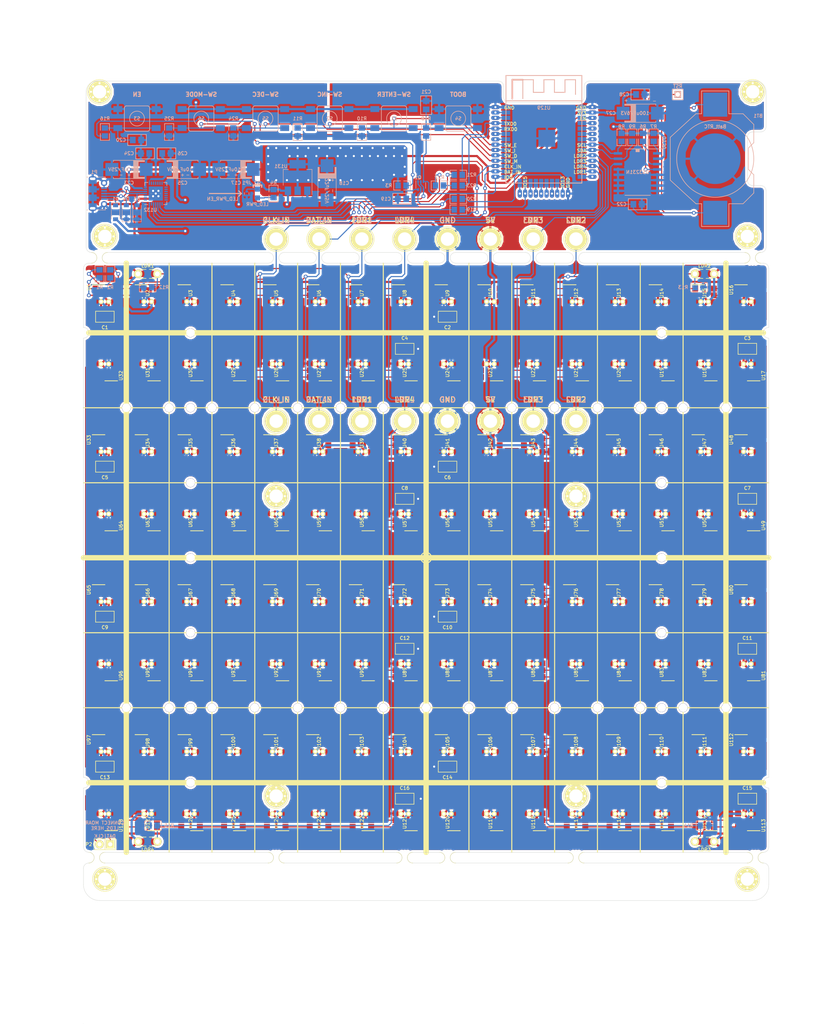
<source format=kicad_pcb>
(kicad_pcb (version 20171130) (host pcbnew no-vcs-found-70f516b~61~ubuntu16.04.1)
  (title_block (title ClockFOUR) (company WyoLum) (comment 1 www.wyolum.com) (comment 2 "David Pincus"))
  (layers (0 F.Cu signal) (31 B.Cu signal) (34 B.Paste user) (35 F.Paste user) (36 B.SilkS user) (37 F.SilkS user) (38 B.Mask user) (39 F.Mask user) (44 Edge.Cuts user))
  (net 0 "")
  (net 1 GND)
  (net 2 /DI_A)
  (net 3 /CI_A)
  (net 4 "Net-(U1-Pad6)")
  (net 5 "Net-(U1-Pad5)")
  (net 6 "Net-(U2-Pad5)")
  (net 7 "Net-(U2-Pad6)")
  (net 8 "Net-(U3-Pad6)")
  (net 9 "Net-(U3-Pad5)")
  (net 10 "Net-(U4-Pad5)")
  (net 11 "Net-(U4-Pad6)")
  (net 12 "Net-(U5-Pad6)")
  (net 13 "Net-(U5-Pad5)")
  (net 14 "Net-(U6-Pad5)")
  (net 15 "Net-(U6-Pad6)")
  (net 16 "Net-(U7-Pad6)")
  (net 17 "Net-(U7-Pad5)")
  (net 18 "Net-(U8-Pad5)")
  (net 19 "Net-(U8-Pad6)")
  (net 20 "Net-(U10-Pad2)")
  (net 21 "Net-(U10-Pad1)")
  (net 22 "Net-(U10-Pad5)")
  (net 23 "Net-(U10-Pad6)")
  (net 24 "Net-(U11-Pad6)")
  (net 25 "Net-(U11-Pad5)")
  (net 26 "Net-(U12-Pad5)")
  (net 27 "Net-(U12-Pad6)")
  (net 28 "Net-(U13-Pad6)")
  (net 29 "Net-(U13-Pad5)")
  (net 30 "Net-(U14-Pad5)")
  (net 31 "Net-(U14-Pad6)")
  (net 32 "Net-(U15-Pad6)")
  (net 33 "Net-(U15-Pad5)")
  (net 34 /CI_B)
  (net 35 /DI_B)
  (net 36 "Net-(U17-Pad5)")
  (net 37 "Net-(U17-Pad6)")
  (net 38 "Net-(U18-Pad5)")
  (net 39 "Net-(U18-Pad6)")
  (net 40 "Net-(U19-Pad6)")
  (net 41 "Net-(U19-Pad5)")
  (net 42 "Net-(U20-Pad5)")
  (net 43 "Net-(U20-Pad6)")
  (net 44 "Net-(U21-Pad6)")
  (net 45 "Net-(U21-Pad5)")
  (net 46 "Net-(U22-Pad5)")
  (net 47 "Net-(U22-Pad6)")
  (net 48 "Net-(U23-Pad6)")
  (net 49 "Net-(U23-Pad5)")
  (net 50 "Net-(U24-Pad5)")
  (net 51 "Net-(U24-Pad6)")
  (net 52 "Net-(U25-Pad6)")
  (net 53 "Net-(U25-Pad5)")
  (net 54 "Net-(U26-Pad6)")
  (net 55 "Net-(U26-Pad5)")
  (net 56 "Net-(U27-Pad6)")
  (net 57 "Net-(U27-Pad5)")
  (net 58 "Net-(U28-Pad5)")
  (net 59 "Net-(U28-Pad6)")
  (net 60 "Net-(U29-Pad6)")
  (net 61 "Net-(U29-Pad5)")
  (net 62 "Net-(U30-Pad5)")
  (net 63 "Net-(U30-Pad6)")
  (net 64 "Net-(U31-Pad6)")
  (net 65 "Net-(U31-Pad5)")
  (net 66 /CI_C)
  (net 67 /DI_C)
  (net 68 "Net-(U33-Pad6)")
  (net 69 "Net-(U33-Pad5)")
  (net 70 "Net-(U34-Pad6)")
  (net 71 "Net-(U34-Pad5)")
  (net 72 "Net-(U35-Pad5)")
  (net 73 "Net-(U35-Pad6)")
  (net 74 "Net-(U36-Pad5)")
  (net 75 "Net-(U36-Pad6)")
  (net 76 "Net-(U37-Pad6)")
  (net 77 "Net-(U37-Pad5)")
  (net 78 "Net-(U38-Pad5)")
  (net 79 "Net-(U38-Pad6)")
  (net 80 "Net-(U39-Pad6)")
  (net 81 "Net-(U39-Pad5)")
  (net 82 "Net-(U40-Pad5)")
  (net 83 "Net-(U40-Pad6)")
  (net 84 "Net-(U41-Pad6)")
  (net 85 "Net-(U41-Pad5)")
  (net 86 "Net-(U42-Pad5)")
  (net 87 "Net-(U42-Pad6)")
  (net 88 "Net-(U43-Pad6)")
  (net 89 "Net-(U43-Pad5)")
  (net 90 "Net-(U44-Pad5)")
  (net 91 "Net-(U44-Pad6)")
  (net 92 "Net-(U45-Pad6)")
  (net 93 "Net-(U45-Pad5)")
  (net 94 "Net-(U46-Pad5)")
  (net 95 "Net-(U46-Pad6)")
  (net 96 "Net-(U47-Pad6)")
  (net 97 "Net-(U47-Pad5)")
  (net 98 /CI_D)
  (net 99 /DI_D)
  (net 100 "Net-(U49-Pad6)")
  (net 101 "Net-(U49-Pad5)")
  (net 102 "Net-(U50-Pad5)")
  (net 103 "Net-(U50-Pad6)")
  (net 104 "Net-(U51-Pad5)")
  (net 105 "Net-(U51-Pad6)")
  (net 106 "Net-(U52-Pad5)")
  (net 107 "Net-(U52-Pad6)")
  (net 108 "Net-(U53-Pad6)")
  (net 109 "Net-(U53-Pad5)")
  (net 110 "Net-(U54-Pad5)")
  (net 111 "Net-(U54-Pad6)")
  (net 112 "Net-(U55-Pad6)")
  (net 113 "Net-(U55-Pad5)")
  (net 114 "Net-(U56-Pad5)")
  (net 115 "Net-(U56-Pad6)")
  (net 116 "Net-(U57-Pad6)")
  (net 117 "Net-(U57-Pad5)")
  (net 118 "Net-(U58-Pad5)")
  (net 119 "Net-(U58-Pad6)")
  (net 120 "Net-(U59-Pad6)")
  (net 121 "Net-(U59-Pad5)")
  (net 122 "Net-(U60-Pad6)")
  (net 123 "Net-(U60-Pad5)")
  (net 124 "Net-(U61-Pad6)")
  (net 125 "Net-(U61-Pad5)")
  (net 126 "Net-(U62-Pad5)")
  (net 127 "Net-(U62-Pad6)")
  (net 128 "Net-(U63-Pad6)")
  (net 129 "Net-(U63-Pad5)")
  (net 130 /CI_E)
  (net 131 /DI_E)
  (net 132 "Net-(U65-Pad6)")
  (net 133 "Net-(U65-Pad5)")
  (net 134 "Net-(U66-Pad5)")
  (net 135 "Net-(U66-Pad6)")
  (net 136 "Net-(U67-Pad6)")
  (net 137 "Net-(U67-Pad5)")
  (net 138 "Net-(U68-Pad6)")
  (net 139 "Net-(U68-Pad5)")
  (net 140 "Net-(U69-Pad5)")
  (net 141 "Net-(U69-Pad6)")
  (net 142 "Net-(U70-Pad5)")
  (net 143 "Net-(U70-Pad6)")
  (net 144 "Net-(U71-Pad6)")
  (net 145 "Net-(U71-Pad5)")
  (net 146 "Net-(U72-Pad6)")
  (net 147 "Net-(U72-Pad5)")
  (net 148 "Net-(U73-Pad5)")
  (net 149 "Net-(U73-Pad6)")
  (net 150 "Net-(U74-Pad6)")
  (net 151 "Net-(U74-Pad5)")
  (net 152 "Net-(U75-Pad5)")
  (net 153 "Net-(U75-Pad6)")
  (net 154 "Net-(U76-Pad6)")
  (net 155 "Net-(U76-Pad5)")
  (net 156 "Net-(U77-Pad5)")
  (net 157 "Net-(U77-Pad6)")
  (net 158 "Net-(U78-Pad6)")
  (net 159 "Net-(U78-Pad5)")
  (net 160 "Net-(U79-Pad5)")
  (net 161 "Net-(U79-Pad6)")
  (net 162 /DI_F)
  (net 163 /CI_F)
  (net 164 "Net-(U81-Pad5)")
  (net 165 "Net-(U81-Pad6)")
  (net 166 "Net-(U82-Pad6)")
  (net 167 "Net-(U82-Pad5)")
  (net 168 "Net-(U83-Pad5)")
  (net 169 "Net-(U83-Pad6)")
  (net 170 "Net-(U84-Pad6)")
  (net 171 "Net-(U84-Pad5)")
  (net 172 "Net-(U85-Pad5)")
  (net 173 "Net-(U85-Pad6)")
  (net 174 "Net-(U86-Pad5)")
  (net 175 "Net-(U86-Pad6)")
  (net 176 "Net-(U87-Pad6)")
  (net 177 "Net-(U87-Pad5)")
  (net 178 "Net-(U88-Pad5)")
  (net 179 "Net-(U88-Pad6)")
  (net 180 "Net-(U89-Pad6)")
  (net 181 "Net-(U89-Pad5)")
  (net 182 "Net-(U90-Pad6)")
  (net 183 "Net-(U90-Pad5)")
  (net 184 "Net-(U91-Pad6)")
  (net 185 "Net-(U91-Pad5)")
  (net 186 "Net-(U92-Pad5)")
  (net 187 "Net-(U92-Pad6)")
  (net 188 "Net-(U93-Pad6)")
  (net 189 "Net-(U93-Pad5)")
  (net 190 "Net-(U94-Pad6)")
  (net 191 "Net-(U94-Pad5)")
  (net 192 "Net-(U95-Pad6)")
  (net 193 "Net-(U95-Pad5)")
  (net 194 /CI_G)
  (net 195 /DI_G)
  (net 196 "Net-(U97-Pad6)")
  (net 197 "Net-(U97-Pad5)")
  (net 198 "Net-(U98-Pad5)")
  (net 199 "Net-(U98-Pad6)")
  (net 200 "Net-(U100-Pad1)")
  (net 201 "Net-(U100-Pad2)")
  (net 202 "Net-(U100-Pad5)")
  (net 203 "Net-(U100-Pad6)")
  (net 204 "Net-(U101-Pad6)")
  (net 205 "Net-(U101-Pad5)")
  (net 206 "Net-(U102-Pad5)")
  (net 207 "Net-(U102-Pad6)")
  (net 208 "Net-(U103-Pad6)")
  (net 209 "Net-(U103-Pad5)")
  (net 210 "Net-(U104-Pad5)")
  (net 211 "Net-(U104-Pad6)")
  (net 212 "Net-(U105-Pad6)")
  (net 213 "Net-(U105-Pad5)")
  (net 214 "Net-(U106-Pad5)")
  (net 215 "Net-(U106-Pad6)")
  (net 216 "Net-(U107-Pad6)")
  (net 217 "Net-(U107-Pad5)")
  (net 218 "Net-(U108-Pad5)")
  (net 219 "Net-(U108-Pad6)")
  (net 220 "Net-(U109-Pad6)")
  (net 221 "Net-(U109-Pad5)")
  (net 222 "Net-(U110-Pad5)")
  (net 223 "Net-(U110-Pad6)")
  (net 224 "Net-(U111-Pad6)")
  (net 225 "Net-(U111-Pad5)")
  (net 226 /DI_H)
  (net 227 /CI_H)
  (net 228 "Net-(U113-Pad5)")
  (net 229 "Net-(U113-Pad6)")
  (net 230 "Net-(U114-Pad6)")
  (net 231 "Net-(U114-Pad5)")
  (net 232 "Net-(U115-Pad5)")
  (net 233 "Net-(U115-Pad6)")
  (net 234 "Net-(U116-Pad6)")
  (net 235 "Net-(U116-Pad5)")
  (net 236 "Net-(U117-Pad5)")
  (net 237 "Net-(U117-Pad6)")
  (net 238 "Net-(U118-Pad6)")
  (net 239 "Net-(U118-Pad5)")
  (net 240 "Net-(U119-Pad5)")
  (net 241 "Net-(U119-Pad6)")
  (net 242 "Net-(U120-Pad5)")
  (net 243 "Net-(U120-Pad6)")
  (net 244 "Net-(U121-Pad5)")
  (net 245 "Net-(U121-Pad6)")
  (net 246 "Net-(U122-Pad6)")
  (net 247 "Net-(U122-Pad5)")
  (net 248 "Net-(U123-Pad5)")
  (net 249 "Net-(U123-Pad6)")
  (net 250 "Net-(U124-Pad6)")
  (net 251 "Net-(U124-Pad5)")
  (net 252 "Net-(U125-Pad5)")
  (net 253 "Net-(U125-Pad6)")
  (net 254 "Net-(U126-Pad6)")
  (net 255 "Net-(U126-Pad5)")
  (net 256 "Net-(U127-Pad5)")
  (net 257 "Net-(U127-Pad6)")
  (net 258 /SCL)
  (net 259 /SDA)
  (net 260 /rtc_ds3231/BAT)
  (net 261 /5V)
  (net 262 /3V3)
  (net 263 /EN)
  (net 264 "Net-(C20-Pad1)")
  (net 265 "Net-(C21-Pad1)")
  (net 266 "Net-(D1-Pad1)")
  (net 267 "Net-(D2-Pad1)")
  (net 268 "Net-(D2-Pad2)")
  (net 269 /DAT_OUT)
  (net 270 /CLK_OUT)
  (net 271 /DTR)
  (net 272 /esp_pwr_uart/RTS)
  (net 273 /IO0)
  (net 274 /DAT_IN)
  (net 275 /CLK_IN)
  (net 276 /SW_E)
  (net 277 /SW_I)
  (net 278 /IO15)
  (net 279 /esp_pwr_uart/CTS)
  (net 280 /IO13)
  (net 281 /esp_pwr_uart/RXD)
  (net 282 /TXD0)
  (net 283 /esp_pwr_uart/TXD)
  (net 284 "Net-(R22-Pad2)")
  (net 285 /RXD0)
  (net 286 /SW_D)
  (net 287 /SW_M)
  (net 288 "Net-(U129-Pad20)")
  (net 289 "Net-(U129-Pad24)")
  (net 290 "Net-(U129-Pad22)")
  (net 291 "Net-(U129-Pad21)")
  (net 292 "Net-(U129-Pad19)")
  (net 293 "Net-(U129-Pad18)")
  (net 294 "Net-(U129-Pad17)")
  (net 295 "Net-(U129-Pad36)")
  (net 296 "Net-(U129-Pad32)")
  (net 297 "Net-(U129-Pad33)")
  (net 298 "Net-(U129-Pad37)")
  (net 299 "Net-(U129-Pad14)")
  (net 300 "Net-(U129-Pad7)")
  (net 301 "Net-(U129-Pad6)")
  (net 302 "Net-(U129-Pad5)")
  (net 303 "Net-(U129-Pad4)")
  (net 304 /esp_pwr_uart/USB_D+)
  (net 305 /esp_pwr_uart/USB_D-)
  (net 306 /LDR1)
  (net 307 /LDR2)
  (net 308 /LDR3)
  (net 309 /LDR4)
  (net 310 /rtc_ds3231/RESET)
  (net 311 /rtc_ds3231/SQR)
  (net 312 /rtc_ds3231/32kHz)
  (module chromogram_libs:mtg_hole_3mm_vias_2 (layer F.Cu) (at 55.245 87.63)
    (fp_text reference HB47 hide)
    (fp_text value hole_baffle hide)
    (pad 1 thru_hole circle (at 0 0) (size 5.2 5.2) (drill 3.2) (layers *.Cu *.Mask F.SilkS))
    (pad 1 thru_hole circle (at 2.032 0) (size 0.75 0.75) (drill 0.5) (layers *.Cu *.Mask F.SilkS) (clearance 0.127))
    (pad 1 thru_hole circle (at -2.032 0) (size 0.75 0.75) (drill 0.5) (layers *.Cu *.Mask F.SilkS) (clearance 0.127))
    (pad 1 thru_hole circle (at 0 -2.032) (size 0.75 0.75) (drill 0.5) (layers *.Cu *.Mask F.SilkS) (clearance 0.127))
    (pad 1 thru_hole circle (at 0 2.032) (size 0.75 0.75) (drill 0.5) (layers *.Cu *.Mask F.SilkS) (clearance 0.127))
    (pad 1 thru_hole circle (at -1.524 1.27) (size 0.75 0.75) (drill 0.5) (layers *.Cu *.Mask F.SilkS) (clearance 0.127))
    (pad 1 thru_hole circle (at 1.524 1.27) (size 0.75 0.75) (drill 0.5) (layers *.Cu *.Mask F.SilkS) (clearance 0.127))
    (pad 1 thru_hole circle (at 1.524 -1.27) (size 0.75 0.75) (drill 0.5) (layers *.Cu *.Mask F.SilkS) (clearance 0.127))
    (pad 1 thru_hole circle (at -1.524 -1.27) (size 0.75 0.75) (drill 0.5) (layers *.Cu *.Mask F.SilkS) (clearance 0.127))
  )
  (module chromogram_libs:mtg_hole_3mm_vias_2 (layer F.Cu) (at 55.245 240.03)
    (fp_text reference HB49 hide)
    (fp_text value hole_baffle hide)
    (pad 1 thru_hole circle (at 0 0) (size 5.2 5.2) (drill 3.2) (layers *.Cu *.Mask F.SilkS))
    (pad 1 thru_hole circle (at 2.032 0) (size 0.75 0.75) (drill 0.5) (layers *.Cu *.Mask F.SilkS) (clearance 0.127))
    (pad 1 thru_hole circle (at -2.032 0) (size 0.75 0.75) (drill 0.5) (layers *.Cu *.Mask F.SilkS) (clearance 0.127))
    (pad 1 thru_hole circle (at 0 -2.032) (size 0.75 0.75) (drill 0.5) (layers *.Cu *.Mask F.SilkS) (clearance 0.127))
    (pad 1 thru_hole circle (at 0 2.032) (size 0.75 0.75) (drill 0.5) (layers *.Cu *.Mask F.SilkS) (clearance 0.127))
    (pad 1 thru_hole circle (at -1.524 1.27) (size 0.75 0.75) (drill 0.5) (layers *.Cu *.Mask F.SilkS) (clearance 0.127))
    (pad 1 thru_hole circle (at 1.524 1.27) (size 0.75 0.75) (drill 0.5) (layers *.Cu *.Mask F.SilkS) (clearance 0.127))
    (pad 1 thru_hole circle (at 1.524 -1.27) (size 0.75 0.75) (drill 0.5) (layers *.Cu *.Mask F.SilkS) (clearance 0.127))
    (pad 1 thru_hole circle (at -1.524 -1.27) (size 0.75 0.75) (drill 0.5) (layers *.Cu *.Mask F.SilkS) (clearance 0.127))
  )
  (module chromogram_libs:mtg_hole_3mm_vias_2 (layer F.Cu) (at 207.645 240.03)
    (fp_text reference HB50 hide)
    (fp_text value hole_baffle hide)
    (pad 1 thru_hole circle (at 0 0) (size 5.2 5.2) (drill 3.2) (layers *.Cu *.Mask F.SilkS))
    (pad 1 thru_hole circle (at 2.032 0) (size 0.75 0.75) (drill 0.5) (layers *.Cu *.Mask F.SilkS) (clearance 0.127))
    (pad 1 thru_hole circle (at -2.032 0) (size 0.75 0.75) (drill 0.5) (layers *.Cu *.Mask F.SilkS) (clearance 0.127))
    (pad 1 thru_hole circle (at 0 -2.032) (size 0.75 0.75) (drill 0.5) (layers *.Cu *.Mask F.SilkS) (clearance 0.127))
    (pad 1 thru_hole circle (at 0 2.032) (size 0.75 0.75) (drill 0.5) (layers *.Cu *.Mask F.SilkS) (clearance 0.127))
    (pad 1 thru_hole circle (at -1.524 1.27) (size 0.75 0.75) (drill 0.5) (layers *.Cu *.Mask F.SilkS) (clearance 0.127))
    (pad 1 thru_hole circle (at 1.524 1.27) (size 0.75 0.75) (drill 0.5) (layers *.Cu *.Mask F.SilkS) (clearance 0.127))
    (pad 1 thru_hole circle (at 1.524 -1.27) (size 0.75 0.75) (drill 0.5) (layers *.Cu *.Mask F.SilkS) (clearance 0.127))
    (pad 1 thru_hole circle (at -1.524 -1.27) (size 0.75 0.75) (drill 0.5) (layers *.Cu *.Mask F.SilkS) (clearance 0.127))
  )
  (module chromogram_libs:mtg_hole_3mm_vias_2 (layer F.Cu) (at 95.885 149.225)
    (fp_text reference HB51 hide)
    (fp_text value hole_baffle hide)
    (pad 1 thru_hole circle (at 0 0) (size 5.2 5.2) (drill 3.2) (layers *.Cu *.Mask F.SilkS))
    (pad 1 thru_hole circle (at 2.032 0) (size 0.75 0.75) (drill 0.5) (layers *.Cu *.Mask F.SilkS) (clearance 0.127))
    (pad 1 thru_hole circle (at -2.032 0) (size 0.75 0.75) (drill 0.5) (layers *.Cu *.Mask F.SilkS) (clearance 0.127))
    (pad 1 thru_hole circle (at 0 -2.032) (size 0.75 0.75) (drill 0.5) (layers *.Cu *.Mask F.SilkS) (clearance 0.127))
    (pad 1 thru_hole circle (at 0 2.032) (size 0.75 0.75) (drill 0.5) (layers *.Cu *.Mask F.SilkS) (clearance 0.127))
    (pad 1 thru_hole circle (at -1.524 1.27) (size 0.75 0.75) (drill 0.5) (layers *.Cu *.Mask F.SilkS) (clearance 0.127))
    (pad 1 thru_hole circle (at 1.524 1.27) (size 0.75 0.75) (drill 0.5) (layers *.Cu *.Mask F.SilkS) (clearance 0.127))
    (pad 1 thru_hole circle (at 1.524 -1.27) (size 0.75 0.75) (drill 0.5) (layers *.Cu *.Mask F.SilkS) (clearance 0.127))
    (pad 1 thru_hole circle (at -1.524 -1.27) (size 0.75 0.75) (drill 0.5) (layers *.Cu *.Mask F.SilkS) (clearance 0.127))
  )
  (module chromogram_libs:mtg_hole_3mm_vias_2 (layer F.Cu) (at 167.005 149.225)
    (fp_text reference HB52 hide)
    (fp_text value hole_baffle hide)
    (pad 1 thru_hole circle (at 0 0) (size 5.2 5.2) (drill 3.2) (layers *.Cu *.Mask F.SilkS))
    (pad 1 thru_hole circle (at 2.032 0) (size 0.75 0.75) (drill 0.5) (layers *.Cu *.Mask F.SilkS) (clearance 0.127))
    (pad 1 thru_hole circle (at -2.032 0) (size 0.75 0.75) (drill 0.5) (layers *.Cu *.Mask F.SilkS) (clearance 0.127))
    (pad 1 thru_hole circle (at 0 -2.032) (size 0.75 0.75) (drill 0.5) (layers *.Cu *.Mask F.SilkS) (clearance 0.127))
    (pad 1 thru_hole circle (at 0 2.032) (size 0.75 0.75) (drill 0.5) (layers *.Cu *.Mask F.SilkS) (clearance 0.127))
    (pad 1 thru_hole circle (at -1.524 1.27) (size 0.75 0.75) (drill 0.5) (layers *.Cu *.Mask F.SilkS) (clearance 0.127))
    (pad 1 thru_hole circle (at 1.524 1.27) (size 0.75 0.75) (drill 0.5) (layers *.Cu *.Mask F.SilkS) (clearance 0.127))
    (pad 1 thru_hole circle (at 1.524 -1.27) (size 0.75 0.75) (drill 0.5) (layers *.Cu *.Mask F.SilkS) (clearance 0.127))
    (pad 1 thru_hole circle (at -1.524 -1.27) (size 0.75 0.75) (drill 0.5) (layers *.Cu *.Mask F.SilkS) (clearance 0.127))
  )
  (module chromogram_libs:mtg_hole_3mm_vias_2 (layer F.Cu) (at 167.005 220.345)
    (fp_text reference HB53 hide)
    (fp_text value hole_baffle hide)
    (pad 1 thru_hole circle (at 0 0) (size 5.2 5.2) (drill 3.2) (layers *.Cu *.Mask F.SilkS))
    (pad 1 thru_hole circle (at 2.032 0) (size 0.75 0.75) (drill 0.5) (layers *.Cu *.Mask F.SilkS) (clearance 0.127))
    (pad 1 thru_hole circle (at -2.032 0) (size 0.75 0.75) (drill 0.5) (layers *.Cu *.Mask F.SilkS) (clearance 0.127))
    (pad 1 thru_hole circle (at 0 -2.032) (size 0.75 0.75) (drill 0.5) (layers *.Cu *.Mask F.SilkS) (clearance 0.127))
    (pad 1 thru_hole circle (at 0 2.032) (size 0.75 0.75) (drill 0.5) (layers *.Cu *.Mask F.SilkS) (clearance 0.127))
    (pad 1 thru_hole circle (at -1.524 1.27) (size 0.75 0.75) (drill 0.5) (layers *.Cu *.Mask F.SilkS) (clearance 0.127))
    (pad 1 thru_hole circle (at 1.524 1.27) (size 0.75 0.75) (drill 0.5) (layers *.Cu *.Mask F.SilkS) (clearance 0.127))
    (pad 1 thru_hole circle (at 1.524 -1.27) (size 0.75 0.75) (drill 0.5) (layers *.Cu *.Mask F.SilkS) (clearance 0.127))
    (pad 1 thru_hole circle (at -1.524 -1.27) (size 0.75 0.75) (drill 0.5) (layers *.Cu *.Mask F.SilkS) (clearance 0.127))
  )
  (module chromogram_libs:mtg_hole_3mm_vias_2 (layer F.Cu) (at 95.885 220.345)
    (fp_text reference HB54 hide)
    (fp_text value hole_baffle hide)
    (pad 1 thru_hole circle (at 0 0) (size 5.2 5.2) (drill 3.2) (layers *.Cu *.Mask F.SilkS))
    (pad 1 thru_hole circle (at 2.032 0) (size 0.75 0.75) (drill 0.5) (layers *.Cu *.Mask F.SilkS) (clearance 0.127))
    (pad 1 thru_hole circle (at -2.032 0) (size 0.75 0.75) (drill 0.5) (layers *.Cu *.Mask F.SilkS) (clearance 0.127))
    (pad 1 thru_hole circle (at 0 -2.032) (size 0.75 0.75) (drill 0.5) (layers *.Cu *.Mask F.SilkS) (clearance 0.127))
    (pad 1 thru_hole circle (at 0 2.032) (size 0.75 0.75) (drill 0.5) (layers *.Cu *.Mask F.SilkS) (clearance 0.127))
    (pad 1 thru_hole circle (at -1.524 1.27) (size 0.75 0.75) (drill 0.5) (layers *.Cu *.Mask F.SilkS) (clearance 0.127))
    (pad 1 thru_hole circle (at 1.524 1.27) (size 0.75 0.75) (drill 0.5) (layers *.Cu *.Mask F.SilkS) (clearance 0.127))
    (pad 1 thru_hole circle (at 1.524 -1.27) (size 0.75 0.75) (drill 0.5) (layers *.Cu *.Mask F.SilkS) (clearance 0.127))
    (pad 1 thru_hole circle (at -1.524 -1.27) (size 0.75 0.75) (drill 0.5) (layers *.Cu *.Mask F.SilkS) (clearance 0.127))
  )
  (module chromogram_libs:mtg_hole_3mm_vias_2 (layer F.Cu) (at 207.645 87.63)
    (fp_text reference HB48 hide)
    (fp_text value hole_baffle hide)
    (pad 1 thru_hole circle (at 0 0) (size 5.2 5.2) (drill 3.2) (layers *.Cu *.Mask F.SilkS))
    (pad 1 thru_hole circle (at 2.032 0) (size 0.75 0.75) (drill 0.5) (layers *.Cu *.Mask F.SilkS) (clearance 0.127))
    (pad 1 thru_hole circle (at -2.032 0) (size 0.75 0.75) (drill 0.5) (layers *.Cu *.Mask F.SilkS) (clearance 0.127))
    (pad 1 thru_hole circle (at 0 -2.032) (size 0.75 0.75) (drill 0.5) (layers *.Cu *.Mask F.SilkS) (clearance 0.127))
    (pad 1 thru_hole circle (at 0 2.032) (size 0.75 0.75) (drill 0.5) (layers *.Cu *.Mask F.SilkS) (clearance 0.127))
    (pad 1 thru_hole circle (at -1.524 1.27) (size 0.75 0.75) (drill 0.5) (layers *.Cu *.Mask F.SilkS) (clearance 0.127))
    (pad 1 thru_hole circle (at 1.524 1.27) (size 0.75 0.75) (drill 0.5) (layers *.Cu *.Mask F.SilkS) (clearance 0.127))
    (pad 1 thru_hole circle (at 1.524 -1.27) (size 0.75 0.75) (drill 0.5) (layers *.Cu *.Mask F.SilkS) (clearance 0.127))
    (pad 1 thru_hole circle (at -1.524 -1.27) (size 0.75 0.75) (drill 0.5) (layers *.Cu *.Mask F.SilkS) (clearance 0.127))
  )
  (module chromogram_libs:mtg_hole_3mm_vias_2 (layer F.Cu) (at 208.915 53.34)
    (fp_text reference HB46 hide)
    (fp_text value hole_baffle hide)
    (pad 1 thru_hole circle (at 0 0) (size 5.2 5.2) (drill 3.2) (layers *.Cu *.Mask F.SilkS))
    (pad 1 thru_hole circle (at 2.032 0) (size 0.75 0.75) (drill 0.5) (layers *.Cu *.Mask F.SilkS) (clearance 0.127))
    (pad 1 thru_hole circle (at -2.032 0) (size 0.75 0.75) (drill 0.5) (layers *.Cu *.Mask F.SilkS) (clearance 0.127))
    (pad 1 thru_hole circle (at 0 -2.032) (size 0.75 0.75) (drill 0.5) (layers *.Cu *.Mask F.SilkS) (clearance 0.127))
    (pad 1 thru_hole circle (at 0 2.032) (size 0.75 0.75) (drill 0.5) (layers *.Cu *.Mask F.SilkS) (clearance 0.127))
    (pad 1 thru_hole circle (at -1.524 1.27) (size 0.75 0.75) (drill 0.5) (layers *.Cu *.Mask F.SilkS) (clearance 0.127))
    (pad 1 thru_hole circle (at 1.524 1.27) (size 0.75 0.75) (drill 0.5) (layers *.Cu *.Mask F.SilkS) (clearance 0.127))
    (pad 1 thru_hole circle (at 1.524 -1.27) (size 0.75 0.75) (drill 0.5) (layers *.Cu *.Mask F.SilkS) (clearance 0.127))
    (pad 1 thru_hole circle (at -1.524 -1.27) (size 0.75 0.75) (drill 0.5) (layers *.Cu *.Mask F.SilkS) (clearance 0.127))
  )
  (module chromogram_libs:mtg_hole_3mm_vias_2 (layer F.Cu) (at 53.975 53.34)
    (fp_text reference HB45 hide)
    (fp_text value hole_baffle hide)
    (pad 1 thru_hole circle (at 0 0) (size 5.2 5.2) (drill 3.2) (layers *.Cu *.Mask F.SilkS))
    (pad 1 thru_hole circle (at 2.032 0) (size 0.75 0.75) (drill 0.5) (layers *.Cu *.Mask F.SilkS) (clearance 0.127))
    (pad 1 thru_hole circle (at -2.032 0) (size 0.75 0.75) (drill 0.5) (layers *.Cu *.Mask F.SilkS) (clearance 0.127))
    (pad 1 thru_hole circle (at 0 -2.032) (size 0.75 0.75) (drill 0.5) (layers *.Cu *.Mask F.SilkS) (clearance 0.127))
    (pad 1 thru_hole circle (at 0 2.032) (size 0.75 0.75) (drill 0.5) (layers *.Cu *.Mask F.SilkS) (clearance 0.127))
    (pad 1 thru_hole circle (at -1.524 1.27) (size 0.75 0.75) (drill 0.5) (layers *.Cu *.Mask F.SilkS) (clearance 0.127))
    (pad 1 thru_hole circle (at 1.524 1.27) (size 0.75 0.75) (drill 0.5) (layers *.Cu *.Mask F.SilkS) (clearance 0.127))
    (pad 1 thru_hole circle (at 1.524 -1.27) (size 0.75 0.75) (drill 0.5) (layers *.Cu *.Mask F.SilkS) (clearance 0.127))
    (pad 1 thru_hole circle (at -1.524 -1.27) (size 0.75 0.75) (drill 0.5) (layers *.Cu *.Mask F.SilkS) (clearance 0.127))
  )
  (module chromogram_libs:1pin (layer F.Cu) (at 95.885 88.265)
    (fp_text reference J1 hide)
    (fp_text value CLK_IN hide)
    (pad 1 thru_hole circle (at 0 0) (size 5.2 5.2) (drill 3.2) (layers *.Cu *.Mask F.SilkS) (net 275 /CLK_IN))
  )
  (module chromogram_libs:1pin (layer F.Cu) (at 106.045 88.265)
    (fp_text reference J2 hide)
    (fp_text value DAT_IN hide)
    (pad 1 thru_hole circle (at 0 0) (size 5.2 5.2) (drill 3.2) (layers *.Cu *.Mask F.SilkS) (net 274 /DAT_IN))
  )
  (module chromogram_libs:1pin (layer F.Cu) (at 116.205 88.265)
    (fp_text reference J3 hide)
    (fp_text value LDR1 hide)
    (pad 1 thru_hole circle (at 0 0) (size 5.2 5.2) (drill 3.2) (layers *.Cu *.Mask F.SilkS) (net 306 /LDR1))
  )
  (module chromogram_libs:1pin (layer F.Cu) (at 167.005 88.265)
    (fp_text reference J4 hide)
    (fp_text value LDR2 hide)
    (pad 1 thru_hole circle (at 0 0) (size 5.2 5.2) (drill 3.2) (layers *.Cu *.Mask F.SilkS) (net 307 /LDR2))
  )
  (module chromogram_libs:1pin (layer F.Cu) (at 156.845 88.265)
    (fp_text reference J5 hide)
    (fp_text value LDR3 hide)
    (pad 1 thru_hole circle (at 0 0) (size 5.2 5.2) (drill 3.2) (layers *.Cu *.Mask F.SilkS) (net 308 /LDR3))
  )
  (module chromogram_libs:1pin (layer F.Cu) (at 126.365 88.265)
    (fp_text reference J6 hide)
    (fp_text value LDR4 hide)
    (pad 1 thru_hole circle (at 0 0) (size 5.2 5.2) (drill 3.2) (layers *.Cu *.Mask F.SilkS) (net 309 /LDR4))
  )
  (module chromogram_libs:1pin (layer F.Cu) (at 146.685 88.265)
    (fp_text reference J7 hide)
    (fp_text value 5V hide)
    (pad 1 thru_hole circle (at 0 0) (size 5.2 5.2) (drill 3.2) (layers *.Cu *.Mask F.SilkS) (net 261 /5V))
  )
  (module chromogram_libs:1pin (layer F.Cu) (at 136.525 88.265)
    (fp_text reference J8 hide)
    (fp_text value GND hide)
    (pad 1 thru_hole circle (at 0 0) (size 5.2 5.2) (drill 3.2) (layers *.Cu *.Mask F.SilkS) (net 1 GND))
  )
  (module chromogram_libs:1pin (layer F.Cu) (at 95.885 131.445)
    (fp_text reference J9 hide)
    (fp_text value CLK_IN hide)
    (pad 1 thru_hole circle (at 0 0) (size 5.2 5.2) (drill 3.2) (layers *.Cu *.Mask F.SilkS) (net 275 /CLK_IN))
  )
  (module chromogram_libs:1pin (layer F.Cu) (at 106.045 131.445)
    (fp_text reference J10 hide)
    (fp_text value DAT_IN hide)
    (pad 1 thru_hole circle (at 0 0) (size 5.2 5.2) (drill 3.2) (layers *.Cu *.Mask F.SilkS) (net 274 /DAT_IN))
  )
  (module chromogram_libs:1pin (layer F.Cu) (at 116.205 131.445)
    (fp_text reference J11 hide)
    (fp_text value LDR1 hide)
    (pad 1 thru_hole circle (at 0 0) (size 5.2 5.2) (drill 3.2) (layers *.Cu *.Mask F.SilkS) (net 306 /LDR1))
  )
  (module chromogram_libs:1pin (layer F.Cu) (at 167.005 131.445)
    (fp_text reference J12 hide)
    (fp_text value LDR2 hide)
    (pad 1 thru_hole circle (at 0 0) (size 5.2 5.2) (drill 3.2) (layers *.Cu *.Mask F.SilkS) (net 307 /LDR2))
  )
  (module chromogram_libs:1pin (layer F.Cu) (at 156.845 131.445)
    (fp_text reference J13 hide)
    (fp_text value LDR3 hide)
    (pad 1 thru_hole circle (at 0 0) (size 5.2 5.2) (drill 3.2) (layers *.Cu *.Mask F.SilkS) (net 308 /LDR3))
  )
  (module chromogram_libs:1pin (layer F.Cu) (at 126.365 131.445)
    (fp_text reference J14 hide)
    (fp_text value LDR4 hide)
    (pad 1 thru_hole circle (at 0 0) (size 5.2 5.2) (drill 3.2) (layers *.Cu *.Mask F.SilkS) (net 309 /LDR4))
  )
  (module chromogram_libs:1pin (layer F.Cu) (at 146.685 131.445)
    (fp_text reference J15 hide)
    (fp_text value 5V hide)
    (pad 1 thru_hole circle (at 0 0) (size 5.2 5.2) (drill 3.2) (layers *.Cu *.Mask F.SilkS) (net 261 /5V))
  )
  (module chromogram_libs:1pin (layer F.Cu) (at 136.525 131.445)
    (fp_text reference J16 hide)
    (fp_text value GND hide)
    (pad 1 thru_hole circle (at 0 0) (size 5.2 5.2) (drill 3.2) (layers *.Cu *.Mask F.SilkS) (net 1 GND))
  )
  (module chromogram_libs:BreakOutPad (layer B.Cu) (at 191.135 53.975)
    (fp_text reference TP1 hide)
    (fp_text value ~RST (at 0 -1.905) (layer B.SilkS) (effects (font (size 0.8 0.8)) (justify mirror)))
    (pad 1 thru_hole rect (at 0 0) (size 1.6 1.6) (drill 1.02) (layers *.Cu *.Mask B.SilkS) (net 310 /rtc_ds3231/RESET))
  )
  (module chromogram_libs:Pin_Header_Straight_1x02 (layer F.Cu) (at 55.245 231.775 180)
    (fp_text reference P2 (at 3.81 0 180) (layer F.SilkS) (effects (font (size 0.8 0.8))))
    (fp_text value OUT_CLK_DAT hide)
    (pad 1 thru_hole rect (at -1.27 0 180) (size 2 2) (drill 1.02) (layers *.Cu *.Mask F.SilkS) (net 269 /DAT_OUT))
    (pad 2 thru_hole oval (at 1.27 0 180) (size 2 2) (drill 1.02) (layers *.Cu *.Mask F.SilkS) (net 270 /CLK_OUT))
  )
  (module chromogram_libs:QFN-28-1EP_5x5mm_Pitch0.5mm (layer B.Cu) (at 67.31 77.47)
    (fp_text reference U132 (at -1.27 3.875) (layer B.SilkS) (effects (font (size 0.8 0.8)) (justify mirror)))
    (fp_text value CP2102N-A01-GQFN28)
    (pad 29 smd rect (at -0.8375 0.8375) (size 1.675 1.675) (layers B.Cu B.Paste B.Mask) (net 1 GND))
    (pad 29 smd rect (at -0.8375 -0.8375) (size 1.675 1.675) (layers B.Cu B.Paste B.Mask) (net 1 GND))
    (pad 29 smd rect (at 0.8375 0.8375) (size 1.675 1.675) (layers B.Cu B.Paste B.Mask) (net 1 GND))
    (pad 29 smd rect (at 0.8375 -0.8375) (size 1.675 1.675) (layers B.Cu B.Paste B.Mask) (net 1 GND))
    (pad 28 smd oval (at -1.5 2.45 270) (size 0.85 0.3) (layers B.Cu B.Paste B.Mask) (net 271 /DTR))
    (pad 27 smd oval (at -1 2.45 270) (size 0.85 0.3) (layers B.Cu B.Paste B.Mask))
    (pad 26 smd oval (at -0.5 2.45 270) (size 0.85 0.3) (layers B.Cu B.Paste B.Mask) (net 284 "Net-(R22-Pad2)"))
    (pad 25 smd oval (at 0 2.45 270) (size 0.85 0.3) (layers B.Cu B.Paste B.Mask) (net 281 /esp_pwr_uart/RXD))
    (pad 24 smd oval (at 0.5 2.45 270) (size 0.85 0.3) (layers B.Cu B.Paste B.Mask) (net 272 /esp_pwr_uart/RTS))
    (pad 23 smd oval (at 1 2.45 270) (size 0.85 0.3) (layers B.Cu B.Paste B.Mask) (net 279 /esp_pwr_uart/CTS))
    (pad 22 smd oval (at 1.5 2.45 270) (size 0.85 0.3) (layers B.Cu B.Paste B.Mask))
    (pad 21 smd oval (at 2.45 1.5) (size 0.85 0.3) (layers B.Cu B.Paste B.Mask))
    (pad 20 smd oval (at 2.45 1) (size 0.85 0.3) (layers B.Cu B.Paste B.Mask))
    (pad 19 smd oval (at 2.45 0.5) (size 0.85 0.3) (layers B.Cu B.Paste B.Mask))
    (pad 18 smd oval (at 2.45 0) (size 0.85 0.3) (layers B.Cu B.Paste B.Mask))
    (pad 17 smd oval (at 2.45 -0.5) (size 0.85 0.3) (layers B.Cu B.Paste B.Mask))
    (pad 16 smd oval (at 2.45 -1) (size 0.85 0.3) (layers B.Cu B.Paste B.Mask))
    (pad 15 smd oval (at 2.45 -1.5) (size 0.85 0.3) (layers B.Cu B.Paste B.Mask))
    (pad 14 smd oval (at 1.5 -2.45 270) (size 0.85 0.3) (layers B.Cu B.Paste B.Mask))
    (pad 13 smd oval (at 1 -2.45 270) (size 0.85 0.3) (layers B.Cu B.Paste B.Mask))
    (pad 12 smd oval (at 0.5 -2.45 270) (size 0.85 0.3) (layers B.Cu B.Paste B.Mask))
    (pad 11 smd oval (at 0 -2.45 270) (size 0.85 0.3) (layers B.Cu B.Paste B.Mask))
    (pad 10 smd oval (at -0.5 -2.45 270) (size 0.85 0.3) (layers B.Cu B.Paste B.Mask))
    (pad 9 smd oval (at -1 -2.45 270) (size 0.85 0.3) (layers B.Cu B.Paste B.Mask))
    (pad 8 smd oval (at -1.5 -2.45 270) (size 0.85 0.3) (layers B.Cu B.Paste B.Mask) (net 261 /5V))
    (pad 7 smd oval (at -2.45 -1.5) (size 0.85 0.3) (layers B.Cu B.Paste B.Mask) (net 262 /3V3))
    (pad 6 smd oval (at -2.45 -1) (size 0.85 0.3) (layers B.Cu B.Paste B.Mask) (net 262 /3V3))
    (pad 5 smd oval (at -2.45 -0.5) (size 0.85 0.3) (layers B.Cu B.Paste B.Mask) (net 305 /esp_pwr_uart/USB_D-))
    (pad 4 smd oval (at -2.45 0) (size 0.85 0.3) (layers B.Cu B.Paste B.Mask) (net 304 /esp_pwr_uart/USB_D+))
    (pad 3 smd oval (at -2.45 0.5) (size 0.85 0.3) (layers B.Cu B.Paste B.Mask) (net 1 GND))
    (pad 2 smd oval (at -2.45 1) (size 0.85 0.3) (layers B.Cu B.Paste B.Mask))
    (pad 1 smd oval (at -2.45 1.5) (size 0.85 0.3) (layers B.Cu B.Paste B.Mask))
    (pad 29 thru_hole circle (at -0.635 0.635) (size 0.8 0.8) (drill 0.5) (layers *.Cu *.Mask) (net 1 GND))
    (pad 29 thru_hole circle (at 0.635 0.635) (size 0.8 0.8) (drill 0.5) (layers *.Cu *.Mask) (net 1 GND))
    (pad 29 thru_hole circle (at 0.635 -0.635) (size 0.8 0.8) (drill 0.5) (layers *.Cu *.Mask) (net 1 GND))
    (pad 29 thru_hole circle (at -0.635 -0.635) (size 0.8 0.8) (drill 0.5) (layers *.Cu *.Mask) (net 1 GND))
    (pad 29 thru_hole circle (at 0 0) (size 0.8 0.8) (drill 0.5) (layers *.Cu *.Mask) (net 1 GND))
  )
  (module chromogram_libs:R_0402 (layer B.Cu) (at 88.9 77.47 90)
    (fp_text reference JP1 (at 2.54 0 180) (layer B.SilkS) (effects (font (size 0.8 0.8)) (justify mirror)))
    (fp_text value LED_PWR_EN (at -1.27 -5.715 180) (layer B.SilkS) (effects (font (size 0.8 0.8)) (justify mirror)))
    (pad 2 smd rect (at 0.45 0 90) (size 0.4 0.6) (layers B.Cu B.Paste B.Mask) (net 268 "Net-(D2-Pad2)"))
    (pad 1 smd rect (at -0.45 0 90) (size 0.4 0.6) (layers B.Cu B.Paste B.Mask) (net 1 GND))
  )
  (module chromogram_libs:LED-0805 (layer B.Cu) (at 91.44 77.47 90)
    (fp_text reference D2 (at 2.54 0 180) (layer B.SilkS) (effects (font (size 0.8 0.8)) (justify mirror)))
    (fp_text value LED_PWR (at -2.54 0 180) (layer B.SilkS) (effects (font (size 0.8 0.8)) (justify mirror)))
    (pad 2 smd rect (at 1.04902 0 90) (size 1.19888 1.19888) (layers B.Cu B.Paste B.Mask) (net 268 "Net-(D2-Pad2)"))
    (pad 1 smd rect (at -1.04902 0 90) (size 1.19888 1.19888) (layers B.Cu B.Paste B.Mask) (net 267 "Net-(D2-Pad1)"))
  )
  (module chromogram_libs:DS3231 (layer B.Cu) (at 181.61 72.39 270)
    (fp_text reference U130 (at -6.985 -6.35 270) (layer B.SilkS) (effects (font (size 0.8 0.8)) (justify mirror)))
    (fp_text value DS3231N (at 0 0 180) (layer B.SilkS) (effects (font (size 0.8 0.8)) (justify mirror)))
    (pad 1 smd rect (at -4.445 -4.65074 270) (size 0.59944 1.99898) (layers B.Cu B.Paste B.Mask) (net 312 /rtc_ds3231/32kHz))
    (pad 2 smd rect (at -3.175 -4.65074 270) (size 0.59944 1.99898) (layers B.Cu B.Paste B.Mask) (net 261 /5V))
    (pad 3 smd rect (at -1.905 -4.65074 270) (size 0.59944 1.99898) (layers B.Cu B.Paste B.Mask) (net 311 /rtc_ds3231/SQR))
    (pad 4 smd rect (at -0.635 -4.65074 270) (size 0.59944 1.99898) (layers B.Cu B.Paste B.Mask) (net 310 /rtc_ds3231/RESET))
    (pad 5 smd rect (at 0.635 -4.65074 270) (size 0.59944 1.99898) (layers B.Cu B.Paste B.Mask) (net 1 GND))
    (pad 6 smd rect (at 1.905 -4.65074 270) (size 0.59944 1.99898) (layers B.Cu B.Paste B.Mask) (net 1 GND))
    (pad 7 smd rect (at 3.175 -4.65074 270) (size 0.59944 1.99898) (layers B.Cu B.Paste B.Mask) (net 1 GND))
    (pad 8 smd rect (at 4.445 -4.65074 270) (size 0.59944 1.99898) (layers B.Cu B.Paste B.Mask) (net 1 GND))
    (pad 9 smd rect (at 4.445 4.65074 270) (size 0.59944 1.99898) (layers B.Cu B.Paste B.Mask) (net 1 GND))
    (pad 10 smd rect (at 3.175 4.65074 270) (size 0.59944 1.99898) (layers B.Cu B.Paste B.Mask) (net 1 GND))
    (pad 11 smd rect (at 1.905 4.65074 270) (size 0.59944 1.99898) (layers B.Cu B.Paste B.Mask) (net 1 GND))
    (pad 12 smd rect (at 0.635 4.65074 270) (size 0.59944 1.99898) (layers B.Cu B.Paste B.Mask) (net 1 GND))
    (pad 13 smd rect (at -0.635 4.65074 270) (size 0.59944 1.99898) (layers B.Cu B.Paste B.Mask) (net 1 GND))
    (pad 14 smd rect (at -1.905 4.65074 270) (size 0.59944 1.99898) (layers B.Cu B.Paste B.Mask) (net 260 /rtc_ds3231/BAT))
    (pad 15 smd rect (at -3.175 4.65074 270) (size 0.59944 1.99898) (layers B.Cu B.Paste B.Mask) (net 259 /SDA))
    (pad 16 smd rect (at -4.445 4.65074 270) (size 0.59944 1.99898) (layers B.Cu B.Paste B.Mask) (net 258 /SCL))
  )
  (module chromogram_libs:r_0805_ldr (layer F.Cu) (at 65.405 96.52 180)
    (fp_text reference LDR1 (at 0 1.905) (layer F.SilkS) (effects (font (size 0.8 0.8))))
    (fp_text value LDR hide)
    (pad 1 thru_hole circle (at 2.286 0 180) (size 2 2) (drill 1.2) (layers *.Cu *.Mask F.SilkS) (net 261 /5V))
    (pad 2 thru_hole circle (at -2.286 0 180) (size 2 2) (drill 1.2) (layers *.Cu *.Mask F.SilkS) (net 306 /LDR1))
    (pad 2 smd rect (at -0.9525 0 180) (size 1.30048 1.4986) (layers F.Cu F.Paste F.Mask) (net 306 /LDR1))
    (pad 1 smd rect (at 0.9525 0 180) (size 1.30048 1.4986) (layers F.Cu F.Paste F.Mask) (net 261 /5V))
  )
  (module chromogram_libs:APA102 (layer F.Cu) (at 65.405 226.06 90)
    (fp_text reference U127 (at -0.508 0 90) (layer F.SilkS) (effects (font (size 0.8 0.8))))
    (fp_text value APA102 hide)
    (pad 4 thru_hole circle (at 1.5 -0.9 90) (size 1.2 1.2) (drill 0.635) (layers *.Cu F.SilkS) (net 261 /5V))
    (pad 3 thru_hole circle (at 1.5 0.9 90) (size 1.2 1.2) (drill 0.635) (layers *.Cu F.SilkS) (net 1 GND))
    (pad 6 smd rect (at -1.6 -2.2 180) (size 1.4 1.4) (layers F.Cu F.Paste F.Mask) (net 257 "Net-(U127-Pad6)") (clearance 0.1))
    (pad 1 smd rect (at -1.6 2.2 180) (size 1.4 1.4) (layers F.Cu F.Paste F.Mask) (net 254 "Net-(U126-Pad6)") (clearance 0.1))
    (pad 2 smd rect (at 0 2.2 180) (size 1.4 1.4) (layers F.Cu F.Paste F.Mask) (net 255 "Net-(U126-Pad5)") (clearance 0.1))
    (pad 5 smd rect (at 0 -2.2 180) (size 1.4 1.4) (layers F.Cu F.Paste F.Mask) (net 256 "Net-(U127-Pad5)") (clearance 0.1))
    (pad 4 smd rect (at 1.6 -2.2 180) (size 1.4 1.4) (layers F.Cu F.Paste F.Mask) (net 261 /5V) (clearance 0.1))
    (pad 3 smd rect (at 1.6 2.2 180) (size 1.4 1.4) (layers F.Cu F.Paste F.Mask) (net 1 GND) (clearance 0.1))
  )
  (module chromogram_libs:SW_SMD (layer B.Cu) (at 123.825 59.69 270)
    (fp_text reference S1 (at 0 0) (layer B.SilkS) (effects (font (size 0.8 0.8)) (justify mirror)))
    (fp_text value SW-ENTER (at -5.715 0 180) (layer B.SilkS) (effects (font (thickness 0.25)) (justify mirror)))
    (pad 2 smd rect (at 2.25 4.55) (size 2.1 1.4) (layers B.Cu B.Paste B.Mask) (net 276 /SW_E))
    (pad 4 smd rect (at 2.25 -4.55) (size 2.1 1.4) (layers B.Cu B.Paste B.Mask) (net 276 /SW_E))
    (pad 3 smd rect (at -2.25 -4.55) (size 2.1 1.4) (layers B.Cu B.Paste B.Mask) (net 261 /5V))
    (pad 1 smd rect (at -2.25 4.55) (size 2.1 1.4) (layers B.Cu B.Paste B.Mask) (net 261 /5V))
  )
  (module chromogram_libs:SW_SMD (layer B.Cu) (at 108.585 59.69 270)
    (fp_text reference S2 (at 0 0) (layer B.SilkS) (effects (font (size 0.8 0.8)) (justify mirror)))
    (fp_text value SW-INC (at -5.715 0 180) (layer B.SilkS) (effects (font (thickness 0.25)) (justify mirror)))
    (pad 2 smd rect (at 2.25 4.55) (size 2.1 1.4) (layers B.Cu B.Paste B.Mask) (net 277 /SW_I))
    (pad 4 smd rect (at 2.25 -4.55) (size 2.1 1.4) (layers B.Cu B.Paste B.Mask) (net 277 /SW_I))
    (pad 3 smd rect (at -2.25 -4.55) (size 2.1 1.4) (layers B.Cu B.Paste B.Mask) (net 261 /5V))
    (pad 1 smd rect (at -2.25 4.55) (size 2.1 1.4) (layers B.Cu B.Paste B.Mask) (net 261 /5V))
  )
  (module chromogram_libs:SW_SMD (layer B.Cu) (at 62.865 59.69 90)
    (fp_text reference S3 (at 0 0 180) (layer B.SilkS) (effects (font (size 0.8 0.8)) (justify mirror)))
    (fp_text value EN (at 5.715 0) (layer B.SilkS) (effects (font (thickness 0.25)) (justify mirror)))
    (pad 2 smd rect (at 2.25 4.55 180) (size 2.1 1.4) (layers B.Cu B.Paste B.Mask) (net 1 GND))
    (pad 4 smd rect (at 2.25 -4.55 180) (size 2.1 1.4) (layers B.Cu B.Paste B.Mask) (net 1 GND))
    (pad 3 smd rect (at -2.25 -4.55 180) (size 2.1 1.4) (layers B.Cu B.Paste B.Mask) (net 264 "Net-(C20-Pad1)"))
    (pad 1 smd rect (at -2.25 4.55 180) (size 2.1 1.4) (layers B.Cu B.Paste B.Mask) (net 264 "Net-(C20-Pad1)"))
  )
  (module chromogram_libs:SW_SMD (layer B.Cu) (at 139.065 59.69 90)
    (fp_text reference S4 (at 0 0 180) (layer B.SilkS) (effects (font (size 0.8 0.8)) (justify mirror)))
    (fp_text value BOOT (at 5.715 0) (layer B.SilkS) (effects (font (thickness 0.25)) (justify mirror)))
    (pad 2 smd rect (at 2.25 4.55 180) (size 2.1 1.4) (layers B.Cu B.Paste B.Mask) (net 1 GND))
    (pad 4 smd rect (at 2.25 -4.55 180) (size 2.1 1.4) (layers B.Cu B.Paste B.Mask) (net 1 GND))
    (pad 3 smd rect (at -2.25 -4.55 180) (size 2.1 1.4) (layers B.Cu B.Paste B.Mask) (net 265 "Net-(C21-Pad1)"))
    (pad 1 smd rect (at -2.25 4.55 180) (size 2.1 1.4) (layers B.Cu B.Paste B.Mask) (net 265 "Net-(C21-Pad1)"))
  )
  (module chromogram_libs:SW_SMD (layer B.Cu) (at 93.345 59.69 270)
    (fp_text reference S5 (at 0 0) (layer B.SilkS) (effects (font (size 0.8 0.8)) (justify mirror)))
    (fp_text value SW-DEC (at -5.715 0 180) (layer B.SilkS) (effects (font (thickness 0.25)) (justify mirror)))
    (pad 2 smd rect (at 2.25 4.55) (size 2.1 1.4) (layers B.Cu B.Paste B.Mask) (net 286 /SW_D))
    (pad 4 smd rect (at 2.25 -4.55) (size 2.1 1.4) (layers B.Cu B.Paste B.Mask) (net 286 /SW_D))
    (pad 3 smd rect (at -2.25 -4.55) (size 2.1 1.4) (layers B.Cu B.Paste B.Mask) (net 261 /5V))
    (pad 1 smd rect (at -2.25 4.55) (size 2.1 1.4) (layers B.Cu B.Paste B.Mask) (net 261 /5V))
  )
  (module chromogram_libs:SW_SMD (layer B.Cu) (at 78.105 59.69 270)
    (fp_text reference S6 (at 0 0) (layer B.SilkS) (effects (font (size 0.8 0.8)) (justify mirror)))
    (fp_text value SW-MODE (at -5.715 0 180) (layer B.SilkS) (effects (font (thickness 0.25)) (justify mirror)))
    (pad 2 smd rect (at 2.25 4.55) (size 2.1 1.4) (layers B.Cu B.Paste B.Mask) (net 287 /SW_M))
    (pad 4 smd rect (at 2.25 -4.55) (size 2.1 1.4) (layers B.Cu B.Paste B.Mask) (net 287 /SW_M))
    (pad 3 smd rect (at -2.25 -4.55) (size 2.1 1.4) (layers B.Cu B.Paste B.Mask) (net 261 /5V))
    (pad 1 smd rect (at -2.25 4.55) (size 2.1 1.4) (layers B.Cu B.Paste B.Mask) (net 261 /5V))
  )
  (module chromogram_libs:USB_Micro-B_Molex-105017-0001 (layer B.Cu) (at 52.705 77.47 90)
    (fp_text reference P1 (at 5.08 0 180) (layer B.SilkS) (effects (font (size 0.8 0.8)) (justify mirror)))
    (fp_text value USB_micro)
    (pad 6 smd rect (at 1 -0.35 90) (size 1.5 1.9) (layers B.Cu B.Paste B.Mask) (net 1 GND))
    (pad 6 thru_hole circle (at -2.5 2.35 90) (size 1.45 1.45) (drill 0.85) (layers *.Cu *.Mask) (net 1 GND))
    (pad 2 smd rect (at -0.65 2.35 90) (size 0.4 1.35) (layers B.Cu B.Paste B.Mask) (net 305 /esp_pwr_uart/USB_D-))
    (pad 1 smd rect (at -1.3 2.35 90) (size 0.4 1.35) (layers B.Cu B.Paste B.Mask) (net 266 "Net-(D1-Pad1)"))
    (pad 5 smd rect (at 1.3 2.35 90) (size 0.4 1.35) (layers B.Cu B.Paste B.Mask) (net 1 GND))
    (pad 4 smd rect (at 0.65 2.35 90) (size 0.4 1.35) (layers B.Cu B.Paste B.Mask))
    (pad 3 smd rect (at 0 2.35 90) (size 0.4 1.35) (layers B.Cu B.Paste B.Mask) (net 304 /esp_pwr_uart/USB_D+))
    (pad 6 thru_hole circle (at 2.5 2.35 90) (size 1.45 1.45) (drill 0.85) (layers *.Cu *.Mask) (net 1 GND))
    (pad 6 smd rect (at -1 -0.35 90) (size 1.5 1.9) (layers B.Cu B.Paste B.Mask) (net 1 GND))
    (pad 6 thru_hole oval (at -3.5 -0.35 270) (size 1.2 1.9) (drill oval 0.6 1.3) (layers *.Cu *.Mask) (net 1 GND))
    (pad 6 thru_hole oval (at 3.5 -0.35 90) (size 1.2 1.9) (drill oval 0.6 1.3) (layers *.Cu *.Mask) (net 1 GND))
    (pad 6 smd rect (at 2.9 -0.35 90) (size 1.2 1.9) (layers B.Cu B.Mask) (net 1 GND))
    (pad 6 smd rect (at -2.9 -0.35 90) (size 1.2 1.9) (layers B.Cu B.Mask) (net 1 GND))
  )
  (module chromogram_libs:r_0805 (layer B.Cu) (at 53.975 96.52 90)
    (fp_text reference R1 (at -3.175 0 180) (layer B.SilkS) (effects (font (size 0.8 0.8)) (justify mirror)))
    (fp_text value 470R hide)
    (pad 2 smd rect (at -0.9525 0 90) (size 1.30048 1.4986) (layers B.Cu B.Paste B.Mask) (net 2 /DI_A))
    (pad 1 smd rect (at 0.9525 0 90) (size 1.30048 1.4986) (layers B.Cu B.Paste B.Mask) (net 274 /DAT_IN))
  )
  (module chromogram_libs:r_0805 (layer B.Cu) (at 56.515 96.52 90)
    (fp_text reference R2 (at -3.175 0 180) (layer B.SilkS) (effects (font (size 0.8 0.8)) (justify mirror)))
    (fp_text value 470R hide)
    (pad 2 smd rect (at -0.9525 0 90) (size 1.30048 1.4986) (layers B.Cu B.Paste B.Mask) (net 3 /CI_A))
    (pad 1 smd rect (at 0.9525 0 90) (size 1.30048 1.4986) (layers B.Cu B.Paste B.Mask) (net 275 /CLK_IN))
  )
  (module chromogram_libs:r_0805 (layer B.Cu) (at 182.88 64.135 90)
    (fp_text reference R6 (at 2.54 0 180) (layer B.SilkS) (effects (font (size 0.8 0.8)) (justify mirror)))
    (fp_text value 10K hide)
    (pad 2 smd rect (at -0.9525 0 90) (size 1.30048 1.4986) (layers B.Cu B.Paste B.Mask) (net 311 /rtc_ds3231/SQR))
    (pad 1 smd rect (at 0.9525 0 90) (size 1.30048 1.4986) (layers B.Cu B.Paste B.Mask) (net 261 /5V))
  )
  (module chromogram_libs:r_0805 (layer B.Cu) (at 185.42 64.135 90)
    (fp_text reference R7 (at 2.54 0 180) (layer B.SilkS) (effects (font (size 0.8 0.8)) (justify mirror)))
    (fp_text value 10K hide)
    (pad 2 smd rect (at -0.9525 0 90) (size 1.30048 1.4986) (layers B.Cu B.Paste B.Mask) (net 312 /rtc_ds3231/32kHz))
    (pad 1 smd rect (at 0.9525 0 90) (size 1.30048 1.4986) (layers B.Cu B.Paste B.Mask) (net 261 /5V))
  )
  (module chromogram_libs:r_0805 (layer B.Cu) (at 177.8 64.135 90)
    (fp_text reference R8 (at 2.54 0 180) (layer B.SilkS) (effects (font (size 0.8 0.8)) (justify mirror)))
    (fp_text value 4K7 hide)
    (pad 2 smd rect (at -0.9525 0 90) (size 1.30048 1.4986) (layers B.Cu B.Paste B.Mask) (net 258 /SCL))
    (pad 1 smd rect (at 0.9525 0 90) (size 1.30048 1.4986) (layers B.Cu B.Paste B.Mask) (net 261 /5V))
  )
  (module chromogram_libs:r_0805 (layer B.Cu) (at 180.34 64.135 90)
    (fp_text reference R9 (at 2.54 0 180) (layer B.SilkS) (effects (font (size 0.8 0.8)) (justify mirror)))
    (fp_text value 4K7 hide)
    (pad 2 smd rect (at -0.9525 0 90) (size 1.30048 1.4986) (layers B.Cu B.Paste B.Mask) (net 259 /SDA))
    (pad 1 smd rect (at 0.9525 0 90) (size 1.30048 1.4986) (layers B.Cu B.Paste B.Mask) (net 261 /5V))
  )
  (module chromogram_libs:r_0805 (layer B.Cu) (at 116.205 62.865 90)
    (fp_text reference R10 (at 3.175 0 180) (layer B.SilkS) (effects (font (size 0.8 0.8)) (justify mirror)))
    (fp_text value 10K hide)
    (pad 2 smd rect (at -0.9525 0 90) (size 1.30048 1.4986) (layers B.Cu B.Paste B.Mask) (net 1 GND))
    (pad 1 smd rect (at 0.9525 0 90) (size 1.30048 1.4986) (layers B.Cu B.Paste B.Mask) (net 276 /SW_E))
  )
  (module chromogram_libs:r_0805 (layer B.Cu) (at 100.965 62.865 90)
    (fp_text reference R11 (at 3.175 0 180) (layer B.SilkS) (effects (font (size 0.8 0.8)) (justify mirror)))
    (fp_text value 10K hide)
    (pad 2 smd rect (at -0.9525 0 90) (size 1.30048 1.4986) (layers B.Cu B.Paste B.Mask) (net 1 GND))
    (pad 1 smd rect (at 0.9525 0 90) (size 1.30048 1.4986) (layers B.Cu B.Paste B.Mask) (net 277 /SW_I))
  )
  (module chromogram_libs:r_0805 (layer B.Cu) (at 65.405 99.695)
    (fp_text reference R12 (at 3.81 0) (layer B.SilkS) (effects (font (size 0.8 0.8)) (justify mirror)))
    (fp_text value 10K hide)
    (pad 2 smd rect (at -0.9525 0) (size 1.30048 1.4986) (layers B.Cu B.Paste B.Mask) (net 1 GND))
    (pad 1 smd rect (at 0.9525 0) (size 1.30048 1.4986) (layers B.Cu B.Paste B.Mask) (net 306 /LDR1))
  )
  (module chromogram_libs:r_0805 (layer B.Cu) (at 196.215 99.695 180)
    (fp_text reference R13 (at 3.81 0 180) (layer B.SilkS) (effects (font (size 0.8 0.8)) (justify mirror)))
    (fp_text value 10K hide)
    (pad 2 smd rect (at -0.9525 0 180) (size 1.30048 1.4986) (layers B.Cu B.Paste B.Mask) (net 1 GND))
    (pad 1 smd rect (at 0.9525 0 180) (size 1.30048 1.4986) (layers B.Cu B.Paste B.Mask) (net 307 /LDR2))
  )
  (module chromogram_libs:r_0805 (layer B.Cu) (at 197.485 227.33 180)
    (fp_text reference R14 (at 3.81 0 180) (layer B.SilkS) (effects (font (size 0.8 0.8)) (justify mirror)))
    (fp_text value 10K hide)
    (pad 2 smd rect (at -0.9525 0 180) (size 1.30048 1.4986) (layers B.Cu B.Paste B.Mask) (net 1 GND))
    (pad 1 smd rect (at 0.9525 0 180) (size 1.30048 1.4986) (layers B.Cu B.Paste B.Mask) (net 308 /LDR3))
  )
  (module chromogram_libs:r_0805 (layer B.Cu) (at 66.675 227.33)
    (fp_text reference R15 (at 3.81 0) (layer B.SilkS) (effects (font (size 0.8 0.8)) (justify mirror)))
    (fp_text value 10K hide)
    (pad 2 smd rect (at -0.9525 0) (size 1.30048 1.4986) (layers B.Cu B.Paste B.Mask) (net 1 GND))
    (pad 1 smd rect (at 0.9525 0) (size 1.30048 1.4986) (layers B.Cu B.Paste B.Mask) (net 309 /LDR4))
  )
  (module chromogram_libs:APA102 (layer F.Cu) (at 197.485 119.38 90)
    (fp_text reference U18 (at -0.508 0 90) (layer F.SilkS) (effects (font (size 0.8 0.8))))
    (fp_text value APA102 hide)
    (pad 4 thru_hole circle (at 1.5 -0.9 90) (size 1.2 1.2) (drill 0.635) (layers *.Cu F.SilkS) (net 261 /5V))
    (pad 3 thru_hole circle (at 1.5 0.9 90) (size 1.2 1.2) (drill 0.635) (layers *.Cu F.SilkS) (net 1 GND))
    (pad 6 smd rect (at -1.6 -2.2 180) (size 1.4 1.4) (layers F.Cu F.Paste F.Mask) (net 39 "Net-(U18-Pad6)") (clearance 0.1))
    (pad 1 smd rect (at -1.6 2.2 180) (size 1.4 1.4) (layers F.Cu F.Paste F.Mask) (net 37 "Net-(U17-Pad6)") (clearance 0.1))
    (pad 2 smd rect (at 0 2.2 180) (size 1.4 1.4) (layers F.Cu F.Paste F.Mask) (net 36 "Net-(U17-Pad5)") (clearance 0.1))
    (pad 5 smd rect (at 0 -2.2 180) (size 1.4 1.4) (layers F.Cu F.Paste F.Mask) (net 38 "Net-(U18-Pad5)") (clearance 0.1))
    (pad 4 smd rect (at 1.6 -2.2 180) (size 1.4 1.4) (layers F.Cu F.Paste F.Mask) (net 261 /5V) (clearance 0.1))
    (pad 3 smd rect (at 1.6 2.2 180) (size 1.4 1.4) (layers F.Cu F.Paste F.Mask) (net 1 GND) (clearance 0.1))
  )
  (module chromogram_libs:APA102 (layer F.Cu) (at 55.245 101.6 270)
    (fp_text reference U1 (at -1.905 3.81 270) (layer F.SilkS) (effects (font (size 0.8 0.8))))
    (fp_text value APA102 hide)
    (pad 4 thru_hole circle (at 1.5 -0.9 270) (size 1.2 1.2) (drill 0.635) (layers *.Cu F.SilkS) (net 261 /5V))
    (pad 3 thru_hole circle (at 1.5 0.9 270) (size 1.2 1.2) (drill 0.635) (layers *.Cu F.SilkS) (net 1 GND))
    (pad 6 smd rect (at -1.6 -2.2) (size 1.4 1.4) (layers F.Cu F.Paste F.Mask) (net 4 "Net-(U1-Pad6)") (clearance 0.1))
    (pad 1 smd rect (at -1.6 2.2) (size 1.4 1.4) (layers F.Cu F.Paste F.Mask) (net 2 /DI_A) (clearance 0.1))
    (pad 2 smd rect (at 0 2.2) (size 1.4 1.4) (layers F.Cu F.Paste F.Mask) (net 3 /CI_A) (clearance 0.1))
    (pad 5 smd rect (at 0 -2.2) (size 1.4 1.4) (layers F.Cu F.Paste F.Mask) (net 5 "Net-(U1-Pad5)") (clearance 0.1))
    (pad 4 smd rect (at 1.6 -2.2) (size 1.4 1.4) (layers F.Cu F.Paste F.Mask) (net 261 /5V) (clearance 0.1))
    (pad 3 smd rect (at 1.6 2.2) (size 1.4 1.4) (layers F.Cu F.Paste F.Mask) (net 1 GND) (clearance 0.1))
  )
  (module chromogram_libs:APA102 (layer F.Cu) (at 75.565 101.6 270)
    (fp_text reference U3 (at -0.508 0 270) (layer F.SilkS) (effects (font (size 0.8 0.8))))
    (fp_text value APA102 hide)
    (pad 4 thru_hole circle (at 1.5 -0.9 270) (size 1.2 1.2) (drill 0.635) (layers *.Cu F.SilkS) (net 261 /5V))
    (pad 3 thru_hole circle (at 1.5 0.9 270) (size 1.2 1.2) (drill 0.635) (layers *.Cu F.SilkS) (net 1 GND))
    (pad 6 smd rect (at -1.6 -2.2) (size 1.4 1.4) (layers F.Cu F.Paste F.Mask) (net 8 "Net-(U3-Pad6)") (clearance 0.1))
    (pad 1 smd rect (at -1.6 2.2) (size 1.4 1.4) (layers F.Cu F.Paste F.Mask) (net 7 "Net-(U2-Pad6)") (clearance 0.1))
    (pad 2 smd rect (at 0 2.2) (size 1.4 1.4) (layers F.Cu F.Paste F.Mask) (net 6 "Net-(U2-Pad5)") (clearance 0.1))
    (pad 5 smd rect (at 0 -2.2) (size 1.4 1.4) (layers F.Cu F.Paste F.Mask) (net 9 "Net-(U3-Pad5)") (clearance 0.1))
    (pad 4 smd rect (at 1.6 -2.2) (size 1.4 1.4) (layers F.Cu F.Paste F.Mask) (net 261 /5V) (clearance 0.1))
    (pad 3 smd rect (at 1.6 2.2) (size 1.4 1.4) (layers F.Cu F.Paste F.Mask) (net 1 GND) (clearance 0.1))
  )
  (module chromogram_libs:APA102 (layer F.Cu) (at 85.725 101.6 270)
    (fp_text reference U4 (at -0.508 0 270) (layer F.SilkS) (effects (font (size 0.8 0.8))))
    (fp_text value APA102 hide)
    (pad 4 thru_hole circle (at 1.5 -0.9 270) (size 1.2 1.2) (drill 0.635) (layers *.Cu F.SilkS) (net 261 /5V))
    (pad 3 thru_hole circle (at 1.5 0.9 270) (size 1.2 1.2) (drill 0.635) (layers *.Cu F.SilkS) (net 1 GND))
    (pad 6 smd rect (at -1.6 -2.2) (size 1.4 1.4) (layers F.Cu F.Paste F.Mask) (net 11 "Net-(U4-Pad6)") (clearance 0.1))
    (pad 1 smd rect (at -1.6 2.2) (size 1.4 1.4) (layers F.Cu F.Paste F.Mask) (net 8 "Net-(U3-Pad6)") (clearance 0.1))
    (pad 2 smd rect (at 0 2.2) (size 1.4 1.4) (layers F.Cu F.Paste F.Mask) (net 9 "Net-(U3-Pad5)") (clearance 0.1))
    (pad 5 smd rect (at 0 -2.2) (size 1.4 1.4) (layers F.Cu F.Paste F.Mask) (net 10 "Net-(U4-Pad5)") (clearance 0.1))
    (pad 4 smd rect (at 1.6 -2.2) (size 1.4 1.4) (layers F.Cu F.Paste F.Mask) (net 261 /5V) (clearance 0.1))
    (pad 3 smd rect (at 1.6 2.2) (size 1.4 1.4) (layers F.Cu F.Paste F.Mask) (net 1 GND) (clearance 0.1))
  )
  (module chromogram_libs:APA102 (layer F.Cu) (at 95.885 101.6 270)
    (fp_text reference U5 (at -0.508 0 270) (layer F.SilkS) (effects (font (size 0.8 0.8))))
    (fp_text value APA102 hide)
    (pad 4 thru_hole circle (at 1.5 -0.9 270) (size 1.2 1.2) (drill 0.635) (layers *.Cu F.SilkS) (net 261 /5V))
    (pad 3 thru_hole circle (at 1.5 0.9 270) (size 1.2 1.2) (drill 0.635) (layers *.Cu F.SilkS) (net 1 GND))
    (pad 6 smd rect (at -1.6 -2.2) (size 1.4 1.4) (layers F.Cu F.Paste F.Mask) (net 12 "Net-(U5-Pad6)") (clearance 0.1))
    (pad 1 smd rect (at -1.6 2.2) (size 1.4 1.4) (layers F.Cu F.Paste F.Mask) (net 11 "Net-(U4-Pad6)") (clearance 0.1))
    (pad 2 smd rect (at 0 2.2) (size 1.4 1.4) (layers F.Cu F.Paste F.Mask) (net 10 "Net-(U4-Pad5)") (clearance 0.1))
    (pad 5 smd rect (at 0 -2.2) (size 1.4 1.4) (layers F.Cu F.Paste F.Mask) (net 13 "Net-(U5-Pad5)") (clearance 0.1))
    (pad 4 smd rect (at 1.6 -2.2) (size 1.4 1.4) (layers F.Cu F.Paste F.Mask) (net 261 /5V) (clearance 0.1))
    (pad 3 smd rect (at 1.6 2.2) (size 1.4 1.4) (layers F.Cu F.Paste F.Mask) (net 1 GND) (clearance 0.1))
  )
  (module chromogram_libs:APA102 (layer F.Cu) (at 106.045 101.6 270)
    (fp_text reference U6 (at -0.508 0 270) (layer F.SilkS) (effects (font (size 0.8 0.8))))
    (fp_text value APA102 hide)
    (pad 4 thru_hole circle (at 1.5 -0.9 270) (size 1.2 1.2) (drill 0.635) (layers *.Cu F.SilkS) (net 261 /5V))
    (pad 3 thru_hole circle (at 1.5 0.9 270) (size 1.2 1.2) (drill 0.635) (layers *.Cu F.SilkS) (net 1 GND))
    (pad 6 smd rect (at -1.6 -2.2) (size 1.4 1.4) (layers F.Cu F.Paste F.Mask) (net 15 "Net-(U6-Pad6)") (clearance 0.1))
    (pad 1 smd rect (at -1.6 2.2) (size 1.4 1.4) (layers F.Cu F.Paste F.Mask) (net 12 "Net-(U5-Pad6)") (clearance 0.1))
    (pad 2 smd rect (at 0 2.2) (size 1.4 1.4) (layers F.Cu F.Paste F.Mask) (net 13 "Net-(U5-Pad5)") (clearance 0.1))
    (pad 5 smd rect (at 0 -2.2) (size 1.4 1.4) (layers F.Cu F.Paste F.Mask) (net 14 "Net-(U6-Pad5)") (clearance 0.1))
    (pad 4 smd rect (at 1.6 -2.2) (size 1.4 1.4) (layers F.Cu F.Paste F.Mask) (net 261 /5V) (clearance 0.1))
    (pad 3 smd rect (at 1.6 2.2) (size 1.4 1.4) (layers F.Cu F.Paste F.Mask) (net 1 GND) (clearance 0.1))
  )
  (module chromogram_libs:APA102 (layer F.Cu) (at 116.205 101.6 270)
    (fp_text reference U7 (at -0.508 0 270) (layer F.SilkS) (effects (font (size 0.8 0.8))))
    (fp_text value APA102 hide)
    (pad 4 thru_hole circle (at 1.5 -0.9 270) (size 1.2 1.2) (drill 0.635) (layers *.Cu F.SilkS) (net 261 /5V))
    (pad 3 thru_hole circle (at 1.5 0.9 270) (size 1.2 1.2) (drill 0.635) (layers *.Cu F.SilkS) (net 1 GND))
    (pad 6 smd rect (at -1.6 -2.2) (size 1.4 1.4) (layers F.Cu F.Paste F.Mask) (net 16 "Net-(U7-Pad6)") (clearance 0.1))
    (pad 1 smd rect (at -1.6 2.2) (size 1.4 1.4) (layers F.Cu F.Paste F.Mask) (net 15 "Net-(U6-Pad6)") (clearance 0.1))
    (pad 2 smd rect (at 0 2.2) (size 1.4 1.4) (layers F.Cu F.Paste F.Mask) (net 14 "Net-(U6-Pad5)") (clearance 0.1))
    (pad 5 smd rect (at 0 -2.2) (size 1.4 1.4) (layers F.Cu F.Paste F.Mask) (net 17 "Net-(U7-Pad5)") (clearance 0.1))
    (pad 4 smd rect (at 1.6 -2.2) (size 1.4 1.4) (layers F.Cu F.Paste F.Mask) (net 261 /5V) (clearance 0.1))
    (pad 3 smd rect (at 1.6 2.2) (size 1.4 1.4) (layers F.Cu F.Paste F.Mask) (net 1 GND) (clearance 0.1))
  )
  (module chromogram_libs:APA102 (layer F.Cu) (at 126.365 101.6 270)
    (fp_text reference U8 (at -0.508 0 270) (layer F.SilkS) (effects (font (size 0.8 0.8))))
    (fp_text value APA102 hide)
    (pad 4 thru_hole circle (at 1.5 -0.9 270) (size 1.2 1.2) (drill 0.635) (layers *.Cu F.SilkS) (net 261 /5V))
    (pad 3 thru_hole circle (at 1.5 0.9 270) (size 1.2 1.2) (drill 0.635) (layers *.Cu F.SilkS) (net 1 GND))
    (pad 6 smd rect (at -1.6 -2.2) (size 1.4 1.4) (layers F.Cu F.Paste F.Mask) (net 19 "Net-(U8-Pad6)") (clearance 0.1))
    (pad 1 smd rect (at -1.6 2.2) (size 1.4 1.4) (layers F.Cu F.Paste F.Mask) (net 16 "Net-(U7-Pad6)") (clearance 0.1))
    (pad 2 smd rect (at 0 2.2) (size 1.4 1.4) (layers F.Cu F.Paste F.Mask) (net 17 "Net-(U7-Pad5)") (clearance 0.1))
    (pad 5 smd rect (at 0 -2.2) (size 1.4 1.4) (layers F.Cu F.Paste F.Mask) (net 18 "Net-(U8-Pad5)") (clearance 0.1))
    (pad 4 smd rect (at 1.6 -2.2) (size 1.4 1.4) (layers F.Cu F.Paste F.Mask) (net 261 /5V) (clearance 0.1))
    (pad 3 smd rect (at 1.6 2.2) (size 1.4 1.4) (layers F.Cu F.Paste F.Mask) (net 1 GND) (clearance 0.1))
  )
  (module chromogram_libs:APA102 (layer F.Cu) (at 136.525 101.6 270)
    (fp_text reference U9 (at -0.508 0 270) (layer F.SilkS) (effects (font (size 0.8 0.8))))
    (fp_text value APA102 hide)
    (pad 4 thru_hole circle (at 1.5 -0.9 270) (size 1.2 1.2) (drill 0.635) (layers *.Cu F.SilkS) (net 261 /5V))
    (pad 3 thru_hole circle (at 1.5 0.9 270) (size 1.2 1.2) (drill 0.635) (layers *.Cu F.SilkS) (net 1 GND))
    (pad 6 smd rect (at -1.6 -2.2) (size 1.4 1.4) (layers F.Cu F.Paste F.Mask) (net 21 "Net-(U10-Pad1)") (clearance 0.1))
    (pad 1 smd rect (at -1.6 2.2) (size 1.4 1.4) (layers F.Cu F.Paste F.Mask) (net 19 "Net-(U8-Pad6)") (clearance 0.1))
    (pad 2 smd rect (at 0 2.2) (size 1.4 1.4) (layers F.Cu F.Paste F.Mask) (net 18 "Net-(U8-Pad5)") (clearance 0.1))
    (pad 5 smd rect (at 0 -2.2) (size 1.4 1.4) (layers F.Cu F.Paste F.Mask) (net 20 "Net-(U10-Pad2)") (clearance 0.1))
    (pad 4 smd rect (at 1.6 -2.2) (size 1.4 1.4) (layers F.Cu F.Paste F.Mask) (net 261 /5V) (clearance 0.1))
    (pad 3 smd rect (at 1.6 2.2) (size 1.4 1.4) (layers F.Cu F.Paste F.Mask) (net 1 GND) (clearance 0.1))
  )
  (module chromogram_libs:APA102 (layer F.Cu) (at 146.685 101.6 270)
    (fp_text reference U10 (at -0.508 0 270) (layer F.SilkS) (effects (font (size 0.8 0.8))))
    (fp_text value APA102 hide)
    (pad 4 thru_hole circle (at 1.5 -0.9 270) (size 1.2 1.2) (drill 0.635) (layers *.Cu F.SilkS) (net 261 /5V))
    (pad 3 thru_hole circle (at 1.5 0.9 270) (size 1.2 1.2) (drill 0.635) (layers *.Cu F.SilkS) (net 1 GND))
    (pad 6 smd rect (at -1.6 -2.2) (size 1.4 1.4) (layers F.Cu F.Paste F.Mask) (net 23 "Net-(U10-Pad6)") (clearance 0.1))
    (pad 1 smd rect (at -1.6 2.2) (size 1.4 1.4) (layers F.Cu F.Paste F.Mask) (net 21 "Net-(U10-Pad1)") (clearance 0.1))
    (pad 2 smd rect (at 0 2.2) (size 1.4 1.4) (layers F.Cu F.Paste F.Mask) (net 20 "Net-(U10-Pad2)") (clearance 0.1))
    (pad 5 smd rect (at 0 -2.2) (size 1.4 1.4) (layers F.Cu F.Paste F.Mask) (net 22 "Net-(U10-Pad5)") (clearance 0.1))
    (pad 4 smd rect (at 1.6 -2.2) (size 1.4 1.4) (layers F.Cu F.Paste F.Mask) (net 261 /5V) (clearance 0.1))
    (pad 3 smd rect (at 1.6 2.2) (size 1.4 1.4) (layers F.Cu F.Paste F.Mask) (net 1 GND) (clearance 0.1))
  )
  (module chromogram_libs:APA102 (layer F.Cu) (at 156.845 101.6 270)
    (fp_text reference U11 (at -0.508 0 270) (layer F.SilkS) (effects (font (size 0.8 0.8))))
    (fp_text value APA102 hide)
    (pad 4 thru_hole circle (at 1.5 -0.9 270) (size 1.2 1.2) (drill 0.635) (layers *.Cu F.SilkS) (net 261 /5V))
    (pad 3 thru_hole circle (at 1.5 0.9 270) (size 1.2 1.2) (drill 0.635) (layers *.Cu F.SilkS) (net 1 GND))
    (pad 6 smd rect (at -1.6 -2.2) (size 1.4 1.4) (layers F.Cu F.Paste F.Mask) (net 24 "Net-(U11-Pad6)") (clearance 0.1))
    (pad 1 smd rect (at -1.6 2.2) (size 1.4 1.4) (layers F.Cu F.Paste F.Mask) (net 23 "Net-(U10-Pad6)") (clearance 0.1))
    (pad 2 smd rect (at 0 2.2) (size 1.4 1.4) (layers F.Cu F.Paste F.Mask) (net 22 "Net-(U10-Pad5)") (clearance 0.1))
    (pad 5 smd rect (at 0 -2.2) (size 1.4 1.4) (layers F.Cu F.Paste F.Mask) (net 25 "Net-(U11-Pad5)") (clearance 0.1))
    (pad 4 smd rect (at 1.6 -2.2) (size 1.4 1.4) (layers F.Cu F.Paste F.Mask) (net 261 /5V) (clearance 0.1))
    (pad 3 smd rect (at 1.6 2.2) (size 1.4 1.4) (layers F.Cu F.Paste F.Mask) (net 1 GND) (clearance 0.1))
  )
  (module chromogram_libs:APA102 (layer F.Cu) (at 167.005 101.6 270)
    (fp_text reference U12 (at -0.508 0 270) (layer F.SilkS) (effects (font (size 0.8 0.8))))
    (fp_text value APA102 hide)
    (pad 4 thru_hole circle (at 1.5 -0.9 270) (size 1.2 1.2) (drill 0.635) (layers *.Cu F.SilkS) (net 261 /5V))
    (pad 3 thru_hole circle (at 1.5 0.9 270) (size 1.2 1.2) (drill 0.635) (layers *.Cu F.SilkS) (net 1 GND))
    (pad 6 smd rect (at -1.6 -2.2) (size 1.4 1.4) (layers F.Cu F.Paste F.Mask) (net 27 "Net-(U12-Pad6)") (clearance 0.1))
    (pad 1 smd rect (at -1.6 2.2) (size 1.4 1.4) (layers F.Cu F.Paste F.Mask) (net 24 "Net-(U11-Pad6)") (clearance 0.1))
    (pad 2 smd rect (at 0 2.2) (size 1.4 1.4) (layers F.Cu F.Paste F.Mask) (net 25 "Net-(U11-Pad5)") (clearance 0.1))
    (pad 5 smd rect (at 0 -2.2) (size 1.4 1.4) (layers F.Cu F.Paste F.Mask) (net 26 "Net-(U12-Pad5)") (clearance 0.1))
    (pad 4 smd rect (at 1.6 -2.2) (size 1.4 1.4) (layers F.Cu F.Paste F.Mask) (net 261 /5V) (clearance 0.1))
    (pad 3 smd rect (at 1.6 2.2) (size 1.4 1.4) (layers F.Cu F.Paste F.Mask) (net 1 GND) (clearance 0.1))
  )
  (module chromogram_libs:APA102 (layer F.Cu) (at 177.165 101.6 270)
    (fp_text reference U13 (at -0.508 0 270) (layer F.SilkS) (effects (font (size 0.8 0.8))))
    (fp_text value APA102 hide)
    (pad 4 thru_hole circle (at 1.5 -0.9 270) (size 1.2 1.2) (drill 0.635) (layers *.Cu F.SilkS) (net 261 /5V))
    (pad 3 thru_hole circle (at 1.5 0.9 270) (size 1.2 1.2) (drill 0.635) (layers *.Cu F.SilkS) (net 1 GND))
    (pad 6 smd rect (at -1.6 -2.2) (size 1.4 1.4) (layers F.Cu F.Paste F.Mask) (net 28 "Net-(U13-Pad6)") (clearance 0.1))
    (pad 1 smd rect (at -1.6 2.2) (size 1.4 1.4) (layers F.Cu F.Paste F.Mask) (net 27 "Net-(U12-Pad6)") (clearance 0.1))
    (pad 2 smd rect (at 0 2.2) (size 1.4 1.4) (layers F.Cu F.Paste F.Mask) (net 26 "Net-(U12-Pad5)") (clearance 0.1))
    (pad 5 smd rect (at 0 -2.2) (size 1.4 1.4) (layers F.Cu F.Paste F.Mask) (net 29 "Net-(U13-Pad5)") (clearance 0.1))
    (pad 4 smd rect (at 1.6 -2.2) (size 1.4 1.4) (layers F.Cu F.Paste F.Mask) (net 261 /5V) (clearance 0.1))
    (pad 3 smd rect (at 1.6 2.2) (size 1.4 1.4) (layers F.Cu F.Paste F.Mask) (net 1 GND) (clearance 0.1))
  )
  (module chromogram_libs:APA102 (layer F.Cu) (at 187.325 101.6 270)
    (fp_text reference U14 (at -0.508 0 270) (layer F.SilkS) (effects (font (size 0.8 0.8))))
    (fp_text value APA102 hide)
    (pad 4 thru_hole circle (at 1.5 -0.9 270) (size 1.2 1.2) (drill 0.635) (layers *.Cu F.SilkS) (net 261 /5V))
    (pad 3 thru_hole circle (at 1.5 0.9 270) (size 1.2 1.2) (drill 0.635) (layers *.Cu F.SilkS) (net 1 GND))
    (pad 6 smd rect (at -1.6 -2.2) (size 1.4 1.4) (layers F.Cu F.Paste F.Mask) (net 31 "Net-(U14-Pad6)") (clearance 0.1))
    (pad 1 smd rect (at -1.6 2.2) (size 1.4 1.4) (layers F.Cu F.Paste F.Mask) (net 28 "Net-(U13-Pad6)") (clearance 0.1))
    (pad 2 smd rect (at 0 2.2) (size 1.4 1.4) (layers F.Cu F.Paste F.Mask) (net 29 "Net-(U13-Pad5)") (clearance 0.1))
    (pad 5 smd rect (at 0 -2.2) (size 1.4 1.4) (layers F.Cu F.Paste F.Mask) (net 30 "Net-(U14-Pad5)") (clearance 0.1))
    (pad 4 smd rect (at 1.6 -2.2) (size 1.4 1.4) (layers F.Cu F.Paste F.Mask) (net 261 /5V) (clearance 0.1))
    (pad 3 smd rect (at 1.6 2.2) (size 1.4 1.4) (layers F.Cu F.Paste F.Mask) (net 1 GND) (clearance 0.1))
  )
  (module chromogram_libs:APA102 (layer F.Cu) (at 197.485 101.6 270)
    (fp_text reference U15 (at -0.508 0 270) (layer F.SilkS) (effects (font (size 0.8 0.8))))
    (fp_text value APA102 hide)
    (pad 4 thru_hole circle (at 1.5 -0.9 270) (size 1.2 1.2) (drill 0.635) (layers *.Cu F.SilkS) (net 261 /5V))
    (pad 3 thru_hole circle (at 1.5 0.9 270) (size 1.2 1.2) (drill 0.635) (layers *.Cu F.SilkS) (net 1 GND))
    (pad 6 smd rect (at -1.6 -2.2) (size 1.4 1.4) (layers F.Cu F.Paste F.Mask) (net 32 "Net-(U15-Pad6)") (clearance 0.1))
    (pad 1 smd rect (at -1.6 2.2) (size 1.4 1.4) (layers F.Cu F.Paste F.Mask) (net 31 "Net-(U14-Pad6)") (clearance 0.1))
    (pad 2 smd rect (at 0 2.2) (size 1.4 1.4) (layers F.Cu F.Paste F.Mask) (net 30 "Net-(U14-Pad5)") (clearance 0.1))
    (pad 5 smd rect (at 0 -2.2) (size 1.4 1.4) (layers F.Cu F.Paste F.Mask) (net 33 "Net-(U15-Pad5)") (clearance 0.1))
    (pad 4 smd rect (at 1.6 -2.2) (size 1.4 1.4) (layers F.Cu F.Paste F.Mask) (net 261 /5V) (clearance 0.1))
    (pad 3 smd rect (at 1.6 2.2) (size 1.4 1.4) (layers F.Cu F.Paste F.Mask) (net 1 GND) (clearance 0.1))
  )
  (module chromogram_libs:APA102 (layer F.Cu) (at 207.645 101.6 270)
    (fp_text reference U16 (at -1.27 3.81 270) (layer F.SilkS) (effects (font (size 0.8 0.8))))
    (fp_text value APA102 hide)
    (pad 4 thru_hole circle (at 1.5 -0.9 270) (size 1.2 1.2) (drill 0.635) (layers *.Cu F.SilkS) (net 261 /5V))
    (pad 3 thru_hole circle (at 1.5 0.9 270) (size 1.2 1.2) (drill 0.635) (layers *.Cu F.SilkS) (net 1 GND))
    (pad 6 smd rect (at -1.6 -2.2) (size 1.4 1.4) (layers F.Cu F.Paste F.Mask) (net 35 /DI_B) (clearance 0.1))
    (pad 1 smd rect (at -1.6 2.2) (size 1.4 1.4) (layers F.Cu F.Paste F.Mask) (net 32 "Net-(U15-Pad6)") (clearance 0.1))
    (pad 2 smd rect (at 0 2.2) (size 1.4 1.4) (layers F.Cu F.Paste F.Mask) (net 33 "Net-(U15-Pad5)") (clearance 0.1))
    (pad 5 smd rect (at 0 -2.2) (size 1.4 1.4) (layers F.Cu F.Paste F.Mask) (net 34 /CI_B) (clearance 0.1))
    (pad 4 smd rect (at 1.6 -2.2) (size 1.4 1.4) (layers F.Cu F.Paste F.Mask) (net 261 /5V) (clearance 0.1))
    (pad 3 smd rect (at 1.6 2.2) (size 1.4 1.4) (layers F.Cu F.Paste F.Mask) (net 1 GND) (clearance 0.1))
  )
  (module chromogram_libs:APA102 (layer F.Cu) (at 207.645 119.38 90)
    (fp_text reference U17 (at -1.27 3.81 90) (layer F.SilkS) (effects (font (size 0.8 0.8))))
    (fp_text value APA102 hide)
    (pad 4 thru_hole circle (at 1.5 -0.9 90) (size 1.2 1.2) (drill 0.635) (layers *.Cu F.SilkS) (net 261 /5V))
    (pad 3 thru_hole circle (at 1.5 0.9 90) (size 1.2 1.2) (drill 0.635) (layers *.Cu F.SilkS) (net 1 GND))
    (pad 6 smd rect (at -1.6 -2.2 180) (size 1.4 1.4) (layers F.Cu F.Paste F.Mask) (net 37 "Net-(U17-Pad6)") (clearance 0.1))
    (pad 1 smd rect (at -1.6 2.2 180) (size 1.4 1.4) (layers F.Cu F.Paste F.Mask) (net 35 /DI_B) (clearance 0.1))
    (pad 2 smd rect (at 0 2.2 180) (size 1.4 1.4) (layers F.Cu F.Paste F.Mask) (net 34 /CI_B) (clearance 0.1))
    (pad 5 smd rect (at 0 -2.2 180) (size 1.4 1.4) (layers F.Cu F.Paste F.Mask) (net 36 "Net-(U17-Pad5)") (clearance 0.1))
    (pad 4 smd rect (at 1.6 -2.2 180) (size 1.4 1.4) (layers F.Cu F.Paste F.Mask) (net 261 /5V) (clearance 0.1))
    (pad 3 smd rect (at 1.6 2.2 180) (size 1.4 1.4) (layers F.Cu F.Paste F.Mask) (net 1 GND) (clearance 0.1))
  )
  (module chromogram_libs:APA102 (layer F.Cu) (at 187.325 119.38 90)
    (fp_text reference U19 (at -0.508 0 90) (layer F.SilkS) (effects (font (size 0.8 0.8))))
    (fp_text value APA102 hide)
    (pad 4 thru_hole circle (at 1.5 -0.9 90) (size 1.2 1.2) (drill 0.635) (layers *.Cu F.SilkS) (net 261 /5V))
    (pad 3 thru_hole circle (at 1.5 0.9 90) (size 1.2 1.2) (drill 0.635) (layers *.Cu F.SilkS) (net 1 GND))
    (pad 6 smd rect (at -1.6 -2.2 180) (size 1.4 1.4) (layers F.Cu F.Paste F.Mask) (net 40 "Net-(U19-Pad6)") (clearance 0.1))
    (pad 1 smd rect (at -1.6 2.2 180) (size 1.4 1.4) (layers F.Cu F.Paste F.Mask) (net 39 "Net-(U18-Pad6)") (clearance 0.1))
    (pad 2 smd rect (at 0 2.2 180) (size 1.4 1.4) (layers F.Cu F.Paste F.Mask) (net 38 "Net-(U18-Pad5)") (clearance 0.1))
    (pad 5 smd rect (at 0 -2.2 180) (size 1.4 1.4) (layers F.Cu F.Paste F.Mask) (net 41 "Net-(U19-Pad5)") (clearance 0.1))
    (pad 4 smd rect (at 1.6 -2.2 180) (size 1.4 1.4) (layers F.Cu F.Paste F.Mask) (net 261 /5V) (clearance 0.1))
    (pad 3 smd rect (at 1.6 2.2 180) (size 1.4 1.4) (layers F.Cu F.Paste F.Mask) (net 1 GND) (clearance 0.1))
  )
  (module chromogram_libs:APA102 (layer F.Cu) (at 177.165 119.38 90)
    (fp_text reference U20 (at -0.508 0 90) (layer F.SilkS) (effects (font (size 0.8 0.8))))
    (fp_text value APA102 hide)
    (pad 4 thru_hole circle (at 1.5 -0.9 90) (size 1.2 1.2) (drill 0.635) (layers *.Cu F.SilkS) (net 261 /5V))
    (pad 3 thru_hole circle (at 1.5 0.9 90) (size 1.2 1.2) (drill 0.635) (layers *.Cu F.SilkS) (net 1 GND))
    (pad 6 smd rect (at -1.6 -2.2 180) (size 1.4 1.4) (layers F.Cu F.Paste F.Mask) (net 43 "Net-(U20-Pad6)") (clearance 0.1))
    (pad 1 smd rect (at -1.6 2.2 180) (size 1.4 1.4) (layers F.Cu F.Paste F.Mask) (net 40 "Net-(U19-Pad6)") (clearance 0.1))
    (pad 2 smd rect (at 0 2.2 180) (size 1.4 1.4) (layers F.Cu F.Paste F.Mask) (net 41 "Net-(U19-Pad5)") (clearance 0.1))
    (pad 5 smd rect (at 0 -2.2 180) (size 1.4 1.4) (layers F.Cu F.Paste F.Mask) (net 42 "Net-(U20-Pad5)") (clearance 0.1))
    (pad 4 smd rect (at 1.6 -2.2 180) (size 1.4 1.4) (layers F.Cu F.Paste F.Mask) (net 261 /5V) (clearance 0.1))
    (pad 3 smd rect (at 1.6 2.2 180) (size 1.4 1.4) (layers F.Cu F.Paste F.Mask) (net 1 GND) (clearance 0.1))
  )
  (module chromogram_libs:APA102 (layer F.Cu) (at 167.005 119.38 90)
    (fp_text reference U21 (at -0.508 0 90) (layer F.SilkS) (effects (font (size 0.8 0.8))))
    (fp_text value APA102 hide)
    (pad 4 thru_hole circle (at 1.5 -0.9 90) (size 1.2 1.2) (drill 0.635) (layers *.Cu F.SilkS) (net 261 /5V))
    (pad 3 thru_hole circle (at 1.5 0.9 90) (size 1.2 1.2) (drill 0.635) (layers *.Cu F.SilkS) (net 1 GND))
    (pad 6 smd rect (at -1.6 -2.2 180) (size 1.4 1.4) (layers F.Cu F.Paste F.Mask) (net 44 "Net-(U21-Pad6)") (clearance 0.1))
    (pad 1 smd rect (at -1.6 2.2 180) (size 1.4 1.4) (layers F.Cu F.Paste F.Mask) (net 43 "Net-(U20-Pad6)") (clearance 0.1))
    (pad 2 smd rect (at 0 2.2 180) (size 1.4 1.4) (layers F.Cu F.Paste F.Mask) (net 42 "Net-(U20-Pad5)") (clearance 0.1))
    (pad 5 smd rect (at 0 -2.2 180) (size 1.4 1.4) (layers F.Cu F.Paste F.Mask) (net 45 "Net-(U21-Pad5)") (clearance 0.1))
    (pad 4 smd rect (at 1.6 -2.2 180) (size 1.4 1.4) (layers F.Cu F.Paste F.Mask) (net 261 /5V) (clearance 0.1))
    (pad 3 smd rect (at 1.6 2.2 180) (size 1.4 1.4) (layers F.Cu F.Paste F.Mask) (net 1 GND) (clearance 0.1))
  )
  (module chromogram_libs:APA102 (layer F.Cu) (at 156.845 119.38 90)
    (fp_text reference U22 (at -0.508 0 90) (layer F.SilkS) (effects (font (size 0.8 0.8))))
    (fp_text value APA102 hide)
    (pad 4 thru_hole circle (at 1.5 -0.9 90) (size 1.2 1.2) (drill 0.635) (layers *.Cu F.SilkS) (net 261 /5V))
    (pad 3 thru_hole circle (at 1.5 0.9 90) (size 1.2 1.2) (drill 0.635) (layers *.Cu F.SilkS) (net 1 GND))
    (pad 6 smd rect (at -1.6 -2.2 180) (size 1.4 1.4) (layers F.Cu F.Paste F.Mask) (net 47 "Net-(U22-Pad6)") (clearance 0.1))
    (pad 1 smd rect (at -1.6 2.2 180) (size 1.4 1.4) (layers F.Cu F.Paste F.Mask) (net 44 "Net-(U21-Pad6)") (clearance 0.1))
    (pad 2 smd rect (at 0 2.2 180) (size 1.4 1.4) (layers F.Cu F.Paste F.Mask) (net 45 "Net-(U21-Pad5)") (clearance 0.1))
    (pad 5 smd rect (at 0 -2.2 180) (size 1.4 1.4) (layers F.Cu F.Paste F.Mask) (net 46 "Net-(U22-Pad5)") (clearance 0.1))
    (pad 4 smd rect (at 1.6 -2.2 180) (size 1.4 1.4) (layers F.Cu F.Paste F.Mask) (net 261 /5V) (clearance 0.1))
    (pad 3 smd rect (at 1.6 2.2 180) (size 1.4 1.4) (layers F.Cu F.Paste F.Mask) (net 1 GND) (clearance 0.1))
  )
  (module chromogram_libs:APA102 (layer F.Cu) (at 146.685 119.38 90)
    (fp_text reference U23 (at -0.508 0 90) (layer F.SilkS) (effects (font (size 0.8 0.8))))
    (fp_text value APA102 hide)
    (pad 4 thru_hole circle (at 1.5 -0.9 90) (size 1.2 1.2) (drill 0.635) (layers *.Cu F.SilkS) (net 261 /5V))
    (pad 3 thru_hole circle (at 1.5 0.9 90) (size 1.2 1.2) (drill 0.635) (layers *.Cu F.SilkS) (net 1 GND))
    (pad 6 smd rect (at -1.6 -2.2 180) (size 1.4 1.4) (layers F.Cu F.Paste F.Mask) (net 48 "Net-(U23-Pad6)") (clearance 0.1))
    (pad 1 smd rect (at -1.6 2.2 180) (size 1.4 1.4) (layers F.Cu F.Paste F.Mask) (net 47 "Net-(U22-Pad6)") (clearance 0.1))
    (pad 2 smd rect (at 0 2.2 180) (size 1.4 1.4) (layers F.Cu F.Paste F.Mask) (net 46 "Net-(U22-Pad5)") (clearance 0.1))
    (pad 5 smd rect (at 0 -2.2 180) (size 1.4 1.4) (layers F.Cu F.Paste F.Mask) (net 49 "Net-(U23-Pad5)") (clearance 0.1))
    (pad 4 smd rect (at 1.6 -2.2 180) (size 1.4 1.4) (layers F.Cu F.Paste F.Mask) (net 261 /5V) (clearance 0.1))
    (pad 3 smd rect (at 1.6 2.2 180) (size 1.4 1.4) (layers F.Cu F.Paste F.Mask) (net 1 GND) (clearance 0.1))
  )
  (module chromogram_libs:APA102 (layer F.Cu) (at 136.525 119.38 90)
    (fp_text reference U24 (at -0.508 0 90) (layer F.SilkS) (effects (font (size 0.8 0.8))))
    (fp_text value APA102 hide)
    (pad 4 thru_hole circle (at 1.5 -0.9 90) (size 1.2 1.2) (drill 0.635) (layers *.Cu F.SilkS) (net 261 /5V))
    (pad 3 thru_hole circle (at 1.5 0.9 90) (size 1.2 1.2) (drill 0.635) (layers *.Cu F.SilkS) (net 1 GND))
    (pad 6 smd rect (at -1.6 -2.2 180) (size 1.4 1.4) (layers F.Cu F.Paste F.Mask) (net 51 "Net-(U24-Pad6)") (clearance 0.1))
    (pad 1 smd rect (at -1.6 2.2 180) (size 1.4 1.4) (layers F.Cu F.Paste F.Mask) (net 48 "Net-(U23-Pad6)") (clearance 0.1))
    (pad 2 smd rect (at 0 2.2 180) (size 1.4 1.4) (layers F.Cu F.Paste F.Mask) (net 49 "Net-(U23-Pad5)") (clearance 0.1))
    (pad 5 smd rect (at 0 -2.2 180) (size 1.4 1.4) (layers F.Cu F.Paste F.Mask) (net 50 "Net-(U24-Pad5)") (clearance 0.1))
    (pad 4 smd rect (at 1.6 -2.2 180) (size 1.4 1.4) (layers F.Cu F.Paste F.Mask) (net 261 /5V) (clearance 0.1))
    (pad 3 smd rect (at 1.6 2.2 180) (size 1.4 1.4) (layers F.Cu F.Paste F.Mask) (net 1 GND) (clearance 0.1))
  )
  (module chromogram_libs:APA102 (layer F.Cu) (at 126.365 119.38 90)
    (fp_text reference U25 (at -0.508 0 90) (layer F.SilkS) (effects (font (size 0.8 0.8))))
    (fp_text value APA102 hide)
    (pad 4 thru_hole circle (at 1.5 -0.9 90) (size 1.2 1.2) (drill 0.635) (layers *.Cu F.SilkS) (net 261 /5V))
    (pad 3 thru_hole circle (at 1.5 0.9 90) (size 1.2 1.2) (drill 0.635) (layers *.Cu F.SilkS) (net 1 GND))
    (pad 6 smd rect (at -1.6 -2.2 180) (size 1.4 1.4) (layers F.Cu F.Paste F.Mask) (net 52 "Net-(U25-Pad6)") (clearance 0.1))
    (pad 1 smd rect (at -1.6 2.2 180) (size 1.4 1.4) (layers F.Cu F.Paste F.Mask) (net 51 "Net-(U24-Pad6)") (clearance 0.1))
    (pad 2 smd rect (at 0 2.2 180) (size 1.4 1.4) (layers F.Cu F.Paste F.Mask) (net 50 "Net-(U24-Pad5)") (clearance 0.1))
    (pad 5 smd rect (at 0 -2.2 180) (size 1.4 1.4) (layers F.Cu F.Paste F.Mask) (net 53 "Net-(U25-Pad5)") (clearance 0.1))
    (pad 4 smd rect (at 1.6 -2.2 180) (size 1.4 1.4) (layers F.Cu F.Paste F.Mask) (net 261 /5V) (clearance 0.1))
    (pad 3 smd rect (at 1.6 2.2 180) (size 1.4 1.4) (layers F.Cu F.Paste F.Mask) (net 1 GND) (clearance 0.1))
  )
  (module chromogram_libs:APA102 (layer F.Cu) (at 116.205 119.38 90)
    (fp_text reference U26 (at -0.508 0 90) (layer F.SilkS) (effects (font (size 0.8 0.8))))
    (fp_text value APA102 hide)
    (pad 4 thru_hole circle (at 1.5 -0.9 90) (size 1.2 1.2) (drill 0.635) (layers *.Cu F.SilkS) (net 261 /5V))
    (pad 3 thru_hole circle (at 1.5 0.9 90) (size 1.2 1.2) (drill 0.635) (layers *.Cu F.SilkS) (net 1 GND))
    (pad 6 smd rect (at -1.6 -2.2 180) (size 1.4 1.4) (layers F.Cu F.Paste F.Mask) (net 54 "Net-(U26-Pad6)") (clearance 0.1))
    (pad 1 smd rect (at -1.6 2.2 180) (size 1.4 1.4) (layers F.Cu F.Paste F.Mask) (net 52 "Net-(U25-Pad6)") (clearance 0.1))
    (pad 2 smd rect (at 0 2.2 180) (size 1.4 1.4) (layers F.Cu F.Paste F.Mask) (net 53 "Net-(U25-Pad5)") (clearance 0.1))
    (pad 5 smd rect (at 0 -2.2 180) (size 1.4 1.4) (layers F.Cu F.Paste F.Mask) (net 55 "Net-(U26-Pad5)") (clearance 0.1))
    (pad 4 smd rect (at 1.6 -2.2 180) (size 1.4 1.4) (layers F.Cu F.Paste F.Mask) (net 261 /5V) (clearance 0.1))
    (pad 3 smd rect (at 1.6 2.2 180) (size 1.4 1.4) (layers F.Cu F.Paste F.Mask) (net 1 GND) (clearance 0.1))
  )
  (module chromogram_libs:APA102 (layer F.Cu) (at 106.045 119.38 90)
    (fp_text reference U27 (at -0.508 0 90) (layer F.SilkS) (effects (font (size 0.8 0.8))))
    (fp_text value APA102 hide)
    (pad 4 thru_hole circle (at 1.5 -0.9 90) (size 1.2 1.2) (drill 0.635) (layers *.Cu F.SilkS) (net 261 /5V))
    (pad 3 thru_hole circle (at 1.5 0.9 90) (size 1.2 1.2) (drill 0.635) (layers *.Cu F.SilkS) (net 1 GND))
    (pad 6 smd rect (at -1.6 -2.2 180) (size 1.4 1.4) (layers F.Cu F.Paste F.Mask) (net 56 "Net-(U27-Pad6)") (clearance 0.1))
    (pad 1 smd rect (at -1.6 2.2 180) (size 1.4 1.4) (layers F.Cu F.Paste F.Mask) (net 54 "Net-(U26-Pad6)") (clearance 0.1))
    (pad 2 smd rect (at 0 2.2 180) (size 1.4 1.4) (layers F.Cu F.Paste F.Mask) (net 55 "Net-(U26-Pad5)") (clearance 0.1))
    (pad 5 smd rect (at 0 -2.2 180) (size 1.4 1.4) (layers F.Cu F.Paste F.Mask) (net 57 "Net-(U27-Pad5)") (clearance 0.1))
    (pad 4 smd rect (at 1.6 -2.2 180) (size 1.4 1.4) (layers F.Cu F.Paste F.Mask) (net 261 /5V) (clearance 0.1))
    (pad 3 smd rect (at 1.6 2.2 180) (size 1.4 1.4) (layers F.Cu F.Paste F.Mask) (net 1 GND) (clearance 0.1))
  )
  (module chromogram_libs:APA102 (layer F.Cu) (at 95.885 119.38 90)
    (fp_text reference U28 (at -0.508 0 90) (layer F.SilkS) (effects (font (size 0.8 0.8))))
    (fp_text value APA102 hide)
    (pad 4 thru_hole circle (at 1.5 -0.9 90) (size 1.2 1.2) (drill 0.635) (layers *.Cu F.SilkS) (net 261 /5V))
    (pad 3 thru_hole circle (at 1.5 0.9 90) (size 1.2 1.2) (drill 0.635) (layers *.Cu F.SilkS) (net 1 GND))
    (pad 6 smd rect (at -1.6 -2.2 180) (size 1.4 1.4) (layers F.Cu F.Paste F.Mask) (net 59 "Net-(U28-Pad6)") (clearance 0.1))
    (pad 1 smd rect (at -1.6 2.2 180) (size 1.4 1.4) (layers F.Cu F.Paste F.Mask) (net 56 "Net-(U27-Pad6)") (clearance 0.1))
    (pad 2 smd rect (at 0 2.2 180) (size 1.4 1.4) (layers F.Cu F.Paste F.Mask) (net 57 "Net-(U27-Pad5)") (clearance 0.1))
    (pad 5 smd rect (at 0 -2.2 180) (size 1.4 1.4) (layers F.Cu F.Paste F.Mask) (net 58 "Net-(U28-Pad5)") (clearance 0.1))
    (pad 4 smd rect (at 1.6 -2.2 180) (size 1.4 1.4) (layers F.Cu F.Paste F.Mask) (net 261 /5V) (clearance 0.1))
    (pad 3 smd rect (at 1.6 2.2 180) (size 1.4 1.4) (layers F.Cu F.Paste F.Mask) (net 1 GND) (clearance 0.1))
  )
  (module chromogram_libs:APA102 (layer F.Cu) (at 85.725 119.38 90)
    (fp_text reference U29 (at -0.508 0 90) (layer F.SilkS) (effects (font (size 0.8 0.8))))
    (fp_text value APA102 hide)
    (pad 4 thru_hole circle (at 1.5 -0.9 90) (size 1.2 1.2) (drill 0.635) (layers *.Cu F.SilkS) (net 261 /5V))
    (pad 3 thru_hole circle (at 1.5 0.9 90) (size 1.2 1.2) (drill 0.635) (layers *.Cu F.SilkS) (net 1 GND))
    (pad 6 smd rect (at -1.6 -2.2 180) (size 1.4 1.4) (layers F.Cu F.Paste F.Mask) (net 60 "Net-(U29-Pad6)") (clearance 0.1))
    (pad 1 smd rect (at -1.6 2.2 180) (size 1.4 1.4) (layers F.Cu F.Paste F.Mask) (net 59 "Net-(U28-Pad6)") (clearance 0.1))
    (pad 2 smd rect (at 0 2.2 180) (size 1.4 1.4) (layers F.Cu F.Paste F.Mask) (net 58 "Net-(U28-Pad5)") (clearance 0.1))
    (pad 5 smd rect (at 0 -2.2 180) (size 1.4 1.4) (layers F.Cu F.Paste F.Mask) (net 61 "Net-(U29-Pad5)") (clearance 0.1))
    (pad 4 smd rect (at 1.6 -2.2 180) (size 1.4 1.4) (layers F.Cu F.Paste F.Mask) (net 261 /5V) (clearance 0.1))
    (pad 3 smd rect (at 1.6 2.2 180) (size 1.4 1.4) (layers F.Cu F.Paste F.Mask) (net 1 GND) (clearance 0.1))
  )
  (module chromogram_libs:APA102 (layer F.Cu) (at 75.565 119.38 90)
    (fp_text reference U30 (at -0.508 0 90) (layer F.SilkS) (effects (font (size 0.8 0.8))))
    (fp_text value APA102 hide)
    (pad 4 thru_hole circle (at 1.5 -0.9 90) (size 1.2 1.2) (drill 0.635) (layers *.Cu F.SilkS) (net 261 /5V))
    (pad 3 thru_hole circle (at 1.5 0.9 90) (size 1.2 1.2) (drill 0.635) (layers *.Cu F.SilkS) (net 1 GND))
    (pad 6 smd rect (at -1.6 -2.2 180) (size 1.4 1.4) (layers F.Cu F.Paste F.Mask) (net 63 "Net-(U30-Pad6)") (clearance 0.1))
    (pad 1 smd rect (at -1.6 2.2 180) (size 1.4 1.4) (layers F.Cu F.Paste F.Mask) (net 60 "Net-(U29-Pad6)") (clearance 0.1))
    (pad 2 smd rect (at 0 2.2 180) (size 1.4 1.4) (layers F.Cu F.Paste F.Mask) (net 61 "Net-(U29-Pad5)") (clearance 0.1))
    (pad 5 smd rect (at 0 -2.2 180) (size 1.4 1.4) (layers F.Cu F.Paste F.Mask) (net 62 "Net-(U30-Pad5)") (clearance 0.1))
    (pad 4 smd rect (at 1.6 -2.2 180) (size 1.4 1.4) (layers F.Cu F.Paste F.Mask) (net 261 /5V) (clearance 0.1))
    (pad 3 smd rect (at 1.6 2.2 180) (size 1.4 1.4) (layers F.Cu F.Paste F.Mask) (net 1 GND) (clearance 0.1))
  )
  (module chromogram_libs:APA102 (layer F.Cu) (at 65.405 119.38 90)
    (fp_text reference U31 (at -0.508 0 90) (layer F.SilkS) (effects (font (size 0.8 0.8))))
    (fp_text value APA102 hide)
    (pad 4 thru_hole circle (at 1.5 -0.9 90) (size 1.2 1.2) (drill 0.635) (layers *.Cu F.SilkS) (net 261 /5V))
    (pad 3 thru_hole circle (at 1.5 0.9 90) (size 1.2 1.2) (drill 0.635) (layers *.Cu F.SilkS) (net 1 GND))
    (pad 6 smd rect (at -1.6 -2.2 180) (size 1.4 1.4) (layers F.Cu F.Paste F.Mask) (net 64 "Net-(U31-Pad6)") (clearance 0.1))
    (pad 1 smd rect (at -1.6 2.2 180) (size 1.4 1.4) (layers F.Cu F.Paste F.Mask) (net 63 "Net-(U30-Pad6)") (clearance 0.1))
    (pad 2 smd rect (at 0 2.2 180) (size 1.4 1.4) (layers F.Cu F.Paste F.Mask) (net 62 "Net-(U30-Pad5)") (clearance 0.1))
    (pad 5 smd rect (at 0 -2.2 180) (size 1.4 1.4) (layers F.Cu F.Paste F.Mask) (net 65 "Net-(U31-Pad5)") (clearance 0.1))
    (pad 4 smd rect (at 1.6 -2.2 180) (size 1.4 1.4) (layers F.Cu F.Paste F.Mask) (net 261 /5V) (clearance 0.1))
    (pad 3 smd rect (at 1.6 2.2 180) (size 1.4 1.4) (layers F.Cu F.Paste F.Mask) (net 1 GND) (clearance 0.1))
  )
  (module chromogram_libs:APA102 (layer F.Cu) (at 55.245 119.38 90)
    (fp_text reference U32 (at -1.27 3.81 90) (layer F.SilkS) (effects (font (size 0.8 0.8))))
    (fp_text value APA102 hide)
    (pad 4 thru_hole circle (at 1.5 -0.9 90) (size 1.2 1.2) (drill 0.635) (layers *.Cu F.SilkS) (net 261 /5V))
    (pad 3 thru_hole circle (at 1.5 0.9 90) (size 1.2 1.2) (drill 0.635) (layers *.Cu F.SilkS) (net 1 GND))
    (pad 6 smd rect (at -1.6 -2.2 180) (size 1.4 1.4) (layers F.Cu F.Paste F.Mask) (net 67 /DI_C) (clearance 0.1))
    (pad 1 smd rect (at -1.6 2.2 180) (size 1.4 1.4) (layers F.Cu F.Paste F.Mask) (net 64 "Net-(U31-Pad6)") (clearance 0.1))
    (pad 2 smd rect (at 0 2.2 180) (size 1.4 1.4) (layers F.Cu F.Paste F.Mask) (net 65 "Net-(U31-Pad5)") (clearance 0.1))
    (pad 5 smd rect (at 0 -2.2 180) (size 1.4 1.4) (layers F.Cu F.Paste F.Mask) (net 66 /CI_C) (clearance 0.1))
    (pad 4 smd rect (at 1.6 -2.2 180) (size 1.4 1.4) (layers F.Cu F.Paste F.Mask) (net 261 /5V) (clearance 0.1))
    (pad 3 smd rect (at 1.6 2.2 180) (size 1.4 1.4) (layers F.Cu F.Paste F.Mask) (net 1 GND) (clearance 0.1))
  )
  (module chromogram_libs:APA102 (layer F.Cu) (at 55.245 137.16 270)
    (fp_text reference U33 (at -1.27 3.81 270) (layer F.SilkS) (effects (font (size 0.8 0.8))))
    (fp_text value APA102 hide)
    (pad 4 thru_hole circle (at 1.5 -0.9 270) (size 1.2 1.2) (drill 0.635) (layers *.Cu F.SilkS) (net 261 /5V))
    (pad 3 thru_hole circle (at 1.5 0.9 270) (size 1.2 1.2) (drill 0.635) (layers *.Cu F.SilkS) (net 1 GND))
    (pad 6 smd rect (at -1.6 -2.2) (size 1.4 1.4) (layers F.Cu F.Paste F.Mask) (net 68 "Net-(U33-Pad6)") (clearance 0.1))
    (pad 1 smd rect (at -1.6 2.2) (size 1.4 1.4) (layers F.Cu F.Paste F.Mask) (net 67 /DI_C) (clearance 0.1))
    (pad 2 smd rect (at 0 2.2) (size 1.4 1.4) (layers F.Cu F.Paste F.Mask) (net 66 /CI_C) (clearance 0.1))
    (pad 5 smd rect (at 0 -2.2) (size 1.4 1.4) (layers F.Cu F.Paste F.Mask) (net 69 "Net-(U33-Pad5)") (clearance 0.1))
    (pad 4 smd rect (at 1.6 -2.2) (size 1.4 1.4) (layers F.Cu F.Paste F.Mask) (net 261 /5V) (clearance 0.1))
    (pad 3 smd rect (at 1.6 2.2) (size 1.4 1.4) (layers F.Cu F.Paste F.Mask) (net 1 GND) (clearance 0.1))
  )
  (module chromogram_libs:APA102 (layer F.Cu) (at 65.405 137.16 270)
    (fp_text reference U34 (at -0.508 0 270) (layer F.SilkS) (effects (font (size 0.8 0.8))))
    (fp_text value APA102 hide)
    (pad 4 thru_hole circle (at 1.5 -0.9 270) (size 1.2 1.2) (drill 0.635) (layers *.Cu F.SilkS) (net 261 /5V))
    (pad 3 thru_hole circle (at 1.5 0.9 270) (size 1.2 1.2) (drill 0.635) (layers *.Cu F.SilkS) (net 1 GND))
    (pad 6 smd rect (at -1.6 -2.2) (size 1.4 1.4) (layers F.Cu F.Paste F.Mask) (net 70 "Net-(U34-Pad6)") (clearance 0.1))
    (pad 1 smd rect (at -1.6 2.2) (size 1.4 1.4) (layers F.Cu F.Paste F.Mask) (net 68 "Net-(U33-Pad6)") (clearance 0.1))
    (pad 2 smd rect (at 0 2.2) (size 1.4 1.4) (layers F.Cu F.Paste F.Mask) (net 69 "Net-(U33-Pad5)") (clearance 0.1))
    (pad 5 smd rect (at 0 -2.2) (size 1.4 1.4) (layers F.Cu F.Paste F.Mask) (net 71 "Net-(U34-Pad5)") (clearance 0.1))
    (pad 4 smd rect (at 1.6 -2.2) (size 1.4 1.4) (layers F.Cu F.Paste F.Mask) (net 261 /5V) (clearance 0.1))
    (pad 3 smd rect (at 1.6 2.2) (size 1.4 1.4) (layers F.Cu F.Paste F.Mask) (net 1 GND) (clearance 0.1))
  )
  (module chromogram_libs:APA102 (layer F.Cu) (at 75.565 137.16 270)
    (fp_text reference U35 (at -0.508 0 270) (layer F.SilkS) (effects (font (size 0.8 0.8))))
    (fp_text value APA102 hide)
    (pad 4 thru_hole circle (at 1.5 -0.9 270) (size 1.2 1.2) (drill 0.635) (layers *.Cu F.SilkS) (net 261 /5V))
    (pad 3 thru_hole circle (at 1.5 0.9 270) (size 1.2 1.2) (drill 0.635) (layers *.Cu F.SilkS) (net 1 GND))
    (pad 6 smd rect (at -1.6 -2.2) (size 1.4 1.4) (layers F.Cu F.Paste F.Mask) (net 73 "Net-(U35-Pad6)") (clearance 0.1))
    (pad 1 smd rect (at -1.6 2.2) (size 1.4 1.4) (layers F.Cu F.Paste F.Mask) (net 70 "Net-(U34-Pad6)") (clearance 0.1))
    (pad 2 smd rect (at 0 2.2) (size 1.4 1.4) (layers F.Cu F.Paste F.Mask) (net 71 "Net-(U34-Pad5)") (clearance 0.1))
    (pad 5 smd rect (at 0 -2.2) (size 1.4 1.4) (layers F.Cu F.Paste F.Mask) (net 72 "Net-(U35-Pad5)") (clearance 0.1))
    (pad 4 smd rect (at 1.6 -2.2) (size 1.4 1.4) (layers F.Cu F.Paste F.Mask) (net 261 /5V) (clearance 0.1))
    (pad 3 smd rect (at 1.6 2.2) (size 1.4 1.4) (layers F.Cu F.Paste F.Mask) (net 1 GND) (clearance 0.1))
  )
  (module chromogram_libs:APA102 (layer F.Cu) (at 85.725 137.16 270)
    (fp_text reference U36 (at -0.508 0 270) (layer F.SilkS) (effects (font (size 0.8 0.8))))
    (fp_text value APA102 hide)
    (pad 4 thru_hole circle (at 1.5 -0.9 270) (size 1.2 1.2) (drill 0.635) (layers *.Cu F.SilkS) (net 261 /5V))
    (pad 3 thru_hole circle (at 1.5 0.9 270) (size 1.2 1.2) (drill 0.635) (layers *.Cu F.SilkS) (net 1 GND))
    (pad 6 smd rect (at -1.6 -2.2) (size 1.4 1.4) (layers F.Cu F.Paste F.Mask) (net 75 "Net-(U36-Pad6)") (clearance 0.1))
    (pad 1 smd rect (at -1.6 2.2) (size 1.4 1.4) (layers F.Cu F.Paste F.Mask) (net 73 "Net-(U35-Pad6)") (clearance 0.1))
    (pad 2 smd rect (at 0 2.2) (size 1.4 1.4) (layers F.Cu F.Paste F.Mask) (net 72 "Net-(U35-Pad5)") (clearance 0.1))
    (pad 5 smd rect (at 0 -2.2) (size 1.4 1.4) (layers F.Cu F.Paste F.Mask) (net 74 "Net-(U36-Pad5)") (clearance 0.1))
    (pad 4 smd rect (at 1.6 -2.2) (size 1.4 1.4) (layers F.Cu F.Paste F.Mask) (net 261 /5V) (clearance 0.1))
    (pad 3 smd rect (at 1.6 2.2) (size 1.4 1.4) (layers F.Cu F.Paste F.Mask) (net 1 GND) (clearance 0.1))
  )
  (module chromogram_libs:APA102 (layer F.Cu) (at 95.885 137.16 270)
    (fp_text reference U37 (at -0.508 0 270) (layer F.SilkS) (effects (font (size 0.8 0.8))))
    (fp_text value APA102 hide)
    (pad 4 thru_hole circle (at 1.5 -0.9 270) (size 1.2 1.2) (drill 0.635) (layers *.Cu F.SilkS) (net 261 /5V))
    (pad 3 thru_hole circle (at 1.5 0.9 270) (size 1.2 1.2) (drill 0.635) (layers *.Cu F.SilkS) (net 1 GND))
    (pad 6 smd rect (at -1.6 -2.2) (size 1.4 1.4) (layers F.Cu F.Paste F.Mask) (net 76 "Net-(U37-Pad6)") (clearance 0.1))
    (pad 1 smd rect (at -1.6 2.2) (size 1.4 1.4) (layers F.Cu F.Paste F.Mask) (net 75 "Net-(U36-Pad6)") (clearance 0.1))
    (pad 2 smd rect (at 0 2.2) (size 1.4 1.4) (layers F.Cu F.Paste F.Mask) (net 74 "Net-(U36-Pad5)") (clearance 0.1))
    (pad 5 smd rect (at 0 -2.2) (size 1.4 1.4) (layers F.Cu F.Paste F.Mask) (net 77 "Net-(U37-Pad5)") (clearance 0.1))
    (pad 4 smd rect (at 1.6 -2.2) (size 1.4 1.4) (layers F.Cu F.Paste F.Mask) (net 261 /5V) (clearance 0.1))
    (pad 3 smd rect (at 1.6 2.2) (size 1.4 1.4) (layers F.Cu F.Paste F.Mask) (net 1 GND) (clearance 0.1))
  )
  (module chromogram_libs:APA102 (layer F.Cu) (at 106.045 137.16 270)
    (fp_text reference U38 (at -0.508 0 270) (layer F.SilkS) (effects (font (size 0.8 0.8))))
    (fp_text value APA102 hide)
    (pad 4 thru_hole circle (at 1.5 -0.9 270) (size 1.2 1.2) (drill 0.635) (layers *.Cu F.SilkS) (net 261 /5V))
    (pad 3 thru_hole circle (at 1.5 0.9 270) (size 1.2 1.2) (drill 0.635) (layers *.Cu F.SilkS) (net 1 GND))
    (pad 6 smd rect (at -1.6 -2.2) (size 1.4 1.4) (layers F.Cu F.Paste F.Mask) (net 79 "Net-(U38-Pad6)") (clearance 0.1))
    (pad 1 smd rect (at -1.6 2.2) (size 1.4 1.4) (layers F.Cu F.Paste F.Mask) (net 76 "Net-(U37-Pad6)") (clearance 0.1))
    (pad 2 smd rect (at 0 2.2) (size 1.4 1.4) (layers F.Cu F.Paste F.Mask) (net 77 "Net-(U37-Pad5)") (clearance 0.1))
    (pad 5 smd rect (at 0 -2.2) (size 1.4 1.4) (layers F.Cu F.Paste F.Mask) (net 78 "Net-(U38-Pad5)") (clearance 0.1))
    (pad 4 smd rect (at 1.6 -2.2) (size 1.4 1.4) (layers F.Cu F.Paste F.Mask) (net 261 /5V) (clearance 0.1))
    (pad 3 smd rect (at 1.6 2.2) (size 1.4 1.4) (layers F.Cu F.Paste F.Mask) (net 1 GND) (clearance 0.1))
  )
  (module chromogram_libs:APA102 (layer F.Cu) (at 116.205 137.16 270)
    (fp_text reference U39 (at -0.508 0 270) (layer F.SilkS) (effects (font (size 0.8 0.8))))
    (fp_text value APA102 hide)
    (pad 4 thru_hole circle (at 1.5 -0.9 270) (size 1.2 1.2) (drill 0.635) (layers *.Cu F.SilkS) (net 261 /5V))
    (pad 3 thru_hole circle (at 1.5 0.9 270) (size 1.2 1.2) (drill 0.635) (layers *.Cu F.SilkS) (net 1 GND))
    (pad 6 smd rect (at -1.6 -2.2) (size 1.4 1.4) (layers F.Cu F.Paste F.Mask) (net 80 "Net-(U39-Pad6)") (clearance 0.1))
    (pad 1 smd rect (at -1.6 2.2) (size 1.4 1.4) (layers F.Cu F.Paste F.Mask) (net 79 "Net-(U38-Pad6)") (clearance 0.1))
    (pad 2 smd rect (at 0 2.2) (size 1.4 1.4) (layers F.Cu F.Paste F.Mask) (net 78 "Net-(U38-Pad5)") (clearance 0.1))
    (pad 5 smd rect (at 0 -2.2) (size 1.4 1.4) (layers F.Cu F.Paste F.Mask) (net 81 "Net-(U39-Pad5)") (clearance 0.1))
    (pad 4 smd rect (at 1.6 -2.2) (size 1.4 1.4) (layers F.Cu F.Paste F.Mask) (net 261 /5V) (clearance 0.1))
    (pad 3 smd rect (at 1.6 2.2) (size 1.4 1.4) (layers F.Cu F.Paste F.Mask) (net 1 GND) (clearance 0.1))
  )
  (module chromogram_libs:APA102 (layer F.Cu) (at 126.365 137.16 270)
    (fp_text reference U40 (at -0.508 0 270) (layer F.SilkS) (effects (font (size 0.8 0.8))))
    (fp_text value APA102 hide)
    (pad 4 thru_hole circle (at 1.5 -0.9 270) (size 1.2 1.2) (drill 0.635) (layers *.Cu F.SilkS) (net 261 /5V))
    (pad 3 thru_hole circle (at 1.5 0.9 270) (size 1.2 1.2) (drill 0.635) (layers *.Cu F.SilkS) (net 1 GND))
    (pad 6 smd rect (at -1.6 -2.2) (size 1.4 1.4) (layers F.Cu F.Paste F.Mask) (net 83 "Net-(U40-Pad6)") (clearance 0.1))
    (pad 1 smd rect (at -1.6 2.2) (size 1.4 1.4) (layers F.Cu F.Paste F.Mask) (net 80 "Net-(U39-Pad6)") (clearance 0.1))
    (pad 2 smd rect (at 0 2.2) (size 1.4 1.4) (layers F.Cu F.Paste F.Mask) (net 81 "Net-(U39-Pad5)") (clearance 0.1))
    (pad 5 smd rect (at 0 -2.2) (size 1.4 1.4) (layers F.Cu F.Paste F.Mask) (net 82 "Net-(U40-Pad5)") (clearance 0.1))
    (pad 4 smd rect (at 1.6 -2.2) (size 1.4 1.4) (layers F.Cu F.Paste F.Mask) (net 261 /5V) (clearance 0.1))
    (pad 3 smd rect (at 1.6 2.2) (size 1.4 1.4) (layers F.Cu F.Paste F.Mask) (net 1 GND) (clearance 0.1))
  )
  (module chromogram_libs:APA102 (layer F.Cu) (at 136.525 137.16 270)
    (fp_text reference U41 (at -0.508 0 270) (layer F.SilkS) (effects (font (size 0.8 0.8))))
    (fp_text value APA102 hide)
    (pad 4 thru_hole circle (at 1.5 -0.9 270) (size 1.2 1.2) (drill 0.635) (layers *.Cu F.SilkS) (net 261 /5V))
    (pad 3 thru_hole circle (at 1.5 0.9 270) (size 1.2 1.2) (drill 0.635) (layers *.Cu F.SilkS) (net 1 GND))
    (pad 6 smd rect (at -1.6 -2.2) (size 1.4 1.4) (layers F.Cu F.Paste F.Mask) (net 84 "Net-(U41-Pad6)") (clearance 0.1))
    (pad 1 smd rect (at -1.6 2.2) (size 1.4 1.4) (layers F.Cu F.Paste F.Mask) (net 83 "Net-(U40-Pad6)") (clearance 0.1))
    (pad 2 smd rect (at 0 2.2) (size 1.4 1.4) (layers F.Cu F.Paste F.Mask) (net 82 "Net-(U40-Pad5)") (clearance 0.1))
    (pad 5 smd rect (at 0 -2.2) (size 1.4 1.4) (layers F.Cu F.Paste F.Mask) (net 85 "Net-(U41-Pad5)") (clearance 0.1))
    (pad 4 smd rect (at 1.6 -2.2) (size 1.4 1.4) (layers F.Cu F.Paste F.Mask) (net 261 /5V) (clearance 0.1))
    (pad 3 smd rect (at 1.6 2.2) (size 1.4 1.4) (layers F.Cu F.Paste F.Mask) (net 1 GND) (clearance 0.1))
  )
  (module chromogram_libs:APA102 (layer F.Cu) (at 146.685 137.16 270)
    (fp_text reference U42 (at -0.508 0 270) (layer F.SilkS) (effects (font (size 0.8 0.8))))
    (fp_text value APA102 hide)
    (pad 4 thru_hole circle (at 1.5 -0.9 270) (size 1.2 1.2) (drill 0.635) (layers *.Cu F.SilkS) (net 261 /5V))
    (pad 3 thru_hole circle (at 1.5 0.9 270) (size 1.2 1.2) (drill 0.635) (layers *.Cu F.SilkS) (net 1 GND))
    (pad 6 smd rect (at -1.6 -2.2) (size 1.4 1.4) (layers F.Cu F.Paste F.Mask) (net 87 "Net-(U42-Pad6)") (clearance 0.1))
    (pad 1 smd rect (at -1.6 2.2) (size 1.4 1.4) (layers F.Cu F.Paste F.Mask) (net 84 "Net-(U41-Pad6)") (clearance 0.1))
    (pad 2 smd rect (at 0 2.2) (size 1.4 1.4) (layers F.Cu F.Paste F.Mask) (net 85 "Net-(U41-Pad5)") (clearance 0.1))
    (pad 5 smd rect (at 0 -2.2) (size 1.4 1.4) (layers F.Cu F.Paste F.Mask) (net 86 "Net-(U42-Pad5)") (clearance 0.1))
    (pad 4 smd rect (at 1.6 -2.2) (size 1.4 1.4) (layers F.Cu F.Paste F.Mask) (net 261 /5V) (clearance 0.1))
    (pad 3 smd rect (at 1.6 2.2) (size 1.4 1.4) (layers F.Cu F.Paste F.Mask) (net 1 GND) (clearance 0.1))
  )
  (module chromogram_libs:APA102 (layer F.Cu) (at 156.845 137.16 270)
    (fp_text reference U43 (at -0.508 0 270) (layer F.SilkS) (effects (font (size 0.8 0.8))))
    (fp_text value APA102 hide)
    (pad 4 thru_hole circle (at 1.5 -0.9 270) (size 1.2 1.2) (drill 0.635) (layers *.Cu F.SilkS) (net 261 /5V))
    (pad 3 thru_hole circle (at 1.5 0.9 270) (size 1.2 1.2) (drill 0.635) (layers *.Cu F.SilkS) (net 1 GND))
    (pad 6 smd rect (at -1.6 -2.2) (size 1.4 1.4) (layers F.Cu F.Paste F.Mask) (net 88 "Net-(U43-Pad6)") (clearance 0.1))
    (pad 1 smd rect (at -1.6 2.2) (size 1.4 1.4) (layers F.Cu F.Paste F.Mask) (net 87 "Net-(U42-Pad6)") (clearance 0.1))
    (pad 2 smd rect (at 0 2.2) (size 1.4 1.4) (layers F.Cu F.Paste F.Mask) (net 86 "Net-(U42-Pad5)") (clearance 0.1))
    (pad 5 smd rect (at 0 -2.2) (size 1.4 1.4) (layers F.Cu F.Paste F.Mask) (net 89 "Net-(U43-Pad5)") (clearance 0.1))
    (pad 4 smd rect (at 1.6 -2.2) (size 1.4 1.4) (layers F.Cu F.Paste F.Mask) (net 261 /5V) (clearance 0.1))
    (pad 3 smd rect (at 1.6 2.2) (size 1.4 1.4) (layers F.Cu F.Paste F.Mask) (net 1 GND) (clearance 0.1))
  )
  (module chromogram_libs:APA102 (layer F.Cu) (at 167.005 137.16 270)
    (fp_text reference U44 (at -0.508 0 270) (layer F.SilkS) (effects (font (size 0.8 0.8))))
    (fp_text value APA102 hide)
    (pad 4 thru_hole circle (at 1.5 -0.9 270) (size 1.2 1.2) (drill 0.635) (layers *.Cu F.SilkS) (net 261 /5V))
    (pad 3 thru_hole circle (at 1.5 0.9 270) (size 1.2 1.2) (drill 0.635) (layers *.Cu F.SilkS) (net 1 GND))
    (pad 6 smd rect (at -1.6 -2.2) (size 1.4 1.4) (layers F.Cu F.Paste F.Mask) (net 91 "Net-(U44-Pad6)") (clearance 0.1))
    (pad 1 smd rect (at -1.6 2.2) (size 1.4 1.4) (layers F.Cu F.Paste F.Mask) (net 88 "Net-(U43-Pad6)") (clearance 0.1))
    (pad 2 smd rect (at 0 2.2) (size 1.4 1.4) (layers F.Cu F.Paste F.Mask) (net 89 "Net-(U43-Pad5)") (clearance 0.1))
    (pad 5 smd rect (at 0 -2.2) (size 1.4 1.4) (layers F.Cu F.Paste F.Mask) (net 90 "Net-(U44-Pad5)") (clearance 0.1))
    (pad 4 smd rect (at 1.6 -2.2) (size 1.4 1.4) (layers F.Cu F.Paste F.Mask) (net 261 /5V) (clearance 0.1))
    (pad 3 smd rect (at 1.6 2.2) (size 1.4 1.4) (layers F.Cu F.Paste F.Mask) (net 1 GND) (clearance 0.1))
  )
  (module chromogram_libs:APA102 (layer F.Cu) (at 177.165 137.16 270)
    (fp_text reference U45 (at -0.508 0 270) (layer F.SilkS) (effects (font (size 0.8 0.8))))
    (fp_text value APA102 hide)
    (pad 4 thru_hole circle (at 1.5 -0.9 270) (size 1.2 1.2) (drill 0.635) (layers *.Cu F.SilkS) (net 261 /5V))
    (pad 3 thru_hole circle (at 1.5 0.9 270) (size 1.2 1.2) (drill 0.635) (layers *.Cu F.SilkS) (net 1 GND))
    (pad 6 smd rect (at -1.6 -2.2) (size 1.4 1.4) (layers F.Cu F.Paste F.Mask) (net 92 "Net-(U45-Pad6)") (clearance 0.1))
    (pad 1 smd rect (at -1.6 2.2) (size 1.4 1.4) (layers F.Cu F.Paste F.Mask) (net 91 "Net-(U44-Pad6)") (clearance 0.1))
    (pad 2 smd rect (at 0 2.2) (size 1.4 1.4) (layers F.Cu F.Paste F.Mask) (net 90 "Net-(U44-Pad5)") (clearance 0.1))
    (pad 5 smd rect (at 0 -2.2) (size 1.4 1.4) (layers F.Cu F.Paste F.Mask) (net 93 "Net-(U45-Pad5)") (clearance 0.1))
    (pad 4 smd rect (at 1.6 -2.2) (size 1.4 1.4) (layers F.Cu F.Paste F.Mask) (net 261 /5V) (clearance 0.1))
    (pad 3 smd rect (at 1.6 2.2) (size 1.4 1.4) (layers F.Cu F.Paste F.Mask) (net 1 GND) (clearance 0.1))
  )
  (module chromogram_libs:APA102 (layer F.Cu) (at 187.325 137.16 270)
    (fp_text reference U46 (at -0.508 0 270) (layer F.SilkS) (effects (font (size 0.8 0.8))))
    (fp_text value APA102 hide)
    (pad 4 thru_hole circle (at 1.5 -0.9 270) (size 1.2 1.2) (drill 0.635) (layers *.Cu F.SilkS) (net 261 /5V))
    (pad 3 thru_hole circle (at 1.5 0.9 270) (size 1.2 1.2) (drill 0.635) (layers *.Cu F.SilkS) (net 1 GND))
    (pad 6 smd rect (at -1.6 -2.2) (size 1.4 1.4) (layers F.Cu F.Paste F.Mask) (net 95 "Net-(U46-Pad6)") (clearance 0.1))
    (pad 1 smd rect (at -1.6 2.2) (size 1.4 1.4) (layers F.Cu F.Paste F.Mask) (net 92 "Net-(U45-Pad6)") (clearance 0.1))
    (pad 2 smd rect (at 0 2.2) (size 1.4 1.4) (layers F.Cu F.Paste F.Mask) (net 93 "Net-(U45-Pad5)") (clearance 0.1))
    (pad 5 smd rect (at 0 -2.2) (size 1.4 1.4) (layers F.Cu F.Paste F.Mask) (net 94 "Net-(U46-Pad5)") (clearance 0.1))
    (pad 4 smd rect (at 1.6 -2.2) (size 1.4 1.4) (layers F.Cu F.Paste F.Mask) (net 261 /5V) (clearance 0.1))
    (pad 3 smd rect (at 1.6 2.2) (size 1.4 1.4) (layers F.Cu F.Paste F.Mask) (net 1 GND) (clearance 0.1))
  )
  (module chromogram_libs:APA102 (layer F.Cu) (at 197.485 137.16 270)
    (fp_text reference U47 (at -0.508 0 270) (layer F.SilkS) (effects (font (size 0.8 0.8))))
    (fp_text value APA102 hide)
    (pad 4 thru_hole circle (at 1.5 -0.9 270) (size 1.2 1.2) (drill 0.635) (layers *.Cu F.SilkS) (net 261 /5V))
    (pad 3 thru_hole circle (at 1.5 0.9 270) (size 1.2 1.2) (drill 0.635) (layers *.Cu F.SilkS) (net 1 GND))
    (pad 6 smd rect (at -1.6 -2.2) (size 1.4 1.4) (layers F.Cu F.Paste F.Mask) (net 96 "Net-(U47-Pad6)") (clearance 0.1))
    (pad 1 smd rect (at -1.6 2.2) (size 1.4 1.4) (layers F.Cu F.Paste F.Mask) (net 95 "Net-(U46-Pad6)") (clearance 0.1))
    (pad 2 smd rect (at 0 2.2) (size 1.4 1.4) (layers F.Cu F.Paste F.Mask) (net 94 "Net-(U46-Pad5)") (clearance 0.1))
    (pad 5 smd rect (at 0 -2.2) (size 1.4 1.4) (layers F.Cu F.Paste F.Mask) (net 97 "Net-(U47-Pad5)") (clearance 0.1))
    (pad 4 smd rect (at 1.6 -2.2) (size 1.4 1.4) (layers F.Cu F.Paste F.Mask) (net 261 /5V) (clearance 0.1))
    (pad 3 smd rect (at 1.6 2.2) (size 1.4 1.4) (layers F.Cu F.Paste F.Mask) (net 1 GND) (clearance 0.1))
  )
  (module chromogram_libs:APA102 (layer F.Cu) (at 207.645 137.16 270)
    (fp_text reference U48 (at -1.27 3.81 270) (layer F.SilkS) (effects (font (size 0.8 0.8))))
    (fp_text value APA102 hide)
    (pad 4 thru_hole circle (at 1.5 -0.9 270) (size 1.2 1.2) (drill 0.635) (layers *.Cu F.SilkS) (net 261 /5V))
    (pad 3 thru_hole circle (at 1.5 0.9 270) (size 1.2 1.2) (drill 0.635) (layers *.Cu F.SilkS) (net 1 GND))
    (pad 6 smd rect (at -1.6 -2.2) (size 1.4 1.4) (layers F.Cu F.Paste F.Mask) (net 99 /DI_D) (clearance 0.1))
    (pad 1 smd rect (at -1.6 2.2) (size 1.4 1.4) (layers F.Cu F.Paste F.Mask) (net 96 "Net-(U47-Pad6)") (clearance 0.1))
    (pad 2 smd rect (at 0 2.2) (size 1.4 1.4) (layers F.Cu F.Paste F.Mask) (net 97 "Net-(U47-Pad5)") (clearance 0.1))
    (pad 5 smd rect (at 0 -2.2) (size 1.4 1.4) (layers F.Cu F.Paste F.Mask) (net 98 /CI_D) (clearance 0.1))
    (pad 4 smd rect (at 1.6 -2.2) (size 1.4 1.4) (layers F.Cu F.Paste F.Mask) (net 261 /5V) (clearance 0.1))
    (pad 3 smd rect (at 1.6 2.2) (size 1.4 1.4) (layers F.Cu F.Paste F.Mask) (net 1 GND) (clearance 0.1))
  )
  (module chromogram_libs:APA102 (layer F.Cu) (at 207.645 154.94 90)
    (fp_text reference U49 (at -1.27 3.81 90) (layer F.SilkS) (effects (font (size 0.8 0.8))))
    (fp_text value APA102 hide)
    (pad 4 thru_hole circle (at 1.5 -0.9 90) (size 1.2 1.2) (drill 0.635) (layers *.Cu F.SilkS) (net 261 /5V))
    (pad 3 thru_hole circle (at 1.5 0.9 90) (size 1.2 1.2) (drill 0.635) (layers *.Cu F.SilkS) (net 1 GND))
    (pad 6 smd rect (at -1.6 -2.2 180) (size 1.4 1.4) (layers F.Cu F.Paste F.Mask) (net 100 "Net-(U49-Pad6)") (clearance 0.1))
    (pad 1 smd rect (at -1.6 2.2 180) (size 1.4 1.4) (layers F.Cu F.Paste F.Mask) (net 99 /DI_D) (clearance 0.1))
    (pad 2 smd rect (at 0 2.2 180) (size 1.4 1.4) (layers F.Cu F.Paste F.Mask) (net 98 /CI_D) (clearance 0.1))
    (pad 5 smd rect (at 0 -2.2 180) (size 1.4 1.4) (layers F.Cu F.Paste F.Mask) (net 101 "Net-(U49-Pad5)") (clearance 0.1))
    (pad 4 smd rect (at 1.6 -2.2 180) (size 1.4 1.4) (layers F.Cu F.Paste F.Mask) (net 261 /5V) (clearance 0.1))
    (pad 3 smd rect (at 1.6 2.2 180) (size 1.4 1.4) (layers F.Cu F.Paste F.Mask) (net 1 GND) (clearance 0.1))
  )
  (module chromogram_libs:APA102 (layer F.Cu) (at 197.485 154.94 90)
    (fp_text reference U50 (at -0.508 0 90) (layer F.SilkS) (effects (font (size 0.8 0.8))))
    (fp_text value APA102 hide)
    (pad 4 thru_hole circle (at 1.5 -0.9 90) (size 1.2 1.2) (drill 0.635) (layers *.Cu F.SilkS) (net 261 /5V))
    (pad 3 thru_hole circle (at 1.5 0.9 90) (size 1.2 1.2) (drill 0.635) (layers *.Cu F.SilkS) (net 1 GND))
    (pad 6 smd rect (at -1.6 -2.2 180) (size 1.4 1.4) (layers F.Cu F.Paste F.Mask) (net 103 "Net-(U50-Pad6)") (clearance 0.1))
    (pad 1 smd rect (at -1.6 2.2 180) (size 1.4 1.4) (layers F.Cu F.Paste F.Mask) (net 100 "Net-(U49-Pad6)") (clearance 0.1))
    (pad 2 smd rect (at 0 2.2 180) (size 1.4 1.4) (layers F.Cu F.Paste F.Mask) (net 101 "Net-(U49-Pad5)") (clearance 0.1))
    (pad 5 smd rect (at 0 -2.2 180) (size 1.4 1.4) (layers F.Cu F.Paste F.Mask) (net 102 "Net-(U50-Pad5)") (clearance 0.1))
    (pad 4 smd rect (at 1.6 -2.2 180) (size 1.4 1.4) (layers F.Cu F.Paste F.Mask) (net 261 /5V) (clearance 0.1))
    (pad 3 smd rect (at 1.6 2.2 180) (size 1.4 1.4) (layers F.Cu F.Paste F.Mask) (net 1 GND) (clearance 0.1))
  )
  (module chromogram_libs:APA102 (layer F.Cu) (at 187.325 154.94 90)
    (fp_text reference U51 (at -0.508 0 90) (layer F.SilkS) (effects (font (size 0.8 0.8))))
    (fp_text value APA102 hide)
    (pad 4 thru_hole circle (at 1.5 -0.9 90) (size 1.2 1.2) (drill 0.635) (layers *.Cu F.SilkS) (net 261 /5V))
    (pad 3 thru_hole circle (at 1.5 0.9 90) (size 1.2 1.2) (drill 0.635) (layers *.Cu F.SilkS) (net 1 GND))
    (pad 6 smd rect (at -1.6 -2.2 180) (size 1.4 1.4) (layers F.Cu F.Paste F.Mask) (net 105 "Net-(U51-Pad6)") (clearance 0.1))
    (pad 1 smd rect (at -1.6 2.2 180) (size 1.4 1.4) (layers F.Cu F.Paste F.Mask) (net 103 "Net-(U50-Pad6)") (clearance 0.1))
    (pad 2 smd rect (at 0 2.2 180) (size 1.4 1.4) (layers F.Cu F.Paste F.Mask) (net 102 "Net-(U50-Pad5)") (clearance 0.1))
    (pad 5 smd rect (at 0 -2.2 180) (size 1.4 1.4) (layers F.Cu F.Paste F.Mask) (net 104 "Net-(U51-Pad5)") (clearance 0.1))
    (pad 4 smd rect (at 1.6 -2.2 180) (size 1.4 1.4) (layers F.Cu F.Paste F.Mask) (net 261 /5V) (clearance 0.1))
    (pad 3 smd rect (at 1.6 2.2 180) (size 1.4 1.4) (layers F.Cu F.Paste F.Mask) (net 1 GND) (clearance 0.1))
  )
  (module chromogram_libs:APA102 (layer F.Cu) (at 177.165 154.94 90)
    (fp_text reference U52 (at -0.508 0 90) (layer F.SilkS) (effects (font (size 0.8 0.8))))
    (fp_text value APA102 hide)
    (pad 4 thru_hole circle (at 1.5 -0.9 90) (size 1.2 1.2) (drill 0.635) (layers *.Cu F.SilkS) (net 261 /5V))
    (pad 3 thru_hole circle (at 1.5 0.9 90) (size 1.2 1.2) (drill 0.635) (layers *.Cu F.SilkS) (net 1 GND))
    (pad 6 smd rect (at -1.6 -2.2 180) (size 1.4 1.4) (layers F.Cu F.Paste F.Mask) (net 107 "Net-(U52-Pad6)") (clearance 0.1))
    (pad 1 smd rect (at -1.6 2.2 180) (size 1.4 1.4) (layers F.Cu F.Paste F.Mask) (net 105 "Net-(U51-Pad6)") (clearance 0.1))
    (pad 2 smd rect (at 0 2.2 180) (size 1.4 1.4) (layers F.Cu F.Paste F.Mask) (net 104 "Net-(U51-Pad5)") (clearance 0.1))
    (pad 5 smd rect (at 0 -2.2 180) (size 1.4 1.4) (layers F.Cu F.Paste F.Mask) (net 106 "Net-(U52-Pad5)") (clearance 0.1))
    (pad 4 smd rect (at 1.6 -2.2 180) (size 1.4 1.4) (layers F.Cu F.Paste F.Mask) (net 261 /5V) (clearance 0.1))
    (pad 3 smd rect (at 1.6 2.2 180) (size 1.4 1.4) (layers F.Cu F.Paste F.Mask) (net 1 GND) (clearance 0.1))
  )
  (module chromogram_libs:APA102 (layer F.Cu) (at 167.005 154.94 90)
    (fp_text reference U53 (at -0.508 0 90) (layer F.SilkS) (effects (font (size 0.8 0.8))))
    (fp_text value APA102 hide)
    (pad 4 thru_hole circle (at 1.5 -0.9 90) (size 1.2 1.2) (drill 0.635) (layers *.Cu F.SilkS) (net 261 /5V))
    (pad 3 thru_hole circle (at 1.5 0.9 90) (size 1.2 1.2) (drill 0.635) (layers *.Cu F.SilkS) (net 1 GND))
    (pad 6 smd rect (at -1.6 -2.2 180) (size 1.4 1.4) (layers F.Cu F.Paste F.Mask) (net 108 "Net-(U53-Pad6)") (clearance 0.1))
    (pad 1 smd rect (at -1.6 2.2 180) (size 1.4 1.4) (layers F.Cu F.Paste F.Mask) (net 107 "Net-(U52-Pad6)") (clearance 0.1))
    (pad 2 smd rect (at 0 2.2 180) (size 1.4 1.4) (layers F.Cu F.Paste F.Mask) (net 106 "Net-(U52-Pad5)") (clearance 0.1))
    (pad 5 smd rect (at 0 -2.2 180) (size 1.4 1.4) (layers F.Cu F.Paste F.Mask) (net 109 "Net-(U53-Pad5)") (clearance 0.1))
    (pad 4 smd rect (at 1.6 -2.2 180) (size 1.4 1.4) (layers F.Cu F.Paste F.Mask) (net 261 /5V) (clearance 0.1))
    (pad 3 smd rect (at 1.6 2.2 180) (size 1.4 1.4) (layers F.Cu F.Paste F.Mask) (net 1 GND) (clearance 0.1))
  )
  (module chromogram_libs:APA102 (layer F.Cu) (at 156.845 154.94 90)
    (fp_text reference U54 (at -0.508 0 90) (layer F.SilkS) (effects (font (size 0.8 0.8))))
    (fp_text value APA102 hide)
    (pad 4 thru_hole circle (at 1.5 -0.9 90) (size 1.2 1.2) (drill 0.635) (layers *.Cu F.SilkS) (net 261 /5V))
    (pad 3 thru_hole circle (at 1.5 0.9 90) (size 1.2 1.2) (drill 0.635) (layers *.Cu F.SilkS) (net 1 GND))
    (pad 6 smd rect (at -1.6 -2.2 180) (size 1.4 1.4) (layers F.Cu F.Paste F.Mask) (net 111 "Net-(U54-Pad6)") (clearance 0.1))
    (pad 1 smd rect (at -1.6 2.2 180) (size 1.4 1.4) (layers F.Cu F.Paste F.Mask) (net 108 "Net-(U53-Pad6)") (clearance 0.1))
    (pad 2 smd rect (at 0 2.2 180) (size 1.4 1.4) (layers F.Cu F.Paste F.Mask) (net 109 "Net-(U53-Pad5)") (clearance 0.1))
    (pad 5 smd rect (at 0 -2.2 180) (size 1.4 1.4) (layers F.Cu F.Paste F.Mask) (net 110 "Net-(U54-Pad5)") (clearance 0.1))
    (pad 4 smd rect (at 1.6 -2.2 180) (size 1.4 1.4) (layers F.Cu F.Paste F.Mask) (net 261 /5V) (clearance 0.1))
    (pad 3 smd rect (at 1.6 2.2 180) (size 1.4 1.4) (layers F.Cu F.Paste F.Mask) (net 1 GND) (clearance 0.1))
  )
  (module chromogram_libs:APA102 (layer F.Cu) (at 146.685 154.94 90)
    (fp_text reference U55 (at -0.508 0 90) (layer F.SilkS) (effects (font (size 0.8 0.8))))
    (fp_text value APA102 hide)
    (pad 4 thru_hole circle (at 1.5 -0.9 90) (size 1.2 1.2) (drill 0.635) (layers *.Cu F.SilkS) (net 261 /5V))
    (pad 3 thru_hole circle (at 1.5 0.9 90) (size 1.2 1.2) (drill 0.635) (layers *.Cu F.SilkS) (net 1 GND))
    (pad 6 smd rect (at -1.6 -2.2 180) (size 1.4 1.4) (layers F.Cu F.Paste F.Mask) (net 112 "Net-(U55-Pad6)") (clearance 0.1))
    (pad 1 smd rect (at -1.6 2.2 180) (size 1.4 1.4) (layers F.Cu F.Paste F.Mask) (net 111 "Net-(U54-Pad6)") (clearance 0.1))
    (pad 2 smd rect (at 0 2.2 180) (size 1.4 1.4) (layers F.Cu F.Paste F.Mask) (net 110 "Net-(U54-Pad5)") (clearance 0.1))
    (pad 5 smd rect (at 0 -2.2 180) (size 1.4 1.4) (layers F.Cu F.Paste F.Mask) (net 113 "Net-(U55-Pad5)") (clearance 0.1))
    (pad 4 smd rect (at 1.6 -2.2 180) (size 1.4 1.4) (layers F.Cu F.Paste F.Mask) (net 261 /5V) (clearance 0.1))
    (pad 3 smd rect (at 1.6 2.2 180) (size 1.4 1.4) (layers F.Cu F.Paste F.Mask) (net 1 GND) (clearance 0.1))
  )
  (module chromogram_libs:APA102 (layer F.Cu) (at 136.525 154.94 90)
    (fp_text reference U56 (at -0.508 0 90) (layer F.SilkS) (effects (font (size 0.8 0.8))))
    (fp_text value APA102 hide)
    (pad 4 thru_hole circle (at 1.5 -0.9 90) (size 1.2 1.2) (drill 0.635) (layers *.Cu F.SilkS) (net 261 /5V))
    (pad 3 thru_hole circle (at 1.5 0.9 90) (size 1.2 1.2) (drill 0.635) (layers *.Cu F.SilkS) (net 1 GND))
    (pad 6 smd rect (at -1.6 -2.2 180) (size 1.4 1.4) (layers F.Cu F.Paste F.Mask) (net 115 "Net-(U56-Pad6)") (clearance 0.1))
    (pad 1 smd rect (at -1.6 2.2 180) (size 1.4 1.4) (layers F.Cu F.Paste F.Mask) (net 112 "Net-(U55-Pad6)") (clearance 0.1))
    (pad 2 smd rect (at 0 2.2 180) (size 1.4 1.4) (layers F.Cu F.Paste F.Mask) (net 113 "Net-(U55-Pad5)") (clearance 0.1))
    (pad 5 smd rect (at 0 -2.2 180) (size 1.4 1.4) (layers F.Cu F.Paste F.Mask) (net 114 "Net-(U56-Pad5)") (clearance 0.1))
    (pad 4 smd rect (at 1.6 -2.2 180) (size 1.4 1.4) (layers F.Cu F.Paste F.Mask) (net 261 /5V) (clearance 0.1))
    (pad 3 smd rect (at 1.6 2.2 180) (size 1.4 1.4) (layers F.Cu F.Paste F.Mask) (net 1 GND) (clearance 0.1))
  )
  (module chromogram_libs:APA102 (layer F.Cu) (at 126.365 154.94 90)
    (fp_text reference U57 (at -0.508 0 90) (layer F.SilkS) (effects (font (size 0.8 0.8))))
    (fp_text value APA102 hide)
    (pad 4 thru_hole circle (at 1.5 -0.9 90) (size 1.2 1.2) (drill 0.635) (layers *.Cu F.SilkS) (net 261 /5V))
    (pad 3 thru_hole circle (at 1.5 0.9 90) (size 1.2 1.2) (drill 0.635) (layers *.Cu F.SilkS) (net 1 GND))
    (pad 6 smd rect (at -1.6 -2.2 180) (size 1.4 1.4) (layers F.Cu F.Paste F.Mask) (net 116 "Net-(U57-Pad6)") (clearance 0.1))
    (pad 1 smd rect (at -1.6 2.2 180) (size 1.4 1.4) (layers F.Cu F.Paste F.Mask) (net 115 "Net-(U56-Pad6)") (clearance 0.1))
    (pad 2 smd rect (at 0 2.2 180) (size 1.4 1.4) (layers F.Cu F.Paste F.Mask) (net 114 "Net-(U56-Pad5)") (clearance 0.1))
    (pad 5 smd rect (at 0 -2.2 180) (size 1.4 1.4) (layers F.Cu F.Paste F.Mask) (net 117 "Net-(U57-Pad5)") (clearance 0.1))
    (pad 4 smd rect (at 1.6 -2.2 180) (size 1.4 1.4) (layers F.Cu F.Paste F.Mask) (net 261 /5V) (clearance 0.1))
    (pad 3 smd rect (at 1.6 2.2 180) (size 1.4 1.4) (layers F.Cu F.Paste F.Mask) (net 1 GND) (clearance 0.1))
  )
  (module chromogram_libs:APA102 (layer F.Cu) (at 116.205 154.94 90)
    (fp_text reference U58 (at -0.508 0 90) (layer F.SilkS) (effects (font (size 0.8 0.8))))
    (fp_text value APA102 hide)
    (pad 4 thru_hole circle (at 1.5 -0.9 90) (size 1.2 1.2) (drill 0.635) (layers *.Cu F.SilkS) (net 261 /5V))
    (pad 3 thru_hole circle (at 1.5 0.9 90) (size 1.2 1.2) (drill 0.635) (layers *.Cu F.SilkS) (net 1 GND))
    (pad 6 smd rect (at -1.6 -2.2 180) (size 1.4 1.4) (layers F.Cu F.Paste F.Mask) (net 119 "Net-(U58-Pad6)") (clearance 0.1))
    (pad 1 smd rect (at -1.6 2.2 180) (size 1.4 1.4) (layers F.Cu F.Paste F.Mask) (net 116 "Net-(U57-Pad6)") (clearance 0.1))
    (pad 2 smd rect (at 0 2.2 180) (size 1.4 1.4) (layers F.Cu F.Paste F.Mask) (net 117 "Net-(U57-Pad5)") (clearance 0.1))
    (pad 5 smd rect (at 0 -2.2 180) (size 1.4 1.4) (layers F.Cu F.Paste F.Mask) (net 118 "Net-(U58-Pad5)") (clearance 0.1))
    (pad 4 smd rect (at 1.6 -2.2 180) (size 1.4 1.4) (layers F.Cu F.Paste F.Mask) (net 261 /5V) (clearance 0.1))
    (pad 3 smd rect (at 1.6 2.2 180) (size 1.4 1.4) (layers F.Cu F.Paste F.Mask) (net 1 GND) (clearance 0.1))
  )
  (module chromogram_libs:APA102 (layer F.Cu) (at 106.045 154.94 90)
    (fp_text reference U59 (at -0.508 0 90) (layer F.SilkS) (effects (font (size 0.8 0.8))))
    (fp_text value APA102 hide)
    (pad 4 thru_hole circle (at 1.5 -0.9 90) (size 1.2 1.2) (drill 0.635) (layers *.Cu F.SilkS) (net 261 /5V))
    (pad 3 thru_hole circle (at 1.5 0.9 90) (size 1.2 1.2) (drill 0.635) (layers *.Cu F.SilkS) (net 1 GND))
    (pad 6 smd rect (at -1.6 -2.2 180) (size 1.4 1.4) (layers F.Cu F.Paste F.Mask) (net 120 "Net-(U59-Pad6)") (clearance 0.1))
    (pad 1 smd rect (at -1.6 2.2 180) (size 1.4 1.4) (layers F.Cu F.Paste F.Mask) (net 119 "Net-(U58-Pad6)") (clearance 0.1))
    (pad 2 smd rect (at 0 2.2 180) (size 1.4 1.4) (layers F.Cu F.Paste F.Mask) (net 118 "Net-(U58-Pad5)") (clearance 0.1))
    (pad 5 smd rect (at 0 -2.2 180) (size 1.4 1.4) (layers F.Cu F.Paste F.Mask) (net 121 "Net-(U59-Pad5)") (clearance 0.1))
    (pad 4 smd rect (at 1.6 -2.2 180) (size 1.4 1.4) (layers F.Cu F.Paste F.Mask) (net 261 /5V) (clearance 0.1))
    (pad 3 smd rect (at 1.6 2.2 180) (size 1.4 1.4) (layers F.Cu F.Paste F.Mask) (net 1 GND) (clearance 0.1))
  )
  (module chromogram_libs:APA102 (layer F.Cu) (at 95.885 154.94 90)
    (fp_text reference U60 (at -0.508 0 90) (layer F.SilkS) (effects (font (size 0.8 0.8))))
    (fp_text value APA102 hide)
    (pad 4 thru_hole circle (at 1.5 -0.9 90) (size 1.2 1.2) (drill 0.635) (layers *.Cu F.SilkS) (net 261 /5V))
    (pad 3 thru_hole circle (at 1.5 0.9 90) (size 1.2 1.2) (drill 0.635) (layers *.Cu F.SilkS) (net 1 GND))
    (pad 6 smd rect (at -1.6 -2.2 180) (size 1.4 1.4) (layers F.Cu F.Paste F.Mask) (net 122 "Net-(U60-Pad6)") (clearance 0.1))
    (pad 1 smd rect (at -1.6 2.2 180) (size 1.4 1.4) (layers F.Cu F.Paste F.Mask) (net 120 "Net-(U59-Pad6)") (clearance 0.1))
    (pad 2 smd rect (at 0 2.2 180) (size 1.4 1.4) (layers F.Cu F.Paste F.Mask) (net 121 "Net-(U59-Pad5)") (clearance 0.1))
    (pad 5 smd rect (at 0 -2.2 180) (size 1.4 1.4) (layers F.Cu F.Paste F.Mask) (net 123 "Net-(U60-Pad5)") (clearance 0.1))
    (pad 4 smd rect (at 1.6 -2.2 180) (size 1.4 1.4) (layers F.Cu F.Paste F.Mask) (net 261 /5V) (clearance 0.1))
    (pad 3 smd rect (at 1.6 2.2 180) (size 1.4 1.4) (layers F.Cu F.Paste F.Mask) (net 1 GND) (clearance 0.1))
  )
  (module chromogram_libs:APA102 (layer F.Cu) (at 85.725 154.94 90)
    (fp_text reference U61 (at -0.508 0 90) (layer F.SilkS) (effects (font (size 0.8 0.8))))
    (fp_text value APA102 hide)
    (pad 4 thru_hole circle (at 1.5 -0.9 90) (size 1.2 1.2) (drill 0.635) (layers *.Cu F.SilkS) (net 261 /5V))
    (pad 3 thru_hole circle (at 1.5 0.9 90) (size 1.2 1.2) (drill 0.635) (layers *.Cu F.SilkS) (net 1 GND))
    (pad 6 smd rect (at -1.6 -2.2 180) (size 1.4 1.4) (layers F.Cu F.Paste F.Mask) (net 124 "Net-(U61-Pad6)") (clearance 0.1))
    (pad 1 smd rect (at -1.6 2.2 180) (size 1.4 1.4) (layers F.Cu F.Paste F.Mask) (net 122 "Net-(U60-Pad6)") (clearance 0.1))
    (pad 2 smd rect (at 0 2.2 180) (size 1.4 1.4) (layers F.Cu F.Paste F.Mask) (net 123 "Net-(U60-Pad5)") (clearance 0.1))
    (pad 5 smd rect (at 0 -2.2 180) (size 1.4 1.4) (layers F.Cu F.Paste F.Mask) (net 125 "Net-(U61-Pad5)") (clearance 0.1))
    (pad 4 smd rect (at 1.6 -2.2 180) (size 1.4 1.4) (layers F.Cu F.Paste F.Mask) (net 261 /5V) (clearance 0.1))
    (pad 3 smd rect (at 1.6 2.2 180) (size 1.4 1.4) (layers F.Cu F.Paste F.Mask) (net 1 GND) (clearance 0.1))
  )
  (module chromogram_libs:APA102 (layer F.Cu) (at 75.565 154.94 90)
    (fp_text reference U62 (at -0.508 0 90) (layer F.SilkS) (effects (font (size 0.8 0.8))))
    (fp_text value APA102 hide)
    (pad 4 thru_hole circle (at 1.5 -0.9 90) (size 1.2 1.2) (drill 0.635) (layers *.Cu F.SilkS) (net 261 /5V))
    (pad 3 thru_hole circle (at 1.5 0.9 90) (size 1.2 1.2) (drill 0.635) (layers *.Cu F.SilkS) (net 1 GND))
    (pad 6 smd rect (at -1.6 -2.2 180) (size 1.4 1.4) (layers F.Cu F.Paste F.Mask) (net 127 "Net-(U62-Pad6)") (clearance 0.1))
    (pad 1 smd rect (at -1.6 2.2 180) (size 1.4 1.4) (layers F.Cu F.Paste F.Mask) (net 124 "Net-(U61-Pad6)") (clearance 0.1))
    (pad 2 smd rect (at 0 2.2 180) (size 1.4 1.4) (layers F.Cu F.Paste F.Mask) (net 125 "Net-(U61-Pad5)") (clearance 0.1))
    (pad 5 smd rect (at 0 -2.2 180) (size 1.4 1.4) (layers F.Cu F.Paste F.Mask) (net 126 "Net-(U62-Pad5)") (clearance 0.1))
    (pad 4 smd rect (at 1.6 -2.2 180) (size 1.4 1.4) (layers F.Cu F.Paste F.Mask) (net 261 /5V) (clearance 0.1))
    (pad 3 smd rect (at 1.6 2.2 180) (size 1.4 1.4) (layers F.Cu F.Paste F.Mask) (net 1 GND) (clearance 0.1))
  )
  (module chromogram_libs:APA102 (layer F.Cu) (at 65.405 154.94 90)
    (fp_text reference U63 (at -0.508 0 90) (layer F.SilkS) (effects (font (size 0.8 0.8))))
    (fp_text value APA102 hide)
    (pad 4 thru_hole circle (at 1.5 -0.9 90) (size 1.2 1.2) (drill 0.635) (layers *.Cu F.SilkS) (net 261 /5V))
    (pad 3 thru_hole circle (at 1.5 0.9 90) (size 1.2 1.2) (drill 0.635) (layers *.Cu F.SilkS) (net 1 GND))
    (pad 6 smd rect (at -1.6 -2.2 180) (size 1.4 1.4) (layers F.Cu F.Paste F.Mask) (net 128 "Net-(U63-Pad6)") (clearance 0.1))
    (pad 1 smd rect (at -1.6 2.2 180) (size 1.4 1.4) (layers F.Cu F.Paste F.Mask) (net 127 "Net-(U62-Pad6)") (clearance 0.1))
    (pad 2 smd rect (at 0 2.2 180) (size 1.4 1.4) (layers F.Cu F.Paste F.Mask) (net 126 "Net-(U62-Pad5)") (clearance 0.1))
    (pad 5 smd rect (at 0 -2.2 180) (size 1.4 1.4) (layers F.Cu F.Paste F.Mask) (net 129 "Net-(U63-Pad5)") (clearance 0.1))
    (pad 4 smd rect (at 1.6 -2.2 180) (size 1.4 1.4) (layers F.Cu F.Paste F.Mask) (net 261 /5V) (clearance 0.1))
    (pad 3 smd rect (at 1.6 2.2 180) (size 1.4 1.4) (layers F.Cu F.Paste F.Mask) (net 1 GND) (clearance 0.1))
  )
  (module chromogram_libs:APA102 (layer F.Cu) (at 55.245 154.94 90)
    (fp_text reference U64 (at -1.27 3.81 90) (layer F.SilkS) (effects (font (size 0.8 0.8))))
    (fp_text value APA102 hide)
    (pad 4 thru_hole circle (at 1.5 -0.9 90) (size 1.2 1.2) (drill 0.635) (layers *.Cu F.SilkS) (net 261 /5V))
    (pad 3 thru_hole circle (at 1.5 0.9 90) (size 1.2 1.2) (drill 0.635) (layers *.Cu F.SilkS) (net 1 GND))
    (pad 6 smd rect (at -1.6 -2.2 180) (size 1.4 1.4) (layers F.Cu F.Paste F.Mask) (net 131 /DI_E) (clearance 0.1))
    (pad 1 smd rect (at -1.6 2.2 180) (size 1.4 1.4) (layers F.Cu F.Paste F.Mask) (net 128 "Net-(U63-Pad6)") (clearance 0.1))
    (pad 2 smd rect (at 0 2.2 180) (size 1.4 1.4) (layers F.Cu F.Paste F.Mask) (net 129 "Net-(U63-Pad5)") (clearance 0.1))
    (pad 5 smd rect (at 0 -2.2 180) (size 1.4 1.4) (layers F.Cu F.Paste F.Mask) (net 130 /CI_E) (clearance 0.1))
    (pad 4 smd rect (at 1.6 -2.2 180) (size 1.4 1.4) (layers F.Cu F.Paste F.Mask) (net 261 /5V) (clearance 0.1))
    (pad 3 smd rect (at 1.6 2.2 180) (size 1.4 1.4) (layers F.Cu F.Paste F.Mask) (net 1 GND) (clearance 0.1))
  )
  (module chromogram_libs:APA102 (layer F.Cu) (at 55.245 172.72 270)
    (fp_text reference U65 (at -1.27 3.81 270) (layer F.SilkS) (effects (font (size 0.8 0.8))))
    (fp_text value APA102 hide)
    (pad 4 thru_hole circle (at 1.5 -0.9 270) (size 1.2 1.2) (drill 0.635) (layers *.Cu F.SilkS) (net 261 /5V))
    (pad 3 thru_hole circle (at 1.5 0.9 270) (size 1.2 1.2) (drill 0.635) (layers *.Cu F.SilkS) (net 1 GND))
    (pad 6 smd rect (at -1.6 -2.2) (size 1.4 1.4) (layers F.Cu F.Paste F.Mask) (net 132 "Net-(U65-Pad6)") (clearance 0.1))
    (pad 1 smd rect (at -1.6 2.2) (size 1.4 1.4) (layers F.Cu F.Paste F.Mask) (net 131 /DI_E) (clearance 0.1))
    (pad 2 smd rect (at 0 2.2) (size 1.4 1.4) (layers F.Cu F.Paste F.Mask) (net 130 /CI_E) (clearance 0.1))
    (pad 5 smd rect (at 0 -2.2) (size 1.4 1.4) (layers F.Cu F.Paste F.Mask) (net 133 "Net-(U65-Pad5)") (clearance 0.1))
    (pad 4 smd rect (at 1.6 -2.2) (size 1.4 1.4) (layers F.Cu F.Paste F.Mask) (net 261 /5V) (clearance 0.1))
    (pad 3 smd rect (at 1.6 2.2) (size 1.4 1.4) (layers F.Cu F.Paste F.Mask) (net 1 GND) (clearance 0.1))
  )
  (module chromogram_libs:APA102 (layer F.Cu) (at 65.405 172.72 270)
    (fp_text reference U66 (at -0.508 0 270) (layer F.SilkS) (effects (font (size 0.8 0.8))))
    (fp_text value APA102 hide)
    (pad 4 thru_hole circle (at 1.5 -0.9 270) (size 1.2 1.2) (drill 0.635) (layers *.Cu F.SilkS) (net 261 /5V))
    (pad 3 thru_hole circle (at 1.5 0.9 270) (size 1.2 1.2) (drill 0.635) (layers *.Cu F.SilkS) (net 1 GND))
    (pad 6 smd rect (at -1.6 -2.2) (size 1.4 1.4) (layers F.Cu F.Paste F.Mask) (net 135 "Net-(U66-Pad6)") (clearance 0.1))
    (pad 1 smd rect (at -1.6 2.2) (size 1.4 1.4) (layers F.Cu F.Paste F.Mask) (net 132 "Net-(U65-Pad6)") (clearance 0.1))
    (pad 2 smd rect (at 0 2.2) (size 1.4 1.4) (layers F.Cu F.Paste F.Mask) (net 133 "Net-(U65-Pad5)") (clearance 0.1))
    (pad 5 smd rect (at 0 -2.2) (size 1.4 1.4) (layers F.Cu F.Paste F.Mask) (net 134 "Net-(U66-Pad5)") (clearance 0.1))
    (pad 4 smd rect (at 1.6 -2.2) (size 1.4 1.4) (layers F.Cu F.Paste F.Mask) (net 261 /5V) (clearance 0.1))
    (pad 3 smd rect (at 1.6 2.2) (size 1.4 1.4) (layers F.Cu F.Paste F.Mask) (net 1 GND) (clearance 0.1))
  )
  (module chromogram_libs:APA102 (layer F.Cu) (at 75.565 172.72 270)
    (fp_text reference U67 (at -0.508 0 270) (layer F.SilkS) (effects (font (size 0.8 0.8))))
    (fp_text value APA102 hide)
    (pad 4 thru_hole circle (at 1.5 -0.9 270) (size 1.2 1.2) (drill 0.635) (layers *.Cu F.SilkS) (net 261 /5V))
    (pad 3 thru_hole circle (at 1.5 0.9 270) (size 1.2 1.2) (drill 0.635) (layers *.Cu F.SilkS) (net 1 GND))
    (pad 6 smd rect (at -1.6 -2.2) (size 1.4 1.4) (layers F.Cu F.Paste F.Mask) (net 136 "Net-(U67-Pad6)") (clearance 0.1))
    (pad 1 smd rect (at -1.6 2.2) (size 1.4 1.4) (layers F.Cu F.Paste F.Mask) (net 135 "Net-(U66-Pad6)") (clearance 0.1))
    (pad 2 smd rect (at 0 2.2) (size 1.4 1.4) (layers F.Cu F.Paste F.Mask) (net 134 "Net-(U66-Pad5)") (clearance 0.1))
    (pad 5 smd rect (at 0 -2.2) (size 1.4 1.4) (layers F.Cu F.Paste F.Mask) (net 137 "Net-(U67-Pad5)") (clearance 0.1))
    (pad 4 smd rect (at 1.6 -2.2) (size 1.4 1.4) (layers F.Cu F.Paste F.Mask) (net 261 /5V) (clearance 0.1))
    (pad 3 smd rect (at 1.6 2.2) (size 1.4 1.4) (layers F.Cu F.Paste F.Mask) (net 1 GND) (clearance 0.1))
  )
  (module chromogram_libs:APA102 (layer F.Cu) (at 85.725 172.72 270)
    (fp_text reference U68 (at -0.508 0 270) (layer F.SilkS) (effects (font (size 0.8 0.8))))
    (fp_text value APA102 hide)
    (pad 4 thru_hole circle (at 1.5 -0.9 270) (size 1.2 1.2) (drill 0.635) (layers *.Cu F.SilkS) (net 261 /5V))
    (pad 3 thru_hole circle (at 1.5 0.9 270) (size 1.2 1.2) (drill 0.635) (layers *.Cu F.SilkS) (net 1 GND))
    (pad 6 smd rect (at -1.6 -2.2) (size 1.4 1.4) (layers F.Cu F.Paste F.Mask) (net 138 "Net-(U68-Pad6)") (clearance 0.1))
    (pad 1 smd rect (at -1.6 2.2) (size 1.4 1.4) (layers F.Cu F.Paste F.Mask) (net 136 "Net-(U67-Pad6)") (clearance 0.1))
    (pad 2 smd rect (at 0 2.2) (size 1.4 1.4) (layers F.Cu F.Paste F.Mask) (net 137 "Net-(U67-Pad5)") (clearance 0.1))
    (pad 5 smd rect (at 0 -2.2) (size 1.4 1.4) (layers F.Cu F.Paste F.Mask) (net 139 "Net-(U68-Pad5)") (clearance 0.1))
    (pad 4 smd rect (at 1.6 -2.2) (size 1.4 1.4) (layers F.Cu F.Paste F.Mask) (net 261 /5V) (clearance 0.1))
    (pad 3 smd rect (at 1.6 2.2) (size 1.4 1.4) (layers F.Cu F.Paste F.Mask) (net 1 GND) (clearance 0.1))
  )
  (module chromogram_libs:APA102 (layer F.Cu) (at 95.885 172.72 270)
    (fp_text reference U69 (at -0.508 0 270) (layer F.SilkS) (effects (font (size 0.8 0.8))))
    (fp_text value APA102 hide)
    (pad 4 thru_hole circle (at 1.5 -0.9 270) (size 1.2 1.2) (drill 0.635) (layers *.Cu F.SilkS) (net 261 /5V))
    (pad 3 thru_hole circle (at 1.5 0.9 270) (size 1.2 1.2) (drill 0.635) (layers *.Cu F.SilkS) (net 1 GND))
    (pad 6 smd rect (at -1.6 -2.2) (size 1.4 1.4) (layers F.Cu F.Paste F.Mask) (net 141 "Net-(U69-Pad6)") (clearance 0.1))
    (pad 1 smd rect (at -1.6 2.2) (size 1.4 1.4) (layers F.Cu F.Paste F.Mask) (net 138 "Net-(U68-Pad6)") (clearance 0.1))
    (pad 2 smd rect (at 0 2.2) (size 1.4 1.4) (layers F.Cu F.Paste F.Mask) (net 139 "Net-(U68-Pad5)") (clearance 0.1))
    (pad 5 smd rect (at 0 -2.2) (size 1.4 1.4) (layers F.Cu F.Paste F.Mask) (net 140 "Net-(U69-Pad5)") (clearance 0.1))
    (pad 4 smd rect (at 1.6 -2.2) (size 1.4 1.4) (layers F.Cu F.Paste F.Mask) (net 261 /5V) (clearance 0.1))
    (pad 3 smd rect (at 1.6 2.2) (size 1.4 1.4) (layers F.Cu F.Paste F.Mask) (net 1 GND) (clearance 0.1))
  )
  (module chromogram_libs:APA102 (layer F.Cu) (at 106.045 172.72 270)
    (fp_text reference U70 (at -0.508 0 270) (layer F.SilkS) (effects (font (size 0.8 0.8))))
    (fp_text value APA102 hide)
    (pad 4 thru_hole circle (at 1.5 -0.9 270) (size 1.2 1.2) (drill 0.635) (layers *.Cu F.SilkS) (net 261 /5V))
    (pad 3 thru_hole circle (at 1.5 0.9 270) (size 1.2 1.2) (drill 0.635) (layers *.Cu F.SilkS) (net 1 GND))
    (pad 6 smd rect (at -1.6 -2.2) (size 1.4 1.4) (layers F.Cu F.Paste F.Mask) (net 143 "Net-(U70-Pad6)") (clearance 0.1))
    (pad 1 smd rect (at -1.6 2.2) (size 1.4 1.4) (layers F.Cu F.Paste F.Mask) (net 141 "Net-(U69-Pad6)") (clearance 0.1))
    (pad 2 smd rect (at 0 2.2) (size 1.4 1.4) (layers F.Cu F.Paste F.Mask) (net 140 "Net-(U69-Pad5)") (clearance 0.1))
    (pad 5 smd rect (at 0 -2.2) (size 1.4 1.4) (layers F.Cu F.Paste F.Mask) (net 142 "Net-(U70-Pad5)") (clearance 0.1))
    (pad 4 smd rect (at 1.6 -2.2) (size 1.4 1.4) (layers F.Cu F.Paste F.Mask) (net 261 /5V) (clearance 0.1))
    (pad 3 smd rect (at 1.6 2.2) (size 1.4 1.4) (layers F.Cu F.Paste F.Mask) (net 1 GND) (clearance 0.1))
  )
  (module chromogram_libs:APA102 (layer F.Cu) (at 116.205 172.72 270)
    (fp_text reference U71 (at -0.508 0 270) (layer F.SilkS) (effects (font (size 0.8 0.8))))
    (fp_text value APA102 hide)
    (pad 4 thru_hole circle (at 1.5 -0.9 270) (size 1.2 1.2) (drill 0.635) (layers *.Cu F.SilkS) (net 261 /5V))
    (pad 3 thru_hole circle (at 1.5 0.9 270) (size 1.2 1.2) (drill 0.635) (layers *.Cu F.SilkS) (net 1 GND))
    (pad 6 smd rect (at -1.6 -2.2) (size 1.4 1.4) (layers F.Cu F.Paste F.Mask) (net 144 "Net-(U71-Pad6)") (clearance 0.1))
    (pad 1 smd rect (at -1.6 2.2) (size 1.4 1.4) (layers F.Cu F.Paste F.Mask) (net 143 "Net-(U70-Pad6)") (clearance 0.1))
    (pad 2 smd rect (at 0 2.2) (size 1.4 1.4) (layers F.Cu F.Paste F.Mask) (net 142 "Net-(U70-Pad5)") (clearance 0.1))
    (pad 5 smd rect (at 0 -2.2) (size 1.4 1.4) (layers F.Cu F.Paste F.Mask) (net 145 "Net-(U71-Pad5)") (clearance 0.1))
    (pad 4 smd rect (at 1.6 -2.2) (size 1.4 1.4) (layers F.Cu F.Paste F.Mask) (net 261 /5V) (clearance 0.1))
    (pad 3 smd rect (at 1.6 2.2) (size 1.4 1.4) (layers F.Cu F.Paste F.Mask) (net 1 GND) (clearance 0.1))
  )
  (module chromogram_libs:APA102 (layer F.Cu) (at 126.365 172.72 270)
    (fp_text reference U72 (at -0.508 0 270) (layer F.SilkS) (effects (font (size 0.8 0.8))))
    (fp_text value APA102 hide)
    (pad 4 thru_hole circle (at 1.5 -0.9 270) (size 1.2 1.2) (drill 0.635) (layers *.Cu F.SilkS) (net 261 /5V))
    (pad 3 thru_hole circle (at 1.5 0.9 270) (size 1.2 1.2) (drill 0.635) (layers *.Cu F.SilkS) (net 1 GND))
    (pad 6 smd rect (at -1.6 -2.2) (size 1.4 1.4) (layers F.Cu F.Paste F.Mask) (net 146 "Net-(U72-Pad6)") (clearance 0.1))
    (pad 1 smd rect (at -1.6 2.2) (size 1.4 1.4) (layers F.Cu F.Paste F.Mask) (net 144 "Net-(U71-Pad6)") (clearance 0.1))
    (pad 2 smd rect (at 0 2.2) (size 1.4 1.4) (layers F.Cu F.Paste F.Mask) (net 145 "Net-(U71-Pad5)") (clearance 0.1))
    (pad 5 smd rect (at 0 -2.2) (size 1.4 1.4) (layers F.Cu F.Paste F.Mask) (net 147 "Net-(U72-Pad5)") (clearance 0.1))
    (pad 4 smd rect (at 1.6 -2.2) (size 1.4 1.4) (layers F.Cu F.Paste F.Mask) (net 261 /5V) (clearance 0.1))
    (pad 3 smd rect (at 1.6 2.2) (size 1.4 1.4) (layers F.Cu F.Paste F.Mask) (net 1 GND) (clearance 0.1))
  )
  (module chromogram_libs:APA102 (layer F.Cu) (at 136.525 172.72 270)
    (fp_text reference U73 (at -0.508 0 270) (layer F.SilkS) (effects (font (size 0.8 0.8))))
    (fp_text value APA102 hide)
    (pad 4 thru_hole circle (at 1.5 -0.9 270) (size 1.2 1.2) (drill 0.635) (layers *.Cu F.SilkS) (net 261 /5V))
    (pad 3 thru_hole circle (at 1.5 0.9 270) (size 1.2 1.2) (drill 0.635) (layers *.Cu F.SilkS) (net 1 GND))
    (pad 6 smd rect (at -1.6 -2.2) (size 1.4 1.4) (layers F.Cu F.Paste F.Mask) (net 149 "Net-(U73-Pad6)") (clearance 0.1))
    (pad 1 smd rect (at -1.6 2.2) (size 1.4 1.4) (layers F.Cu F.Paste F.Mask) (net 146 "Net-(U72-Pad6)") (clearance 0.1))
    (pad 2 smd rect (at 0 2.2) (size 1.4 1.4) (layers F.Cu F.Paste F.Mask) (net 147 "Net-(U72-Pad5)") (clearance 0.1))
    (pad 5 smd rect (at 0 -2.2) (size 1.4 1.4) (layers F.Cu F.Paste F.Mask) (net 148 "Net-(U73-Pad5)") (clearance 0.1))
    (pad 4 smd rect (at 1.6 -2.2) (size 1.4 1.4) (layers F.Cu F.Paste F.Mask) (net 261 /5V) (clearance 0.1))
    (pad 3 smd rect (at 1.6 2.2) (size 1.4 1.4) (layers F.Cu F.Paste F.Mask) (net 1 GND) (clearance 0.1))
  )
  (module chromogram_libs:APA102 (layer F.Cu) (at 146.685 172.72 270)
    (fp_text reference U74 (at -0.508 0 270) (layer F.SilkS) (effects (font (size 0.8 0.8))))
    (fp_text value APA102 hide)
    (pad 4 thru_hole circle (at 1.5 -0.9 270) (size 1.2 1.2) (drill 0.635) (layers *.Cu F.SilkS) (net 261 /5V))
    (pad 3 thru_hole circle (at 1.5 0.9 270) (size 1.2 1.2) (drill 0.635) (layers *.Cu F.SilkS) (net 1 GND))
    (pad 6 smd rect (at -1.6 -2.2) (size 1.4 1.4) (layers F.Cu F.Paste F.Mask) (net 150 "Net-(U74-Pad6)") (clearance 0.1))
    (pad 1 smd rect (at -1.6 2.2) (size 1.4 1.4) (layers F.Cu F.Paste F.Mask) (net 149 "Net-(U73-Pad6)") (clearance 0.1))
    (pad 2 smd rect (at 0 2.2) (size 1.4 1.4) (layers F.Cu F.Paste F.Mask) (net 148 "Net-(U73-Pad5)") (clearance 0.1))
    (pad 5 smd rect (at 0 -2.2) (size 1.4 1.4) (layers F.Cu F.Paste F.Mask) (net 151 "Net-(U74-Pad5)") (clearance 0.1))
    (pad 4 smd rect (at 1.6 -2.2) (size 1.4 1.4) (layers F.Cu F.Paste F.Mask) (net 261 /5V) (clearance 0.1))
    (pad 3 smd rect (at 1.6 2.2) (size 1.4 1.4) (layers F.Cu F.Paste F.Mask) (net 1 GND) (clearance 0.1))
  )
  (module chromogram_libs:APA102 (layer F.Cu) (at 156.845 172.72 270)
    (fp_text reference U75 (at -0.508 0 270) (layer F.SilkS) (effects (font (size 0.8 0.8))))
    (fp_text value APA102 hide)
    (pad 4 thru_hole circle (at 1.5 -0.9 270) (size 1.2 1.2) (drill 0.635) (layers *.Cu F.SilkS) (net 261 /5V))
    (pad 3 thru_hole circle (at 1.5 0.9 270) (size 1.2 1.2) (drill 0.635) (layers *.Cu F.SilkS) (net 1 GND))
    (pad 6 smd rect (at -1.6 -2.2) (size 1.4 1.4) (layers F.Cu F.Paste F.Mask) (net 153 "Net-(U75-Pad6)") (clearance 0.1))
    (pad 1 smd rect (at -1.6 2.2) (size 1.4 1.4) (layers F.Cu F.Paste F.Mask) (net 150 "Net-(U74-Pad6)") (clearance 0.1))
    (pad 2 smd rect (at 0 2.2) (size 1.4 1.4) (layers F.Cu F.Paste F.Mask) (net 151 "Net-(U74-Pad5)") (clearance 0.1))
    (pad 5 smd rect (at 0 -2.2) (size 1.4 1.4) (layers F.Cu F.Paste F.Mask) (net 152 "Net-(U75-Pad5)") (clearance 0.1))
    (pad 4 smd rect (at 1.6 -2.2) (size 1.4 1.4) (layers F.Cu F.Paste F.Mask) (net 261 /5V) (clearance 0.1))
    (pad 3 smd rect (at 1.6 2.2) (size 1.4 1.4) (layers F.Cu F.Paste F.Mask) (net 1 GND) (clearance 0.1))
  )
  (module chromogram_libs:APA102 (layer F.Cu) (at 167.005 172.72 270)
    (fp_text reference U76 (at -0.508 0 270) (layer F.SilkS) (effects (font (size 0.8 0.8))))
    (fp_text value APA102 hide)
    (pad 4 thru_hole circle (at 1.5 -0.9 270) (size 1.2 1.2) (drill 0.635) (layers *.Cu F.SilkS) (net 261 /5V))
    (pad 3 thru_hole circle (at 1.5 0.9 270) (size 1.2 1.2) (drill 0.635) (layers *.Cu F.SilkS) (net 1 GND))
    (pad 6 smd rect (at -1.6 -2.2) (size 1.4 1.4) (layers F.Cu F.Paste F.Mask) (net 154 "Net-(U76-Pad6)") (clearance 0.1))
    (pad 1 smd rect (at -1.6 2.2) (size 1.4 1.4) (layers F.Cu F.Paste F.Mask) (net 153 "Net-(U75-Pad6)") (clearance 0.1))
    (pad 2 smd rect (at 0 2.2) (size 1.4 1.4) (layers F.Cu F.Paste F.Mask) (net 152 "Net-(U75-Pad5)") (clearance 0.1))
    (pad 5 smd rect (at 0 -2.2) (size 1.4 1.4) (layers F.Cu F.Paste F.Mask) (net 155 "Net-(U76-Pad5)") (clearance 0.1))
    (pad 4 smd rect (at 1.6 -2.2) (size 1.4 1.4) (layers F.Cu F.Paste F.Mask) (net 261 /5V) (clearance 0.1))
    (pad 3 smd rect (at 1.6 2.2) (size 1.4 1.4) (layers F.Cu F.Paste F.Mask) (net 1 GND) (clearance 0.1))
  )
  (module chromogram_libs:APA102 (layer F.Cu) (at 177.165 172.72 270)
    (fp_text reference U77 (at -0.508 0 270) (layer F.SilkS) (effects (font (size 0.8 0.8))))
    (fp_text value APA102 hide)
    (pad 4 thru_hole circle (at 1.5 -0.9 270) (size 1.2 1.2) (drill 0.635) (layers *.Cu F.SilkS) (net 261 /5V))
    (pad 3 thru_hole circle (at 1.5 0.9 270) (size 1.2 1.2) (drill 0.635) (layers *.Cu F.SilkS) (net 1 GND))
    (pad 6 smd rect (at -1.6 -2.2) (size 1.4 1.4) (layers F.Cu F.Paste F.Mask) (net 157 "Net-(U77-Pad6)") (clearance 0.1))
    (pad 1 smd rect (at -1.6 2.2) (size 1.4 1.4) (layers F.Cu F.Paste F.Mask) (net 154 "Net-(U76-Pad6)") (clearance 0.1))
    (pad 2 smd rect (at 0 2.2) (size 1.4 1.4) (layers F.Cu F.Paste F.Mask) (net 155 "Net-(U76-Pad5)") (clearance 0.1))
    (pad 5 smd rect (at 0 -2.2) (size 1.4 1.4) (layers F.Cu F.Paste F.Mask) (net 156 "Net-(U77-Pad5)") (clearance 0.1))
    (pad 4 smd rect (at 1.6 -2.2) (size 1.4 1.4) (layers F.Cu F.Paste F.Mask) (net 261 /5V) (clearance 0.1))
    (pad 3 smd rect (at 1.6 2.2) (size 1.4 1.4) (layers F.Cu F.Paste F.Mask) (net 1 GND) (clearance 0.1))
  )
  (module chromogram_libs:APA102 (layer F.Cu) (at 187.325 172.72 270)
    (fp_text reference U78 (at -0.508 0 270) (layer F.SilkS) (effects (font (size 0.8 0.8))))
    (fp_text value APA102 hide)
    (pad 4 thru_hole circle (at 1.5 -0.9 270) (size 1.2 1.2) (drill 0.635) (layers *.Cu F.SilkS) (net 261 /5V))
    (pad 3 thru_hole circle (at 1.5 0.9 270) (size 1.2 1.2) (drill 0.635) (layers *.Cu F.SilkS) (net 1 GND))
    (pad 6 smd rect (at -1.6 -2.2) (size 1.4 1.4) (layers F.Cu F.Paste F.Mask) (net 158 "Net-(U78-Pad6)") (clearance 0.1))
    (pad 1 smd rect (at -1.6 2.2) (size 1.4 1.4) (layers F.Cu F.Paste F.Mask) (net 157 "Net-(U77-Pad6)") (clearance 0.1))
    (pad 2 smd rect (at 0 2.2) (size 1.4 1.4) (layers F.Cu F.Paste F.Mask) (net 156 "Net-(U77-Pad5)") (clearance 0.1))
    (pad 5 smd rect (at 0 -2.2) (size 1.4 1.4) (layers F.Cu F.Paste F.Mask) (net 159 "Net-(U78-Pad5)") (clearance 0.1))
    (pad 4 smd rect (at 1.6 -2.2) (size 1.4 1.4) (layers F.Cu F.Paste F.Mask) (net 261 /5V) (clearance 0.1))
    (pad 3 smd rect (at 1.6 2.2) (size 1.4 1.4) (layers F.Cu F.Paste F.Mask) (net 1 GND) (clearance 0.1))
  )
  (module chromogram_libs:APA102 (layer F.Cu) (at 197.485 172.72 270)
    (fp_text reference U79 (at -0.508 0 270) (layer F.SilkS) (effects (font (size 0.8 0.8))))
    (fp_text value APA102 hide)
    (pad 4 thru_hole circle (at 1.5 -0.9 270) (size 1.2 1.2) (drill 0.635) (layers *.Cu F.SilkS) (net 261 /5V))
    (pad 3 thru_hole circle (at 1.5 0.9 270) (size 1.2 1.2) (drill 0.635) (layers *.Cu F.SilkS) (net 1 GND))
    (pad 6 smd rect (at -1.6 -2.2) (size 1.4 1.4) (layers F.Cu F.Paste F.Mask) (net 161 "Net-(U79-Pad6)") (clearance 0.1))
    (pad 1 smd rect (at -1.6 2.2) (size 1.4 1.4) (layers F.Cu F.Paste F.Mask) (net 158 "Net-(U78-Pad6)") (clearance 0.1))
    (pad 2 smd rect (at 0 2.2) (size 1.4 1.4) (layers F.Cu F.Paste F.Mask) (net 159 "Net-(U78-Pad5)") (clearance 0.1))
    (pad 5 smd rect (at 0 -2.2) (size 1.4 1.4) (layers F.Cu F.Paste F.Mask) (net 160 "Net-(U79-Pad5)") (clearance 0.1))
    (pad 4 smd rect (at 1.6 -2.2) (size 1.4 1.4) (layers F.Cu F.Paste F.Mask) (net 261 /5V) (clearance 0.1))
    (pad 3 smd rect (at 1.6 2.2) (size 1.4 1.4) (layers F.Cu F.Paste F.Mask) (net 1 GND) (clearance 0.1))
  )
  (module chromogram_libs:APA102 (layer F.Cu) (at 207.645 172.72 270)
    (fp_text reference U80 (at -1.27 3.81 270) (layer F.SilkS) (effects (font (size 0.8 0.8))))
    (fp_text value APA102 hide)
    (pad 4 thru_hole circle (at 1.5 -0.9 270) (size 1.2 1.2) (drill 0.635) (layers *.Cu F.SilkS) (net 261 /5V))
    (pad 3 thru_hole circle (at 1.5 0.9 270) (size 1.2 1.2) (drill 0.635) (layers *.Cu F.SilkS) (net 1 GND))
    (pad 6 smd rect (at -1.6 -2.2) (size 1.4 1.4) (layers F.Cu F.Paste F.Mask) (net 162 /DI_F) (clearance 0.1))
    (pad 1 smd rect (at -1.6 2.2) (size 1.4 1.4) (layers F.Cu F.Paste F.Mask) (net 161 "Net-(U79-Pad6)") (clearance 0.1))
    (pad 2 smd rect (at 0 2.2) (size 1.4 1.4) (layers F.Cu F.Paste F.Mask) (net 160 "Net-(U79-Pad5)") (clearance 0.1))
    (pad 5 smd rect (at 0 -2.2) (size 1.4 1.4) (layers F.Cu F.Paste F.Mask) (net 163 /CI_F) (clearance 0.1))
    (pad 4 smd rect (at 1.6 -2.2) (size 1.4 1.4) (layers F.Cu F.Paste F.Mask) (net 261 /5V) (clearance 0.1))
    (pad 3 smd rect (at 1.6 2.2) (size 1.4 1.4) (layers F.Cu F.Paste F.Mask) (net 1 GND) (clearance 0.1))
  )
  (module chromogram_libs:APA102 (layer F.Cu) (at 207.645 190.5 90)
    (fp_text reference U81 (at -1.27 3.81 90) (layer F.SilkS) (effects (font (size 0.8 0.8))))
    (fp_text value APA102 hide)
    (pad 4 thru_hole circle (at 1.5 -0.9 90) (size 1.2 1.2) (drill 0.635) (layers *.Cu F.SilkS) (net 261 /5V))
    (pad 3 thru_hole circle (at 1.5 0.9 90) (size 1.2 1.2) (drill 0.635) (layers *.Cu F.SilkS) (net 1 GND))
    (pad 6 smd rect (at -1.6 -2.2 180) (size 1.4 1.4) (layers F.Cu F.Paste F.Mask) (net 165 "Net-(U81-Pad6)") (clearance 0.1))
    (pad 1 smd rect (at -1.6 2.2 180) (size 1.4 1.4) (layers F.Cu F.Paste F.Mask) (net 162 /DI_F) (clearance 0.1))
    (pad 2 smd rect (at 0 2.2 180) (size 1.4 1.4) (layers F.Cu F.Paste F.Mask) (net 163 /CI_F) (clearance 0.1))
    (pad 5 smd rect (at 0 -2.2 180) (size 1.4 1.4) (layers F.Cu F.Paste F.Mask) (net 164 "Net-(U81-Pad5)") (clearance 0.1))
    (pad 4 smd rect (at 1.6 -2.2 180) (size 1.4 1.4) (layers F.Cu F.Paste F.Mask) (net 261 /5V) (clearance 0.1))
    (pad 3 smd rect (at 1.6 2.2 180) (size 1.4 1.4) (layers F.Cu F.Paste F.Mask) (net 1 GND) (clearance 0.1))
  )
  (module chromogram_libs:APA102 (layer F.Cu) (at 197.485 190.5 90)
    (fp_text reference U82 (at -0.508 0 90) (layer F.SilkS) (effects (font (size 0.8 0.8))))
    (fp_text value APA102 hide)
    (pad 4 thru_hole circle (at 1.5 -0.9 90) (size 1.2 1.2) (drill 0.635) (layers *.Cu F.SilkS) (net 261 /5V))
    (pad 3 thru_hole circle (at 1.5 0.9 90) (size 1.2 1.2) (drill 0.635) (layers *.Cu F.SilkS) (net 1 GND))
    (pad 6 smd rect (at -1.6 -2.2 180) (size 1.4 1.4) (layers F.Cu F.Paste F.Mask) (net 166 "Net-(U82-Pad6)") (clearance 0.1))
    (pad 1 smd rect (at -1.6 2.2 180) (size 1.4 1.4) (layers F.Cu F.Paste F.Mask) (net 165 "Net-(U81-Pad6)") (clearance 0.1))
    (pad 2 smd rect (at 0 2.2 180) (size 1.4 1.4) (layers F.Cu F.Paste F.Mask) (net 164 "Net-(U81-Pad5)") (clearance 0.1))
    (pad 5 smd rect (at 0 -2.2 180) (size 1.4 1.4) (layers F.Cu F.Paste F.Mask) (net 167 "Net-(U82-Pad5)") (clearance 0.1))
    (pad 4 smd rect (at 1.6 -2.2 180) (size 1.4 1.4) (layers F.Cu F.Paste F.Mask) (net 261 /5V) (clearance 0.1))
    (pad 3 smd rect (at 1.6 2.2 180) (size 1.4 1.4) (layers F.Cu F.Paste F.Mask) (net 1 GND) (clearance 0.1))
  )
  (module chromogram_libs:APA102 (layer F.Cu) (at 187.325 190.5 90)
    (fp_text reference U83 (at -0.508 0 90) (layer F.SilkS) (effects (font (size 0.8 0.8))))
    (fp_text value APA102 hide)
    (pad 4 thru_hole circle (at 1.5 -0.9 90) (size 1.2 1.2) (drill 0.635) (layers *.Cu F.SilkS) (net 261 /5V))
    (pad 3 thru_hole circle (at 1.5 0.9 90) (size 1.2 1.2) (drill 0.635) (layers *.Cu F.SilkS) (net 1 GND))
    (pad 6 smd rect (at -1.6 -2.2 180) (size 1.4 1.4) (layers F.Cu F.Paste F.Mask) (net 169 "Net-(U83-Pad6)") (clearance 0.1))
    (pad 1 smd rect (at -1.6 2.2 180) (size 1.4 1.4) (layers F.Cu F.Paste F.Mask) (net 166 "Net-(U82-Pad6)") (clearance 0.1))
    (pad 2 smd rect (at 0 2.2 180) (size 1.4 1.4) (layers F.Cu F.Paste F.Mask) (net 167 "Net-(U82-Pad5)") (clearance 0.1))
    (pad 5 smd rect (at 0 -2.2 180) (size 1.4 1.4) (layers F.Cu F.Paste F.Mask) (net 168 "Net-(U83-Pad5)") (clearance 0.1))
    (pad 4 smd rect (at 1.6 -2.2 180) (size 1.4 1.4) (layers F.Cu F.Paste F.Mask) (net 261 /5V) (clearance 0.1))
    (pad 3 smd rect (at 1.6 2.2 180) (size 1.4 1.4) (layers F.Cu F.Paste F.Mask) (net 1 GND) (clearance 0.1))
  )
  (module chromogram_libs:APA102 (layer F.Cu) (at 177.165 190.5 90)
    (fp_text reference U84 (at -0.508 0 90) (layer F.SilkS) (effects (font (size 0.8 0.8))))
    (fp_text value APA102 hide)
    (pad 4 thru_hole circle (at 1.5 -0.9 90) (size 1.2 1.2) (drill 0.635) (layers *.Cu F.SilkS) (net 261 /5V))
    (pad 3 thru_hole circle (at 1.5 0.9 90) (size 1.2 1.2) (drill 0.635) (layers *.Cu F.SilkS) (net 1 GND))
    (pad 6 smd rect (at -1.6 -2.2 180) (size 1.4 1.4) (layers F.Cu F.Paste F.Mask) (net 170 "Net-(U84-Pad6)") (clearance 0.1))
    (pad 1 smd rect (at -1.6 2.2 180) (size 1.4 1.4) (layers F.Cu F.Paste F.Mask) (net 169 "Net-(U83-Pad6)") (clearance 0.1))
    (pad 2 smd rect (at 0 2.2 180) (size 1.4 1.4) (layers F.Cu F.Paste F.Mask) (net 168 "Net-(U83-Pad5)") (clearance 0.1))
    (pad 5 smd rect (at 0 -2.2 180) (size 1.4 1.4) (layers F.Cu F.Paste F.Mask) (net 171 "Net-(U84-Pad5)") (clearance 0.1))
    (pad 4 smd rect (at 1.6 -2.2 180) (size 1.4 1.4) (layers F.Cu F.Paste F.Mask) (net 261 /5V) (clearance 0.1))
    (pad 3 smd rect (at 1.6 2.2 180) (size 1.4 1.4) (layers F.Cu F.Paste F.Mask) (net 1 GND) (clearance 0.1))
  )
  (module chromogram_libs:APA102 (layer F.Cu) (at 167.005 190.5 90)
    (fp_text reference U85 (at -0.508 0 90) (layer F.SilkS) (effects (font (size 0.8 0.8))))
    (fp_text value APA102 hide)
    (pad 4 thru_hole circle (at 1.5 -0.9 90) (size 1.2 1.2) (drill 0.635) (layers *.Cu F.SilkS) (net 261 /5V))
    (pad 3 thru_hole circle (at 1.5 0.9 90) (size 1.2 1.2) (drill 0.635) (layers *.Cu F.SilkS) (net 1 GND))
    (pad 6 smd rect (at -1.6 -2.2 180) (size 1.4 1.4) (layers F.Cu F.Paste F.Mask) (net 173 "Net-(U85-Pad6)") (clearance 0.1))
    (pad 1 smd rect (at -1.6 2.2 180) (size 1.4 1.4) (layers F.Cu F.Paste F.Mask) (net 170 "Net-(U84-Pad6)") (clearance 0.1))
    (pad 2 smd rect (at 0 2.2 180) (size 1.4 1.4) (layers F.Cu F.Paste F.Mask) (net 171 "Net-(U84-Pad5)") (clearance 0.1))
    (pad 5 smd rect (at 0 -2.2 180) (size 1.4 1.4) (layers F.Cu F.Paste F.Mask) (net 172 "Net-(U85-Pad5)") (clearance 0.1))
    (pad 4 smd rect (at 1.6 -2.2 180) (size 1.4 1.4) (layers F.Cu F.Paste F.Mask) (net 261 /5V) (clearance 0.1))
    (pad 3 smd rect (at 1.6 2.2 180) (size 1.4 1.4) (layers F.Cu F.Paste F.Mask) (net 1 GND) (clearance 0.1))
  )
  (module chromogram_libs:APA102 (layer F.Cu) (at 156.845 190.5 90)
    (fp_text reference U86 (at -0.508 0 90) (layer F.SilkS) (effects (font (size 0.8 0.8))))
    (fp_text value APA102 hide)
    (pad 4 thru_hole circle (at 1.5 -0.9 90) (size 1.2 1.2) (drill 0.635) (layers *.Cu F.SilkS) (net 261 /5V))
    (pad 3 thru_hole circle (at 1.5 0.9 90) (size 1.2 1.2) (drill 0.635) (layers *.Cu F.SilkS) (net 1 GND))
    (pad 6 smd rect (at -1.6 -2.2 180) (size 1.4 1.4) (layers F.Cu F.Paste F.Mask) (net 175 "Net-(U86-Pad6)") (clearance 0.1))
    (pad 1 smd rect (at -1.6 2.2 180) (size 1.4 1.4) (layers F.Cu F.Paste F.Mask) (net 173 "Net-(U85-Pad6)") (clearance 0.1))
    (pad 2 smd rect (at 0 2.2 180) (size 1.4 1.4) (layers F.Cu F.Paste F.Mask) (net 172 "Net-(U85-Pad5)") (clearance 0.1))
    (pad 5 smd rect (at 0 -2.2 180) (size 1.4 1.4) (layers F.Cu F.Paste F.Mask) (net 174 "Net-(U86-Pad5)") (clearance 0.1))
    (pad 4 smd rect (at 1.6 -2.2 180) (size 1.4 1.4) (layers F.Cu F.Paste F.Mask) (net 261 /5V) (clearance 0.1))
    (pad 3 smd rect (at 1.6 2.2 180) (size 1.4 1.4) (layers F.Cu F.Paste F.Mask) (net 1 GND) (clearance 0.1))
  )
  (module chromogram_libs:APA102 (layer F.Cu) (at 146.685 190.5 90)
    (fp_text reference U87 (at -0.508 0 90) (layer F.SilkS) (effects (font (size 0.8 0.8))))
    (fp_text value APA102 hide)
    (pad 4 thru_hole circle (at 1.5 -0.9 90) (size 1.2 1.2) (drill 0.635) (layers *.Cu F.SilkS) (net 261 /5V))
    (pad 3 thru_hole circle (at 1.5 0.9 90) (size 1.2 1.2) (drill 0.635) (layers *.Cu F.SilkS) (net 1 GND))
    (pad 6 smd rect (at -1.6 -2.2 180) (size 1.4 1.4) (layers F.Cu F.Paste F.Mask) (net 176 "Net-(U87-Pad6)") (clearance 0.1))
    (pad 1 smd rect (at -1.6 2.2 180) (size 1.4 1.4) (layers F.Cu F.Paste F.Mask) (net 175 "Net-(U86-Pad6)") (clearance 0.1))
    (pad 2 smd rect (at 0 2.2 180) (size 1.4 1.4) (layers F.Cu F.Paste F.Mask) (net 174 "Net-(U86-Pad5)") (clearance 0.1))
    (pad 5 smd rect (at 0 -2.2 180) (size 1.4 1.4) (layers F.Cu F.Paste F.Mask) (net 177 "Net-(U87-Pad5)") (clearance 0.1))
    (pad 4 smd rect (at 1.6 -2.2 180) (size 1.4 1.4) (layers F.Cu F.Paste F.Mask) (net 261 /5V) (clearance 0.1))
    (pad 3 smd rect (at 1.6 2.2 180) (size 1.4 1.4) (layers F.Cu F.Paste F.Mask) (net 1 GND) (clearance 0.1))
  )
  (module chromogram_libs:APA102 (layer F.Cu) (at 136.525 190.5 90)
    (fp_text reference U88 (at -0.508 0 90) (layer F.SilkS) (effects (font (size 0.8 0.8))))
    (fp_text value APA102 hide)
    (pad 4 thru_hole circle (at 1.5 -0.9 90) (size 1.2 1.2) (drill 0.635) (layers *.Cu F.SilkS) (net 261 /5V))
    (pad 3 thru_hole circle (at 1.5 0.9 90) (size 1.2 1.2) (drill 0.635) (layers *.Cu F.SilkS) (net 1 GND))
    (pad 6 smd rect (at -1.6 -2.2 180) (size 1.4 1.4) (layers F.Cu F.Paste F.Mask) (net 179 "Net-(U88-Pad6)") (clearance 0.1))
    (pad 1 smd rect (at -1.6 2.2 180) (size 1.4 1.4) (layers F.Cu F.Paste F.Mask) (net 176 "Net-(U87-Pad6)") (clearance 0.1))
    (pad 2 smd rect (at 0 2.2 180) (size 1.4 1.4) (layers F.Cu F.Paste F.Mask) (net 177 "Net-(U87-Pad5)") (clearance 0.1))
    (pad 5 smd rect (at 0 -2.2 180) (size 1.4 1.4) (layers F.Cu F.Paste F.Mask) (net 178 "Net-(U88-Pad5)") (clearance 0.1))
    (pad 4 smd rect (at 1.6 -2.2 180) (size 1.4 1.4) (layers F.Cu F.Paste F.Mask) (net 261 /5V) (clearance 0.1))
    (pad 3 smd rect (at 1.6 2.2 180) (size 1.4 1.4) (layers F.Cu F.Paste F.Mask) (net 1 GND) (clearance 0.1))
  )
  (module chromogram_libs:APA102 (layer F.Cu) (at 126.365 190.5 90)
    (fp_text reference U89 (at -0.508 0 90) (layer F.SilkS) (effects (font (size 0.8 0.8))))
    (fp_text value APA102 hide)
    (pad 4 thru_hole circle (at 1.5 -0.9 90) (size 1.2 1.2) (drill 0.635) (layers *.Cu F.SilkS) (net 261 /5V))
    (pad 3 thru_hole circle (at 1.5 0.9 90) (size 1.2 1.2) (drill 0.635) (layers *.Cu F.SilkS) (net 1 GND))
    (pad 6 smd rect (at -1.6 -2.2 180) (size 1.4 1.4) (layers F.Cu F.Paste F.Mask) (net 180 "Net-(U89-Pad6)") (clearance 0.1))
    (pad 1 smd rect (at -1.6 2.2 180) (size 1.4 1.4) (layers F.Cu F.Paste F.Mask) (net 179 "Net-(U88-Pad6)") (clearance 0.1))
    (pad 2 smd rect (at 0 2.2 180) (size 1.4 1.4) (layers F.Cu F.Paste F.Mask) (net 178 "Net-(U88-Pad5)") (clearance 0.1))
    (pad 5 smd rect (at 0 -2.2 180) (size 1.4 1.4) (layers F.Cu F.Paste F.Mask) (net 181 "Net-(U89-Pad5)") (clearance 0.1))
    (pad 4 smd rect (at 1.6 -2.2 180) (size 1.4 1.4) (layers F.Cu F.Paste F.Mask) (net 261 /5V) (clearance 0.1))
    (pad 3 smd rect (at 1.6 2.2 180) (size 1.4 1.4) (layers F.Cu F.Paste F.Mask) (net 1 GND) (clearance 0.1))
  )
  (module chromogram_libs:APA102 (layer F.Cu) (at 116.205 190.5 90)
    (fp_text reference U90 (at -0.508 0 90) (layer F.SilkS) (effects (font (size 0.8 0.8))))
    (fp_text value APA102 hide)
    (pad 4 thru_hole circle (at 1.5 -0.9 90) (size 1.2 1.2) (drill 0.635) (layers *.Cu F.SilkS) (net 261 /5V))
    (pad 3 thru_hole circle (at 1.5 0.9 90) (size 1.2 1.2) (drill 0.635) (layers *.Cu F.SilkS) (net 1 GND))
    (pad 6 smd rect (at -1.6 -2.2 180) (size 1.4 1.4) (layers F.Cu F.Paste F.Mask) (net 182 "Net-(U90-Pad6)") (clearance 0.1))
    (pad 1 smd rect (at -1.6 2.2 180) (size 1.4 1.4) (layers F.Cu F.Paste F.Mask) (net 180 "Net-(U89-Pad6)") (clearance 0.1))
    (pad 2 smd rect (at 0 2.2 180) (size 1.4 1.4) (layers F.Cu F.Paste F.Mask) (net 181 "Net-(U89-Pad5)") (clearance 0.1))
    (pad 5 smd rect (at 0 -2.2 180) (size 1.4 1.4) (layers F.Cu F.Paste F.Mask) (net 183 "Net-(U90-Pad5)") (clearance 0.1))
    (pad 4 smd rect (at 1.6 -2.2 180) (size 1.4 1.4) (layers F.Cu F.Paste F.Mask) (net 261 /5V) (clearance 0.1))
    (pad 3 smd rect (at 1.6 2.2 180) (size 1.4 1.4) (layers F.Cu F.Paste F.Mask) (net 1 GND) (clearance 0.1))
  )
  (module chromogram_libs:APA102 (layer F.Cu) (at 106.045 190.5 90)
    (fp_text reference U91 (at -0.508 0 90) (layer F.SilkS) (effects (font (size 0.8 0.8))))
    (fp_text value APA102 hide)
    (pad 4 thru_hole circle (at 1.5 -0.9 90) (size 1.2 1.2) (drill 0.635) (layers *.Cu F.SilkS) (net 261 /5V))
    (pad 3 thru_hole circle (at 1.5 0.9 90) (size 1.2 1.2) (drill 0.635) (layers *.Cu F.SilkS) (net 1 GND))
    (pad 6 smd rect (at -1.6 -2.2 180) (size 1.4 1.4) (layers F.Cu F.Paste F.Mask) (net 184 "Net-(U91-Pad6)") (clearance 0.1))
    (pad 1 smd rect (at -1.6 2.2 180) (size 1.4 1.4) (layers F.Cu F.Paste F.Mask) (net 182 "Net-(U90-Pad6)") (clearance 0.1))
    (pad 2 smd rect (at 0 2.2 180) (size 1.4 1.4) (layers F.Cu F.Paste F.Mask) (net 183 "Net-(U90-Pad5)") (clearance 0.1))
    (pad 5 smd rect (at 0 -2.2 180) (size 1.4 1.4) (layers F.Cu F.Paste F.Mask) (net 185 "Net-(U91-Pad5)") (clearance 0.1))
    (pad 4 smd rect (at 1.6 -2.2 180) (size 1.4 1.4) (layers F.Cu F.Paste F.Mask) (net 261 /5V) (clearance 0.1))
    (pad 3 smd rect (at 1.6 2.2 180) (size 1.4 1.4) (layers F.Cu F.Paste F.Mask) (net 1 GND) (clearance 0.1))
  )
  (module chromogram_libs:APA102 (layer F.Cu) (at 95.885 190.5 90)
    (fp_text reference U92 (at -0.508 0 90) (layer F.SilkS) (effects (font (size 0.8 0.8))))
    (fp_text value APA102 hide)
    (pad 4 thru_hole circle (at 1.5 -0.9 90) (size 1.2 1.2) (drill 0.635) (layers *.Cu F.SilkS) (net 261 /5V))
    (pad 3 thru_hole circle (at 1.5 0.9 90) (size 1.2 1.2) (drill 0.635) (layers *.Cu F.SilkS) (net 1 GND))
    (pad 6 smd rect (at -1.6 -2.2 180) (size 1.4 1.4) (layers F.Cu F.Paste F.Mask) (net 187 "Net-(U92-Pad6)") (clearance 0.1))
    (pad 1 smd rect (at -1.6 2.2 180) (size 1.4 1.4) (layers F.Cu F.Paste F.Mask) (net 184 "Net-(U91-Pad6)") (clearance 0.1))
    (pad 2 smd rect (at 0 2.2 180) (size 1.4 1.4) (layers F.Cu F.Paste F.Mask) (net 185 "Net-(U91-Pad5)") (clearance 0.1))
    (pad 5 smd rect (at 0 -2.2 180) (size 1.4 1.4) (layers F.Cu F.Paste F.Mask) (net 186 "Net-(U92-Pad5)") (clearance 0.1))
    (pad 4 smd rect (at 1.6 -2.2 180) (size 1.4 1.4) (layers F.Cu F.Paste F.Mask) (net 261 /5V) (clearance 0.1))
    (pad 3 smd rect (at 1.6 2.2 180) (size 1.4 1.4) (layers F.Cu F.Paste F.Mask) (net 1 GND) (clearance 0.1))
  )
  (module chromogram_libs:APA102 (layer F.Cu) (at 85.725 190.5 90)
    (fp_text reference U93 (at -0.508 0 90) (layer F.SilkS) (effects (font (size 0.8 0.8))))
    (fp_text value APA102 hide)
    (pad 4 thru_hole circle (at 1.5 -0.9 90) (size 1.2 1.2) (drill 0.635) (layers *.Cu F.SilkS) (net 261 /5V))
    (pad 3 thru_hole circle (at 1.5 0.9 90) (size 1.2 1.2) (drill 0.635) (layers *.Cu F.SilkS) (net 1 GND))
    (pad 6 smd rect (at -1.6 -2.2 180) (size 1.4 1.4) (layers F.Cu F.Paste F.Mask) (net 188 "Net-(U93-Pad6)") (clearance 0.1))
    (pad 1 smd rect (at -1.6 2.2 180) (size 1.4 1.4) (layers F.Cu F.Paste F.Mask) (net 187 "Net-(U92-Pad6)") (clearance 0.1))
    (pad 2 smd rect (at 0 2.2 180) (size 1.4 1.4) (layers F.Cu F.Paste F.Mask) (net 186 "Net-(U92-Pad5)") (clearance 0.1))
    (pad 5 smd rect (at 0 -2.2 180) (size 1.4 1.4) (layers F.Cu F.Paste F.Mask) (net 189 "Net-(U93-Pad5)") (clearance 0.1))
    (pad 4 smd rect (at 1.6 -2.2 180) (size 1.4 1.4) (layers F.Cu F.Paste F.Mask) (net 261 /5V) (clearance 0.1))
    (pad 3 smd rect (at 1.6 2.2 180) (size 1.4 1.4) (layers F.Cu F.Paste F.Mask) (net 1 GND) (clearance 0.1))
  )
  (module chromogram_libs:APA102 (layer F.Cu) (at 75.565 190.5 90)
    (fp_text reference U94 (at -0.508 0 90) (layer F.SilkS) (effects (font (size 0.8 0.8))))
    (fp_text value APA102 hide)
    (pad 4 thru_hole circle (at 1.5 -0.9 90) (size 1.2 1.2) (drill 0.635) (layers *.Cu F.SilkS) (net 261 /5V))
    (pad 3 thru_hole circle (at 1.5 0.9 90) (size 1.2 1.2) (drill 0.635) (layers *.Cu F.SilkS) (net 1 GND))
    (pad 6 smd rect (at -1.6 -2.2 180) (size 1.4 1.4) (layers F.Cu F.Paste F.Mask) (net 190 "Net-(U94-Pad6)") (clearance 0.1))
    (pad 1 smd rect (at -1.6 2.2 180) (size 1.4 1.4) (layers F.Cu F.Paste F.Mask) (net 188 "Net-(U93-Pad6)") (clearance 0.1))
    (pad 2 smd rect (at 0 2.2 180) (size 1.4 1.4) (layers F.Cu F.Paste F.Mask) (net 189 "Net-(U93-Pad5)") (clearance 0.1))
    (pad 5 smd rect (at 0 -2.2 180) (size 1.4 1.4) (layers F.Cu F.Paste F.Mask) (net 191 "Net-(U94-Pad5)") (clearance 0.1))
    (pad 4 smd rect (at 1.6 -2.2 180) (size 1.4 1.4) (layers F.Cu F.Paste F.Mask) (net 261 /5V) (clearance 0.1))
    (pad 3 smd rect (at 1.6 2.2 180) (size 1.4 1.4) (layers F.Cu F.Paste F.Mask) (net 1 GND) (clearance 0.1))
  )
  (module chromogram_libs:APA102 (layer F.Cu) (at 65.405 190.5 90)
    (fp_text reference U95 (at -0.508 0 90) (layer F.SilkS) (effects (font (size 0.8 0.8))))
    (fp_text value APA102 hide)
    (pad 4 thru_hole circle (at 1.5 -0.9 90) (size 1.2 1.2) (drill 0.635) (layers *.Cu F.SilkS) (net 261 /5V))
    (pad 3 thru_hole circle (at 1.5 0.9 90) (size 1.2 1.2) (drill 0.635) (layers *.Cu F.SilkS) (net 1 GND))
    (pad 6 smd rect (at -1.6 -2.2 180) (size 1.4 1.4) (layers F.Cu F.Paste F.Mask) (net 192 "Net-(U95-Pad6)") (clearance 0.1))
    (pad 1 smd rect (at -1.6 2.2 180) (size 1.4 1.4) (layers F.Cu F.Paste F.Mask) (net 190 "Net-(U94-Pad6)") (clearance 0.1))
    (pad 2 smd rect (at 0 2.2 180) (size 1.4 1.4) (layers F.Cu F.Paste F.Mask) (net 191 "Net-(U94-Pad5)") (clearance 0.1))
    (pad 5 smd rect (at 0 -2.2 180) (size 1.4 1.4) (layers F.Cu F.Paste F.Mask) (net 193 "Net-(U95-Pad5)") (clearance 0.1))
    (pad 4 smd rect (at 1.6 -2.2 180) (size 1.4 1.4) (layers F.Cu F.Paste F.Mask) (net 261 /5V) (clearance 0.1))
    (pad 3 smd rect (at 1.6 2.2 180) (size 1.4 1.4) (layers F.Cu F.Paste F.Mask) (net 1 GND) (clearance 0.1))
  )
  (module chromogram_libs:APA102 (layer F.Cu) (at 55.245 190.5 90)
    (fp_text reference U96 (at -1.27 3.81 90) (layer F.SilkS) (effects (font (size 0.8 0.8))))
    (fp_text value APA102 hide)
    (pad 4 thru_hole circle (at 1.5 -0.9 90) (size 1.2 1.2) (drill 0.635) (layers *.Cu F.SilkS) (net 261 /5V))
    (pad 3 thru_hole circle (at 1.5 0.9 90) (size 1.2 1.2) (drill 0.635) (layers *.Cu F.SilkS) (net 1 GND))
    (pad 6 smd rect (at -1.6 -2.2 180) (size 1.4 1.4) (layers F.Cu F.Paste F.Mask) (net 195 /DI_G) (clearance 0.1))
    (pad 1 smd rect (at -1.6 2.2 180) (size 1.4 1.4) (layers F.Cu F.Paste F.Mask) (net 192 "Net-(U95-Pad6)") (clearance 0.1))
    (pad 2 smd rect (at 0 2.2 180) (size 1.4 1.4) (layers F.Cu F.Paste F.Mask) (net 193 "Net-(U95-Pad5)") (clearance 0.1))
    (pad 5 smd rect (at 0 -2.2 180) (size 1.4 1.4) (layers F.Cu F.Paste F.Mask) (net 194 /CI_G) (clearance 0.1))
    (pad 4 smd rect (at 1.6 -2.2 180) (size 1.4 1.4) (layers F.Cu F.Paste F.Mask) (net 261 /5V) (clearance 0.1))
    (pad 3 smd rect (at 1.6 2.2 180) (size 1.4 1.4) (layers F.Cu F.Paste F.Mask) (net 1 GND) (clearance 0.1))
  )
  (module chromogram_libs:APA102 (layer F.Cu) (at 55.245 208.28 270)
    (fp_text reference U97 (at -1.27 3.81 270) (layer F.SilkS) (effects (font (size 0.8 0.8))))
    (fp_text value APA102 hide)
    (pad 4 thru_hole circle (at 1.5 -0.9 270) (size 1.2 1.2) (drill 0.635) (layers *.Cu F.SilkS) (net 261 /5V))
    (pad 3 thru_hole circle (at 1.5 0.9 270) (size 1.2 1.2) (drill 0.635) (layers *.Cu F.SilkS) (net 1 GND))
    (pad 6 smd rect (at -1.6 -2.2) (size 1.4 1.4) (layers F.Cu F.Paste F.Mask) (net 196 "Net-(U97-Pad6)") (clearance 0.1))
    (pad 1 smd rect (at -1.6 2.2) (size 1.4 1.4) (layers F.Cu F.Paste F.Mask) (net 195 /DI_G) (clearance 0.1))
    (pad 2 smd rect (at 0 2.2) (size 1.4 1.4) (layers F.Cu F.Paste F.Mask) (net 194 /CI_G) (clearance 0.1))
    (pad 5 smd rect (at 0 -2.2) (size 1.4 1.4) (layers F.Cu F.Paste F.Mask) (net 197 "Net-(U97-Pad5)") (clearance 0.1))
    (pad 4 smd rect (at 1.6 -2.2) (size 1.4 1.4) (layers F.Cu F.Paste F.Mask) (net 261 /5V) (clearance 0.1))
    (pad 3 smd rect (at 1.6 2.2) (size 1.4 1.4) (layers F.Cu F.Paste F.Mask) (net 1 GND) (clearance 0.1))
  )
  (module chromogram_libs:APA102 (layer F.Cu) (at 65.405 208.28 270)
    (fp_text reference U98 (at -0.508 0 270) (layer F.SilkS) (effects (font (size 0.8 0.8))))
    (fp_text value APA102 hide)
    (pad 4 thru_hole circle (at 1.5 -0.9 270) (size 1.2 1.2) (drill 0.635) (layers *.Cu F.SilkS) (net 261 /5V))
    (pad 3 thru_hole circle (at 1.5 0.9 270) (size 1.2 1.2) (drill 0.635) (layers *.Cu F.SilkS) (net 1 GND))
    (pad 6 smd rect (at -1.6 -2.2) (size 1.4 1.4) (layers F.Cu F.Paste F.Mask) (net 199 "Net-(U98-Pad6)") (clearance 0.1))
    (pad 1 smd rect (at -1.6 2.2) (size 1.4 1.4) (layers F.Cu F.Paste F.Mask) (net 196 "Net-(U97-Pad6)") (clearance 0.1))
    (pad 2 smd rect (at 0 2.2) (size 1.4 1.4) (layers F.Cu F.Paste F.Mask) (net 197 "Net-(U97-Pad5)") (clearance 0.1))
    (pad 5 smd rect (at 0 -2.2) (size 1.4 1.4) (layers F.Cu F.Paste F.Mask) (net 198 "Net-(U98-Pad5)") (clearance 0.1))
    (pad 4 smd rect (at 1.6 -2.2) (size 1.4 1.4) (layers F.Cu F.Paste F.Mask) (net 261 /5V) (clearance 0.1))
    (pad 3 smd rect (at 1.6 2.2) (size 1.4 1.4) (layers F.Cu F.Paste F.Mask) (net 1 GND) (clearance 0.1))
  )
  (module chromogram_libs:APA102 (layer F.Cu) (at 75.565 208.28 270)
    (fp_text reference U99 (at -0.508 0 270) (layer F.SilkS) (effects (font (size 0.8 0.8))))
    (fp_text value APA102 hide)
    (pad 4 thru_hole circle (at 1.5 -0.9 270) (size 1.2 1.2) (drill 0.635) (layers *.Cu F.SilkS) (net 261 /5V))
    (pad 3 thru_hole circle (at 1.5 0.9 270) (size 1.2 1.2) (drill 0.635) (layers *.Cu F.SilkS) (net 1 GND))
    (pad 6 smd rect (at -1.6 -2.2) (size 1.4 1.4) (layers F.Cu F.Paste F.Mask) (net 200 "Net-(U100-Pad1)") (clearance 0.1))
    (pad 1 smd rect (at -1.6 2.2) (size 1.4 1.4) (layers F.Cu F.Paste F.Mask) (net 199 "Net-(U98-Pad6)") (clearance 0.1))
    (pad 2 smd rect (at 0 2.2) (size 1.4 1.4) (layers F.Cu F.Paste F.Mask) (net 198 "Net-(U98-Pad5)") (clearance 0.1))
    (pad 5 smd rect (at 0 -2.2) (size 1.4 1.4) (layers F.Cu F.Paste F.Mask) (net 201 "Net-(U100-Pad2)") (clearance 0.1))
    (pad 4 smd rect (at 1.6 -2.2) (size 1.4 1.4) (layers F.Cu F.Paste F.Mask) (net 261 /5V) (clearance 0.1))
    (pad 3 smd rect (at 1.6 2.2) (size 1.4 1.4) (layers F.Cu F.Paste F.Mask) (net 1 GND) (clearance 0.1))
  )
  (module chromogram_libs:APA102 (layer F.Cu) (at 85.725 208.28 270)
    (fp_text reference U100 (at -0.508 0 270) (layer F.SilkS) (effects (font (size 0.8 0.8))))
    (fp_text value APA102 hide)
    (pad 4 thru_hole circle (at 1.5 -0.9 270) (size 1.2 1.2) (drill 0.635) (layers *.Cu F.SilkS) (net 261 /5V))
    (pad 3 thru_hole circle (at 1.5 0.9 270) (size 1.2 1.2) (drill 0.635) (layers *.Cu F.SilkS) (net 1 GND))
    (pad 6 smd rect (at -1.6 -2.2) (size 1.4 1.4) (layers F.Cu F.Paste F.Mask) (net 203 "Net-(U100-Pad6)") (clearance 0.1))
    (pad 1 smd rect (at -1.6 2.2) (size 1.4 1.4) (layers F.Cu F.Paste F.Mask) (net 200 "Net-(U100-Pad1)") (clearance 0.1))
    (pad 2 smd rect (at 0 2.2) (size 1.4 1.4) (layers F.Cu F.Paste F.Mask) (net 201 "Net-(U100-Pad2)") (clearance 0.1))
    (pad 5 smd rect (at 0 -2.2) (size 1.4 1.4) (layers F.Cu F.Paste F.Mask) (net 202 "Net-(U100-Pad5)") (clearance 0.1))
    (pad 4 smd rect (at 1.6 -2.2) (size 1.4 1.4) (layers F.Cu F.Paste F.Mask) (net 261 /5V) (clearance 0.1))
    (pad 3 smd rect (at 1.6 2.2) (size 1.4 1.4) (layers F.Cu F.Paste F.Mask) (net 1 GND) (clearance 0.1))
  )
  (module chromogram_libs:APA102 (layer F.Cu) (at 95.885 208.28 270)
    (fp_text reference U101 (at -0.508 0 270) (layer F.SilkS) (effects (font (size 0.8 0.8))))
    (fp_text value APA102 hide)
    (pad 4 thru_hole circle (at 1.5 -0.9 270) (size 1.2 1.2) (drill 0.635) (layers *.Cu F.SilkS) (net 261 /5V))
    (pad 3 thru_hole circle (at 1.5 0.9 270) (size 1.2 1.2) (drill 0.635) (layers *.Cu F.SilkS) (net 1 GND))
    (pad 6 smd rect (at -1.6 -2.2) (size 1.4 1.4) (layers F.Cu F.Paste F.Mask) (net 204 "Net-(U101-Pad6)") (clearance 0.1))
    (pad 1 smd rect (at -1.6 2.2) (size 1.4 1.4) (layers F.Cu F.Paste F.Mask) (net 203 "Net-(U100-Pad6)") (clearance 0.1))
    (pad 2 smd rect (at 0 2.2) (size 1.4 1.4) (layers F.Cu F.Paste F.Mask) (net 202 "Net-(U100-Pad5)") (clearance 0.1))
    (pad 5 smd rect (at 0 -2.2) (size 1.4 1.4) (layers F.Cu F.Paste F.Mask) (net 205 "Net-(U101-Pad5)") (clearance 0.1))
    (pad 4 smd rect (at 1.6 -2.2) (size 1.4 1.4) (layers F.Cu F.Paste F.Mask) (net 261 /5V) (clearance 0.1))
    (pad 3 smd rect (at 1.6 2.2) (size 1.4 1.4) (layers F.Cu F.Paste F.Mask) (net 1 GND) (clearance 0.1))
  )
  (module chromogram_libs:APA102 (layer F.Cu) (at 106.045 208.28 270)
    (fp_text reference U102 (at -0.508 0 270) (layer F.SilkS) (effects (font (size 0.8 0.8))))
    (fp_text value APA102 hide)
    (pad 4 thru_hole circle (at 1.5 -0.9 270) (size 1.2 1.2) (drill 0.635) (layers *.Cu F.SilkS) (net 261 /5V))
    (pad 3 thru_hole circle (at 1.5 0.9 270) (size 1.2 1.2) (drill 0.635) (layers *.Cu F.SilkS) (net 1 GND))
    (pad 6 smd rect (at -1.6 -2.2) (size 1.4 1.4) (layers F.Cu F.Paste F.Mask) (net 207 "Net-(U102-Pad6)") (clearance 0.1))
    (pad 1 smd rect (at -1.6 2.2) (size 1.4 1.4) (layers F.Cu F.Paste F.Mask) (net 204 "Net-(U101-Pad6)") (clearance 0.1))
    (pad 2 smd rect (at 0 2.2) (size 1.4 1.4) (layers F.Cu F.Paste F.Mask) (net 205 "Net-(U101-Pad5)") (clearance 0.1))
    (pad 5 smd rect (at 0 -2.2) (size 1.4 1.4) (layers F.Cu F.Paste F.Mask) (net 206 "Net-(U102-Pad5)") (clearance 0.1))
    (pad 4 smd rect (at 1.6 -2.2) (size 1.4 1.4) (layers F.Cu F.Paste F.Mask) (net 261 /5V) (clearance 0.1))
    (pad 3 smd rect (at 1.6 2.2) (size 1.4 1.4) (layers F.Cu F.Paste F.Mask) (net 1 GND) (clearance 0.1))
  )
  (module chromogram_libs:APA102 (layer F.Cu) (at 116.205 208.28 270)
    (fp_text reference U103 (at -0.508 0 270) (layer F.SilkS) (effects (font (size 0.8 0.8))))
    (fp_text value APA102 hide)
    (pad 4 thru_hole circle (at 1.5 -0.9 270) (size 1.2 1.2) (drill 0.635) (layers *.Cu F.SilkS) (net 261 /5V))
    (pad 3 thru_hole circle (at 1.5 0.9 270) (size 1.2 1.2) (drill 0.635) (layers *.Cu F.SilkS) (net 1 GND))
    (pad 6 smd rect (at -1.6 -2.2) (size 1.4 1.4) (layers F.Cu F.Paste F.Mask) (net 208 "Net-(U103-Pad6)") (clearance 0.1))
    (pad 1 smd rect (at -1.6 2.2) (size 1.4 1.4) (layers F.Cu F.Paste F.Mask) (net 207 "Net-(U102-Pad6)") (clearance 0.1))
    (pad 2 smd rect (at 0 2.2) (size 1.4 1.4) (layers F.Cu F.Paste F.Mask) (net 206 "Net-(U102-Pad5)") (clearance 0.1))
    (pad 5 smd rect (at 0 -2.2) (size 1.4 1.4) (layers F.Cu F.Paste F.Mask) (net 209 "Net-(U103-Pad5)") (clearance 0.1))
    (pad 4 smd rect (at 1.6 -2.2) (size 1.4 1.4) (layers F.Cu F.Paste F.Mask) (net 261 /5V) (clearance 0.1))
    (pad 3 smd rect (at 1.6 2.2) (size 1.4 1.4) (layers F.Cu F.Paste F.Mask) (net 1 GND) (clearance 0.1))
  )
  (module chromogram_libs:APA102 (layer F.Cu) (at 126.365 208.28 270)
    (fp_text reference U104 (at -0.508 0 270) (layer F.SilkS) (effects (font (size 0.8 0.8))))
    (fp_text value APA102 hide)
    (pad 4 thru_hole circle (at 1.5 -0.9 270) (size 1.2 1.2) (drill 0.635) (layers *.Cu F.SilkS) (net 261 /5V))
    (pad 3 thru_hole circle (at 1.5 0.9 270) (size 1.2 1.2) (drill 0.635) (layers *.Cu F.SilkS) (net 1 GND))
    (pad 6 smd rect (at -1.6 -2.2) (size 1.4 1.4) (layers F.Cu F.Paste F.Mask) (net 211 "Net-(U104-Pad6)") (clearance 0.1))
    (pad 1 smd rect (at -1.6 2.2) (size 1.4 1.4) (layers F.Cu F.Paste F.Mask) (net 208 "Net-(U103-Pad6)") (clearance 0.1))
    (pad 2 smd rect (at 0 2.2) (size 1.4 1.4) (layers F.Cu F.Paste F.Mask) (net 209 "Net-(U103-Pad5)") (clearance 0.1))
    (pad 5 smd rect (at 0 -2.2) (size 1.4 1.4) (layers F.Cu F.Paste F.Mask) (net 210 "Net-(U104-Pad5)") (clearance 0.1))
    (pad 4 smd rect (at 1.6 -2.2) (size 1.4 1.4) (layers F.Cu F.Paste F.Mask) (net 261 /5V) (clearance 0.1))
    (pad 3 smd rect (at 1.6 2.2) (size 1.4 1.4) (layers F.Cu F.Paste F.Mask) (net 1 GND) (clearance 0.1))
  )
  (module chromogram_libs:APA102 (layer F.Cu) (at 136.525 208.28 270)
    (fp_text reference U105 (at -0.508 0 270) (layer F.SilkS) (effects (font (size 0.8 0.8))))
    (fp_text value APA102 hide)
    (pad 4 thru_hole circle (at 1.5 -0.9 270) (size 1.2 1.2) (drill 0.635) (layers *.Cu F.SilkS) (net 261 /5V))
    (pad 3 thru_hole circle (at 1.5 0.9 270) (size 1.2 1.2) (drill 0.635) (layers *.Cu F.SilkS) (net 1 GND))
    (pad 6 smd rect (at -1.6 -2.2) (size 1.4 1.4) (layers F.Cu F.Paste F.Mask) (net 212 "Net-(U105-Pad6)") (clearance 0.1))
    (pad 1 smd rect (at -1.6 2.2) (size 1.4 1.4) (layers F.Cu F.Paste F.Mask) (net 211 "Net-(U104-Pad6)") (clearance 0.1))
    (pad 2 smd rect (at 0 2.2) (size 1.4 1.4) (layers F.Cu F.Paste F.Mask) (net 210 "Net-(U104-Pad5)") (clearance 0.1))
    (pad 5 smd rect (at 0 -2.2) (size 1.4 1.4) (layers F.Cu F.Paste F.Mask) (net 213 "Net-(U105-Pad5)") (clearance 0.1))
    (pad 4 smd rect (at 1.6 -2.2) (size 1.4 1.4) (layers F.Cu F.Paste F.Mask) (net 261 /5V) (clearance 0.1))
    (pad 3 smd rect (at 1.6 2.2) (size 1.4 1.4) (layers F.Cu F.Paste F.Mask) (net 1 GND) (clearance 0.1))
  )
  (module chromogram_libs:APA102 (layer F.Cu) (at 146.685 208.28 270)
    (fp_text reference U106 (at -0.508 0 270) (layer F.SilkS) (effects (font (size 0.8 0.8))))
    (fp_text value APA102 hide)
    (pad 4 thru_hole circle (at 1.5 -0.9 270) (size 1.2 1.2) (drill 0.635) (layers *.Cu F.SilkS) (net 261 /5V))
    (pad 3 thru_hole circle (at 1.5 0.9 270) (size 1.2 1.2) (drill 0.635) (layers *.Cu F.SilkS) (net 1 GND))
    (pad 6 smd rect (at -1.6 -2.2) (size 1.4 1.4) (layers F.Cu F.Paste F.Mask) (net 215 "Net-(U106-Pad6)") (clearance 0.1))
    (pad 1 smd rect (at -1.6 2.2) (size 1.4 1.4) (layers F.Cu F.Paste F.Mask) (net 212 "Net-(U105-Pad6)") (clearance 0.1))
    (pad 2 smd rect (at 0 2.2) (size 1.4 1.4) (layers F.Cu F.Paste F.Mask) (net 213 "Net-(U105-Pad5)") (clearance 0.1))
    (pad 5 smd rect (at 0 -2.2) (size 1.4 1.4) (layers F.Cu F.Paste F.Mask) (net 214 "Net-(U106-Pad5)") (clearance 0.1))
    (pad 4 smd rect (at 1.6 -2.2) (size 1.4 1.4) (layers F.Cu F.Paste F.Mask) (net 261 /5V) (clearance 0.1))
    (pad 3 smd rect (at 1.6 2.2) (size 1.4 1.4) (layers F.Cu F.Paste F.Mask) (net 1 GND) (clearance 0.1))
  )
  (module chromogram_libs:APA102 (layer F.Cu) (at 156.845 208.28 270)
    (fp_text reference U107 (at -0.508 0 270) (layer F.SilkS) (effects (font (size 0.8 0.8))))
    (fp_text value APA102 hide)
    (pad 4 thru_hole circle (at 1.5 -0.9 270) (size 1.2 1.2) (drill 0.635) (layers *.Cu F.SilkS) (net 261 /5V))
    (pad 3 thru_hole circle (at 1.5 0.9 270) (size 1.2 1.2) (drill 0.635) (layers *.Cu F.SilkS) (net 1 GND))
    (pad 6 smd rect (at -1.6 -2.2) (size 1.4 1.4) (layers F.Cu F.Paste F.Mask) (net 216 "Net-(U107-Pad6)") (clearance 0.1))
    (pad 1 smd rect (at -1.6 2.2) (size 1.4 1.4) (layers F.Cu F.Paste F.Mask) (net 215 "Net-(U106-Pad6)") (clearance 0.1))
    (pad 2 smd rect (at 0 2.2) (size 1.4 1.4) (layers F.Cu F.Paste F.Mask) (net 214 "Net-(U106-Pad5)") (clearance 0.1))
    (pad 5 smd rect (at 0 -2.2) (size 1.4 1.4) (layers F.Cu F.Paste F.Mask) (net 217 "Net-(U107-Pad5)") (clearance 0.1))
    (pad 4 smd rect (at 1.6 -2.2) (size 1.4 1.4) (layers F.Cu F.Paste F.Mask) (net 261 /5V) (clearance 0.1))
    (pad 3 smd rect (at 1.6 2.2) (size 1.4 1.4) (layers F.Cu F.Paste F.Mask) (net 1 GND) (clearance 0.1))
  )
  (module chromogram_libs:APA102 (layer F.Cu) (at 167.005 208.28 270)
    (fp_text reference U108 (at -0.508 0 270) (layer F.SilkS) (effects (font (size 0.8 0.8))))
    (fp_text value APA102 hide)
    (pad 4 thru_hole circle (at 1.5 -0.9 270) (size 1.2 1.2) (drill 0.635) (layers *.Cu F.SilkS) (net 261 /5V))
    (pad 3 thru_hole circle (at 1.5 0.9 270) (size 1.2 1.2) (drill 0.635) (layers *.Cu F.SilkS) (net 1 GND))
    (pad 6 smd rect (at -1.6 -2.2) (size 1.4 1.4) (layers F.Cu F.Paste F.Mask) (net 219 "Net-(U108-Pad6)") (clearance 0.1))
    (pad 1 smd rect (at -1.6 2.2) (size 1.4 1.4) (layers F.Cu F.Paste F.Mask) (net 216 "Net-(U107-Pad6)") (clearance 0.1))
    (pad 2 smd rect (at 0 2.2) (size 1.4 1.4) (layers F.Cu F.Paste F.Mask) (net 217 "Net-(U107-Pad5)") (clearance 0.1))
    (pad 5 smd rect (at 0 -2.2) (size 1.4 1.4) (layers F.Cu F.Paste F.Mask) (net 218 "Net-(U108-Pad5)") (clearance 0.1))
    (pad 4 smd rect (at 1.6 -2.2) (size 1.4 1.4) (layers F.Cu F.Paste F.Mask) (net 261 /5V) (clearance 0.1))
    (pad 3 smd rect (at 1.6 2.2) (size 1.4 1.4) (layers F.Cu F.Paste F.Mask) (net 1 GND) (clearance 0.1))
  )
  (module chromogram_libs:APA102 (layer F.Cu) (at 177.165 208.28 270)
    (fp_text reference U109 (at -0.508 0 270) (layer F.SilkS) (effects (font (size 0.8 0.8))))
    (fp_text value APA102 hide)
    (pad 4 thru_hole circle (at 1.5 -0.9 270) (size 1.2 1.2) (drill 0.635) (layers *.Cu F.SilkS) (net 261 /5V))
    (pad 3 thru_hole circle (at 1.5 0.9 270) (size 1.2 1.2) (drill 0.635) (layers *.Cu F.SilkS) (net 1 GND))
    (pad 6 smd rect (at -1.6 -2.2) (size 1.4 1.4) (layers F.Cu F.Paste F.Mask) (net 220 "Net-(U109-Pad6)") (clearance 0.1))
    (pad 1 smd rect (at -1.6 2.2) (size 1.4 1.4) (layers F.Cu F.Paste F.Mask) (net 219 "Net-(U108-Pad6)") (clearance 0.1))
    (pad 2 smd rect (at 0 2.2) (size 1.4 1.4) (layers F.Cu F.Paste F.Mask) (net 218 "Net-(U108-Pad5)") (clearance 0.1))
    (pad 5 smd rect (at 0 -2.2) (size 1.4 1.4) (layers F.Cu F.Paste F.Mask) (net 221 "Net-(U109-Pad5)") (clearance 0.1))
    (pad 4 smd rect (at 1.6 -2.2) (size 1.4 1.4) (layers F.Cu F.Paste F.Mask) (net 261 /5V) (clearance 0.1))
    (pad 3 smd rect (at 1.6 2.2) (size 1.4 1.4) (layers F.Cu F.Paste F.Mask) (net 1 GND) (clearance 0.1))
  )
  (module chromogram_libs:APA102 (layer F.Cu) (at 187.325 208.28 270)
    (fp_text reference U110 (at -0.508 0 270) (layer F.SilkS) (effects (font (size 0.8 0.8))))
    (fp_text value APA102 hide)
    (pad 4 thru_hole circle (at 1.5 -0.9 270) (size 1.2 1.2) (drill 0.635) (layers *.Cu F.SilkS) (net 261 /5V))
    (pad 3 thru_hole circle (at 1.5 0.9 270) (size 1.2 1.2) (drill 0.635) (layers *.Cu F.SilkS) (net 1 GND))
    (pad 6 smd rect (at -1.6 -2.2) (size 1.4 1.4) (layers F.Cu F.Paste F.Mask) (net 223 "Net-(U110-Pad6)") (clearance 0.1))
    (pad 1 smd rect (at -1.6 2.2) (size 1.4 1.4) (layers F.Cu F.Paste F.Mask) (net 220 "Net-(U109-Pad6)") (clearance 0.1))
    (pad 2 smd rect (at 0 2.2) (size 1.4 1.4) (layers F.Cu F.Paste F.Mask) (net 221 "Net-(U109-Pad5)") (clearance 0.1))
    (pad 5 smd rect (at 0 -2.2) (size 1.4 1.4) (layers F.Cu F.Paste F.Mask) (net 222 "Net-(U110-Pad5)") (clearance 0.1))
    (pad 4 smd rect (at 1.6 -2.2) (size 1.4 1.4) (layers F.Cu F.Paste F.Mask) (net 261 /5V) (clearance 0.1))
    (pad 3 smd rect (at 1.6 2.2) (size 1.4 1.4) (layers F.Cu F.Paste F.Mask) (net 1 GND) (clearance 0.1))
  )
  (module chromogram_libs:APA102 (layer F.Cu) (at 197.485 208.28 270)
    (fp_text reference U111 (at -0.508 0 270) (layer F.SilkS) (effects (font (size 0.8 0.8))))
    (fp_text value APA102 hide)
    (pad 4 thru_hole circle (at 1.5 -0.9 270) (size 1.2 1.2) (drill 0.635) (layers *.Cu F.SilkS) (net 261 /5V))
    (pad 3 thru_hole circle (at 1.5 0.9 270) (size 1.2 1.2) (drill 0.635) (layers *.Cu F.SilkS) (net 1 GND))
    (pad 6 smd rect (at -1.6 -2.2) (size 1.4 1.4) (layers F.Cu F.Paste F.Mask) (net 224 "Net-(U111-Pad6)") (clearance 0.1))
    (pad 1 smd rect (at -1.6 2.2) (size 1.4 1.4) (layers F.Cu F.Paste F.Mask) (net 223 "Net-(U110-Pad6)") (clearance 0.1))
    (pad 2 smd rect (at 0 2.2) (size 1.4 1.4) (layers F.Cu F.Paste F.Mask) (net 222 "Net-(U110-Pad5)") (clearance 0.1))
    (pad 5 smd rect (at 0 -2.2) (size 1.4 1.4) (layers F.Cu F.Paste F.Mask) (net 225 "Net-(U111-Pad5)") (clearance 0.1))
    (pad 4 smd rect (at 1.6 -2.2) (size 1.4 1.4) (layers F.Cu F.Paste F.Mask) (net 261 /5V) (clearance 0.1))
    (pad 3 smd rect (at 1.6 2.2) (size 1.4 1.4) (layers F.Cu F.Paste F.Mask) (net 1 GND) (clearance 0.1))
  )
  (module chromogram_libs:APA102 (layer F.Cu) (at 207.645 208.28 270)
    (fp_text reference U112 (at -1.27 3.81 270) (layer F.SilkS) (effects (font (size 0.8 0.8))))
    (fp_text value APA102 hide)
    (pad 4 thru_hole circle (at 1.5 -0.9 270) (size 1.2 1.2) (drill 0.635) (layers *.Cu F.SilkS) (net 261 /5V))
    (pad 3 thru_hole circle (at 1.5 0.9 270) (size 1.2 1.2) (drill 0.635) (layers *.Cu F.SilkS) (net 1 GND))
    (pad 6 smd rect (at -1.6 -2.2) (size 1.4 1.4) (layers F.Cu F.Paste F.Mask) (net 226 /DI_H) (clearance 0.1))
    (pad 1 smd rect (at -1.6 2.2) (size 1.4 1.4) (layers F.Cu F.Paste F.Mask) (net 224 "Net-(U111-Pad6)") (clearance 0.1))
    (pad 2 smd rect (at 0 2.2) (size 1.4 1.4) (layers F.Cu F.Paste F.Mask) (net 225 "Net-(U111-Pad5)") (clearance 0.1))
    (pad 5 smd rect (at 0 -2.2) (size 1.4 1.4) (layers F.Cu F.Paste F.Mask) (net 227 /CI_H) (clearance 0.1))
    (pad 4 smd rect (at 1.6 -2.2) (size 1.4 1.4) (layers F.Cu F.Paste F.Mask) (net 261 /5V) (clearance 0.1))
    (pad 3 smd rect (at 1.6 2.2) (size 1.4 1.4) (layers F.Cu F.Paste F.Mask) (net 1 GND) (clearance 0.1))
  )
  (module chromogram_libs:APA102 (layer F.Cu) (at 207.645 226.06 90)
    (fp_text reference U113 (at -1.27 3.81 90) (layer F.SilkS) (effects (font (size 0.8 0.8))))
    (fp_text value APA102 hide)
    (pad 4 thru_hole circle (at 1.5 -0.9 90) (size 1.2 1.2) (drill 0.635) (layers *.Cu F.SilkS) (net 261 /5V))
    (pad 3 thru_hole circle (at 1.5 0.9 90) (size 1.2 1.2) (drill 0.635) (layers *.Cu F.SilkS) (net 1 GND))
    (pad 6 smd rect (at -1.6 -2.2 180) (size 1.4 1.4) (layers F.Cu F.Paste F.Mask) (net 229 "Net-(U113-Pad6)") (clearance 0.1))
    (pad 1 smd rect (at -1.6 2.2 180) (size 1.4 1.4) (layers F.Cu F.Paste F.Mask) (net 226 /DI_H) (clearance 0.1))
    (pad 2 smd rect (at 0 2.2 180) (size 1.4 1.4) (layers F.Cu F.Paste F.Mask) (net 227 /CI_H) (clearance 0.1))
    (pad 5 smd rect (at 0 -2.2 180) (size 1.4 1.4) (layers F.Cu F.Paste F.Mask) (net 228 "Net-(U113-Pad5)") (clearance 0.1))
    (pad 4 smd rect (at 1.6 -2.2 180) (size 1.4 1.4) (layers F.Cu F.Paste F.Mask) (net 261 /5V) (clearance 0.1))
    (pad 3 smd rect (at 1.6 2.2 180) (size 1.4 1.4) (layers F.Cu F.Paste F.Mask) (net 1 GND) (clearance 0.1))
  )
  (module chromogram_libs:APA102 (layer F.Cu) (at 197.485 226.06 90)
    (fp_text reference U114 (at -0.508 0 90) (layer F.SilkS) (effects (font (size 0.8 0.8))))
    (fp_text value APA102 hide)
    (pad 4 thru_hole circle (at 1.5 -0.9 90) (size 1.2 1.2) (drill 0.635) (layers *.Cu F.SilkS) (net 261 /5V))
    (pad 3 thru_hole circle (at 1.5 0.9 90) (size 1.2 1.2) (drill 0.635) (layers *.Cu F.SilkS) (net 1 GND))
    (pad 6 smd rect (at -1.6 -2.2 180) (size 1.4 1.4) (layers F.Cu F.Paste F.Mask) (net 230 "Net-(U114-Pad6)") (clearance 0.1))
    (pad 1 smd rect (at -1.6 2.2 180) (size 1.4 1.4) (layers F.Cu F.Paste F.Mask) (net 229 "Net-(U113-Pad6)") (clearance 0.1))
    (pad 2 smd rect (at 0 2.2 180) (size 1.4 1.4) (layers F.Cu F.Paste F.Mask) (net 228 "Net-(U113-Pad5)") (clearance 0.1))
    (pad 5 smd rect (at 0 -2.2 180) (size 1.4 1.4) (layers F.Cu F.Paste F.Mask) (net 231 "Net-(U114-Pad5)") (clearance 0.1))
    (pad 4 smd rect (at 1.6 -2.2 180) (size 1.4 1.4) (layers F.Cu F.Paste F.Mask) (net 261 /5V) (clearance 0.1))
    (pad 3 smd rect (at 1.6 2.2 180) (size 1.4 1.4) (layers F.Cu F.Paste F.Mask) (net 1 GND) (clearance 0.1))
  )
  (module chromogram_libs:APA102 (layer F.Cu) (at 187.325 226.06 90)
    (fp_text reference U115 (at -0.508 0 90) (layer F.SilkS) (effects (font (size 0.8 0.8))))
    (fp_text value APA102 hide)
    (pad 4 thru_hole circle (at 1.5 -0.9 90) (size 1.2 1.2) (drill 0.635) (layers *.Cu F.SilkS) (net 261 /5V))
    (pad 3 thru_hole circle (at 1.5 0.9 90) (size 1.2 1.2) (drill 0.635) (layers *.Cu F.SilkS) (net 1 GND))
    (pad 6 smd rect (at -1.6 -2.2 180) (size 1.4 1.4) (layers F.Cu F.Paste F.Mask) (net 233 "Net-(U115-Pad6)") (clearance 0.1))
    (pad 1 smd rect (at -1.6 2.2 180) (size 1.4 1.4) (layers F.Cu F.Paste F.Mask) (net 230 "Net-(U114-Pad6)") (clearance 0.1))
    (pad 2 smd rect (at 0 2.2 180) (size 1.4 1.4) (layers F.Cu F.Paste F.Mask) (net 231 "Net-(U114-Pad5)") (clearance 0.1))
    (pad 5 smd rect (at 0 -2.2 180) (size 1.4 1.4) (layers F.Cu F.Paste F.Mask) (net 232 "Net-(U115-Pad5)") (clearance 0.1))
    (pad 4 smd rect (at 1.6 -2.2 180) (size 1.4 1.4) (layers F.Cu F.Paste F.Mask) (net 261 /5V) (clearance 0.1))
    (pad 3 smd rect (at 1.6 2.2 180) (size 1.4 1.4) (layers F.Cu F.Paste F.Mask) (net 1 GND) (clearance 0.1))
  )
  (module chromogram_libs:APA102 (layer F.Cu) (at 177.165 226.06 90)
    (fp_text reference U116 (at -0.508 0 90) (layer F.SilkS) (effects (font (size 0.8 0.8))))
    (fp_text value APA102 hide)
    (pad 4 thru_hole circle (at 1.5 -0.9 90) (size 1.2 1.2) (drill 0.635) (layers *.Cu F.SilkS) (net 261 /5V))
    (pad 3 thru_hole circle (at 1.5 0.9 90) (size 1.2 1.2) (drill 0.635) (layers *.Cu F.SilkS) (net 1 GND))
    (pad 6 smd rect (at -1.6 -2.2 180) (size 1.4 1.4) (layers F.Cu F.Paste F.Mask) (net 234 "Net-(U116-Pad6)") (clearance 0.1))
    (pad 1 smd rect (at -1.6 2.2 180) (size 1.4 1.4) (layers F.Cu F.Paste F.Mask) (net 233 "Net-(U115-Pad6)") (clearance 0.1))
    (pad 2 smd rect (at 0 2.2 180) (size 1.4 1.4) (layers F.Cu F.Paste F.Mask) (net 232 "Net-(U115-Pad5)") (clearance 0.1))
    (pad 5 smd rect (at 0 -2.2 180) (size 1.4 1.4) (layers F.Cu F.Paste F.Mask) (net 235 "Net-(U116-Pad5)") (clearance 0.1))
    (pad 4 smd rect (at 1.6 -2.2 180) (size 1.4 1.4) (layers F.Cu F.Paste F.Mask) (net 261 /5V) (clearance 0.1))
    (pad 3 smd rect (at 1.6 2.2 180) (size 1.4 1.4) (layers F.Cu F.Paste F.Mask) (net 1 GND) (clearance 0.1))
  )
  (module chromogram_libs:APA102 (layer F.Cu) (at 167.005 226.06 90)
    (fp_text reference U117 (at -0.508 0 90) (layer F.SilkS) (effects (font (size 0.8 0.8))))
    (fp_text value APA102 hide)
    (pad 4 thru_hole circle (at 1.5 -0.9 90) (size 1.2 1.2) (drill 0.635) (layers *.Cu F.SilkS) (net 261 /5V))
    (pad 3 thru_hole circle (at 1.5 0.9 90) (size 1.2 1.2) (drill 0.635) (layers *.Cu F.SilkS) (net 1 GND))
    (pad 6 smd rect (at -1.6 -2.2 180) (size 1.4 1.4) (layers F.Cu F.Paste F.Mask) (net 237 "Net-(U117-Pad6)") (clearance 0.1))
    (pad 1 smd rect (at -1.6 2.2 180) (size 1.4 1.4) (layers F.Cu F.Paste F.Mask) (net 234 "Net-(U116-Pad6)") (clearance 0.1))
    (pad 2 smd rect (at 0 2.2 180) (size 1.4 1.4) (layers F.Cu F.Paste F.Mask) (net 235 "Net-(U116-Pad5)") (clearance 0.1))
    (pad 5 smd rect (at 0 -2.2 180) (size 1.4 1.4) (layers F.Cu F.Paste F.Mask) (net 236 "Net-(U117-Pad5)") (clearance 0.1))
    (pad 4 smd rect (at 1.6 -2.2 180) (size 1.4 1.4) (layers F.Cu F.Paste F.Mask) (net 261 /5V) (clearance 0.1))
    (pad 3 smd rect (at 1.6 2.2 180) (size 1.4 1.4) (layers F.Cu F.Paste F.Mask) (net 1 GND) (clearance 0.1))
  )
  (module chromogram_libs:APA102 (layer F.Cu) (at 156.845 226.06 90)
    (fp_text reference U118 (at -0.508 0 90) (layer F.SilkS) (effects (font (size 0.8 0.8))))
    (fp_text value APA102 hide)
    (pad 4 thru_hole circle (at 1.5 -0.9 90) (size 1.2 1.2) (drill 0.635) (layers *.Cu F.SilkS) (net 261 /5V))
    (pad 3 thru_hole circle (at 1.5 0.9 90) (size 1.2 1.2) (drill 0.635) (layers *.Cu F.SilkS) (net 1 GND))
    (pad 6 smd rect (at -1.6 -2.2 180) (size 1.4 1.4) (layers F.Cu F.Paste F.Mask) (net 238 "Net-(U118-Pad6)") (clearance 0.1))
    (pad 1 smd rect (at -1.6 2.2 180) (size 1.4 1.4) (layers F.Cu F.Paste F.Mask) (net 237 "Net-(U117-Pad6)") (clearance 0.1))
    (pad 2 smd rect (at 0 2.2 180) (size 1.4 1.4) (layers F.Cu F.Paste F.Mask) (net 236 "Net-(U117-Pad5)") (clearance 0.1))
    (pad 5 smd rect (at 0 -2.2 180) (size 1.4 1.4) (layers F.Cu F.Paste F.Mask) (net 239 "Net-(U118-Pad5)") (clearance 0.1))
    (pad 4 smd rect (at 1.6 -2.2 180) (size 1.4 1.4) (layers F.Cu F.Paste F.Mask) (net 261 /5V) (clearance 0.1))
    (pad 3 smd rect (at 1.6 2.2 180) (size 1.4 1.4) (layers F.Cu F.Paste F.Mask) (net 1 GND) (clearance 0.1))
  )
  (module chromogram_libs:APA102 (layer F.Cu) (at 146.685 226.06 90)
    (fp_text reference U119 (at -0.508 0 90) (layer F.SilkS) (effects (font (size 0.8 0.8))))
    (fp_text value APA102 hide)
    (pad 4 thru_hole circle (at 1.5 -0.9 90) (size 1.2 1.2) (drill 0.635) (layers *.Cu F.SilkS) (net 261 /5V))
    (pad 3 thru_hole circle (at 1.5 0.9 90) (size 1.2 1.2) (drill 0.635) (layers *.Cu F.SilkS) (net 1 GND))
    (pad 6 smd rect (at -1.6 -2.2 180) (size 1.4 1.4) (layers F.Cu F.Paste F.Mask) (net 241 "Net-(U119-Pad6)") (clearance 0.1))
    (pad 1 smd rect (at -1.6 2.2 180) (size 1.4 1.4) (layers F.Cu F.Paste F.Mask) (net 238 "Net-(U118-Pad6)") (clearance 0.1))
    (pad 2 smd rect (at 0 2.2 180) (size 1.4 1.4) (layers F.Cu F.Paste F.Mask) (net 239 "Net-(U118-Pad5)") (clearance 0.1))
    (pad 5 smd rect (at 0 -2.2 180) (size 1.4 1.4) (layers F.Cu F.Paste F.Mask) (net 240 "Net-(U119-Pad5)") (clearance 0.1))
    (pad 4 smd rect (at 1.6 -2.2 180) (size 1.4 1.4) (layers F.Cu F.Paste F.Mask) (net 261 /5V) (clearance 0.1))
    (pad 3 smd rect (at 1.6 2.2 180) (size 1.4 1.4) (layers F.Cu F.Paste F.Mask) (net 1 GND) (clearance 0.1))
  )
  (module chromogram_libs:APA102 (layer F.Cu) (at 136.525 226.06 90)
    (fp_text reference U120 (at -0.508 0 90) (layer F.SilkS) (effects (font (size 0.8 0.8))))
    (fp_text value APA102 hide)
    (pad 4 thru_hole circle (at 1.5 -0.9 90) (size 1.2 1.2) (drill 0.635) (layers *.Cu F.SilkS) (net 261 /5V))
    (pad 3 thru_hole circle (at 1.5 0.9 90) (size 1.2 1.2) (drill 0.635) (layers *.Cu F.SilkS) (net 1 GND))
    (pad 6 smd rect (at -1.6 -2.2 180) (size 1.4 1.4) (layers F.Cu F.Paste F.Mask) (net 243 "Net-(U120-Pad6)") (clearance 0.1))
    (pad 1 smd rect (at -1.6 2.2 180) (size 1.4 1.4) (layers F.Cu F.Paste F.Mask) (net 241 "Net-(U119-Pad6)") (clearance 0.1))
    (pad 2 smd rect (at 0 2.2 180) (size 1.4 1.4) (layers F.Cu F.Paste F.Mask) (net 240 "Net-(U119-Pad5)") (clearance 0.1))
    (pad 5 smd rect (at 0 -2.2 180) (size 1.4 1.4) (layers F.Cu F.Paste F.Mask) (net 242 "Net-(U120-Pad5)") (clearance 0.1))
    (pad 4 smd rect (at 1.6 -2.2 180) (size 1.4 1.4) (layers F.Cu F.Paste F.Mask) (net 261 /5V) (clearance 0.1))
    (pad 3 smd rect (at 1.6 2.2 180) (size 1.4 1.4) (layers F.Cu F.Paste F.Mask) (net 1 GND) (clearance 0.1))
  )
  (module chromogram_libs:APA102 (layer F.Cu) (at 126.365 226.06 90)
    (fp_text reference U121 (at -0.508 0 90) (layer F.SilkS) (effects (font (size 0.8 0.8))))
    (fp_text value APA102 hide)
    (pad 4 thru_hole circle (at 1.5 -0.9 90) (size 1.2 1.2) (drill 0.635) (layers *.Cu F.SilkS) (net 261 /5V))
    (pad 3 thru_hole circle (at 1.5 0.9 90) (size 1.2 1.2) (drill 0.635) (layers *.Cu F.SilkS) (net 1 GND))
    (pad 6 smd rect (at -1.6 -2.2 180) (size 1.4 1.4) (layers F.Cu F.Paste F.Mask) (net 245 "Net-(U121-Pad6)") (clearance 0.1))
    (pad 1 smd rect (at -1.6 2.2 180) (size 1.4 1.4) (layers F.Cu F.Paste F.Mask) (net 243 "Net-(U120-Pad6)") (clearance 0.1))
    (pad 2 smd rect (at 0 2.2 180) (size 1.4 1.4) (layers F.Cu F.Paste F.Mask) (net 242 "Net-(U120-Pad5)") (clearance 0.1))
    (pad 5 smd rect (at 0 -2.2 180) (size 1.4 1.4) (layers F.Cu F.Paste F.Mask) (net 244 "Net-(U121-Pad5)") (clearance 0.1))
    (pad 4 smd rect (at 1.6 -2.2 180) (size 1.4 1.4) (layers F.Cu F.Paste F.Mask) (net 261 /5V) (clearance 0.1))
    (pad 3 smd rect (at 1.6 2.2 180) (size 1.4 1.4) (layers F.Cu F.Paste F.Mask) (net 1 GND) (clearance 0.1))
  )
  (module chromogram_libs:APA102 (layer F.Cu) (at 116.205 226.06 90)
    (fp_text reference U122 (at -0.508 0 90) (layer F.SilkS) (effects (font (size 0.8 0.8))))
    (fp_text value APA102 hide)
    (pad 4 thru_hole circle (at 1.5 -0.9 90) (size 1.2 1.2) (drill 0.635) (layers *.Cu F.SilkS) (net 261 /5V))
    (pad 3 thru_hole circle (at 1.5 0.9 90) (size 1.2 1.2) (drill 0.635) (layers *.Cu F.SilkS) (net 1 GND))
    (pad 6 smd rect (at -1.6 -2.2 180) (size 1.4 1.4) (layers F.Cu F.Paste F.Mask) (net 246 "Net-(U122-Pad6)") (clearance 0.1))
    (pad 1 smd rect (at -1.6 2.2 180) (size 1.4 1.4) (layers F.Cu F.Paste F.Mask) (net 245 "Net-(U121-Pad6)") (clearance 0.1))
    (pad 2 smd rect (at 0 2.2 180) (size 1.4 1.4) (layers F.Cu F.Paste F.Mask) (net 244 "Net-(U121-Pad5)") (clearance 0.1))
    (pad 5 smd rect (at 0 -2.2 180) (size 1.4 1.4) (layers F.Cu F.Paste F.Mask) (net 247 "Net-(U122-Pad5)") (clearance 0.1))
    (pad 4 smd rect (at 1.6 -2.2 180) (size 1.4 1.4) (layers F.Cu F.Paste F.Mask) (net 261 /5V) (clearance 0.1))
    (pad 3 smd rect (at 1.6 2.2 180) (size 1.4 1.4) (layers F.Cu F.Paste F.Mask) (net 1 GND) (clearance 0.1))
  )
  (module chromogram_libs:APA102 (layer F.Cu) (at 106.045 226.06 90)
    (fp_text reference U123 (at -0.508 0 90) (layer F.SilkS) (effects (font (size 0.8 0.8))))
    (fp_text value APA102 hide)
    (pad 4 thru_hole circle (at 1.5 -0.9 90) (size 1.2 1.2) (drill 0.635) (layers *.Cu F.SilkS) (net 261 /5V))
    (pad 3 thru_hole circle (at 1.5 0.9 90) (size 1.2 1.2) (drill 0.635) (layers *.Cu F.SilkS) (net 1 GND))
    (pad 6 smd rect (at -1.6 -2.2 180) (size 1.4 1.4) (layers F.Cu F.Paste F.Mask) (net 249 "Net-(U123-Pad6)") (clearance 0.1))
    (pad 1 smd rect (at -1.6 2.2 180) (size 1.4 1.4) (layers F.Cu F.Paste F.Mask) (net 246 "Net-(U122-Pad6)") (clearance 0.1))
    (pad 2 smd rect (at 0 2.2 180) (size 1.4 1.4) (layers F.Cu F.Paste F.Mask) (net 247 "Net-(U122-Pad5)") (clearance 0.1))
    (pad 5 smd rect (at 0 -2.2 180) (size 1.4 1.4) (layers F.Cu F.Paste F.Mask) (net 248 "Net-(U123-Pad5)") (clearance 0.1))
    (pad 4 smd rect (at 1.6 -2.2 180) (size 1.4 1.4) (layers F.Cu F.Paste F.Mask) (net 261 /5V) (clearance 0.1))
    (pad 3 smd rect (at 1.6 2.2 180) (size 1.4 1.4) (layers F.Cu F.Paste F.Mask) (net 1 GND) (clearance 0.1))
  )
  (module chromogram_libs:APA102 (layer F.Cu) (at 95.885 226.06 90)
    (fp_text reference U124 (at -0.508 0 90) (layer F.SilkS) (effects (font (size 0.8 0.8))))
    (fp_text value APA102 hide)
    (pad 4 thru_hole circle (at 1.5 -0.9 90) (size 1.2 1.2) (drill 0.635) (layers *.Cu F.SilkS) (net 261 /5V))
    (pad 3 thru_hole circle (at 1.5 0.9 90) (size 1.2 1.2) (drill 0.635) (layers *.Cu F.SilkS) (net 1 GND))
    (pad 6 smd rect (at -1.6 -2.2 180) (size 1.4 1.4) (layers F.Cu F.Paste F.Mask) (net 250 "Net-(U124-Pad6)") (clearance 0.1))
    (pad 1 smd rect (at -1.6 2.2 180) (size 1.4 1.4) (layers F.Cu F.Paste F.Mask) (net 249 "Net-(U123-Pad6)") (clearance 0.1))
    (pad 2 smd rect (at 0 2.2 180) (size 1.4 1.4) (layers F.Cu F.Paste F.Mask) (net 248 "Net-(U123-Pad5)") (clearance 0.1))
    (pad 5 smd rect (at 0 -2.2 180) (size 1.4 1.4) (layers F.Cu F.Paste F.Mask) (net 251 "Net-(U124-Pad5)") (clearance 0.1))
    (pad 4 smd rect (at 1.6 -2.2 180) (size 1.4 1.4) (layers F.Cu F.Paste F.Mask) (net 261 /5V) (clearance 0.1))
    (pad 3 smd rect (at 1.6 2.2 180) (size 1.4 1.4) (layers F.Cu F.Paste F.Mask) (net 1 GND) (clearance 0.1))
  )
  (module chromogram_libs:APA102 (layer F.Cu) (at 85.725 226.06 90)
    (fp_text reference U125 (at -0.508 0 90) (layer F.SilkS) (effects (font (size 0.8 0.8))))
    (fp_text value APA102 hide)
    (pad 4 thru_hole circle (at 1.5 -0.9 90) (size 1.2 1.2) (drill 0.635) (layers *.Cu F.SilkS) (net 261 /5V))
    (pad 3 thru_hole circle (at 1.5 0.9 90) (size 1.2 1.2) (drill 0.635) (layers *.Cu F.SilkS) (net 1 GND))
    (pad 6 smd rect (at -1.6 -2.2 180) (size 1.4 1.4) (layers F.Cu F.Paste F.Mask) (net 253 "Net-(U125-Pad6)") (clearance 0.1))
    (pad 1 smd rect (at -1.6 2.2 180) (size 1.4 1.4) (layers F.Cu F.Paste F.Mask) (net 250 "Net-(U124-Pad6)") (clearance 0.1))
    (pad 2 smd rect (at 0 2.2 180) (size 1.4 1.4) (layers F.Cu F.Paste F.Mask) (net 251 "Net-(U124-Pad5)") (clearance 0.1))
    (pad 5 smd rect (at 0 -2.2 180) (size 1.4 1.4) (layers F.Cu F.Paste F.Mask) (net 252 "Net-(U125-Pad5)") (clearance 0.1))
    (pad 4 smd rect (at 1.6 -2.2 180) (size 1.4 1.4) (layers F.Cu F.Paste F.Mask) (net 261 /5V) (clearance 0.1))
    (pad 3 smd rect (at 1.6 2.2 180) (size 1.4 1.4) (layers F.Cu F.Paste F.Mask) (net 1 GND) (clearance 0.1))
  )
  (module chromogram_libs:APA102 (layer F.Cu) (at 75.565 226.06 90)
    (fp_text reference U126 (at -0.508 0 90) (layer F.SilkS) (effects (font (size 0.8 0.8))))
    (fp_text value APA102 hide)
    (pad 4 thru_hole circle (at 1.5 -0.9 90) (size 1.2 1.2) (drill 0.635) (layers *.Cu F.SilkS) (net 261 /5V))
    (pad 3 thru_hole circle (at 1.5 0.9 90) (size 1.2 1.2) (drill 0.635) (layers *.Cu F.SilkS) (net 1 GND))
    (pad 6 smd rect (at -1.6 -2.2 180) (size 1.4 1.4) (layers F.Cu F.Paste F.Mask) (net 254 "Net-(U126-Pad6)") (clearance 0.1))
    (pad 1 smd rect (at -1.6 2.2 180) (size 1.4 1.4) (layers F.Cu F.Paste F.Mask) (net 253 "Net-(U125-Pad6)") (clearance 0.1))
    (pad 2 smd rect (at 0 2.2 180) (size 1.4 1.4) (layers F.Cu F.Paste F.Mask) (net 252 "Net-(U125-Pad5)") (clearance 0.1))
    (pad 5 smd rect (at 0 -2.2 180) (size 1.4 1.4) (layers F.Cu F.Paste F.Mask) (net 255 "Net-(U126-Pad5)") (clearance 0.1))
    (pad 4 smd rect (at 1.6 -2.2 180) (size 1.4 1.4) (layers F.Cu F.Paste F.Mask) (net 261 /5V) (clearance 0.1))
    (pad 3 smd rect (at 1.6 2.2 180) (size 1.4 1.4) (layers F.Cu F.Paste F.Mask) (net 1 GND) (clearance 0.1))
  )
  (module chromogram_libs:APA102 (layer F.Cu) (at 55.245 226.06 90)
    (fp_text reference U128 (at -1.27 3.81 90) (layer F.SilkS) (effects (font (size 0.8 0.8))))
    (fp_text value APA102 hide)
    (pad 4 thru_hole circle (at 1.5 -0.9 90) (size 1.2 1.2) (drill 0.635) (layers *.Cu F.SilkS) (net 261 /5V))
    (pad 3 thru_hole circle (at 1.5 0.9 90) (size 1.2 1.2) (drill 0.635) (layers *.Cu F.SilkS) (net 1 GND))
    (pad 6 smd rect (at -1.6 -2.2 180) (size 1.4 1.4) (layers F.Cu F.Paste F.Mask) (net 269 /DAT_OUT) (clearance 0.1))
    (pad 1 smd rect (at -1.6 2.2 180) (size 1.4 1.4) (layers F.Cu F.Paste F.Mask) (net 257 "Net-(U127-Pad6)") (clearance 0.1))
    (pad 2 smd rect (at 0 2.2 180) (size 1.4 1.4) (layers F.Cu F.Paste F.Mask) (net 256 "Net-(U127-Pad5)") (clearance 0.1))
    (pad 5 smd rect (at 0 -2.2 180) (size 1.4 1.4) (layers F.Cu F.Paste F.Mask) (net 270 /CLK_OUT) (clearance 0.1))
    (pad 4 smd rect (at 1.6 -2.2 180) (size 1.4 1.4) (layers F.Cu F.Paste F.Mask) (net 261 /5V) (clearance 0.1))
    (pad 3 smd rect (at 1.6 2.2 180) (size 1.4 1.4) (layers F.Cu F.Paste F.Mask) (net 1 GND) (clearance 0.1))
  )
  (module chromogram_libs:APA102 (layer F.Cu) (at 65.405 101.6 270)
    (fp_text reference U2 (at -0.508 0 270) (layer F.SilkS) (effects (font (size 0.8 0.8))))
    (fp_text value APA102 hide)
    (pad 4 thru_hole circle (at 1.5 -0.9 270) (size 1.2 1.2) (drill 0.635) (layers *.Cu F.SilkS) (net 261 /5V))
    (pad 3 thru_hole circle (at 1.5 0.9 270) (size 1.2 1.2) (drill 0.635) (layers *.Cu F.SilkS) (net 1 GND))
    (pad 6 smd rect (at -1.6 -2.2) (size 1.4 1.4) (layers F.Cu F.Paste F.Mask) (net 7 "Net-(U2-Pad6)") (clearance 0.1))
    (pad 1 smd rect (at -1.6 2.2) (size 1.4 1.4) (layers F.Cu F.Paste F.Mask) (net 4 "Net-(U1-Pad6)") (clearance 0.1))
    (pad 2 smd rect (at 0 2.2) (size 1.4 1.4) (layers F.Cu F.Paste F.Mask) (net 5 "Net-(U1-Pad5)") (clearance 0.1))
    (pad 5 smd rect (at 0 -2.2) (size 1.4 1.4) (layers F.Cu F.Paste F.Mask) (net 6 "Net-(U2-Pad5)") (clearance 0.1))
    (pad 4 smd rect (at 1.6 -2.2) (size 1.4 1.4) (layers F.Cu F.Paste F.Mask) (net 261 /5V) (clearance 0.1))
    (pad 3 smd rect (at 1.6 2.2) (size 1.4 1.4) (layers F.Cu F.Paste F.Mask) (net 1 GND) (clearance 0.1))
  )
  (module chromogram_libs:r_0805_ldr (layer F.Cu) (at 65.405 231.14 180)
    (fp_text reference LDR4 (at 0 -1.905) (layer F.SilkS) (effects (font (size 0.8 0.8))))
    (fp_text value LDR hide)
    (pad 1 thru_hole circle (at 2.286 0 180) (size 2 2) (drill 1.2) (layers *.Cu *.Mask F.SilkS) (net 261 /5V))
    (pad 2 thru_hole circle (at -2.286 0 180) (size 2 2) (drill 1.2) (layers *.Cu *.Mask F.SilkS) (net 309 /LDR4))
    (pad 2 smd rect (at -0.9525 0 180) (size 1.30048 1.4986) (layers F.Cu F.Paste F.Mask) (net 309 /LDR4))
    (pad 1 smd rect (at 0.9525 0 180) (size 1.30048 1.4986) (layers F.Cu F.Paste F.Mask) (net 261 /5V))
  )
  (module chromogram_libs:r_0805_ldr (layer F.Cu) (at 197.485 231.14)
    (fp_text reference LDR3 (at 0 1.905 -180) (layer F.SilkS) (effects (font (size 0.8 0.8))))
    (fp_text value LDR hide)
    (pad 1 thru_hole circle (at 2.286 0) (size 2 2) (drill 1.2) (layers *.Cu *.Mask F.SilkS) (net 261 /5V))
    (pad 2 thru_hole circle (at -2.286 0) (size 2 2) (drill 1.2) (layers *.Cu *.Mask F.SilkS) (net 308 /LDR3))
    (pad 2 smd rect (at -0.9525 0) (size 1.30048 1.4986) (layers F.Cu F.Paste F.Mask) (net 308 /LDR3))
    (pad 1 smd rect (at 0.9525 0) (size 1.30048 1.4986) (layers F.Cu F.Paste F.Mask) (net 261 /5V))
  )
  (module chromogram_libs:r_0805_ldr (layer F.Cu) (at 197.485 96.52)
    (fp_text reference LDR2 (at 0 -1.905 180) (layer F.SilkS) (effects (font (size 0.8 0.8))))
    (fp_text value LDR hide)
    (pad 1 thru_hole circle (at 2.286 0) (size 2 2) (drill 1.2) (layers *.Cu *.Mask F.SilkS) (net 261 /5V))
    (pad 2 thru_hole circle (at -2.286 0) (size 2 2) (drill 1.2) (layers *.Cu *.Mask F.SilkS) (net 307 /LDR2))
    (pad 2 smd rect (at -0.9525 0) (size 1.30048 1.4986) (layers F.Cu F.Paste F.Mask) (net 307 /LDR2))
    (pad 1 smd rect (at 0.9525 0) (size 1.30048 1.4986) (layers F.Cu F.Paste F.Mask) (net 261 /5V))
  )
  (module chromogram_libs:hole_baffle_2mm (layer F.Cu) (at 187.325 217.17)
    (fp_text reference HB44 hide)
    (fp_text value hole_baffle hide)
    (pad "" np_thru_hole circle (at 0 0) (size 2.0828 2.0828) (drill 2.032) (layers *.Cu *.Mask Dwgs.User))
  )
  (module chromogram_libs:hole_baffle_2mm (layer F.Cu) (at 187.325 199.39)
    (fp_text reference HB43 hide)
    (fp_text value hole_baffle hide)
    (pad "" np_thru_hole circle (at 0 0) (size 2.0828 2.0828) (drill 2.032) (layers *.Cu *.Mask Dwgs.User))
  )
  (module chromogram_libs:hole_baffle_2mm (layer F.Cu) (at 187.325 181.61)
    (fp_text reference HB42 hide)
    (fp_text value hole_baffle hide)
    (pad "" np_thru_hole circle (at 0 0) (size 2.0828 2.0828) (drill 2.032) (layers *.Cu *.Mask Dwgs.User))
  )
  (module chromogram_libs:hole_baffle_2mm (layer F.Cu) (at 187.325 163.83)
    (fp_text reference HB41 hide)
    (fp_text value hole_baffle hide)
    (pad "" np_thru_hole circle (at 0 0) (size 2.0828 2.0828) (drill 2.032) (layers *.Cu *.Mask Dwgs.User))
  )
  (module chromogram_libs:hole_baffle_2mm (layer F.Cu) (at 187.325 146.05)
    (fp_text reference HB40 hide)
    (fp_text value hole_baffle hide)
    (pad "" np_thru_hole circle (at 0 0) (size 2.0828 2.0828) (drill 2.032) (layers *.Cu *.Mask Dwgs.User))
  )
  (module chromogram_libs:hole_baffle_2mm (layer F.Cu) (at 187.325 128.27)
    (fp_text reference HB39 hide)
    (fp_text value hole_baffle hide)
    (pad "" np_thru_hole circle (at 0 0) (size 2.0828 2.0828) (drill 2.032) (layers *.Cu *.Mask Dwgs.User))
  )
  (module chromogram_libs:hole_baffle_2mm (layer F.Cu) (at 187.325 110.49)
    (fp_text reference HB38 hide)
    (fp_text value hole_baffle hide)
    (pad "" np_thru_hole circle (at 0 0) (size 2.0828 2.0828) (drill 2.032) (layers *.Cu *.Mask Dwgs.User))
  )
  (module chromogram_libs:hole_baffle_2mm (layer F.Cu) (at 75.565 217.17)
    (fp_text reference HB37 hide)
    (fp_text value hole_baffle hide)
    (pad "" np_thru_hole circle (at 0 0) (size 2.0828 2.0828) (drill 2.032) (layers *.Cu *.Mask Dwgs.User))
  )
  (module chromogram_libs:hole_baffle_2mm (layer F.Cu) (at 75.565 199.39)
    (fp_text reference HB36 hide)
    (fp_text value hole_baffle hide)
    (pad "" np_thru_hole circle (at 0 0) (size 2.0828 2.0828) (drill 2.032) (layers *.Cu *.Mask Dwgs.User))
  )
  (module chromogram_libs:hole_baffle_2mm (layer F.Cu) (at 75.565 181.61)
    (fp_text reference HB35 hide)
    (fp_text value hole_baffle hide)
    (pad "" np_thru_hole circle (at 0 0) (size 2.0828 2.0828) (drill 2.032) (layers *.Cu *.Mask Dwgs.User))
  )
  (module chromogram_libs:hole_baffle_2mm (layer F.Cu) (at 75.565 163.83)
    (fp_text reference HB34 hide)
    (fp_text value hole_baffle hide)
    (pad "" np_thru_hole circle (at 0 0) (size 2.0828 2.0828) (drill 2.032) (layers *.Cu *.Mask Dwgs.User))
  )
  (module chromogram_libs:hole_baffle_2mm (layer F.Cu) (at 75.565 146.05)
    (fp_text reference HB33 hide)
    (fp_text value hole_baffle hide)
    (pad "" np_thru_hole circle (at 0 0) (size 2.0828 2.0828) (drill 2.032) (layers *.Cu *.Mask Dwgs.User))
  )
  (module chromogram_libs:hole_baffle_2mm (layer F.Cu) (at 75.565 128.27)
    (fp_text reference HB32 hide)
    (fp_text value hole_baffle hide)
    (pad "" np_thru_hole circle (at 0 0) (size 2.0828 2.0828) (drill 2.032) (layers *.Cu *.Mask Dwgs.User))
  )
  (module chromogram_libs:hole_baffle_2mm (layer F.Cu) (at 75.565 110.49)
    (fp_text reference HB31 hide)
    (fp_text value hole_baffle hide)
    (pad "" np_thru_hole circle (at 0 0) (size 2.0828 2.0828) (drill 2.032) (layers *.Cu *.Mask Dwgs.User))
  )
  (module chromogram_libs:hole_baffle_2mm (layer F.Cu) (at 202.565 199.39)
    (fp_text reference HB30 hide)
    (fp_text value hole_baffle hide)
    (pad "" np_thru_hole circle (at 0 0) (size 2.0828 2.0828) (drill 2.032) (layers *.Cu *.Mask Dwgs.User))
  )
  (module chromogram_libs:hole_baffle_2mm (layer F.Cu) (at 192.405 199.39)
    (fp_text reference HB29 hide)
    (fp_text value hole_baffle hide)
    (pad "" np_thru_hole circle (at 0 0) (size 2.0828 2.0828) (drill 2.032) (layers *.Cu *.Mask Dwgs.User))
  )
  (module chromogram_libs:hole_baffle_2mm (layer F.Cu) (at 182.245 199.39)
    (fp_text reference HB28 hide)
    (fp_text value hole_baffle hide)
    (pad "" np_thru_hole circle (at 0 0) (size 2.0828 2.0828) (drill 2.032) (layers *.Cu *.Mask Dwgs.User))
  )
  (module chromogram_libs:hole_baffle_2mm (layer F.Cu) (at 172.085 199.39)
    (fp_text reference HB27 hide)
    (fp_text value hole_baffle hide)
    (pad "" np_thru_hole circle (at 0 0) (size 2.0828 2.0828) (drill 2.032) (layers *.Cu *.Mask Dwgs.User))
  )
  (module chromogram_libs:hole_baffle_2mm (layer F.Cu) (at 161.925 199.39)
    (fp_text reference HB26 hide)
    (fp_text value hole_baffle hide)
    (pad "" np_thru_hole circle (at 0 0) (size 2.0828 2.0828) (drill 2.032) (layers *.Cu *.Mask Dwgs.User))
  )
  (module chromogram_libs:hole_baffle_2mm (layer F.Cu) (at 151.765 199.39)
    (fp_text reference HB25 hide)
    (fp_text value hole_baffle hide)
    (pad "" np_thru_hole circle (at 0 0) (size 2.0828 2.0828) (drill 2.032) (layers *.Cu *.Mask Dwgs.User))
  )
  (module chromogram_libs:hole_baffle_2mm (layer F.Cu) (at 141.605 199.39)
    (fp_text reference HB24 hide)
    (fp_text value hole_baffle hide)
    (pad "" np_thru_hole circle (at 0 0) (size 2.0828 2.0828) (drill 2.032) (layers *.Cu *.Mask Dwgs.User))
  )
  (module chromogram_libs:hole_baffle_2mm (layer F.Cu) (at 131.445 199.39)
    (fp_text reference HB23 hide)
    (fp_text value hole_baffle hide)
    (pad "" np_thru_hole circle (at 0 0) (size 2.0828 2.0828) (drill 2.032) (layers *.Cu *.Mask Dwgs.User))
  )
  (module chromogram_libs:hole_baffle_2mm (layer F.Cu) (at 121.285 199.39)
    (fp_text reference HB22 hide)
    (fp_text value hole_baffle hide)
    (pad "" np_thru_hole circle (at 0 0) (size 2.0828 2.0828) (drill 2.032) (layers *.Cu *.Mask Dwgs.User))
  )
  (module chromogram_libs:hole_baffle_2mm (layer F.Cu) (at 111.125 199.39)
    (fp_text reference HB21 hide)
    (fp_text value hole_baffle hide)
    (pad "" np_thru_hole circle (at 0 0) (size 2.0828 2.0828) (drill 2.032) (layers *.Cu *.Mask Dwgs.User))
  )
  (module chromogram_libs:hole_baffle_2mm (layer F.Cu) (at 100.965 199.39)
    (fp_text reference HB20 hide)
    (fp_text value hole_baffle hide)
    (pad "" np_thru_hole circle (at 0 0) (size 2.0828 2.0828) (drill 2.032) (layers *.Cu *.Mask Dwgs.User))
  )
  (module chromogram_libs:hole_baffle_2mm (layer F.Cu) (at 90.805 199.39)
    (fp_text reference HB19 hide)
    (fp_text value hole_baffle hide)
    (pad "" np_thru_hole circle (at 0 0) (size 2.0828 2.0828) (drill 2.032) (layers *.Cu *.Mask Dwgs.User))
  )
  (module chromogram_libs:hole_baffle_2mm (layer F.Cu) (at 80.645 199.39)
    (fp_text reference HB18 hide)
    (fp_text value hole_baffle hide)
    (pad "" np_thru_hole circle (at 0 0) (size 2.0828 2.0828) (drill 2.032) (layers *.Cu *.Mask Dwgs.User))
  )
  (module chromogram_libs:hole_baffle_2mm (layer F.Cu) (at 70.485 199.39)
    (fp_text reference HB17 hide)
    (fp_text value hole_baffle hide)
    (pad "" np_thru_hole circle (at 0 0) (size 2.0828 2.0828) (drill 2.032) (layers *.Cu *.Mask Dwgs.User))
  )
  (module chromogram_libs:hole_baffle_2mm (layer F.Cu) (at 60.325 199.39)
    (fp_text reference HB16 hide)
    (fp_text value hole_baffle hide)
    (pad "" np_thru_hole circle (at 0 0) (size 2.0828 2.0828) (drill 2.032) (layers *.Cu *.Mask Dwgs.User))
  )
  (module chromogram_libs:hole_baffle_2mm (layer F.Cu) (at 202.565 128.27)
    (fp_text reference HB15 hide)
    (fp_text value hole_baffle hide)
    (pad "" np_thru_hole circle (at 0 0) (size 2.0828 2.0828) (drill 2.032) (layers *.Cu *.Mask Dwgs.User))
  )
  (module chromogram_libs:hole_baffle_2mm (layer F.Cu) (at 192.405 128.27)
    (fp_text reference HB14 hide)
    (fp_text value hole_baffle hide)
    (pad "" np_thru_hole circle (at 0 0) (size 2.0828 2.0828) (drill 2.032) (layers *.Cu *.Mask Dwgs.User))
  )
  (module chromogram_libs:hole_baffle_2mm (layer F.Cu) (at 182.245 128.27)
    (fp_text reference HB13 hide)
    (fp_text value hole_baffle hide)
    (pad "" np_thru_hole circle (at 0 0) (size 2.0828 2.0828) (drill 2.032) (layers *.Cu *.Mask Dwgs.User))
  )
  (module chromogram_libs:hole_baffle_2mm (layer F.Cu) (at 172.085 128.27)
    (fp_text reference HB12 hide)
    (fp_text value hole_baffle hide)
    (pad "" np_thru_hole circle (at 0 0) (size 2.0828 2.0828) (drill 2.032) (layers *.Cu *.Mask Dwgs.User))
  )
  (module chromogram_libs:hole_baffle_2mm (layer F.Cu) (at 161.925 128.27)
    (fp_text reference HB11 hide)
    (fp_text value hole_baffle hide)
    (pad "" np_thru_hole circle (at 0 0) (size 2.0828 2.0828) (drill 2.032) (layers *.Cu *.Mask Dwgs.User))
  )
  (module chromogram_libs:hole_baffle_2mm (layer F.Cu) (at 151.765 128.27)
    (fp_text reference HB10 hide)
    (fp_text value hole_baffle hide)
    (pad "" np_thru_hole circle (at 0 0) (size 2.0828 2.0828) (drill 2.032) (layers *.Cu *.Mask Dwgs.User))
  )
  (module chromogram_libs:hole_baffle_2mm (layer F.Cu) (at 141.605 128.27)
    (fp_text reference HB9 hide)
    (fp_text value hole_baffle hide)
    (pad "" np_thru_hole circle (at 0 0) (size 2.0828 2.0828) (drill 2.032) (layers *.Cu *.Mask Dwgs.User))
  )
  (module chromogram_libs:hole_baffle_2mm (layer F.Cu) (at 131.445 128.27)
    (fp_text reference HB8 hide)
    (fp_text value hole_baffle hide)
    (pad "" np_thru_hole circle (at 0 0) (size 2.0828 2.0828) (drill 2.032) (layers *.Cu *.Mask Dwgs.User))
  )
  (module chromogram_libs:hole_baffle_2mm (layer F.Cu) (at 121.285 128.27)
    (fp_text reference HB7 hide)
    (fp_text value hole_baffle hide)
    (pad "" np_thru_hole circle (at 0 0) (size 2.0828 2.0828) (drill 2.032) (layers *.Cu *.Mask Dwgs.User))
  )
  (module chromogram_libs:hole_baffle_2mm (layer F.Cu) (at 111.125 128.27)
    (fp_text reference HB6 hide)
    (fp_text value hole_baffle hide)
    (pad "" np_thru_hole circle (at 0 0) (size 2.0828 2.0828) (drill 2.032) (layers *.Cu *.Mask Dwgs.User))
  )
  (module chromogram_libs:hole_baffle_2mm (layer F.Cu) (at 100.965 128.27)
    (fp_text reference HB5 hide)
    (fp_text value hole_baffle hide)
    (pad "" np_thru_hole circle (at 0 0) (size 2.0828 2.0828) (drill 2.032) (layers *.Cu *.Mask Dwgs.User))
  )
  (module chromogram_libs:hole_baffle_2mm (layer F.Cu) (at 90.805 128.27)
    (fp_text reference HB4 hide)
    (fp_text value hole_baffle hide)
    (pad "" np_thru_hole circle (at 0 0) (size 2.0828 2.0828) (drill 2.032) (layers *.Cu *.Mask Dwgs.User))
  )
  (module chromogram_libs:hole_baffle_2mm (layer F.Cu) (at 80.645 128.27)
    (fp_text reference HB3 hide)
    (fp_text value hole_baffle hide)
    (pad "" np_thru_hole circle (at 0 0) (size 2.0828 2.0828) (drill 2.032) (layers *.Cu *.Mask Dwgs.User))
  )
  (module chromogram_libs:hole_baffle_2mm (layer F.Cu) (at 70.485 128.27)
    (fp_text reference HB2 hide)
    (fp_text value hole_baffle hide)
    (pad "" np_thru_hole circle (at 0 0) (size 2.0828 2.0828) (drill 2.032) (layers *.Cu *.Mask Dwgs.User))
  )
  (module chromogram_libs:hole_baffle_2mm (layer F.Cu) (at 60.325 128.27)
    (fp_text reference HB1 hide)
    (fp_text value hole_baffle hide)
    (pad "" np_thru_hole circle (at 0 0) (size 2.0828 2.0828) (drill 2.032) (layers *.Cu *.Mask Dwgs.User))
  )
  (module chromogram_libs:CR2032_SMD (layer B.Cu) (at 200.025 69.215 90)
    (fp_text reference BT1 (at 10.16 10.16 180) (layer B.SilkS) (effects (font (size 0.8 0.8)) (justify mirror)))
    (fp_text value Batt_RTC (at 7.62 0 180) (layer B.SilkS) (effects (font (size 0.8 0.8)) (justify mirror)))
    (pad 2 smd circle (at 0 0 90) (size 12 12) (layers B.Cu B.Paste B.Mask) (net 1 GND) (clearance 1.016) (thermal_gap 1.016))
    (pad 1 smd rect (at 12.827 0 90) (size 5.715 5.715) (layers B.Cu B.Paste B.Mask) (net 260 /rtc_ds3231/BAT) (clearance 1.016))
    (pad 1 smd rect (at -12.827 0 90) (size 5.715 5.715) (layers B.Cu B.Paste B.Mask) (net 260 /rtc_ds3231/BAT) (clearance 1.016))
  )
  (module chromogram_libs:c_0805 (layer F.Cu) (at 55.245 106.68 90)
    (fp_text reference C1 (at -2.54 0 180) (layer F.SilkS) (effects (font (size 0.8 0.8))))
    (fp_text value 100nF hide)
    (pad 2 smd rect (at 0 1 180) (size 1.35 1.55) (layers F.Cu F.Paste F.Mask) (net 261 /5V))
    (pad 1 smd rect (at 0 -1 180) (size 1.35 1.55) (layers F.Cu F.Paste F.Mask) (net 1 GND))
  )
  (module chromogram_libs:c_0805 (layer F.Cu) (at 136.525 106.68 90)
    (fp_text reference C2 (at -2.54 0 180) (layer F.SilkS) (effects (font (size 0.8 0.8))))
    (fp_text value 100nF hide)
    (pad 2 smd rect (at 0 1 180) (size 1.35 1.55) (layers F.Cu F.Paste F.Mask) (net 261 /5V))
    (pad 1 smd rect (at 0 -1 180) (size 1.35 1.55) (layers F.Cu F.Paste F.Mask) (net 1 GND))
  )
  (module chromogram_libs:c_0805 (layer F.Cu) (at 207.645 114.3 270)
    (fp_text reference C3 (at -2.54 0) (layer F.SilkS) (effects (font (size 0.8 0.8))))
    (fp_text value 100nF hide)
    (pad 2 smd rect (at 0 1) (size 1.35 1.55) (layers F.Cu F.Paste F.Mask) (net 261 /5V))
    (pad 1 smd rect (at 0 -1) (size 1.35 1.55) (layers F.Cu F.Paste F.Mask) (net 1 GND))
  )
  (module chromogram_libs:c_0805 (layer F.Cu) (at 126.365 114.3 270)
    (fp_text reference C4 (at -2.54 0) (layer F.SilkS) (effects (font (size 0.8 0.8))))
    (fp_text value 100nF hide)
    (pad 2 smd rect (at 0 1) (size 1.35 1.55) (layers F.Cu F.Paste F.Mask) (net 261 /5V))
    (pad 1 smd rect (at 0 -1) (size 1.35 1.55) (layers F.Cu F.Paste F.Mask) (net 1 GND))
  )
  (module chromogram_libs:c_0805 (layer F.Cu) (at 55.245 142.24 90)
    (fp_text reference C5 (at -2.54 0 180) (layer F.SilkS) (effects (font (size 0.8 0.8))))
    (fp_text value 100nF hide)
    (pad 2 smd rect (at 0 1 180) (size 1.35 1.55) (layers F.Cu F.Paste F.Mask) (net 261 /5V))
    (pad 1 smd rect (at 0 -1 180) (size 1.35 1.55) (layers F.Cu F.Paste F.Mask) (net 1 GND))
  )
  (module chromogram_libs:c_0805 (layer F.Cu) (at 136.525 142.24 90)
    (fp_text reference C6 (at -2.54 0 180) (layer F.SilkS) (effects (font (size 0.8 0.8))))
    (fp_text value 100nF hide)
    (pad 2 smd rect (at 0 1 180) (size 1.35 1.55) (layers F.Cu F.Paste F.Mask) (net 261 /5V))
    (pad 1 smd rect (at 0 -1 180) (size 1.35 1.55) (layers F.Cu F.Paste F.Mask) (net 1 GND))
  )
  (module chromogram_libs:c_0805 (layer F.Cu) (at 207.645 149.86 270)
    (fp_text reference C7 (at -2.54 0) (layer F.SilkS) (effects (font (size 0.8 0.8))))
    (fp_text value 100nF hide)
    (pad 2 smd rect (at 0 1) (size 1.35 1.55) (layers F.Cu F.Paste F.Mask) (net 261 /5V))
    (pad 1 smd rect (at 0 -1) (size 1.35 1.55) (layers F.Cu F.Paste F.Mask) (net 1 GND))
  )
  (module chromogram_libs:c_0805 (layer F.Cu) (at 126.365 149.86 270)
    (fp_text reference C8 (at -2.54 0) (layer F.SilkS) (effects (font (size 0.8 0.8))))
    (fp_text value 100nF hide)
    (pad 2 smd rect (at 0 1) (size 1.35 1.55) (layers F.Cu F.Paste F.Mask) (net 261 /5V))
    (pad 1 smd rect (at 0 -1) (size 1.35 1.55) (layers F.Cu F.Paste F.Mask) (net 1 GND))
  )
  (module chromogram_libs:c_0805 (layer F.Cu) (at 55.245 177.8 90)
    (fp_text reference C9 (at -2.54 0 180) (layer F.SilkS) (effects (font (size 0.8 0.8))))
    (fp_text value 100nF hide)
    (pad 2 smd rect (at 0 1 180) (size 1.35 1.55) (layers F.Cu F.Paste F.Mask) (net 261 /5V))
    (pad 1 smd rect (at 0 -1 180) (size 1.35 1.55) (layers F.Cu F.Paste F.Mask) (net 1 GND))
  )
  (module chromogram_libs:c_0805 (layer F.Cu) (at 136.525 177.8 90)
    (fp_text reference C10 (at -2.54 0 180) (layer F.SilkS) (effects (font (size 0.8 0.8))))
    (fp_text value 100nF hide)
    (pad 2 smd rect (at 0 1 180) (size 1.35 1.55) (layers F.Cu F.Paste F.Mask) (net 261 /5V))
    (pad 1 smd rect (at 0 -1 180) (size 1.35 1.55) (layers F.Cu F.Paste F.Mask) (net 1 GND))
  )
  (module chromogram_libs:c_0805 (layer F.Cu) (at 207.645 185.42 270)
    (fp_text reference C11 (at -2.54 0) (layer F.SilkS) (effects (font (size 0.8 0.8))))
    (fp_text value 100nF hide)
    (pad 2 smd rect (at 0 1) (size 1.35 1.55) (layers F.Cu F.Paste F.Mask) (net 261 /5V))
    (pad 1 smd rect (at 0 -1) (size 1.35 1.55) (layers F.Cu F.Paste F.Mask) (net 1 GND))
  )
  (module chromogram_libs:c_0805 (layer F.Cu) (at 126.365 185.42 270)
    (fp_text reference C12 (at -2.54 0) (layer F.SilkS) (effects (font (size 0.8 0.8))))
    (fp_text value 100nF hide)
    (pad 2 smd rect (at 0 1) (size 1.35 1.55) (layers F.Cu F.Paste F.Mask) (net 261 /5V))
    (pad 1 smd rect (at 0 -1) (size 1.35 1.55) (layers F.Cu F.Paste F.Mask) (net 1 GND))
  )
  (module chromogram_libs:c_0805 (layer F.Cu) (at 55.245 213.36 90)
    (fp_text reference C13 (at -2.54 0 180) (layer F.SilkS) (effects (font (size 0.8 0.8))))
    (fp_text value 100nF hide)
    (pad 2 smd rect (at 0 1 180) (size 1.35 1.55) (layers F.Cu F.Paste F.Mask) (net 261 /5V))
    (pad 1 smd rect (at 0 -1 180) (size 1.35 1.55) (layers F.Cu F.Paste F.Mask) (net 1 GND))
  )
  (module chromogram_libs:c_0805 (layer F.Cu) (at 136.525 213.36 90)
    (fp_text reference C14 (at -2.54 0 180) (layer F.SilkS) (effects (font (size 0.8 0.8))))
    (fp_text value 100nF hide)
    (pad 2 smd rect (at 0 1 180) (size 1.35 1.55) (layers F.Cu F.Paste F.Mask) (net 261 /5V))
    (pad 1 smd rect (at 0 -1 180) (size 1.35 1.55) (layers F.Cu F.Paste F.Mask) (net 1 GND))
  )
  (module chromogram_libs:c_0805 (layer F.Cu) (at 207.645 220.98 270)
    (fp_text reference C15 (at -2.54 0) (layer F.SilkS) (effects (font (size 0.8 0.8))))
    (fp_text value 100nF hide)
    (pad 2 smd rect (at 0 1) (size 1.35 1.55) (layers F.Cu F.Paste F.Mask) (net 261 /5V))
    (pad 1 smd rect (at 0 -1) (size 1.35 1.55) (layers F.Cu F.Paste F.Mask) (net 1 GND))
  )
  (module chromogram_libs:c_0805 (layer F.Cu) (at 126.365 220.98 270)
    (fp_text reference C16 (at -2.54 0) (layer F.SilkS) (effects (font (size 0.8 0.8))))
    (fp_text value 100nF hide)
    (pad 2 smd rect (at 0 1) (size 1.35 1.55) (layers F.Cu F.Paste F.Mask) (net 261 /5V))
    (pad 1 smd rect (at 0 -1) (size 1.35 1.55) (layers F.Cu F.Paste F.Mask) (net 1 GND))
  )
  (module chromogram_libs:c_0805 (layer B.Cu) (at 181.61 80.01 270)
    (fp_text reference C22 (at 0 3.81 180) (layer B.SilkS) (effects (font (size 0.8 0.8)) (justify mirror)))
    (fp_text value 100nF hide)
    (pad 2 smd rect (at 0 -1 180) (size 1.35 1.55) (layers B.Cu B.Paste B.Mask) (net 1 GND))
    (pad 1 smd rect (at 0 1 180) (size 1.35 1.55) (layers B.Cu B.Paste B.Mask) (net 260 /rtc_ds3231/BAT))
  )
  (module chromogram_libs:c_2917 (layer B.Cu) (at 86.36 71.755)
    (fp_text reference C17 (at 0 3.175) (layer B.SilkS) (effects (font (size 0.8 0.8)) (justify mirror)))
    (fp_text value 10uF/25V (at -1.905 0) (layer B.SilkS) (effects (font (size 0.8 0.8)) (justify mirror)))
    (fp_text user - (at -1.905 1.27) (layer B.SilkS) (effects (font (size 0.762 0.762) (thickness 0.127)) (justify mirror)))
    (fp_text user + (at 0 1.27) (layer B.SilkS) (effects (font (size 0.762 0.762) (thickness 0.127)) (justify mirror)))
    (pad 1 smd rect (at 4.064 0) (size 3.048 3.048) (layers B.Cu B.Paste B.Mask) (net 261 /5V))
    (pad 2 smd rect (at -4.064 0) (size 3.048 3.048) (layers B.Cu B.Paste B.Mask) (net 1 GND))
  )
  (module chromogram_libs:c_2917 (layer B.Cu) (at 107.95 74.93 90)
    (fp_text reference C18 (at -0.07 4.05 180) (layer B.SilkS) (effects (font (size 0.8 0.8)) (justify mirror)))
    (fp_text value 22uF/25V (at -1.905 0 90) (layer B.SilkS) (effects (font (size 0.8 0.8)) (justify mirror)))
    (fp_text user - (at -1.905 1.27 90) (layer B.SilkS) (effects (font (size 0.762 0.762) (thickness 0.127)) (justify mirror)))
    (fp_text user + (at 0.635 1.27 90) (layer B.SilkS) (effects (font (size 0.762 0.762) (thickness 0.127)) (justify mirror)))
    (pad 1 smd rect (at 4.064 0 90) (size 3.048 3.048) (layers B.Cu B.Paste B.Mask) (net 262 /3V3))
    (pad 2 smd rect (at -4.064 0 90) (size 3.048 3.048) (layers B.Cu B.Paste B.Mask) (net 1 GND))
  )
  (module chromogram_libs:c_0805 (layer B.Cu) (at 125.73 78.74 90)
    (fp_text reference C19 (at 0 -3.81) (layer B.SilkS) (effects (font (size 0.8 0.8)) (justify mirror)))
    (fp_text value 1nF hide)
    (pad 2 smd rect (at 0 -1) (size 1.35 1.55) (layers B.Cu B.Paste B.Mask) (net 1 GND))
    (pad 1 smd rect (at 0 1) (size 1.35 1.55) (layers B.Cu B.Paste B.Mask) (net 263 /EN))
  )
  (module chromogram_libs:c_0805 (layer B.Cu) (at 62.865 64.77 270)
    (fp_text reference C20 (at 0 3.81 180) (layer B.SilkS) (effects (font (size 0.8 0.8)) (justify mirror)))
    (fp_text value 1nF hide)
    (pad 2 smd rect (at 0 -1 180) (size 1.35 1.55) (layers B.Cu B.Paste B.Mask) (net 1 GND))
    (pad 1 smd rect (at 0 1 180) (size 1.35 1.55) (layers B.Cu B.Paste B.Mask) (net 264 "Net-(C20-Pad1)"))
  )
  (module chromogram_libs:c_0805 (layer B.Cu) (at 131.445 56.515)
    (fp_text reference C21 (at 0 -3.175) (layer B.SilkS) (effects (font (size 0.8 0.8)) (justify mirror)))
    (fp_text value 1nF hide)
    (pad 2 smd rect (at 0 -1 270) (size 1.35 1.55) (layers B.Cu B.Paste B.Mask) (net 1 GND))
    (pad 1 smd rect (at 0 1 270) (size 1.35 1.55) (layers B.Cu B.Paste B.Mask) (net 265 "Net-(C21-Pad1)"))
  )
  (module chromogram_libs:c_2917 (layer B.Cu) (at 60.96 71.755)
    (fp_text reference C23 (at 0 3.175) (layer B.SilkS) (effects (font (size 0.8 0.8)) (justify mirror)))
    (fp_text value 10uF/25V (at -1.905 0) (layer B.SilkS) (effects (font (size 0.8 0.8)) (justify mirror)))
    (fp_text user - (at -1.905 1.27) (layer B.SilkS) (effects (font (size 0.762 0.762) (thickness 0.127)) (justify mirror)))
    (fp_text user + (at 0 1.27) (layer B.SilkS) (effects (font (size 0.762 0.762) (thickness 0.127)) (justify mirror)))
    (pad 1 smd rect (at 4.064 0) (size 3.048 3.048) (layers B.Cu B.Paste B.Mask) (net 262 /3V3))
    (pad 2 smd rect (at -4.064 0) (size 3.048 3.048) (layers B.Cu B.Paste B.Mask) (net 1 GND))
  )
  (module chromogram_libs:c_0805 (layer B.Cu) (at 64.77 67.945 90)
    (fp_text reference C24 (at 0 -3.81) (layer B.SilkS) (effects (font (size 0.8 0.8)) (justify mirror)))
    (fp_text value 100nF hide)
    (pad 2 smd rect (at 0 -1) (size 1.35 1.55) (layers B.Cu B.Paste B.Mask) (net 1 GND))
    (pad 1 smd rect (at 0 1) (size 1.35 1.55) (layers B.Cu B.Paste B.Mask) (net 262 /3V3))
  )
  (module chromogram_libs:c_2917 (layer B.Cu) (at 73.66 71.755 180)
    (fp_text reference C25 (at 0 -3.175 180) (layer B.SilkS) (effects (font (size 0.8 0.8)) (justify mirror)))
    (fp_text value 10uF/25V (at 0.635 0 180) (layer B.SilkS) (effects (font (size 0.8 0.8)) (justify mirror)))
    (fp_text user - (at -1.27 -1.27 180) (layer B.SilkS) (effects (font (size 0.762 0.762) (thickness 0.127)) (justify mirror)))
    (fp_text user + (at 0 -1.27 180) (layer B.SilkS) (effects (font (size 0.762 0.762) (thickness 0.127)) (justify mirror)))
    (pad 1 smd rect (at 4.064 0 180) (size 3.048 3.048) (layers B.Cu B.Paste B.Mask) (net 261 /5V))
    (pad 2 smd rect (at -4.064 0 180) (size 3.048 3.048) (layers B.Cu B.Paste B.Mask) (net 1 GND))
  )
  (module chromogram_libs:c_0805 (layer B.Cu) (at 69.85 67.945 270)
    (fp_text reference C26 (at 0 -3.81 180) (layer B.SilkS) (effects (font (size 0.8 0.8)) (justify mirror)))
    (fp_text value 100nF hide)
    (pad 2 smd rect (at 0 -1 180) (size 1.35 1.55) (layers B.Cu B.Paste B.Mask) (net 1 GND))
    (pad 1 smd rect (at 0 1 180) (size 1.35 1.55) (layers B.Cu B.Paste B.Mask) (net 261 /5V))
  )
  (module chromogram_libs:c_2917 (layer B.Cu) (at 182.245 58.42 180)
    (fp_text reference C27 (at 6.985 0 180) (layer B.SilkS) (effects (font (size 0.8 0.8)) (justify mirror)))
    (fp_text value 100uF/6V3 (at 1.27 0 180) (layer B.SilkS) (effects (font (size 0.8 0.8)) (justify mirror)))
    (fp_text user - (at -3.3655 2.921 180) (layer B.SilkS) (effects (font (size 0.762 0.762) (thickness 0.127)) (justify mirror)))
    (fp_text user + (at 3.3655 3.048 180) (layer B.SilkS) (effects (font (size 0.762 0.762) (thickness 0.127)) (justify mirror)))
    (pad 1 smd rect (at 4.064 0 180) (size 3.048 3.048) (layers B.Cu B.Paste B.Mask) (net 262 /3V3))
    (pad 2 smd rect (at -4.064 0 180) (size 3.048 3.048) (layers B.Cu B.Paste B.Mask) (net 1 GND))
  )
  (module chromogram_libs:c_0805 (layer B.Cu) (at 182.245 53.975 270)
    (fp_text reference C28 (at 0 3.81 180) (layer B.SilkS) (effects (font (size 0.8 0.8)) (justify mirror)))
    (fp_text value 1uF/10V hide)
    (pad 2 smd rect (at 0 -1 180) (size 1.35 1.55) (layers B.Cu B.Paste B.Mask) (net 1 GND))
    (pad 1 smd rect (at 0 1 180) (size 1.35 1.55) (layers B.Cu B.Paste B.Mask) (net 262 /3V3))
  )
  (module chromogram_libs:D_SOD-123 (layer B.Cu) (at 57.785 81.915 270)
    (fp_text reference D1 (at -3.175 0) (layer B.SilkS) (effects (font (size 0.8 0.8)) (justify mirror)))
    (fp_text value 1N5819)
    (pad 1 smd rect (at -1.65 0 270) (size 0.9 1.2) (layers B.Cu B.Paste B.Mask) (net 266 "Net-(D1-Pad1)"))
    (pad 2 smd rect (at 1.65 0 270) (size 0.9 1.2) (layers B.Cu B.Paste B.Mask) (net 261 /5V))
  )
  (module chromogram_libs:D_SOD-123 (layer B.Cu) (at 62.865 81.915 90)
    (fp_text reference D3 (at 3.175 0 180) (layer B.SilkS) (effects (font (size 0.8 0.8)) (justify mirror)))
    (fp_text value VESD05A1B)
    (pad 1 smd rect (at -1.65 0 90) (size 0.9 1.2) (layers B.Cu B.Paste B.Mask) (net 1 GND))
    (pad 2 smd rect (at 1.65 0 90) (size 0.9 1.2) (layers B.Cu B.Paste B.Mask) (net 304 /esp_pwr_uart/USB_D+))
  )
  (module chromogram_libs:D_SOD-123 (layer B.Cu) (at 60.325 81.915 90)
    (fp_text reference D4 (at 3.175 0 180) (layer B.SilkS) (effects (font (size 0.8 0.8)) (justify mirror)))
    (fp_text value VESD05A1B)
    (pad 1 smd rect (at -1.65 0 90) (size 0.9 1.2) (layers B.Cu B.Paste B.Mask) (net 1 GND))
    (pad 2 smd rect (at 1.65 0 90) (size 0.9 1.2) (layers B.Cu B.Paste B.Mask) (net 305 /esp_pwr_uart/USB_D-))
  )
  (module chromogram_libs:SOT-363_SC-70-6 (layer B.Cu) (at 130.175 75.565 270)
    (fp_text reference Q1 (at -1.905 0.635) (layer B.SilkS) (effects (font (size 0.8 0.8)) (justify mirror)))
    (fp_text value DDC114TU)
    (pad 1 smd rect (at -0.95 0.65 270) (size 0.65 0.4) (layers B.Cu B.Paste B.Mask) (net 272 /esp_pwr_uart/RTS))
    (pad 3 smd rect (at -0.95 -0.65 270) (size 0.65 0.4) (layers B.Cu B.Paste B.Mask) (net 273 /IO0))
    (pad 5 smd rect (at 0.95 0 270) (size 0.65 0.4) (layers B.Cu B.Paste B.Mask) (net 272 /esp_pwr_uart/RTS))
    (pad 2 smd rect (at -0.95 0 270) (size 0.65 0.4) (layers B.Cu B.Paste B.Mask) (net 271 /DTR))
    (pad 4 smd rect (at 0.95 -0.65 270) (size 0.65 0.4) (layers B.Cu B.Paste B.Mask) (net 271 /DTR))
    (pad 6 smd rect (at 0.95 0.65 270) (size 0.65 0.4) (layers B.Cu B.Paste B.Mask) (net 263 /EN))
  )
  (module chromogram_libs:r_0805 (layer B.Cu) (at 125.73 75.565 180)
    (fp_text reference R3 (at 3.175 0 180) (layer B.SilkS) (effects (font (size 0.8 0.8)) (justify mirror)))
    (fp_text value 10k hide)
    (pad 2 smd rect (at -0.9525 0 180) (size 1.30048 1.4986) (layers B.Cu B.Paste B.Mask) (net 263 /EN))
    (pad 1 smd rect (at 0.9525 0 180) (size 1.30048 1.4986) (layers B.Cu B.Paste B.Mask) (net 262 /3V3))
  )
  (module chromogram_libs:r_0805 (layer B.Cu) (at 95.25 77.47 90)
    (fp_text reference R4 (at 2.54 0 180) (layer B.SilkS) (effects (font (size 0.8 0.8)) (justify mirror)))
    (fp_text value 2k hide)
    (pad 2 smd rect (at -0.9525 0 90) (size 1.30048 1.4986) (layers B.Cu B.Paste B.Mask) (net 267 "Net-(D2-Pad1)"))
    (pad 1 smd rect (at 0.9525 0 90) (size 1.30048 1.4986) (layers B.Cu B.Paste B.Mask) (net 261 /5V))
  )
  (module chromogram_libs:r_0805 (layer B.Cu) (at 55.245 62.865 270)
    (fp_text reference R16 (at -3.175 0) (layer B.SilkS) (effects (font (size 0.8 0.8)) (justify mirror)))
    (fp_text value 470R hide)
    (pad 2 smd rect (at -0.9525 0 270) (size 1.30048 1.4986) (layers B.Cu B.Paste B.Mask) (net 264 "Net-(C20-Pad1)"))
    (pad 1 smd rect (at 0.9525 0 270) (size 1.30048 1.4986) (layers B.Cu B.Paste B.Mask) (net 263 /EN))
  )
  (module chromogram_libs:r_0805 (layer B.Cu) (at 131.445 62.865 270)
    (fp_text reference R18 (at -3.175 0) (layer B.SilkS) (effects (font (size 0.8 0.8)) (justify mirror)))
    (fp_text value 470R hide)
    (pad 2 smd rect (at -0.9525 0 270) (size 1.30048 1.4986) (layers B.Cu B.Paste B.Mask) (net 265 "Net-(C21-Pad1)"))
    (pad 1 smd rect (at 0.9525 0 270) (size 1.30048 1.4986) (layers B.Cu B.Paste B.Mask) (net 273 /IO0))
  )
  (module chromogram_libs:r_0805 (layer B.Cu) (at 139.065 81.28)
    (fp_text reference R19 (at 3.175 0) (layer B.SilkS) (effects (font (size 0.8 0.8)) (justify mirror)))
    (fp_text value "0R NC" hide)
    (pad 2 smd rect (at -0.9525 0) (size 1.30048 1.4986) (layers B.Cu B.Paste B.Mask) (net 279 /esp_pwr_uart/CTS))
    (pad 1 smd rect (at 0.9525 0) (size 1.30048 1.4986) (layers B.Cu B.Paste B.Mask) (net 278 /IO15))
  )
  (module chromogram_libs:r_0805 (layer B.Cu) (at 139.065 78.74)
    (fp_text reference R20 (at 3.175 0) (layer B.SilkS) (effects (font (size 0.8 0.8)) (justify mirror)))
    (fp_text value "0R NC" hide)
    (pad 2 smd rect (at -0.9525 0) (size 1.30048 1.4986) (layers B.Cu B.Paste B.Mask) (net 272 /esp_pwr_uart/RTS))
    (pad 1 smd rect (at 0.9525 0) (size 1.30048 1.4986) (layers B.Cu B.Paste B.Mask) (net 280 /IO13))
  )
  (module chromogram_libs:r_0805 (layer B.Cu) (at 139.065 73.025)
    (fp_text reference R21 (at 3.175 0) (layer B.SilkS) (effects (font (size 0.8 0.8)) (justify mirror)))
    (fp_text value 0R hide)
    (pad 2 smd rect (at -0.9525 0) (size 1.30048 1.4986) (layers B.Cu B.Paste B.Mask) (net 281 /esp_pwr_uart/RXD))
    (pad 1 smd rect (at 0.9525 0) (size 1.30048 1.4986) (layers B.Cu B.Paste B.Mask) (net 282 /TXD0))
  )
  (module chromogram_libs:r_0805 (layer B.Cu) (at 134.62 75.565)
    (fp_text reference R22 (at 0 -1.905) (layer B.SilkS) (effects (font (size 0.8 0.8)) (justify mirror)))
    (fp_text value 470R hide)
    (pad 2 smd rect (at -0.9525 0) (size 1.30048 1.4986) (layers B.Cu B.Paste B.Mask) (net 284 "Net-(R22-Pad2)"))
    (pad 1 smd rect (at 0.9525 0) (size 1.30048 1.4986) (layers B.Cu B.Paste B.Mask) (net 283 /esp_pwr_uart/TXD))
  )
  (module chromogram_libs:r_0805 (layer B.Cu) (at 139.065 75.565)
    (fp_text reference R23 (at 3.175 0) (layer B.SilkS) (effects (font (size 0.8 0.8)) (justify mirror)))
    (fp_text value 0R hide)
    (pad 2 smd rect (at -0.9525 0) (size 1.30048 1.4986) (layers B.Cu B.Paste B.Mask) (net 283 /esp_pwr_uart/TXD))
    (pad 1 smd rect (at 0.9525 0) (size 1.30048 1.4986) (layers B.Cu B.Paste B.Mask) (net 285 /RXD0))
  )
  (module chromogram_libs:r_0805 (layer B.Cu) (at 85.725 62.865 90)
    (fp_text reference R24 (at 3.175 0 180) (layer B.SilkS) (effects (font (size 0.8 0.8)) (justify mirror)))
    (fp_text value 10K hide)
    (pad 2 smd rect (at -0.9525 0 90) (size 1.30048 1.4986) (layers B.Cu B.Paste B.Mask) (net 1 GND))
    (pad 1 smd rect (at 0.9525 0 90) (size 1.30048 1.4986) (layers B.Cu B.Paste B.Mask) (net 286 /SW_D))
  )
  (module chromogram_libs:r_0805 (layer B.Cu) (at 70.485 62.865 90)
    (fp_text reference R25 (at 3.175 0 180) (layer B.SilkS) (effects (font (size 0.8 0.8)) (justify mirror)))
    (fp_text value 10K hide)
    (pad 2 smd rect (at -0.9525 0 90) (size 1.30048 1.4986) (layers B.Cu B.Paste B.Mask) (net 1 GND))
    (pad 1 smd rect (at 0.9525 0 90) (size 1.30048 1.4986) (layers B.Cu B.Paste B.Mask) (net 287 /SW_M))
  )
  (module chromogram_libs:SOT-223-3_TabPin2 (layer B.Cu) (at 100.965 73.66 90)
    (fp_text reference U131 (at 2.66 -3.965 180) (layer B.SilkS) (effects (font (size 0.8 0.8)) (justify mirror)))
    (fp_text value AP1117-15)
    (pad 2 smd rect (at 3.15 0 90) (size 2 3.8) (layers B.Cu B.Paste B.Mask) (net 262 /3V3))
    (pad 2 smd rect (at -3.15 0 90) (size 2 1.5) (layers B.Cu B.Paste B.Mask) (net 262 /3V3))
    (pad 3 smd rect (at -3.15 -2.3 90) (size 2 1.5) (layers B.Cu B.Paste B.Mask) (net 261 /5V))
    (pad 1 smd rect (at -3.15 2.3 90) (size 2 1.5) (layers B.Cu B.Paste B.Mask) (net 1 GND))
  )
  (module chromogram_libs:esp_wroom_32 (layer B.Cu) (at 159.385 62.23 180)
    (fp_text reference U129 (at 0 5.08 180) (layer B.SilkS) (effects (font (size 0.8 0.8)) (justify mirror)))
    (fp_text value ESP-wroom-32)
    (pad 1 smd rect (at -9 5.25 180) (size 2 1) (layers B.Cu B.Paste B.Mask) (net 1 GND))
    (pad 2 smd rect (at -9 3.98 180) (size 2 1) (layers B.Cu B.Paste B.Mask) (net 262 /3V3))
    (pad 3 smd rect (at -9 2.71 180) (size 2 1) (layers B.Cu B.Paste B.Mask) (net 263 /EN))
    (pad 4 smd rect (at -9 1.44 180) (size 2 1) (layers B.Cu B.Paste B.Mask) (net 303 "Net-(U129-Pad4)"))
    (pad 5 smd rect (at -9 0.17 180) (size 2 1) (layers B.Cu B.Paste B.Mask) (net 302 "Net-(U129-Pad5)"))
    (pad 6 smd rect (at -9 -1.1 180) (size 2 1) (layers B.Cu B.Paste B.Mask) (net 301 "Net-(U129-Pad6)"))
    (pad 7 smd rect (at -9 -2.37 180) (size 2 1) (layers B.Cu B.Paste B.Mask) (net 300 "Net-(U129-Pad7)"))
    (pad 8 smd rect (at -9 -3.64 180) (size 2 1) (layers B.Cu B.Paste B.Mask) (net 258 /SCL))
    (pad 9 smd rect (at -9 -4.91 180) (size 2 1) (layers B.Cu B.Paste B.Mask) (net 259 /SDA))
    (pad 10 smd rect (at -9 -6.18 180) (size 2 1) (layers B.Cu B.Paste B.Mask) (net 307 /LDR2))
    (pad 11 smd rect (at -9 -7.45 180) (size 2 1) (layers B.Cu B.Paste B.Mask) (net 308 /LDR3))
    (pad 12 smd rect (at -9 -8.72 180) (size 2 1) (layers B.Cu B.Paste B.Mask) (net 309 /LDR4))
    (pad 13 smd rect (at -9 -9.99 180) (size 2 1) (layers B.Cu B.Paste B.Mask) (net 306 /LDR1))
    (pad 14 smd rect (at -9 -11.26 180) (size 2 1) (layers B.Cu B.Paste B.Mask) (net 299 "Net-(U129-Pad14)"))
    (pad 15 smd rect (at -5.715 -12.75 90) (size 2 1) (layers B.Cu B.Paste B.Mask) (net 1 GND))
    (pad 16 smd rect (at -4.445 -12.75 90) (size 2 1) (layers B.Cu B.Paste B.Mask) (net 280 /IO13))
    (pad 17 smd rect (at -3.175 -12.75 90) (size 2 1) (layers B.Cu B.Paste B.Mask) (net 294 "Net-(U129-Pad17)"))
    (pad 18 smd rect (at -1.905 -12.75 90) (size 2 1) (layers B.Cu B.Paste B.Mask) (net 293 "Net-(U129-Pad18)"))
    (pad 19 smd rect (at -0.635 -12.75 90) (size 2 1) (layers B.Cu B.Paste B.Mask) (net 292 "Net-(U129-Pad19)"))
    (pad 20 smd rect (at 0.635 -12.75 90) (size 2 1) (layers B.Cu B.Paste B.Mask) (net 288 "Net-(U129-Pad20)"))
    (pad 21 smd rect (at 1.905 -12.75 90) (size 2 1) (layers B.Cu B.Paste B.Mask) (net 291 "Net-(U129-Pad21)"))
    (pad 22 smd rect (at 3.175 -12.75 90) (size 2 1) (layers B.Cu B.Paste B.Mask) (net 290 "Net-(U129-Pad22)"))
    (pad 23 smd rect (at 4.445 -12.75 90) (size 2 1) (layers B.Cu B.Paste B.Mask) (net 278 /IO15))
    (pad 24 smd rect (at 5.715 -12.75 90) (size 2 1) (layers B.Cu B.Paste B.Mask) (net 289 "Net-(U129-Pad24)"))
    (pad 25 smd rect (at 9 -11.26 180) (size 2 1) (layers B.Cu B.Paste B.Mask) (net 273 /IO0))
    (pad 26 smd rect (at 9 -9.99 180) (size 2 1) (layers B.Cu B.Paste B.Mask) (net 274 /DAT_IN))
    (pad 27 smd rect (at 9 -8.72 180) (size 2 1) (layers B.Cu B.Paste B.Mask) (net 275 /CLK_IN))
    (pad 28 smd rect (at 9 -7.45 180) (size 2 1) (layers B.Cu B.Paste B.Mask) (net 287 /SW_M))
    (pad 29 smd rect (at 9 -6.18 180) (size 2 1) (layers B.Cu B.Paste B.Mask) (net 286 /SW_D))
    (pad 30 smd rect (at 9 -4.91 180) (size 2 1) (layers B.Cu B.Paste B.Mask) (net 277 /SW_I))
    (pad 31 smd rect (at 9 -3.64 180) (size 2 1) (layers B.Cu B.Paste B.Mask) (net 276 /SW_E))
    (pad 32 smd rect (at 9 -2.37 180) (size 2 1) (layers B.Cu B.Paste B.Mask) (net 296 "Net-(U129-Pad32)"))
    (pad 33 smd rect (at 9 -1.1 180) (size 2 1) (layers B.Cu B.Paste B.Mask) (net 297 "Net-(U129-Pad33)"))
    (pad 34 smd rect (at 9 0.17 180) (size 2 1) (layers B.Cu B.Paste B.Mask) (net 285 /RXD0))
    (pad 35 smd rect (at 9 1.44 180) (size 2 1) (layers B.Cu B.Paste B.Mask) (net 282 /TXD0))
    (pad 36 smd rect (at 9 2.71 180) (size 2 1) (layers B.Cu B.Paste B.Mask) (net 295 "Net-(U129-Pad36)"))
    (pad 37 smd rect (at 9 3.98 180) (size 2 1) (layers B.Cu B.Paste B.Mask) (net 298 "Net-(U129-Pad37)"))
    (pad 38 smd rect (at 9 5.25 180) (size 2 1) (layers B.Cu B.Paste B.Mask) (net 1 GND))
    (pad 39 smd rect (at -0.7 -2.15 90) (size 4 4) (layers B.Cu B.Paste B.Mask) (net 1 GND))
    (pad 1 thru_hole oval (at -11.5 5.25 180) (size 2 1) (drill 0.5) (layers *.Cu *.Mask) (net 1 GND))
    (pad 2 thru_hole oval (at -11.5 3.98 180) (size 2 1) (drill 0.5) (layers *.Cu *.Mask) (net 262 /3V3))
    (pad 3 thru_hole oval (at -11.5 2.71 180) (size 2 1) (drill 0.5) (layers *.Cu *.Mask) (net 263 /EN))
    (pad 4 thru_hole oval (at -11.5 1.44 180) (size 2 1) (drill 0.5) (layers *.Cu *.Mask) (net 303 "Net-(U129-Pad4)"))
    (pad 5 thru_hole oval (at -11.5 0.17 180) (size 2 1) (drill 0.5) (layers *.Cu *.Mask) (net 302 "Net-(U129-Pad5)"))
    (pad 6 thru_hole oval (at -11.5 -1.1 180) (size 2 1) (drill 0.5) (layers *.Cu *.Mask) (net 301 "Net-(U129-Pad6)"))
    (pad 7 thru_hole oval (at -11.5 -2.37 180) (size 2 1) (drill 0.5) (layers *.Cu *.Mask) (net 300 "Net-(U129-Pad7)"))
    (pad 8 thru_hole oval (at -11.5 -3.64 180) (size 2 1) (drill 0.5) (layers *.Cu *.Mask) (net 258 /SCL))
    (pad 9 thru_hole oval (at -11.5 -4.91 180) (size 2 1) (drill 0.5) (layers *.Cu *.Mask) (net 259 /SDA))
    (pad 10 thru_hole oval (at -11.5 -6.18 180) (size 2 1) (drill 0.5) (layers *.Cu *.Mask) (net 307 /LDR2))
    (pad 11 thru_hole oval (at -11.5 -7.45 180) (size 2 1) (drill 0.5) (layers *.Cu *.Mask) (net 308 /LDR3))
    (pad 12 thru_hole oval (at -11.5 -8.72 180) (size 2 1) (drill 0.5) (layers *.Cu *.Mask) (net 309 /LDR4))
    (pad 13 thru_hole oval (at -11.5 -9.99 180) (size 2 1) (drill 0.5) (layers *.Cu *.Mask) (net 306 /LDR1))
    (pad 14 thru_hole oval (at -11.5 -11.26 180) (size 2 1) (drill 0.5) (layers *.Cu *.Mask) (net 299 "Net-(U129-Pad14)"))
    (pad 37 thru_hole oval (at 11.5 3.98 180) (size 2 1) (drill 0.5) (layers *.Cu *.Mask) (net 298 "Net-(U129-Pad37)"))
    (pad 30 thru_hole oval (at 11.5 -4.91 180) (size 2 1) (drill 0.5) (layers *.Cu *.Mask) (net 277 /SW_I))
    (pad 29 thru_hole oval (at 11.5 -6.18 180) (size 2 1) (drill 0.5) (layers *.Cu *.Mask) (net 286 /SW_D))
    (pad 35 thru_hole oval (at 11.5 1.44 180) (size 2 1) (drill 0.5) (layers *.Cu *.Mask) (net 282 /TXD0))
    (pad 38 thru_hole oval (at 11.5 5.25 180) (size 2 1) (drill 0.5) (layers *.Cu *.Mask) (net 1 GND))
    (pad 28 thru_hole oval (at 11.5 -7.45 180) (size 2 1) (drill 0.5) (layers *.Cu *.Mask) (net 287 /SW_M))
    (pad 33 thru_hole oval (at 11.5 -1.1 180) (size 2 1) (drill 0.5) (layers *.Cu *.Mask) (net 297 "Net-(U129-Pad33)"))
    (pad 25 thru_hole oval (at 11.5 -11.26 180) (size 2 1) (drill 0.5) (layers *.Cu *.Mask) (net 273 /IO0))
    (pad 26 thru_hole oval (at 11.5 -9.99 180) (size 2 1) (drill 0.5) (layers *.Cu *.Mask) (net 274 /DAT_IN))
    (pad 31 thru_hole oval (at 11.5 -3.64 180) (size 2 1) (drill 0.5) (layers *.Cu *.Mask) (net 276 /SW_E))
    (pad 32 thru_hole oval (at 11.5 -2.37 180) (size 2 1) (drill 0.5) (layers *.Cu *.Mask) (net 296 "Net-(U129-Pad32)"))
    (pad 34 thru_hole oval (at 11.5 0.17 180) (size 2 1) (drill 0.5) (layers *.Cu *.Mask) (net 285 /RXD0))
    (pad 27 thru_hole oval (at 11.5 -8.72 180) (size 2 1) (drill 0.5) (layers *.Cu *.Mask) (net 275 /CLK_IN))
    (pad 36 thru_hole oval (at 11.5 2.71 180) (size 2 1) (drill 0.5) (layers *.Cu *.Mask) (net 295 "Net-(U129-Pad36)"))
    (pad 15 thru_hole oval (at -5.715 -15.25 90) (size 2 1) (drill 0.5) (layers *.Cu *.Mask) (net 1 GND))
    (pad 16 thru_hole oval (at -4.445 -15.25 90) (size 2 1) (drill 0.5) (layers *.Cu *.Mask) (net 280 /IO13))
    (pad 17 thru_hole oval (at -3.175 -15.25 90) (size 2 1) (drill 0.5) (layers *.Cu *.Mask) (net 294 "Net-(U129-Pad17)"))
    (pad 18 thru_hole oval (at -1.905 -15.25 90) (size 2 1) (drill 0.5) (layers *.Cu *.Mask) (net 293 "Net-(U129-Pad18)"))
    (pad 19 thru_hole oval (at -0.635 -15.25 90) (size 2 1) (drill 0.5) (layers *.Cu *.Mask) (net 292 "Net-(U129-Pad19)"))
    (pad 21 thru_hole oval (at 1.905 -15.25 90) (size 2 1) (drill 0.5) (layers *.Cu *.Mask) (net 291 "Net-(U129-Pad21)"))
    (pad 22 thru_hole oval (at 3.175 -15.25 90) (size 2 1) (drill 0.5) (layers *.Cu *.Mask) (net 290 "Net-(U129-Pad22)"))
    (pad 23 thru_hole oval (at 4.445 -15.25 90) (size 2 1) (drill 0.5) (layers *.Cu *.Mask) (net 278 /IO15))
    (pad 24 thru_hole oval (at 5.715 -15.25 90) (size 2 1) (drill 0.5) (layers *.Cu *.Mask) (net 289 "Net-(U129-Pad24)"))
    (pad 20 thru_hole oval (at 0.635 -15.25 90) (size 2 1) (drill 0.5) (layers *.Cu *.Mask) (net 288 "Net-(U129-Pad20)"))
  )
  (module chromogram_libs:mouse-bite-2.54mm-slot (layer F.Cu) (at 53.975 92.71)
    (fp_text reference BITE1 hide)
    (fp_text value Mouse_Bite hide)
    (pad "" np_thru_hole circle (at 0.7 1.15) (size 0.5 0.5) (drill 0.5) (layers *.Cu *.Mask))
    (pad "" np_thru_hole circle (at -0.7 1.15) (size 0.5 0.5) (drill 0.5) (layers *.Cu *.Mask))
    (pad "" np_thru_hole circle (at -0.7 -1.15) (size 0.5 0.5) (drill 0.5) (layers *.Cu *.Mask))
    (pad "" np_thru_hole circle (at 0.7 -1.15) (size 0.5 0.5) (drill 0.5) (layers *.Cu *.Mask))
    (pad "" np_thru_hole circle (at 0 1.15) (size 0.5 0.5) (drill 0.5) (layers *.Cu *.Mask))
    (pad "" np_thru_hole circle (at 0 -1.15) (size 0.5 0.5) (drill 0.5) (layers *.Cu *.Mask))
  )
  (module chromogram_libs:mouse-bite-2.54mm-slot (layer F.Cu) (at 208.915 92.71)
    (fp_text reference BITE2 hide)
    (fp_text value Mouse_Bite hide)
    (pad "" np_thru_hole circle (at 0 -1.15) (size 0.5 0.5) (drill 0.5) (layers *.Cu *.Mask))
    (pad "" np_thru_hole circle (at 0 1.15) (size 0.5 0.5) (drill 0.5) (layers *.Cu *.Mask))
    (pad "" np_thru_hole circle (at 0.7 -1.15) (size 0.5 0.5) (drill 0.5) (layers *.Cu *.Mask))
    (pad "" np_thru_hole circle (at -0.7 -1.15) (size 0.5 0.5) (drill 0.5) (layers *.Cu *.Mask))
    (pad "" np_thru_hole circle (at -0.7 1.15) (size 0.5 0.5) (drill 0.5) (layers *.Cu *.Mask))
    (pad "" np_thru_hole circle (at 0.7 1.15) (size 0.5 0.5) (drill 0.5) (layers *.Cu *.Mask))
  )
  (module chromogram_libs:mouse-bite-2.54mm-slot (layer F.Cu) (at 53.34 234.95)
    (fp_text reference BITE3 hide)
    (fp_text value Mouse_Bite hide)
    (pad "" np_thru_hole circle (at 0 -1.15) (size 0.5 0.5) (drill 0.5) (layers *.Cu *.Mask))
    (pad "" np_thru_hole circle (at 0 1.15) (size 0.5 0.5) (drill 0.5) (layers *.Cu *.Mask))
    (pad "" np_thru_hole circle (at 0.7 -1.15) (size 0.5 0.5) (drill 0.5) (layers *.Cu *.Mask))
    (pad "" np_thru_hole circle (at -0.7 -1.15) (size 0.5 0.5) (drill 0.5) (layers *.Cu *.Mask))
    (pad "" np_thru_hole circle (at -0.7 1.15) (size 0.5 0.5) (drill 0.5) (layers *.Cu *.Mask))
    (pad "" np_thru_hole circle (at 0.7 1.15) (size 0.5 0.5) (drill 0.5) (layers *.Cu *.Mask))
  )
  (module chromogram_libs:mouse-bite-2.54mm-slot (layer F.Cu) (at 95.885 234.95)
    (fp_text reference BITE4 hide)
    (fp_text value Mouse_Bite hide)
    (pad "" np_thru_hole circle (at 0.7 1.15) (size 0.5 0.5) (drill 0.5) (layers *.Cu *.Mask))
    (pad "" np_thru_hole circle (at -0.7 1.15) (size 0.5 0.5) (drill 0.5) (layers *.Cu *.Mask))
    (pad "" np_thru_hole circle (at -0.7 -1.15) (size 0.5 0.5) (drill 0.5) (layers *.Cu *.Mask))
    (pad "" np_thru_hole circle (at 0.7 -1.15) (size 0.5 0.5) (drill 0.5) (layers *.Cu *.Mask))
    (pad "" np_thru_hole circle (at 0 1.15) (size 0.5 0.5) (drill 0.5) (layers *.Cu *.Mask))
    (pad "" np_thru_hole circle (at 0 -1.15) (size 0.5 0.5) (drill 0.5) (layers *.Cu *.Mask))
  )
  (module chromogram_libs:mouse-bite-2.54mm-slot (layer F.Cu) (at 126.365 234.95)
    (fp_text reference BITE5 hide)
    (fp_text value Mouse_Bite hide)
    (pad "" np_thru_hole circle (at 0 -1.15) (size 0.5 0.5) (drill 0.5) (layers *.Cu *.Mask))
    (pad "" np_thru_hole circle (at 0 1.15) (size 0.5 0.5) (drill 0.5) (layers *.Cu *.Mask))
    (pad "" np_thru_hole circle (at 0.7 -1.15) (size 0.5 0.5) (drill 0.5) (layers *.Cu *.Mask))
    (pad "" np_thru_hole circle (at -0.7 -1.15) (size 0.5 0.5) (drill 0.5) (layers *.Cu *.Mask))
    (pad "" np_thru_hole circle (at -0.7 1.15) (size 0.5 0.5) (drill 0.5) (layers *.Cu *.Mask))
    (pad "" np_thru_hole circle (at 0.7 1.15) (size 0.5 0.5) (drill 0.5) (layers *.Cu *.Mask))
  )
  (module chromogram_libs:mouse-bite-2.54mm-slot (layer F.Cu) (at 136.525 234.95)
    (fp_text reference BITE6 hide)
    (fp_text value Mouse_Bite hide)
    (pad "" np_thru_hole circle (at 0.7 1.15) (size 0.5 0.5) (drill 0.5) (layers *.Cu *.Mask))
    (pad "" np_thru_hole circle (at -0.7 1.15) (size 0.5 0.5) (drill 0.5) (layers *.Cu *.Mask))
    (pad "" np_thru_hole circle (at -0.7 -1.15) (size 0.5 0.5) (drill 0.5) (layers *.Cu *.Mask))
    (pad "" np_thru_hole circle (at 0.7 -1.15) (size 0.5 0.5) (drill 0.5) (layers *.Cu *.Mask))
    (pad "" np_thru_hole circle (at 0 1.15) (size 0.5 0.5) (drill 0.5) (layers *.Cu *.Mask))
    (pad "" np_thru_hole circle (at 0 -1.15) (size 0.5 0.5) (drill 0.5) (layers *.Cu *.Mask))
  )
  (module chromogram_libs:mouse-bite-2.54mm-slot (layer F.Cu) (at 167.005 234.95)
    (fp_text reference BITE7 hide)
    (fp_text value Mouse_Bite hide)
    (pad "" np_thru_hole circle (at 0 -1.15) (size 0.5 0.5) (drill 0.5) (layers *.Cu *.Mask))
    (pad "" np_thru_hole circle (at 0 1.15) (size 0.5 0.5) (drill 0.5) (layers *.Cu *.Mask))
    (pad "" np_thru_hole circle (at 0.7 -1.15) (size 0.5 0.5) (drill 0.5) (layers *.Cu *.Mask))
    (pad "" np_thru_hole circle (at -0.7 -1.15) (size 0.5 0.5) (drill 0.5) (layers *.Cu *.Mask))
    (pad "" np_thru_hole circle (at -0.7 1.15) (size 0.5 0.5) (drill 0.5) (layers *.Cu *.Mask))
    (pad "" np_thru_hole circle (at 0.7 1.15) (size 0.5 0.5) (drill 0.5) (layers *.Cu *.Mask))
  )
  (module chromogram_libs:mouse-bite-2.54mm-slot (layer F.Cu) (at 209.55 234.95)
    (fp_text reference BITE8 hide)
    (fp_text value Mouse_Bite hide)
    (pad "" np_thru_hole circle (at 0.7 1.15) (size 0.5 0.5) (drill 0.5) (layers *.Cu *.Mask))
    (pad "" np_thru_hole circle (at -0.7 1.15) (size 0.5 0.5) (drill 0.5) (layers *.Cu *.Mask))
    (pad "" np_thru_hole circle (at -0.7 -1.15) (size 0.5 0.5) (drill 0.5) (layers *.Cu *.Mask))
    (pad "" np_thru_hole circle (at 0.7 -1.15) (size 0.5 0.5) (drill 0.5) (layers *.Cu *.Mask))
    (pad "" np_thru_hole circle (at 0 1.15) (size 0.5 0.5) (drill 0.5) (layers *.Cu *.Mask))
    (pad "" np_thru_hole circle (at 0 -1.15) (size 0.5 0.5) (drill 0.5) (layers *.Cu *.Mask))
  )
  (gr_text "CONNECT MOAR\nLEDS HERE" (at 55.245 227.33) (layer B.SilkS) (effects (font (size 0.8 0.8)) (justify mirror)))
  (gr_text DAT|CLK (at 55.245 229.87) (layer B.SilkS) (effects (font (size 0.8 0.8)) (justify mirror)))
  (gr_line (start 87.63 77.47) (end 86.995 76.835) (layer B.SilkS) (width 0.254))
  (gr_line (start 87.63 77.47) (end 86.995 78.105) (layer B.SilkS) (width 0.254))
  (gr_line (start 80.01 77.47) (end 87.63 77.47) (layer B.SilkS) (width 0.254))
  (gr_text 3V3 (at 169.545 58.42) (layer F.SilkS) (effects (font (size 0.8 0.8)) (justify right)))
  (gr_text GND (at 169.545 57.15) (layer F.SilkS) (effects (font (size 0.8 0.8)) (justify right)))
  (gr_text EN (at 169.545 59.69) (layer F.SilkS) (effects (font (size 0.8 0.8)) (justify right)))
  (gr_text SCL (at 169.545 66.04) (layer F.SilkS) (effects (font (size 0.8 0.8)) (justify right)))
  (gr_text SDA (at 169.545 67.31) (layer F.SilkS) (effects (font (size 0.8 0.8)) (justify right)))
  (gr_text LDR2 (at 169.545 68.58) (layer F.SilkS) (effects (font (size 0.8 0.8)) (justify right)))
  (gr_text LDR3 (at 169.545 69.85) (layer F.SilkS) (effects (font (size 0.8 0.8)) (justify right)))
  (gr_text LDR4 (at 169.545 71.12) (layer F.SilkS) (effects (font (size 0.8 0.8)) (justify right)))
  (gr_text LDR1 (at 169.545 72.39) (layer F.SilkS) (effects (font (size 0.8 0.8)) (justify right)))
  (gr_text GND (at 165.1 76.2 90) (layer F.SilkS) (effects (font (size 0.8 0.8)) (justify left)))
  (gr_text IO13 (at 163.83 76.2 90) (layer F.SilkS) (effects (font (size 0.8 0.8)) (justify left)))
  (gr_text IO15 (at 154.94 76.2 90) (layer F.SilkS) (effects (font (size 0.8 0.8)) (justify left)))
  (gr_text IO0 (at 149.86 73.66) (layer F.SilkS) (effects (font (size 0.8 0.8)) (justify left)))
  (gr_text DAT_IN (at 149.86 72.39) (layer F.SilkS) (effects (font (size 0.8 0.8)) (justify left)))
  (gr_text CLK_IN (at 149.86 71.12) (layer F.SilkS) (effects (font (size 0.8 0.8)) (justify left)))
  (gr_text SW_M (at 149.86 69.85) (layer F.SilkS) (effects (font (size 0.8 0.8)) (justify left)))
  (gr_text SW_D (at 149.86 68.58) (layer F.SilkS) (effects (font (size 0.8 0.8)) (justify left)))
  (gr_text SW_I (at 149.86 67.31) (layer F.SilkS) (effects (font (size 0.8 0.8)) (justify left)))
  (gr_text SW_E (at 149.86 66.04) (layer F.SilkS) (effects (font (size 0.8 0.8)) (justify left)))
  (gr_text RXD0 (at 149.86 62.23) (layer F.SilkS) (effects (font (size 0.8 0.8)) (justify left)))
  (gr_text TXD0 (at 149.86 60.96) (layer F.SilkS) (effects (font (size 0.8 0.8)) (justify left)))
  (gr_text GND (at 149.86 57.15) (layer F.SilkS) (effects (font (size 0.8 0.8)) (justify left)))
  (gr_text CLK_IN (at 95.885 83.82) (layer F.SilkS) (effects (font (size 1.27 1.27) (thickness 0.254))))
  (gr_text LDR3 (at 156.845 83.82) (layer F.SilkS) (effects (font (size 1.27 1.27) (thickness 0.254))))
  (gr_text LDR1 (at 116.205 83.82) (layer F.SilkS) (effects (font (size 1.27 1.27) (thickness 0.254))))
  (gr_text GND (at 136.525 83.82) (layer F.SilkS) (effects (font (size 1.27 1.27) (thickness 0.254))))
  (gr_text DAT_IN (at 106.045 83.82) (layer F.SilkS) (effects (font (size 1.27 1.27) (thickness 0.254))))
  (gr_text LDR2 (at 167.005 83.82) (layer F.SilkS) (effects (font (size 1.27 1.27) (thickness 0.254))))
  (gr_text 5V (at 146.685 83.82) (layer F.SilkS) (effects (font (size 1.27 1.27) (thickness 0.254))))
  (gr_text LDR4 (at 126.365 83.82) (layer F.SilkS) (effects (font (size 1.27 1.27) (thickness 0.254))))
  (gr_text LDR1 (at 116.205 126.365) (layer F.SilkS) (effects (font (size 1.27 1.27) (thickness 0.254))))
  (gr_text DAT_IN (at 106.045 126.365) (layer F.SilkS) (effects (font (size 1.27 1.27) (thickness 0.254))))
  (gr_text LDR2 (at 167.005 126.365) (layer F.SilkS) (effects (font (size 1.27 1.27) (thickness 0.254))))
  (gr_text CLK_IN (at 95.885 126.365) (layer F.SilkS) (effects (font (size 1.27 1.27) (thickness 0.254))))
  (gr_text LDR3 (at 156.845 126.365) (layer F.SilkS) (effects (font (size 1.27 1.27) (thickness 0.254))))
  (gr_text 5V (at 146.685 126.365) (layer F.SilkS) (effects (font (size 1.27 1.27) (thickness 0.254))))
  (gr_text LDR4 (at 126.365 126.365) (layer F.SilkS) (effects (font (size 1.27 1.27) (thickness 0.254))))
  (gr_text GND (at 136.525 126.365) (layer F.SilkS) (effects (font (size 1.27 1.27) (thickness 0.254))))
  (gr_text LDR1 (at 116.205 126.365) (layer B.SilkS) (effects (font (size 1.27 1.27) (thickness 0.254)) (justify mirror)))
  (gr_text DAT_IN (at 106.045 126.365) (layer B.SilkS) (effects (font (size 1.27 1.27) (thickness 0.254)) (justify mirror)))
  (gr_text LDR2 (at 167.005 126.365) (layer B.SilkS) (effects (font (size 1.27 1.27) (thickness 0.254)) (justify mirror)))
  (gr_text CLK_IN (at 95.885 126.365) (layer B.SilkS) (effects (font (size 1.27 1.27) (thickness 0.254)) (justify mirror)))
  (gr_text LDR3 (at 156.845 126.365) (layer B.SilkS) (effects (font (size 1.27 1.27) (thickness 0.254)) (justify mirror)))
  (gr_text 5V (at 146.685 126.365) (layer B.SilkS) (effects (font (size 1.27 1.27) (thickness 0.254)) (justify mirror)))
  (gr_text LDR4 (at 126.365 126.365) (layer B.SilkS) (effects (font (size 1.27 1.27) (thickness 0.254)) (justify mirror)))
  (gr_text GND (at 136.525 126.365) (layer B.SilkS) (effects (font (size 1.27 1.27) (thickness 0.254)) (justify mirror)))
  (gr_text LDR2 (at 167.005 83.82) (layer B.SilkS) (effects (font (size 1.27 1.27) (thickness 0.254)) (justify mirror)))
  (gr_text LDR3 (at 156.845 83.82) (layer B.SilkS) (effects (font (size 1.27 1.27) (thickness 0.254)) (justify mirror)))
  (gr_text 5V (at 146.685 83.82) (layer B.SilkS) (effects (font (size 1.27 1.27) (thickness 0.254)) (justify mirror)))
  (gr_text GND (at 136.525 83.82) (layer B.SilkS) (effects (font (size 1.27 1.27) (thickness 0.254)) (justify mirror)))
  (gr_text LDR4 (at 126.365 83.82) (layer B.SilkS) (effects (font (size 1.27 1.27) (thickness 0.254)) (justify mirror)))
  (gr_text LDR1 (at 116.205 83.82) (layer B.SilkS) (effects (font (size 1.27 1.27) (thickness 0.254)) (justify mirror)))
  (gr_text DAT_IN (at 106.045 83.82) (layer B.SilkS) (effects (font (size 1.27 1.27) (thickness 0.254)) (justify mirror)))
  (gr_text CLK_IN (at 95.885 83.82) (layer B.SilkS) (effects (font (size 1.27 1.27) (thickness 0.254)) (justify mirror)))
  (gr_circle (center 131.445 163.83) (end 130.175 163.83) (layer F.SilkS) (width 0.254))
  (gr_line (start 212.09 53.34) (end 212.09 61.595) (layer Edge.Cuts) (width 0.0762))
  (gr_line (start 210.82 75.565) (end 208.915 75.565) (layer Edge.Cuts) (width 0.0762))
  (gr_line (start 207.645 74.295) (end 207.645 64.135) (layer Edge.Cuts) (width 0.0762))
  (gr_line (start 208.915 62.865) (end 208.915 62.865) (layer Edge.Cuts) (width 0.0762))
  (gr_line (start 210.82 62.865) (end 208.915 62.865) (layer Edge.Cuts) (width 0.0762))
  (gr_arc (start 208.915 64.135) (end 208.915 62.865) (angle -90) (layer Edge.Cuts) (width 0.0762))
  (gr_arc (start 208.915 74.295) (end 207.645 74.295) (angle -90) (layer Edge.Cuts) (width 0.0762))
  (gr_arc (start 210.82 76.835) (end 212.09 76.835) (angle -90) (layer Edge.Cuts) (width 0.0762))
  (gr_arc (start 210.82 61.595) (end 210.82 62.865) (angle -90) (layer Edge.Cuts) (width 0.0762))
  (gr_line (start 209.55 50.8) (end 209.55 50.8) (layer Edge.Cuts) (width 0.0762))
  (gr_line (start 170.18 50.8) (end 209.55 50.8) (layer Edge.Cuts) (width 0.0762))
  (gr_line (start 149.86 52.07) (end 149.86 54.61) (layer Edge.Cuts) (width 0.0762))
  (gr_line (start 151.13 55.88) (end 167.64 55.88) (layer Edge.Cuts) (width 0.0762))
  (gr_line (start 168.91 52.07) (end 168.91 54.61) (layer Edge.Cuts) (width 0.0762))
  (gr_arc (start 170.18 52.07) (end 170.18 50.8) (angle -90) (layer Edge.Cuts) (width 0.0762))
  (gr_arc (start 167.64 54.61) (end 167.64 55.88) (angle -90) (layer Edge.Cuts) (width 0.0762))
  (gr_arc (start 151.13 54.61) (end 149.86 54.61) (angle -90) (layer Edge.Cuts) (width 0.0762))
  (gr_arc (start 148.59 52.07) (end 149.86 52.07) (angle -90) (layer Edge.Cuts) (width 0.0762))
  (gr_line (start 52.07 93.98) (end 51.435 93.98) (layer Edge.Cuts) (width 0.0762))
  (gr_line (start 210.82 93.98) (end 211.455 93.98) (layer Edge.Cuts) (width 0.0762))
  (gr_line (start 134.62 236.22) (end 128.27 236.22) (layer Edge.Cuts) (width 0.0762))
  (gr_arc (start 93.98 234.95) (end 93.98 236.22) (angle -180) (layer Edge.Cuts) (width 0.0762))
  (gr_line (start 128.27 233.68) (end 134.62 233.68) (layer Edge.Cuts) (width 0.0762))
  (gr_line (start 211.455 236.22) (end 211.455 236.22) (layer Edge.Cuts) (width 0.0762))
  (gr_arc (start 211.455 232.41) (end 211.455 233.68) (angle -90) (layer Edge.Cuts) (width 0.0762))
  (gr_line (start 165.1 236.22) (end 138.43 236.22) (layer Edge.Cuts) (width 0.0762))
  (gr_line (start 168.91 236.22) (end 207.645 236.22) (layer Edge.Cuts) (width 0.0762))
  (gr_arc (start 207.645 234.95) (end 207.645 236.22) (angle -180) (layer Edge.Cuts) (width 0.0762))
  (gr_arc (start 51.435 237.49) (end 51.435 236.22) (angle -90) (layer Edge.Cuts) (width 0.0762))
  (gr_arc (start 97.79 234.95) (end 97.79 233.68) (angle -180) (layer Edge.Cuts) (width 0.0762))
  (gr_line (start 55.245 236.22) (end 93.98 236.22) (layer Edge.Cuts) (width 0.0762))
  (gr_arc (start 55.245 234.95) (end 55.245 233.68) (angle -180) (layer Edge.Cuts) (width 0.0762))
  (gr_arc (start 168.91 234.95) (end 168.91 233.68) (angle -180) (layer Edge.Cuts) (width 0.0762))
  (gr_arc (start 51.435 234.95) (end 51.435 236.22) (angle -180) (layer Edge.Cuts) (width 0.0762))
  (gr_line (start 124.46 236.22) (end 97.79 236.22) (layer Edge.Cuts) (width 0.0762))
  (gr_line (start 55.245 233.68) (end 93.98 233.68) (layer Edge.Cuts) (width 0.0762))
  (gr_line (start 207.645 233.68) (end 168.91 233.68) (layer Edge.Cuts) (width 0.0762))
  (gr_line (start 168.91 233.68) (end 168.91 233.68) (layer Edge.Cuts) (width 0.0762))
  (gr_line (start 138.43 233.68) (end 165.1 233.68) (layer Edge.Cuts) (width 0.0762))
  (gr_arc (start 134.62 234.95) (end 134.62 236.22) (angle -180) (layer Edge.Cuts) (width 0.0762))
  (gr_arc (start 128.27 234.95) (end 128.27 233.68) (angle -180) (layer Edge.Cuts) (width 0.0762))
  (gr_arc (start 124.46 234.95) (end 124.46 236.22) (angle -180) (layer Edge.Cuts) (width 0.0762))
  (gr_arc (start 211.455 237.49) (end 212.725 237.49) (angle -90) (layer Edge.Cuts) (width 0.0762))
  (gr_arc (start 138.43 234.95) (end 138.43 233.68) (angle -180) (layer Edge.Cuts) (width 0.0762))
  (gr_arc (start 165.1 234.95) (end 165.1 236.22) (angle -180) (layer Edge.Cuts) (width 0.0762))
  (gr_arc (start 211.455 234.95) (end 211.455 233.68) (angle -180) (layer Edge.Cuts) (width 0.0762))
  (gr_arc (start 51.435 232.41) (end 50.165 232.41) (angle -90) (layer Edge.Cuts) (width 0.0762))
  (gr_line (start 97.79 233.68) (end 124.46 233.68) (layer Edge.Cuts) (width 0.0762))
  (gr_arc (start 207.01 92.71) (end 207.01 93.98) (angle -180) (layer Edge.Cuts) (width 0.0762))
  (gr_arc (start 210.82 92.71) (end 210.82 91.44) (angle -180) (layer Edge.Cuts) (width 0.0762))
  (gr_arc (start 55.88 92.71) (end 55.88 91.44) (angle -180) (layer Edge.Cuts) (width 0.0762))
  (gr_arc (start 52.07 92.71) (end 52.07 93.98) (angle -180) (layer Edge.Cuts) (width 0.0762))
  (gr_line (start 104.14 93.98) (end 97.79 93.98) (layer Edge.Cuts) (width 0.0762))
  (gr_line (start 97.79 91.44) (end 104.14 91.44) (layer Edge.Cuts) (width 0.0762))
  (gr_line (start 114.3 93.98) (end 107.95 93.98) (layer Edge.Cuts) (width 0.0762))
  (gr_line (start 107.95 91.44) (end 114.3 91.44) (layer Edge.Cuts) (width 0.0762))
  (gr_line (start 124.46 93.98) (end 118.11 93.98) (layer Edge.Cuts) (width 0.0762))
  (gr_line (start 118.11 91.44) (end 124.46 91.44) (layer Edge.Cuts) (width 0.0762))
  (gr_line (start 134.62 93.98) (end 128.27 93.98) (layer Edge.Cuts) (width 0.0762))
  (gr_line (start 128.27 91.44) (end 134.62 91.44) (layer Edge.Cuts) (width 0.0762))
  (gr_line (start 144.78 93.98) (end 138.43 93.98) (layer Edge.Cuts) (width 0.0762))
  (gr_line (start 138.43 91.44) (end 144.78 91.44) (layer Edge.Cuts) (width 0.0762))
  (gr_line (start 148.59 93.98) (end 154.94 93.98) (layer Edge.Cuts) (width 0.0762))
  (gr_line (start 154.94 91.44) (end 148.59 91.44) (layer Edge.Cuts) (width 0.0762))
  (gr_line (start 165.1 93.98) (end 158.75 93.98) (layer Edge.Cuts) (width 0.0762))
  (gr_line (start 158.75 91.44) (end 165.1 91.44) (layer Edge.Cuts) (width 0.0762))
  (gr_line (start 211.455 93.98) (end 211.455 93.98) (layer Edge.Cuts) (width 0.0762))
  (gr_line (start 168.91 93.98) (end 207.01 93.98) (layer Edge.Cuts) (width 0.0762))
  (gr_line (start 168.91 91.44) (end 168.91 91.44) (layer Edge.Cuts) (width 0.0762))
  (gr_line (start 207.01 91.44) (end 168.91 91.44) (layer Edge.Cuts) (width 0.0762))
  (gr_arc (start 210.82 90.17) (end 210.82 91.44) (angle -90) (layer Edge.Cuts) (width 0.0762))
  (gr_arc (start 211.455 95.25) (end 212.725 95.25) (angle -90) (layer Edge.Cuts) (width 0.0762))
  (gr_arc (start 168.91 92.71) (end 168.91 91.44) (angle -180) (layer Edge.Cuts) (width 0.0762))
  (gr_arc (start 165.1 92.71) (end 165.1 93.98) (angle -180) (layer Edge.Cuts) (width 0.0762))
  (gr_arc (start 158.75 92.71) (end 158.75 91.44) (angle -180) (layer Edge.Cuts) (width 0.0762))
  (gr_arc (start 154.94 92.71) (end 154.94 93.98) (angle -180) (layer Edge.Cuts) (width 0.0762))
  (gr_arc (start 148.59 92.71) (end 148.59 91.44) (angle -180) (layer Edge.Cuts) (width 0.0762))
  (gr_arc (start 144.78 92.71) (end 144.78 93.98) (angle -180) (layer Edge.Cuts) (width 0.0762))
  (gr_arc (start 138.43 92.71) (end 138.43 91.44) (angle -180) (layer Edge.Cuts) (width 0.0762))
  (gr_arc (start 134.62 92.71) (end 134.62 93.98) (angle -180) (layer Edge.Cuts) (width 0.0762))
  (gr_arc (start 128.27 92.71) (end 128.27 91.44) (angle -180) (layer Edge.Cuts) (width 0.0762))
  (gr_arc (start 124.46 92.71) (end 124.46 93.98) (angle -180) (layer Edge.Cuts) (width 0.0762))
  (gr_arc (start 118.11 92.71) (end 118.11 91.44) (angle -180) (layer Edge.Cuts) (width 0.0762))
  (gr_arc (start 114.3 92.71) (end 114.3 93.98) (angle -180) (layer Edge.Cuts) (width 0.0762))
  (gr_arc (start 107.95 92.71) (end 107.95 91.44) (angle -180) (layer Edge.Cuts) (width 0.0762))
  (gr_arc (start 104.14 92.71) (end 104.14 93.98) (angle -180) (layer Edge.Cuts) (width 0.0762))
  (gr_arc (start 97.79 92.71) (end 97.79 91.44) (angle -180) (layer Edge.Cuts) (width 0.0762))
  (gr_arc (start 93.98 92.71) (end 93.98 93.98) (angle -180) (layer Edge.Cuts) (width 0.0762))
  (gr_line (start 55.88 93.98) (end 93.98 93.98) (layer Edge.Cuts) (width 0.0762))
  (gr_line (start 55.88 91.44) (end 93.98 91.44) (layer Edge.Cuts) (width 0.0762))
  (gr_arc (start 51.435 95.25) (end 51.435 93.98) (angle -90) (layer Edge.Cuts) (width 0.0762))
  (gr_arc (start 52.07 90.17) (end 50.8 90.17) (angle -90) (layer Edge.Cuts) (width 0.0762))
  (gr_arc (start 209.55 53.34) (end 212.09 53.34) (angle -90) (layer Edge.Cuts) (width 0.0762))
  (gr_arc (start 53.34 53.34) (end 53.34 50.8) (angle -90) (layer Edge.Cuts) (width 0.0762))
  (gr_arc (start 53.975 241.3) (end 50.165 241.3) (angle -90) (layer Edge.Cuts) (width 0.0762))
  (gr_arc (start 208.915 241.3) (end 208.915 245.11) (angle -90) (layer Edge.Cuts) (width 0.0762))
  (gr_line (start 212.725 241.3) (end 212.725 237.49) (layer Edge.Cuts) (width 0.0762))
  (gr_line (start 204.47 227.33) (end 204.47 227.33) (layer Edge.Cuts) (width 0.0762))
  (gr_line (start 53.975 245.11) (end 208.915 245.11) (layer Edge.Cuts) (width 0.0762))
  (gr_line (start 50.165 274.32) (end 50.165 274.32) (layer Edge.Cuts) (width 0.0762))
  (gr_line (start 50.165 237.49) (end 50.165 241.3) (layer Edge.Cuts) (width 0.0762))
  (gr_line (start 212.09 76.835) (end 212.09 90.17) (layer Edge.Cuts) (width 0.0762))
  (gr_line (start 53.34 50.8) (end 148.59 50.8) (layer Edge.Cuts) (width 0.0762))
  (gr_line (start 50.8 90.17) (end 50.8 53.34) (layer Edge.Cuts) (width 0.0762))
  (gr_line (start 202.565 233.68) (end 202.565 93.98) (layer F.SilkS) (width 1.27))
  (gr_line (start 192.405 93.98) (end 192.405 233.68) (layer F.SilkS) (width 0.254))
  (gr_line (start 182.245 233.68) (end 182.245 93.98) (layer F.SilkS) (width 0.254))
  (gr_line (start 172.085 93.98) (end 172.085 233.68) (layer F.SilkS) (width 0.254))
  (gr_line (start 161.925 233.68) (end 161.925 93.98) (layer F.SilkS) (width 0.254))
  (gr_line (start 151.765 93.98) (end 151.765 233.68) (layer F.SilkS) (width 0.254))
  (gr_line (start 141.605 233.68) (end 141.605 93.98) (layer F.SilkS) (width 0.254))
  (gr_line (start 131.445 93.98) (end 131.445 233.68) (layer F.SilkS) (width 1.27))
  (gr_line (start 121.285 233.68) (end 121.285 93.98) (layer F.SilkS) (width 0.254))
  (gr_line (start 111.125 93.98) (end 111.125 233.68) (layer F.SilkS) (width 0.254))
  (gr_line (start 100.965 233.68) (end 100.965 93.98) (layer F.SilkS) (width 0.254))
  (gr_line (start 90.805 93.98) (end 90.805 233.68) (layer F.SilkS) (width 0.254))
  (gr_line (start 80.645 233.68) (end 80.645 93.98) (layer F.SilkS) (width 0.254))
  (gr_line (start 70.485 93.98) (end 70.485 233.68) (layer F.SilkS) (width 0.254))
  (gr_line (start 60.325 233.68) (end 60.325 93.98) (layer F.SilkS) (width 1.27))
  (gr_line (start 51.435 217.17) (end 211.455 217.17) (layer F.SilkS) (width 1.27))
  (gr_line (start 212.725 199.39) (end 50.165 199.39) (layer F.SilkS) (width 0.254))
  (gr_line (start 50.165 181.61) (end 212.725 181.61) (layer F.SilkS) (width 0.254))
  (gr_line (start 212.725 163.83) (end 50.165 163.83) (layer F.SilkS) (width 1.27))
  (gr_line (start 50.165 146.05) (end 212.725 146.05) (layer F.SilkS) (width 0.254))
  (gr_line (start 212.725 128.27) (end 50.165 128.27) (layer F.SilkS) (width 0.254))
  (gr_line (start 211.455 110.49) (end 51.435 110.49) (layer F.SilkS) (width 1.27))
  (gr_line (start 208.915 234.95) (end 208.915 234.95) (layer Edge.Cuts) (width 0.0762))
  (gr_line (start 50.165 218.44) (end 50.165 232.41) (layer Edge.Cuts) (width 0.0762))
  (gr_line (start 50.165 215.9) (end 50.165 215.9) (layer Edge.Cuts) (width 0.0762))
  (gr_line (start 50.165 111.76) (end 50.165 215.9) (layer Edge.Cuts) (width 0.0762))
  (gr_line (start 212.725 218.44) (end 212.725 232.41) (layer Edge.Cuts) (width 0.0762))
  (gr_line (start 212.725 215.9) (end 212.725 215.9) (layer Edge.Cuts) (width 0.0762))
  (gr_line (start 212.725 111.76) (end 212.725 215.9) (layer Edge.Cuts) (width 0.0762))
  (gr_arc (start 212.725 110.49) (end 212.725 109.22) (angle -180) (layer Edge.Cuts) (width 0.0762))
  (gr_arc (start 212.725 217.17) (end 212.725 215.9) (angle -180) (layer Edge.Cuts) (width 0.0762))
  (gr_arc (start 50.165 217.17) (end 50.165 218.44) (angle -180) (layer Edge.Cuts) (width 0.0762))
  (gr_arc (start 50.165 110.49) (end 50.165 111.76) (angle -180) (layer Edge.Cuts) (width 0.0762))
  (gr_line (start 50.165 109.22) (end 50.165 95.25) (layer Edge.Cuts) (width 0.0762))
  (gr_line (start 212.725 95.25) (end 212.725 109.22) (layer Edge.Cuts) (width 0.0762))
  (segment (start 99.7077 63.8175) (end 100.965 63.8175) (width 0.508) (layer B.Cu) (net 1))
  (segment (start 85.725 63.8175) (end 96.054658 63.8175) (width 0.508) (layer B.Cu) (net 1))
  (segment (start 96.060159 63.811999) (end 99.702199 63.811999) (width 0.508) (layer B.Cu) (net 1))
  (segment (start 99.702199 63.811999) (end 99.7077 63.8175) (width 0.508) (layer B.Cu) (net 1))
  (segment (start 96.054658 63.8175) (end 96.060159 63.811999) (width 0.508) (layer B.Cu) (net 1))
  (segment (start 156.771472 140.335) (end 155.945 139.508528) (width 0.508) (layer F.Cu) (net 1))
  (segment (start 165.278528 140.335) (end 156.771472 140.335) (width 0.508) (layer F.Cu) (net 1))
  (segment (start 166.105 139.508528) (end 165.278528 140.335) (width 0.508) (layer F.Cu) (net 1))
  (segment (start 166.105 138.66) (end 166.105 139.508528) (width 0.508) (layer F.Cu) (net 1))
  (segment (start 155.945 139.508528) (end 155.945 138.66) (width 0.508) (layer F.Cu) (net 1))
  (segment (start 116.131472 140.335) (end 115.305 139.508528) (width 0.508) (layer F.Cu) (net 1))
  (segment (start 115.305 139.508528) (end 115.305 138.66) (width 0.508) (layer F.Cu) (net 1))
  (segment (start 124.638528 140.335) (end 116.131472 140.335) (width 0.508) (layer F.Cu) (net 1))
  (segment (start 125.465 139.508528) (end 124.638528 140.335) (width 0.508) (layer F.Cu) (net 1))
  (segment (start 125.465 138.66) (end 125.465 139.508528) (width 0.508) (layer F.Cu) (net 1))
  (segment (start 103.941 78.994) (end 103.505 78.994) (width 0.508) (layer B.Cu) (net 1))
  (segment (start 103.505 78.994) (end 101.854 78.994) (width 0.508) (layer B.Cu) (net 1))
  (segment (start 103.265 76.81) (end 103.265 78.754) (width 0.508) (layer B.Cu) (net 1))
  (segment (start 103.265 78.754) (end 103.505 78.994) (width 0.508) (layer B.Cu) (net 1))
  (segment (start 99.695 81.153) (end 88.9 81.153) (width 0.508) (layer B.Cu) (net 1))
  (segment (start 101.854 78.994) (end 99.695 81.153) (width 0.508) (layer B.Cu) (net 1))
  (segment (start 207.01 98.425) (end 196.85 98.425) (width 0.508) (layer F.Cu) (net 1))
  (segment (start 207.645 99.06) (end 207.01 98.425) (width 0.508) (layer F.Cu) (net 1))
  (segment (start 207.645 101.351472) (end 207.645 99.06) (width 0.508) (layer F.Cu) (net 1))
  (segment (start 206.745 103.1) (end 206.745 102.251472) (width 0.508) (layer F.Cu) (net 1))
  (segment (start 206.745 102.251472) (end 207.645 101.351472) (width 0.508) (layer F.Cu) (net 1))
  (segment (start 127 98.425) (end 136.525 98.425) (width 0.508) (layer F.Cu) (net 1))
  (segment (start 136.525 98.425) (end 137.16 98.425) (width 0.508) (layer F.Cu) (net 1))
  (segment (start 136.525 88.265) (end 136.525 98.425) (width 0.508) (layer F.Cu) (net 1))
  (segment (start 186.69 229.235) (end 196.215 229.235) (width 0.508) (layer F.Cu) (net 1))
  (segment (start 196.85 229.235) (end 196.215 229.235) (width 0.508) (layer F.Cu) (net 1))
  (segment (start 207.01 229.235) (end 196.85 229.235) (width 0.508) (layer F.Cu) (net 1))
  (segment (start 207.645 228.6) (end 207.01 229.235) (width 0.508) (layer F.Cu) (net 1))
  (segment (start 207.645 226.308528) (end 207.645 228.6) (width 0.508) (layer F.Cu) (net 1))
  (segment (start 208.545 224.56) (end 208.545 225.408528) (width 0.508) (layer F.Cu) (net 1))
  (segment (start 208.545 225.408528) (end 207.645 226.308528) (width 0.508) (layer F.Cu) (net 1))
  (segment (start 197.485 228.6) (end 197.485 226.308528) (width 0.508) (layer F.Cu) (net 1))
  (segment (start 197.485 226.308528) (end 198.385 225.408528) (width 0.508) (layer F.Cu) (net 1))
  (segment (start 196.85 229.235) (end 197.485 228.6) (width 0.508) (layer F.Cu) (net 1))
  (segment (start 198.385 225.408528) (end 198.385 224.56) (width 0.508) (layer F.Cu) (net 1))
  (segment (start 187.325 228.6) (end 186.69 229.235) (width 0.508) (layer F.Cu) (net 1))
  (segment (start 186.69 229.235) (end 176.53 229.235) (width 0.508) (layer F.Cu) (net 1))
  (segment (start 187.325 226.308528) (end 187.325 228.6) (width 0.508) (layer F.Cu) (net 1))
  (segment (start 188.225 224.56) (end 188.225 225.408528) (width 0.508) (layer F.Cu) (net 1))
  (segment (start 188.225 225.408528) (end 187.325 226.308528) (width 0.508) (layer F.Cu) (net 1))
  (segment (start 167.005 229.235) (end 156.21 229.235) (width 0.508) (layer F.Cu) (net 1))
  (segment (start 166.37 229.235) (end 167.005 229.235) (width 0.508) (layer F.Cu) (net 1))
  (segment (start 176.53 229.235) (end 166.37 229.235) (width 0.508) (layer F.Cu) (net 1))
  (segment (start 177.165 228.6) (end 176.53 229.235) (width 0.508) (layer F.Cu) (net 1))
  (segment (start 177.165 226.308528) (end 177.165 228.6) (width 0.508) (layer F.Cu) (net 1))
  (segment (start 178.065 224.56) (end 178.065 225.408528) (width 0.508) (layer F.Cu) (net 1))
  (segment (start 178.065 225.408528) (end 177.165 226.308528) (width 0.508) (layer F.Cu) (net 1))
  (segment (start 167.005 228.6) (end 166.37 229.235) (width 0.508) (layer F.Cu) (net 1))
  (segment (start 167.005 226.308528) (end 167.005 228.6) (width 0.508) (layer F.Cu) (net 1))
  (segment (start 167.905 224.56) (end 167.905 225.408528) (width 0.508) (layer F.Cu) (net 1))
  (segment (start 167.905 225.408528) (end 167.005 226.308528) (width 0.508) (layer F.Cu) (net 1))
  (segment (start 156.21 229.235) (end 146.05 229.235) (width 0.508) (layer F.Cu) (net 1))
  (segment (start 156.845 228.6) (end 156.21 229.235) (width 0.508) (layer F.Cu) (net 1))
  (segment (start 156.845 226.308528) (end 156.845 228.6) (width 0.508) (layer F.Cu) (net 1))
  (segment (start 157.745 224.56) (end 157.745 225.408528) (width 0.508) (layer F.Cu) (net 1))
  (segment (start 157.745 225.408528) (end 156.845 226.308528) (width 0.508) (layer F.Cu) (net 1))
  (segment (start 146.685 228.6) (end 146.05 229.235) (width 0.508) (layer F.Cu) (net 1))
  (segment (start 146.05 229.235) (end 135.89 229.235) (width 0.508) (layer F.Cu) (net 1))
  (segment (start 146.685 226.308528) (end 146.685 228.6) (width 0.508) (layer F.Cu) (net 1))
  (segment (start 147.585 224.56) (end 147.585 225.408528) (width 0.508) (layer F.Cu) (net 1))
  (segment (start 147.585 225.408528) (end 146.685 226.308528) (width 0.508) (layer F.Cu) (net 1))
  (segment (start 135.89 229.235) (end 125.73 229.235) (width 0.508) (layer F.Cu) (net 1))
  (segment (start 136.525 228.6) (end 135.89 229.235) (width 0.508) (layer F.Cu) (net 1))
  (segment (start 136.525 226.308528) (end 136.525 228.6) (width 0.508) (layer F.Cu) (net 1))
  (segment (start 137.425 224.56) (end 137.425 225.408528) (width 0.508) (layer F.Cu) (net 1))
  (segment (start 137.425 225.408528) (end 136.525 226.308528) (width 0.508) (layer F.Cu) (net 1))
  (segment (start 55.245 226.695) (end 56.145 225.795) (width 0.508) (layer F.Cu) (net 1))
  (segment (start 55.245 228.6) (end 55.245 226.695) (width 0.508) (layer F.Cu) (net 1))
  (segment (start 55.88 229.235) (end 55.245 228.6) (width 0.508) (layer F.Cu) (net 1))
  (segment (start 66.04 229.235) (end 55.88 229.235) (width 0.508) (layer F.Cu) (net 1))
  (segment (start 56.145 225.795) (end 56.145 224.56) (width 0.508) (layer F.Cu) (net 1))
  (segment (start 66.04 229.235) (end 65.405 228.6) (width 0.508) (layer F.Cu) (net 1))
  (segment (start 65.405 226.695) (end 66.305 225.795) (width 0.508) (layer F.Cu) (net 1))
  (segment (start 65.405 228.6) (end 65.405 226.695) (width 0.508) (layer F.Cu) (net 1))
  (segment (start 76.2 229.235) (end 66.04 229.235) (width 0.508) (layer F.Cu) (net 1))
  (segment (start 66.305 225.795) (end 66.305 224.56) (width 0.508) (layer F.Cu) (net 1))
  (segment (start 75.565 226.695) (end 76.465 225.795) (width 0.508) (layer F.Cu) (net 1))
  (segment (start 76.2 229.235) (end 75.565 228.6) (width 0.508) (layer F.Cu) (net 1))
  (segment (start 75.565 228.6) (end 75.565 226.695) (width 0.508) (layer F.Cu) (net 1))
  (segment (start 86.36 229.235) (end 76.2 229.235) (width 0.508) (layer F.Cu) (net 1))
  (segment (start 76.465 225.795) (end 76.465 224.56) (width 0.508) (layer F.Cu) (net 1))
  (segment (start 85.725 226.695) (end 86.625 225.795) (width 0.508) (layer F.Cu) (net 1))
  (segment (start 96.52 229.235) (end 86.36 229.235) (width 0.508) (layer F.Cu) (net 1))
  (segment (start 86.36 229.235) (end 85.725 228.6) (width 0.508) (layer F.Cu) (net 1))
  (segment (start 85.725 228.6) (end 85.725 226.695) (width 0.508) (layer F.Cu) (net 1))
  (segment (start 86.625 225.795) (end 86.625 224.56) (width 0.508) (layer F.Cu) (net 1))
  (segment (start 95.885 226.695) (end 96.785 225.795) (width 0.508) (layer F.Cu) (net 1))
  (segment (start 95.885 228.6) (end 95.885 226.695) (width 0.508) (layer F.Cu) (net 1))
  (segment (start 96.52 229.235) (end 95.885 228.6) (width 0.508) (layer F.Cu) (net 1))
  (segment (start 96.785 225.795) (end 96.785 224.56) (width 0.508) (layer F.Cu) (net 1))
  (segment (start 106.68 229.235) (end 96.52 229.235) (width 0.508) (layer F.Cu) (net 1))
  (segment (start 106.045 226.695) (end 106.945 225.795) (width 0.508) (layer F.Cu) (net 1))
  (segment (start 106.045 228.6) (end 106.045 226.695) (width 0.508) (layer F.Cu) (net 1))
  (segment (start 116.84 229.235) (end 106.68 229.235) (width 0.508) (layer F.Cu) (net 1))
  (segment (start 106.68 229.235) (end 106.045 228.6) (width 0.508) (layer F.Cu) (net 1))
  (segment (start 106.945 225.795) (end 106.945 224.56) (width 0.508) (layer F.Cu) (net 1))
  (segment (start 126.365 226.308528) (end 126.365 228.6) (width 0.508) (layer F.Cu) (net 1))
  (segment (start 127.265 225.408528) (end 126.365 226.308528) (width 0.508) (layer F.Cu) (net 1))
  (segment (start 126.365 228.6) (end 125.73 229.235) (width 0.508) (layer F.Cu) (net 1))
  (segment (start 125.73 229.235) (end 116.84 229.235) (width 0.508) (layer F.Cu) (net 1))
  (segment (start 127.265 224.56) (end 127.265 225.408528) (width 0.508) (layer F.Cu) (net 1))
  (segment (start 116.84 229.235) (end 116.205 228.6) (width 0.508) (layer F.Cu) (net 1))
  (segment (start 117.105 225.795) (end 117.105 224.56) (width 0.508) (layer F.Cu) (net 1))
  (segment (start 116.205 228.6) (end 116.205 226.695) (width 0.508) (layer F.Cu) (net 1))
  (segment (start 116.205 226.695) (end 117.105 225.795) (width 0.508) (layer F.Cu) (net 1))
  (segment (start 64.505 103.1) (end 64.505 99.7475) (width 0.508) (layer B.Cu) (net 1))
  (segment (start 64.505 99.7475) (end 64.4525 99.695) (width 0.508) (layer B.Cu) (net 1))
  (segment (start 197.1675 99.695) (end 197.1675 101.2825) (width 0.508) (layer B.Cu) (net 1))
  (segment (start 196.585 101.865) (end 196.585 103.1) (width 0.508) (layer B.Cu) (net 1))
  (segment (start 197.1675 101.2825) (end 196.585 101.865) (width 0.508) (layer B.Cu) (net 1))
  (segment (start 66.305 224.56) (end 66.305 225.795) (width 0.508) (layer B.Cu) (net 1))
  (segment (start 65.7225 226.3775) (end 65.7225 227.33) (width 0.508) (layer B.Cu) (net 1))
  (segment (start 66.305 225.795) (end 65.7225 226.3775) (width 0.508) (layer B.Cu) (net 1))
  (segment (start 76.2 98.425) (end 86.36 98.425) (width 0.508) (layer F.Cu) (net 1))
  (segment (start 75.565 99.06) (end 76.2 98.425) (width 0.508) (layer F.Cu) (net 1))
  (segment (start 75.565 101.351472) (end 75.565 99.06) (width 0.508) (layer F.Cu) (net 1))
  (segment (start 74.665 103.1) (end 74.665 102.251472) (width 0.508) (layer F.Cu) (net 1))
  (segment (start 74.665 102.251472) (end 75.565 101.351472) (width 0.508) (layer F.Cu) (net 1))
  (segment (start 86.36 98.425) (end 96.52 98.425) (width 0.508) (layer F.Cu) (net 1))
  (segment (start 85.725 99.06) (end 86.36 98.425) (width 0.508) (layer F.Cu) (net 1))
  (segment (start 85.725 101.351472) (end 85.725 99.06) (width 0.508) (layer F.Cu) (net 1))
  (segment (start 84.825 103.1) (end 84.825 102.251472) (width 0.508) (layer F.Cu) (net 1))
  (segment (start 84.825 102.251472) (end 85.725 101.351472) (width 0.508) (layer F.Cu) (net 1))
  (segment (start 96.52 98.425) (end 106.68 98.425) (width 0.508) (layer F.Cu) (net 1))
  (segment (start 95.885 99.06) (end 96.52 98.425) (width 0.508) (layer F.Cu) (net 1))
  (segment (start 95.885 101.351472) (end 95.885 99.06) (width 0.508) (layer F.Cu) (net 1))
  (segment (start 94.985 103.1) (end 94.985 102.251472) (width 0.508) (layer F.Cu) (net 1))
  (segment (start 94.985 102.251472) (end 95.885 101.351472) (width 0.508) (layer F.Cu) (net 1))
  (segment (start 106.045 99.06) (end 106.68 98.425) (width 0.508) (layer F.Cu) (net 1))
  (segment (start 106.68 98.425) (end 116.84 98.425) (width 0.508) (layer F.Cu) (net 1))
  (segment (start 106.045 101.351472) (end 106.045 99.06) (width 0.508) (layer F.Cu) (net 1))
  (segment (start 105.145 103.1) (end 105.145 102.251472) (width 0.508) (layer F.Cu) (net 1))
  (segment (start 105.145 102.251472) (end 106.045 101.351472) (width 0.508) (layer F.Cu) (net 1))
  (segment (start 197.485 100.965) (end 196.585 101.865) (width 0.508) (layer F.Cu) (net 1))
  (segment (start 197.485 99.06) (end 197.485 100.965) (width 0.508) (layer F.Cu) (net 1))
  (segment (start 196.85 98.425) (end 197.485 99.06) (width 0.508) (layer F.Cu) (net 1))
  (segment (start 186.69 98.425) (end 196.85 98.425) (width 0.508) (layer F.Cu) (net 1))
  (segment (start 196.585 101.865) (end 196.585 103.1) (width 0.508) (layer F.Cu) (net 1))
  (segment (start 187.325 100.965) (end 186.425 101.865) (width 0.508) (layer F.Cu) (net 1))
  (segment (start 176.53 98.425) (end 186.69 98.425) (width 0.508) (layer F.Cu) (net 1))
  (segment (start 186.69 98.425) (end 187.325 99.06) (width 0.508) (layer F.Cu) (net 1))
  (segment (start 187.325 99.06) (end 187.325 100.965) (width 0.508) (layer F.Cu) (net 1))
  (segment (start 186.425 101.865) (end 186.425 103.1) (width 0.508) (layer F.Cu) (net 1))
  (segment (start 177.165 100.965) (end 176.265 101.865) (width 0.508) (layer F.Cu) (net 1))
  (segment (start 177.165 99.06) (end 177.165 100.965) (width 0.508) (layer F.Cu) (net 1))
  (segment (start 176.53 98.425) (end 177.165 99.06) (width 0.508) (layer F.Cu) (net 1))
  (segment (start 166.37 98.425) (end 176.53 98.425) (width 0.508) (layer F.Cu) (net 1))
  (segment (start 176.265 101.865) (end 176.265 103.1) (width 0.508) (layer F.Cu) (net 1))
  (segment (start 116.205 99.06) (end 116.84 98.425) (width 0.508) (layer F.Cu) (net 1))
  (segment (start 116.84 98.425) (end 127 98.425) (width 0.508) (layer F.Cu) (net 1))
  (segment (start 116.205 101.351472) (end 116.205 99.06) (width 0.508) (layer F.Cu) (net 1))
  (segment (start 115.305 103.1) (end 115.305 102.251472) (width 0.508) (layer F.Cu) (net 1))
  (segment (start 115.305 102.251472) (end 116.205 101.351472) (width 0.508) (layer F.Cu) (net 1))
  (segment (start 126.365 99.06) (end 127 98.425) (width 0.508) (layer F.Cu) (net 1))
  (segment (start 126.365 101.351472) (end 126.365 99.06) (width 0.508) (layer F.Cu) (net 1))
  (segment (start 125.465 103.1) (end 125.465 102.251472) (width 0.508) (layer F.Cu) (net 1))
  (segment (start 125.465 102.251472) (end 126.365 101.351472) (width 0.508) (layer F.Cu) (net 1))
  (segment (start 136.525 99.06) (end 137.16 98.425) (width 0.508) (layer F.Cu) (net 1))
  (segment (start 137.16 98.425) (end 147.32 98.425) (width 0.508) (layer F.Cu) (net 1))
  (segment (start 136.525 101.351472) (end 136.525 99.06) (width 0.508) (layer F.Cu) (net 1))
  (segment (start 135.625 103.1) (end 135.625 102.251472) (width 0.508) (layer F.Cu) (net 1))
  (segment (start 135.625 102.251472) (end 136.525 101.351472) (width 0.508) (layer F.Cu) (net 1))
  (segment (start 147.32 98.425) (end 157.48 98.425) (width 0.508) (layer F.Cu) (net 1))
  (segment (start 146.685 99.06) (end 147.32 98.425) (width 0.508) (layer F.Cu) (net 1))
  (segment (start 146.685 101.351472) (end 146.685 99.06) (width 0.508) (layer F.Cu) (net 1))
  (segment (start 145.785 103.1) (end 145.785 102.251472) (width 0.508) (layer F.Cu) (net 1))
  (segment (start 145.785 102.251472) (end 146.685 101.351472) (width 0.508) (layer F.Cu) (net 1))
  (segment (start 156.845 99.06) (end 157.48 98.425) (width 0.508) (layer F.Cu) (net 1))
  (segment (start 155.945 102.251472) (end 156.845 101.351472) (width 0.508) (layer F.Cu) (net 1))
  (segment (start 157.48 98.425) (end 166.37 98.425) (width 0.508) (layer F.Cu) (net 1))
  (segment (start 156.845 101.351472) (end 156.845 99.06) (width 0.508) (layer F.Cu) (net 1))
  (segment (start 155.945 103.1) (end 155.945 102.251472) (width 0.508) (layer F.Cu) (net 1))
  (segment (start 166.37 98.425) (end 167.005 99.06) (width 0.508) (layer F.Cu) (net 1))
  (segment (start 167.005 99.06) (end 167.005 100.965) (width 0.508) (layer F.Cu) (net 1))
  (segment (start 166.105 101.865) (end 166.105 103.1) (width 0.508) (layer F.Cu) (net 1))
  (segment (start 167.005 100.965) (end 166.105 101.865) (width 0.508) (layer F.Cu) (net 1))
  (segment (start 112.014 77.47) (end 110.49 78.994) (width 0.508) (layer B.Cu) (net 1))
  (segment (start 118.745 78.74) (end 117.475 77.47) (width 0.508) (layer B.Cu) (net 1))
  (segment (start 117.475 77.47) (end 112.014 77.47) (width 0.508) (layer B.Cu) (net 1))
  (segment (start 124.73 78.74) (end 118.745 78.74) (width 0.508) (layer B.Cu) (net 1))
  (segment (start 110.49 78.994) (end 107.95 78.994) (width 0.508) (layer B.Cu) (net 1))
  (segment (start 63.77 67.945) (end 57.785 67.945) (width 0.508) (layer B.Cu) (net 1))
  (segment (start 56.896 68.834) (end 56.896 71.755) (width 0.508) (layer B.Cu) (net 1))
  (segment (start 57.785 67.945) (end 56.896 68.834) (width 0.508) (layer B.Cu) (net 1))
  (segment (start 52.355 73.97) (end 52.355 71.755) (width 0.508) (layer B.Cu) (net 1))
  (segment (start 56.896 71.755) (end 52.355 71.755) (width 0.508) (layer B.Cu) (net 1))
  (segment (start 52.355 71.755) (end 52.355 60.04) (width 0.508) (layer B.Cu) (net 1))
  (segment (start 52.355 60.04) (end 54.955 57.44) (width 0.508) (layer B.Cu) (net 1))
  (segment (start 137.425 117.88) (end 137.425 126.1) (width 0.508) (layer B.Cu) (net 1))
  (segment (start 137.425 126.1) (end 136.525 127) (width 0.508) (layer B.Cu) (net 1))
  (segment (start 136.525 127) (end 136.525 131.445) (width 0.508) (layer B.Cu) (net 1))
  (segment (start 135.625 103.1) (end 135.625 97.42) (width 0.508) (layer B.Cu) (net 1))
  (segment (start 135.625 97.42) (end 136.525 96.52) (width 0.508) (layer B.Cu) (net 1))
  (segment (start 136.525 96.52) (end 136.525 88.265) (width 0.508) (layer B.Cu) (net 1))
  (segment (start 90.17 88.265) (end 63.5 88.265) (width 0.508) (layer F.Cu) (net 1))
  (segment (start 62.27 87.035) (end 62.27 79.97) (width 0.508) (layer F.Cu) (net 1))
  (segment (start 93.98 84.455) (end 90.17 88.265) (width 0.508) (layer F.Cu) (net 1))
  (segment (start 132.715 84.455) (end 93.98 84.455) (width 0.508) (layer F.Cu) (net 1))
  (segment (start 136.525 88.265) (end 132.715 84.455) (width 0.508) (layer F.Cu) (net 1))
  (segment (start 63.5 88.265) (end 62.27 87.035) (width 0.508) (layer F.Cu) (net 1))
  (segment (start 56.515 97.4725) (end 56.515 98.425) (width 0.254) (layer B.Cu) (net 3))
  (segment (start 52.07 99.06) (end 55.88 99.06) (width 0.254) (layer B.Cu) (net 3))
  (segment (start 55.88 99.06) (end 56.515 98.425) (width 0.254) (layer B.Cu) (net 3))
  (segment (start 51.435 99.695) (end 52.07 99.06) (width 0.254) (layer B.Cu) (net 3))
  (segment (start 51.435 101.6) (end 51.435 99.695) (width 0.254) (layer B.Cu) (net 3))
  (segment (start 211.434 102.235) (end 211.434 106.701) (width 0.254) (layer F.Cu) (net 34))
  (segment (start 209.55 108.585) (end 209.55 112.395) (width 0.254) (layer F.Cu) (net 34))
  (segment (start 211.434 106.701) (end 209.55 108.585) (width 0.254) (layer F.Cu) (net 34))
  (segment (start 211.455 114.3) (end 211.455 118.724) (width 0.254) (layer F.Cu) (net 34))
  (segment (start 210.799 101.6) (end 211.434 102.235) (width 0.254) (layer F.Cu) (net 34))
  (segment (start 209.55 112.395) (end 211.455 114.3) (width 0.254) (layer F.Cu) (net 34))
  (segment (start 209.845 101.6) (end 210.799 101.6) (width 0.254) (layer F.Cu) (net 34))
  (segment (start 211.455 118.724) (end 210.799 119.38) (width 0.254) (layer F.Cu) (net 34))
  (segment (start 210.799 119.38) (end 209.845 119.38) (width 0.254) (layer F.Cu) (net 34))
  (segment (start 212.09 119.689) (end 212.09 113.665) (width 0.254) (layer F.Cu) (net 35))
  (segment (start 212.09 113.665) (end 210.185 111.76) (width 0.254) (layer F.Cu) (net 35))
  (segment (start 210.185 111.76) (end 210.185 109.22) (width 0.254) (layer F.Cu) (net 35))
  (segment (start 210.799 120.98) (end 212.09 119.689) (width 0.254) (layer F.Cu) (net 35))
  (segment (start 212.09 100.965) (end 211.125 100) (width 0.254) (layer F.Cu) (net 35))
  (segment (start 211.125 100) (end 209.845 100) (width 0.254) (layer F.Cu) (net 35))
  (segment (start 209.845 120.98) (end 210.799 120.98) (width 0.254) (layer F.Cu) (net 35))
  (segment (start 210.185 109.22) (end 212.09 107.315) (width 0.254) (layer F.Cu) (net 35))
  (segment (start 212.09 107.315) (end 212.09 100.965) (width 0.254) (layer F.Cu) (net 35))
  (segment (start 212.09 219.71) (end 210.82 218.44) (width 0.254) (layer F.Cu) (net 226))
  (segment (start 212.09 226.369) (end 212.09 219.71) (width 0.254) (layer F.Cu) (net 226))
  (segment (start 210.799 227.66) (end 212.09 226.369) (width 0.254) (layer F.Cu) (net 226))
  (segment (start 209.845 227.66) (end 210.799 227.66) (width 0.254) (layer F.Cu) (net 226))
  (segment (start 211.125 206.68) (end 209.845 206.68) (width 0.254) (layer F.Cu) (net 226))
  (segment (start 210.82 218.44) (end 210.82 215.265) (width 0.254) (layer F.Cu) (net 226))
  (segment (start 210.82 215.265) (end 212.09 213.995) (width 0.254) (layer F.Cu) (net 226))
  (segment (start 212.09 207.645) (end 211.125 206.68) (width 0.254) (layer F.Cu) (net 226))
  (segment (start 212.09 213.995) (end 212.09 207.645) (width 0.254) (layer F.Cu) (net 226))
  (segment (start 211.455 213.36) (end 210.185 214.63) (width 0.254) (layer F.Cu) (net 227))
  (segment (start 211.455 208.936) (end 211.455 213.36) (width 0.254) (layer F.Cu) (net 227))
  (segment (start 211.455 225.404) (end 210.799 226.06) (width 0.254) (layer F.Cu) (net 227))
  (segment (start 210.799 208.28) (end 211.455 208.936) (width 0.254) (layer F.Cu) (net 227))
  (segment (start 209.845 208.28) (end 210.799 208.28) (width 0.254) (layer F.Cu) (net 227))
  (segment (start 210.185 214.63) (end 210.185 219.075) (width 0.254) (layer F.Cu) (net 227))
  (segment (start 210.185 219.075) (end 211.455 220.345) (width 0.254) (layer F.Cu) (net 227))
  (segment (start 211.455 220.345) (end 211.455 225.404) (width 0.254) (layer F.Cu) (net 227))
  (segment (start 210.799 226.06) (end 209.845 226.06) (width 0.254) (layer F.Cu) (net 227))
  (segment (start 187.96 57.15) (end 194.945 57.15) (width 0.254) (layer F.Cu) (net 260))
  (segment (start 187.325 57.785) (end 187.96 57.15) (width 0.254) (layer F.Cu) (net 260))
  (segment (start 187.325 81.28) (end 187.325 57.785) (width 0.254) (layer F.Cu) (net 260))
  (segment (start 188.087 82.042) (end 187.325 81.28) (width 0.254) (layer F.Cu) (net 260))
  (segment (start 194.945 82.042) (end 188.087 82.042) (width 0.254) (layer F.Cu) (net 260))
  (segment (start 73.555 57.44) (end 76.835 57.44) (width 0.508) (layer B.Cu) (net 261))
  (segment (start 76.835 57.44) (end 82.655 57.44) (width 0.508) (layer B.Cu) (net 261))
  (segment (start 76.835 55.88) (end 76.835 57.44) (width 0.508) (layer B.Cu) (net 261))
  (segment (start 76.835 56.515) (end 76.835 55.88) (width 0.508) (layer F.Cu) (net 261))
  (via (at 76.835 55.88) (size 0.9) (drill 0.5) (layers F.Cu B.Cu) (net 261))
  (segment (start 76.835 69.215) (end 76.835 56.515) (width 0.508) (layer F.Cu) (net 261))
  (segment (start 76.2 69.85) (end 76.835 69.215) (width 0.508) (layer F.Cu) (net 261))
  (segment (start 59.055 69.85) (end 76.2 69.85) (width 0.508) (layer F.Cu) (net 261))
  (segment (start 58.42 70.485) (end 59.055 69.85) (width 0.508) (layer F.Cu) (net 261))
  (segment (start 58.42 70.624704) (end 58.42 70.485) (width 0.508) (layer F.Cu) (net 261))
  (segment (start 61.595 105.41) (end 60.325 104.14) (width 0.508) (layer B.Cu) (net 261))
  (segment (start 60.325 104.14) (end 60.325 101.6) (width 0.508) (layer B.Cu) (net 261))
  (segment (start 65.405 105.41) (end 61.595 105.41) (width 0.508) (layer B.Cu) (net 261))
  (segment (start 66.305 104.51) (end 65.405 105.41) (width 0.508) (layer B.Cu) (net 261))
  (segment (start 66.305 103.1) (end 66.305 104.51) (width 0.508) (layer B.Cu) (net 261))
  (segment (start 147.585 135.880533) (end 147.585 137.16) (width 0.508) (layer B.Cu) (net 261))
  (segment (start 157.093528 137.16) (end 147.585 137.16) (width 0.508) (layer B.Cu) (net 261))
  (segment (start 147.585 137.16) (end 147.585 138.66) (width 0.508) (layer B.Cu) (net 261))
  (segment (start 157.745 138.66) (end 157.745 137.811472) (width 0.508) (layer B.Cu) (net 261))
  (segment (start 157.745 137.811472) (end 157.093528 137.16) (width 0.508) (layer B.Cu) (net 261))
  (segment (start 156.21 141.605) (end 154.94 140.335) (width 0.508) (layer F.Cu) (net 261))
  (segment (start 154.94 140.335) (end 148.59 140.335) (width 0.508) (layer F.Cu) (net 261))
  (segment (start 166.37 141.605) (end 156.21 141.605) (width 0.508) (layer F.Cu) (net 261))
  (segment (start 167.64 140.335) (end 166.37 141.605) (width 0.508) (layer F.Cu) (net 261))
  (segment (start 168.91 140.335) (end 167.64 140.335) (width 0.508) (layer F.Cu) (net 261))
  (segment (start 116.453528 137.16) (end 117.105 137.811472) (width 0.508) (layer B.Cu) (net 261))
  (segment (start 117.105 137.811472) (end 117.105 138.66) (width 0.508) (layer B.Cu) (net 261))
  (segment (start 107.596472 137.16) (end 116.453528 137.16) (width 0.508) (layer B.Cu) (net 261))
  (segment (start 106.945 137.811472) (end 107.596472 137.16) (width 0.508) (layer B.Cu) (net 261))
  (segment (start 106.945 138.66) (end 106.945 137.811472) (width 0.508) (layer B.Cu) (net 261))
  (segment (start 114.935 141.605) (end 113.665 140.335) (width 0.508) (layer F.Cu) (net 261))
  (segment (start 113.665 140.335) (end 107.95 140.335) (width 0.508) (layer F.Cu) (net 261))
  (segment (start 125.095 141.605) (end 114.935 141.605) (width 0.508) (layer F.Cu) (net 261))
  (segment (start 126.365 140.335) (end 125.095 141.605) (width 0.508) (layer F.Cu) (net 261))
  (segment (start 128.27 140.335) (end 126.365 140.335) (width 0.508) (layer F.Cu) (net 261))
  (segment (start 197.7898 94.615) (end 193.04 94.615) (width 0.508) (layer F.Cu) (net 261))
  (segment (start 193.04 94.615) (end 191.77 95.885) (width 0.508) (layer F.Cu) (net 261))
  (segment (start 198.4375 95.2627) (end 197.7898 94.615) (width 0.508) (layer F.Cu) (net 261))
  (segment (start 198.4375 96.52) (end 198.4375 95.2627) (width 0.508) (layer F.Cu) (net 261))
  (segment (start 191.77 95.885) (end 146.685 95.885) (width 0.508) (layer F.Cu) (net 261))
  (segment (start 146.685 95.885) (end 146.685 88.265) (width 0.508) (layer F.Cu) (net 261))
  (segment (start 60.325 101.6) (end 60.325 99.314) (width 0.508) (layer B.Cu) (net 261))
  (segment (start 60.325 99.314) (end 63.119 96.52) (width 0.508) (layer B.Cu) (net 261))
  (segment (start 63.119 96.52) (end 64.4525 96.52) (width 0.508) (layer F.Cu) (net 261))
  (segment (start 199.771 96.52) (end 199.771 101.714) (width 0.508) (layer B.Cu) (net 261))
  (segment (start 199.771 101.714) (end 198.385 103.1) (width 0.508) (layer B.Cu) (net 261))
  (segment (start 199.771 96.52) (end 198.4375 96.52) (width 0.508) (layer F.Cu) (net 261))
  (segment (start 61.595 227.965) (end 61.595 229.616) (width 0.508) (layer B.Cu) (net 261))
  (segment (start 61.595 229.616) (end 63.119 231.14) (width 0.508) (layer B.Cu) (net 261))
  (segment (start 201.295 228.6) (end 201.295 229.616) (width 0.508) (layer B.Cu) (net 261))
  (segment (start 201.295 229.616) (end 199.771 231.14) (width 0.508) (layer B.Cu) (net 261))
  (segment (start 95.25 76.5175) (end 93.5355 76.5175) (width 0.508) (layer B.Cu) (net 261))
  (segment (start 90.424 74.168) (end 90.424 71.755) (width 0.508) (layer B.Cu) (net 261))
  (segment (start 91.059 74.803) (end 90.424 74.168) (width 0.508) (layer B.Cu) (net 261))
  (segment (start 92.329 74.803) (end 91.059 74.803) (width 0.508) (layer B.Cu) (net 261))
  (segment (start 92.964 75.438) (end 92.329 74.803) (width 0.508) (layer B.Cu) (net 261))
  (segment (start 92.964 75.946) (end 92.964 75.438) (width 0.508) (layer B.Cu) (net 261))
  (segment (start 93.5355 76.5175) (end 92.964 75.946) (width 0.508) (layer B.Cu) (net 261))
  (segment (start 65.81 75.02) (end 65.81 74.4426) (width 0.1524) (layer B.Cu) (net 261))
  (segment (start 65.81 74.4426) (end 66.2116 74.041) (width 0.1524) (layer B.Cu) (net 261))
  (segment (start 66.2116 74.041) (end 68.9864 74.041) (width 0.508) (layer B.Cu) (net 261))
  (segment (start 68.9864 74.041) (end 69.3674 73.66) (width 0.508) (layer B.Cu) (net 261))
  (segment (start 145.785 117.88) (end 145.785 126.1) (width 0.508) (layer B.Cu) (net 261))
  (segment (start 145.785 126.1) (end 146.685 127) (width 0.508) (layer B.Cu) (net 261))
  (segment (start 146.685 127) (end 146.685 131.445) (width 0.508) (layer B.Cu) (net 261))
  (segment (start 146.685 88.265) (end 146.685 96.52) (width 0.508) (layer B.Cu) (net 261))
  (segment (start 146.685 96.52) (end 147.585 97.42) (width 0.508) (layer B.Cu) (net 261))
  (segment (start 147.585 97.42) (end 147.585 103.1) (width 0.508) (layer B.Cu) (net 261))
  (segment (start 50.8 223.52) (end 51.74 224.46) (width 0.508) (layer F.Cu) (net 261))
  (segment (start 50.8 220.345) (end 50.8 223.52) (width 0.508) (layer F.Cu) (net 261))
  (segment (start 51.74 224.46) (end 53.045 224.46) (width 0.508) (layer F.Cu) (net 261))
  (segment (start 52.705 218.44) (end 50.8 220.345) (width 0.508) (layer F.Cu) (net 261))
  (segment (start 52.705 215.265) (end 52.705 218.44) (width 0.508) (layer F.Cu) (net 261))
  (segment (start 73.66 74.295) (end 74.295 74.93) (width 0.508) (layer F.Cu) (net 261))
  (segment (start 59.69 74.295) (end 73.66 74.295) (width 0.508) (layer F.Cu) (net 261))
  (segment (start 58.42 70.624704) (end 58.42 73.025) (width 0.508) (layer F.Cu) (net 261))
  (segment (start 58.42 73.025) (end 59.69 74.295) (width 0.508) (layer F.Cu) (net 261))
  (segment (start 74.295 74.93) (end 74.295 78.994) (width 0.508) (layer F.Cu) (net 261))
  (segment (start 173.99 144.78) (end 174.965 145.755) (width 0.508) (layer F.Cu) (net 261))
  (segment (start 163.195 144.78) (end 173.99 144.78) (width 0.508) (layer F.Cu) (net 261))
  (segment (start 162.56 145.415) (end 163.195 144.78) (width 0.508) (layer F.Cu) (net 261))
  (segment (start 162.56 151.765) (end 162.56 145.415) (width 0.508) (layer F.Cu) (net 261))
  (segment (start 174.965 145.755) (end 174.965 151.765) (width 0.508) (layer F.Cu) (net 261))
  (segment (start 174.965 151.765) (end 174.965 152.105) (width 0.508) (layer F.Cu) (net 261))
  (segment (start 184.785 151.765) (end 174.965 151.765) (width 0.508) (layer F.Cu) (net 261))
  (segment (start 162.56 151.765) (end 154.305 151.765) (width 0.508) (layer F.Cu) (net 261))
  (segment (start 162.865 153.34) (end 162.56 153.035) (width 0.508) (layer F.Cu) (net 261))
  (segment (start 162.56 153.035) (end 162.56 151.765) (width 0.508) (layer F.Cu) (net 261))
  (segment (start 164.805 153.34) (end 162.865 153.34) (width 0.508) (layer F.Cu) (net 261))
  (segment (start 103.845 147.025) (end 103.845 151.765) (width 0.508) (layer F.Cu) (net 261))
  (segment (start 103.845 151.765) (end 103.845 152.105) (width 0.508) (layer F.Cu) (net 261))
  (segment (start 113.665 151.765) (end 103.845 151.765) (width 0.508) (layer F.Cu) (net 261))
  (segment (start 102.235 145.415) (end 103.845 147.025) (width 0.508) (layer F.Cu) (net 261))
  (segment (start 92.075 145.415) (end 102.235 145.415) (width 0.508) (layer F.Cu) (net 261))
  (segment (start 91.44 146.05) (end 92.075 145.415) (width 0.508) (layer F.Cu) (net 261))
  (segment (start 91.44 151.765) (end 91.44 146.05) (width 0.508) (layer F.Cu) (net 261))
  (segment (start 91.44 151.765) (end 82.55 151.765) (width 0.508) (layer F.Cu) (net 261))
  (segment (start 91.745 153.34) (end 91.44 153.035) (width 0.508) (layer F.Cu) (net 261))
  (segment (start 91.44 153.035) (end 91.44 151.765) (width 0.508) (layer F.Cu) (net 261))
  (segment (start 93.685 153.34) (end 91.745 153.34) (width 0.508) (layer F.Cu) (net 261))
  (segment (start 77.47 104.748) (end 87.63 104.748) (width 0.508) (layer F.Cu) (net 261))
  (segment (start 87.63 104.748) (end 97.79 104.748) (width 0.508) (layer F.Cu) (net 261))
  (segment (start 87.925 103.2) (end 87.925 104.453) (width 0.508) (layer F.Cu) (net 261))
  (segment (start 87.925 104.453) (end 87.63 104.748) (width 0.508) (layer F.Cu) (net 261))
  (segment (start 98.085 103.2) (end 98.085 104.453) (width 0.508) (layer F.Cu) (net 261))
  (segment (start 97.79 104.748) (end 100.915857 104.748) (width 0.508) (layer F.Cu) (net 261))
  (segment (start 98.085 104.453) (end 97.79 104.748) (width 0.508) (layer F.Cu) (net 261))
  (segment (start 148.59 104.748) (end 158.75 104.748) (width 0.508) (layer F.Cu) (net 261))
  (segment (start 158.75 104.748) (end 168.91 104.748) (width 0.508) (layer F.Cu) (net 261))
  (segment (start 159.045 103.2) (end 159.045 104.453) (width 0.508) (layer F.Cu) (net 261))
  (segment (start 159.045 104.453) (end 158.75 104.748) (width 0.508) (layer F.Cu) (net 261))
  (segment (start 168.91 104.748) (end 172.021691 104.748) (width 0.508) (layer F.Cu) (net 261))
  (segment (start 169.205 104.453) (end 168.91 104.748) (width 0.508) (layer F.Cu) (net 261))
  (segment (start 169.205 103.2) (end 169.205 104.453) (width 0.508) (layer F.Cu) (net 261))
  (segment (start 172.021691 104.748) (end 172.048691 104.775) (width 0.508) (layer F.Cu) (net 261))
  (via (at 126.365 71.12) (size 0.9) (drill 0.5) (layers F.Cu B.Cu) (net 262))
  (via (at 126.365 73.025) (size 0.9) (drill 0.5) (layers F.Cu B.Cu) (net 262))
  (via (at 123.825 73.025) (size 0.9) (drill 0.5) (layers F.Cu B.Cu) (net 262))
  (via (at 121.285 74.295) (size 0.9) (drill 0.5) (layers F.Cu B.Cu) (net 262))
  (via (at 118.745 74.295) (size 0.9) (drill 0.5) (layers F.Cu B.Cu) (net 262))
  (via (at 116.205 74.295) (size 0.9) (drill 0.5) (layers F.Cu B.Cu) (net 262))
  (via (at 113.665 74.295) (size 0.9) (drill 0.5) (layers F.Cu B.Cu) (net 262))
  (via (at 111.125 74.295) (size 0.9) (drill 0.5) (layers F.Cu B.Cu) (net 262))
  (via (at 108.585 74.295) (size 0.9) (drill 0.5) (layers F.Cu B.Cu) (net 262))
  (via (at 106.045 74.295) (size 0.9) (drill 0.5) (layers F.Cu B.Cu) (net 262))
  (via (at 103.505 74.295) (size 0.9) (drill 0.5) (layers F.Cu B.Cu) (net 262))
  (via (at 100.965 74.295) (size 0.9) (drill 0.5) (layers F.Cu B.Cu) (net 262))
  (via (at 98.425 74.295) (size 0.9) (drill 0.5) (layers F.Cu B.Cu) (net 262))
  (via (at 95.885 74.295) (size 0.9) (drill 0.5) (layers F.Cu B.Cu) (net 262))
  (via (at 93.98 70.485) (size 0.9) (drill 0.5) (layers F.Cu B.Cu) (net 262))
  (via (at 93.98 74.295) (size 0.9) (drill 0.5) (layers F.Cu B.Cu) (net 262))
  (via (at 93.98 72.39) (size 0.9) (drill 0.5) (layers F.Cu B.Cu) (net 262))
  (via (at 93.98 68.58) (size 0.9) (drill 0.5) (layers F.Cu B.Cu) (net 262))
  (via (at 93.98 66.675) (size 0.9) (drill 0.5) (layers F.Cu B.Cu) (net 262))
  (via (at 95.885 66.675) (size 0.9) (drill 0.5) (layers F.Cu B.Cu) (net 262))
  (via (at 98.425 66.675) (size 0.9) (drill 0.5) (layers F.Cu B.Cu) (net 262))
  (via (at 100.965 66.675) (size 0.9) (drill 0.5) (layers F.Cu B.Cu) (net 262))
  (via (at 103.505 66.675) (size 0.9) (drill 0.5) (layers F.Cu B.Cu) (net 262))
  (via (at 106.045 66.675) (size 0.9) (drill 0.5) (layers F.Cu B.Cu) (net 262))
  (via (at 108.585 66.675) (size 0.9) (drill 0.5) (layers F.Cu B.Cu) (net 262))
  (via (at 111.125 66.675) (size 0.9) (drill 0.5) (layers F.Cu B.Cu) (net 262))
  (via (at 113.665 66.675) (size 0.9) (drill 0.5) (layers F.Cu B.Cu) (net 262))
  (via (at 116.205 66.675) (size 0.9) (drill 0.5) (layers F.Cu B.Cu) (net 262))
  (via (at 118.745 66.675) (size 0.9) (drill 0.5) (layers F.Cu B.Cu) (net 262))
  (via (at 121.285 66.675) (size 0.9) (drill 0.5) (layers F.Cu B.Cu) (net 262))
  (via (at 123.825 66.675) (size 0.9) (drill 0.5) (layers F.Cu B.Cu) (net 262))
  (via (at 126.365 66.675) (size 0.9) (drill 0.5) (layers F.Cu B.Cu) (net 262))
  (segment (start 60.96 74.93) (end 60.96 71.755) (width 0.508) (layer B.Cu) (net 262))
  (segment (start 62.23 76.2) (end 60.96 74.93) (width 0.508) (layer B.Cu) (net 262))
  (segment (start 64.2826 76.47) (end 64.0126 76.2) (width 0.1524) (layer B.Cu) (net 262))
  (segment (start 64.0126 76.2) (end 62.23 76.2) (width 0.508) (layer B.Cu) (net 262))
  (segment (start 146.05 74.295) (end 146.685 74.93) (width 0.508) (layer F.Cu) (net 262))
  (segment (start 146.05 71.12) (end 146.05 74.295) (width 0.508) (layer F.Cu) (net 262))
  (segment (start 143.51 68.58) (end 146.05 71.12) (width 0.508) (layer F.Cu) (net 262))
  (segment (start 146.685 74.93) (end 150.495 74.93) (width 0.508) (layer F.Cu) (net 262))
  (segment (start 100.965 68.58) (end 143.51 68.58) (width 0.508) (layer F.Cu) (net 262))
  (segment (start 150.495 74.93) (end 167.175 58.25) (width 0.508) (layer F.Cu) (net 262))
  (segment (start 167.175 58.25) (end 170.885 58.25) (width 0.508) (layer F.Cu) (net 262))
  (via (at 99.06 68.58) (size 0.9) (drill 0.5) (layers F.Cu B.Cu) (net 262))
  (via (at 102.87 68.58) (size 0.9) (drill 0.5) (layers F.Cu B.Cu) (net 262))
  (via (at 105.41 68.58) (size 0.9) (drill 0.5) (layers F.Cu B.Cu) (net 262))
  (via (at 107.95 68.58) (size 0.9) (drill 0.5) (layers F.Cu B.Cu) (net 262))
  (via (at 110.49 68.58) (size 0.9) (drill 0.5) (layers F.Cu B.Cu) (net 262))
  (via (at 112.395 68.58) (size 0.9) (drill 0.5) (layers F.Cu B.Cu) (net 262))
  (via (at 114.3 68.58) (size 0.9) (drill 0.5) (layers F.Cu B.Cu) (net 262))
  (via (at 116.205 68.58) (size 0.9) (drill 0.5) (layers F.Cu B.Cu) (net 262))
  (via (at 118.11 68.58) (size 0.9) (drill 0.5) (layers F.Cu B.Cu) (net 262))
  (via (at 120.015 68.58) (size 0.9) (drill 0.5) (layers F.Cu B.Cu) (net 262))
  (via (at 121.92 68.58) (size 0.9) (drill 0.5) (layers F.Cu B.Cu) (net 262))
  (via (at 123.825 68.58) (size 0.9) (drill 0.5) (layers F.Cu B.Cu) (net 262))
  (via (at 125.73 68.58) (size 0.9) (drill 0.5) (layers F.Cu B.Cu) (net 262))
  (segment (start 88.9 77.92) (end 88.9 81.153) (width 0.508) (layer B.Cu) (net 1))
  (segment (start 88.9 81.153) (end 83.058 81.153) (width 0.508) (layer B.Cu) (net 1))
  (segment (start 83.058 81.153) (end 82.296 80.391) (width 0.508) (layer B.Cu) (net 1))
  (segment (start 82.296 80.391) (end 82.296 71.755) (width 0.508) (layer B.Cu) (net 1))
  (segment (start 77.724 71.755) (end 82.296 71.755) (width 0.508) (layer B.Cu) (net 1))
  (segment (start 55.055 76.17) (end 55.055 74.97) (width 0.254) (layer B.Cu) (net 1))
  (segment (start 63.54 78.7) (end 62.27 79.97) (width 0.508) (layer F.Cu) (net 1))
  (segment (start 62.27 79.97) (end 55.055 79.97) (width 0.508) (layer F.Cu) (net 1))
  (segment (start 66.08 78.7) (end 63.54 78.7) (width 0.508) (layer F.Cu) (net 1))
  (segment (start 52.355 73.97) (end 54.055 73.97) (width 0.508) (layer B.Cu) (net 1))
  (segment (start 54.055 73.97) (end 55.055 74.97) (width 0.508) (layer B.Cu) (net 1))
  (segment (start 52.355 80.97) (end 54.055 80.97) (width 0.508) (layer B.Cu) (net 1))
  (segment (start 54.055 80.97) (end 55.055 79.97) (width 0.508) (layer B.Cu) (net 1))
  (segment (start 60.96 81.915) (end 61.595 82.55) (width 0.508) (layer B.Cu) (net 1))
  (segment (start 55.88 81.915) (end 60.96 81.915) (width 0.508) (layer B.Cu) (net 1))
  (segment (start 55.055 81.09) (end 55.88 81.915) (width 0.508) (layer B.Cu) (net 1))
  (segment (start 55.055 79.97) (end 55.055 81.09) (width 0.508) (layer B.Cu) (net 1))
  (segment (start 61.595 82.55) (end 61.595 83.565) (width 0.508) (layer B.Cu) (net 1))
  (segment (start 52.355 80.97) (end 52.355 80.37) (width 0.508) (layer B.Cu) (net 1))
  (segment (start 52.355 78.47) (end 52.355 80.37) (width 0.508) (layer B.Cu) (net 1))
  (segment (start 52.355 76.47) (end 52.355 78.47) (width 0.508) (layer B.Cu) (net 1))
  (segment (start 52.355 74.57) (end 52.355 76.47) (width 0.508) (layer B.Cu) (net 1))
  (segment (start 52.355 74.57) (end 52.355 73.97) (width 0.508) (layer B.Cu) (net 1))
  (segment (start 198.4375 227.33) (end 198.4375 224.6125) (width 0.508) (layer B.Cu) (net 1))
  (segment (start 198.4375 224.6125) (end 198.385 224.56) (width 0.508) (layer B.Cu) (net 1))
  (segment (start 175.895 142.24) (end 166.37 142.24) (width 0.508) (layer B.Cu) (net 1))
  (segment (start 186.055 142.24) (end 175.895 142.24) (width 0.508) (layer B.Cu) (net 1))
  (segment (start 176.265 138.66) (end 176.265 139.508528) (width 0.508) (layer B.Cu) (net 1))
  (segment (start 175.895 139.878528) (end 175.895 142.24) (width 0.508) (layer B.Cu) (net 1))
  (segment (start 176.265 139.508528) (end 175.895 139.878528) (width 0.508) (layer B.Cu) (net 1))
  (segment (start 208.545 147.585) (end 205.74 144.78) (width 0.508) (layer B.Cu) (net 1))
  (segment (start 205.74 144.78) (end 205.74 142.24) (width 0.508) (layer B.Cu) (net 1))
  (segment (start 208.545 153.44) (end 208.545 147.585) (width 0.508) (layer B.Cu) (net 1))
  (segment (start 196.215 142.24) (end 186.055 142.24) (width 0.508) (layer B.Cu) (net 1))
  (segment (start 186.425 138.66) (end 186.425 139.508528) (width 0.508) (layer B.Cu) (net 1))
  (segment (start 186.425 139.508528) (end 186.055 139.878528) (width 0.508) (layer B.Cu) (net 1))
  (segment (start 186.055 139.878528) (end 186.055 142.24) (width 0.508) (layer B.Cu) (net 1))
  (segment (start 205.74 142.24) (end 196.215 142.24) (width 0.508) (layer B.Cu) (net 1))
  (segment (start 196.585 138.66) (end 196.585 139.508528) (width 0.508) (layer B.Cu) (net 1))
  (segment (start 196.585 139.508528) (end 196.215 139.878528) (width 0.508) (layer B.Cu) (net 1))
  (segment (start 196.215 139.878528) (end 196.215 142.24) (width 0.508) (layer B.Cu) (net 1))
  (segment (start 206.375 139.878528) (end 206.375 141.605) (width 0.508) (layer B.Cu) (net 1))
  (segment (start 206.745 139.508528) (end 206.375 139.878528) (width 0.508) (layer B.Cu) (net 1))
  (segment (start 165.735 141.605) (end 165.735 139.878528) (width 0.508) (layer B.Cu) (net 1))
  (segment (start 206.375 141.605) (end 205.74 142.24) (width 0.508) (layer B.Cu) (net 1))
  (segment (start 166.105 139.508528) (end 166.105 138.66) (width 0.508) (layer B.Cu) (net 1))
  (segment (start 206.745 138.66) (end 206.745 139.508528) (width 0.508) (layer B.Cu) (net 1))
  (segment (start 166.37 142.24) (end 165.735 141.605) (width 0.508) (layer B.Cu) (net 1))
  (segment (start 165.735 139.878528) (end 166.105 139.508528) (width 0.508) (layer B.Cu) (net 1))
  (segment (start 145.415 142.24) (end 154.94 142.24) (width 0.508) (layer B.Cu) (net 1))
  (segment (start 133.35 142.24) (end 145.415 142.24) (width 0.508) (layer B.Cu) (net 1))
  (segment (start 145.415 139.878528) (end 145.415 142.24) (width 0.508) (layer B.Cu) (net 1))
  (segment (start 145.785 138.66) (end 145.785 139.508528) (width 0.508) (layer B.Cu) (net 1))
  (segment (start 145.785 139.508528) (end 145.415 139.878528) (width 0.508) (layer B.Cu) (net 1))
  (segment (start 155.575 141.605) (end 154.94 142.24) (width 0.508) (layer B.Cu) (net 1))
  (segment (start 155.575 139.878528) (end 155.575 141.605) (width 0.508) (layer B.Cu) (net 1))
  (segment (start 155.945 138.66) (end 155.945 139.508528) (width 0.508) (layer B.Cu) (net 1))
  (segment (start 155.945 139.508528) (end 155.575 139.878528) (width 0.508) (layer B.Cu) (net 1))
  (segment (start 125.095 141.605) (end 125.73 142.24) (width 0.508) (layer B.Cu) (net 1))
  (segment (start 125.73 142.24) (end 133.35 142.24) (width 0.508) (layer B.Cu) (net 1))
  (segment (start 125.095 139.878528) (end 125.095 141.605) (width 0.508) (layer B.Cu) (net 1))
  (segment (start 125.465 138.66) (end 125.465 139.508528) (width 0.508) (layer B.Cu) (net 1))
  (segment (start 125.465 139.508528) (end 125.095 139.878528) (width 0.508) (layer B.Cu) (net 1))
  (segment (start 64.135 142.24) (end 74.295 142.24) (width 0.508) (layer B.Cu) (net 1))
  (segment (start 56.145 142.24) (end 64.135 142.24) (width 0.508) (layer B.Cu) (net 1))
  (segment (start 64.505 138.66) (end 64.505 139.508528) (width 0.508) (layer B.Cu) (net 1))
  (segment (start 64.505 139.508528) (end 64.135 139.878528) (width 0.508) (layer B.Cu) (net 1))
  (segment (start 64.135 139.878528) (end 64.135 142.24) (width 0.508) (layer B.Cu) (net 1))
  (segment (start 74.295 142.24) (end 84.455 142.24) (width 0.508) (layer B.Cu) (net 1))
  (segment (start 74.665 138.66) (end 74.665 139.508528) (width 0.508) (layer B.Cu) (net 1))
  (segment (start 74.665 139.508528) (end 74.295 139.878528) (width 0.508) (layer B.Cu) (net 1))
  (segment (start 74.295 139.878528) (end 74.295 142.24) (width 0.508) (layer B.Cu) (net 1))
  (segment (start 84.455 142.24) (end 94.615 142.24) (width 0.508) (layer B.Cu) (net 1))
  (segment (start 84.825 138.66) (end 84.825 139.508528) (width 0.508) (layer B.Cu) (net 1))
  (segment (start 84.825 139.508528) (end 84.455 139.878528) (width 0.508) (layer B.Cu) (net 1))
  (segment (start 84.455 139.878528) (end 84.455 142.24) (width 0.508) (layer B.Cu) (net 1))
  (segment (start 94.615 142.24) (end 104.775 142.24) (width 0.508) (layer B.Cu) (net 1))
  (segment (start 94.615 139.878528) (end 94.615 142.24) (width 0.508) (layer B.Cu) (net 1))
  (segment (start 94.985 138.66) (end 94.985 139.508528) (width 0.508) (layer B.Cu) (net 1))
  (segment (start 94.985 139.508528) (end 94.615 139.878528) (width 0.508) (layer B.Cu) (net 1))
  (segment (start 104.775 142.24) (end 114.935 142.24) (width 0.508) (layer B.Cu) (net 1))
  (segment (start 105.145 138.66) (end 105.145 139.508528) (width 0.508) (layer B.Cu) (net 1))
  (segment (start 105.145 139.508528) (end 104.775 139.878528) (width 0.508) (layer B.Cu) (net 1))
  (segment (start 104.775 139.878528) (end 104.775 142.24) (width 0.508) (layer B.Cu) (net 1))
  (segment (start 114.935 142.24) (end 115.305 141.87) (width 0.508) (layer B.Cu) (net 1))
  (segment (start 115.305 141.87) (end 115.305 138.66) (width 0.508) (layer B.Cu) (net 1))
  (segment (start 56.145 142.24) (end 56.145 140.46) (width 0.508) (layer B.Cu) (net 1))
  (segment (start 56.145 153.44) (end 56.145 142.24) (width 0.508) (layer B.Cu) (net 1))
  (segment (start 135.625 136.155) (end 136.525 135.255) (width 0.508) (layer B.Cu) (net 1))
  (segment (start 136.525 135.255) (end 136.525 131.445) (width 0.508) (layer B.Cu) (net 1))
  (segment (start 135.625 138.66) (end 135.625 136.155) (width 0.508) (layer B.Cu) (net 1))
  (segment (start 135.625 103.1) (end 135.625 112.13) (width 0.508) (layer B.Cu) (net 1))
  (segment (start 135.625 112.13) (end 137.425 113.93) (width 0.508) (layer B.Cu) (net 1))
  (segment (start 137.425 113.93) (end 137.425 117.88) (width 0.508) (layer B.Cu) (net 1))
  (segment (start 60.325 83.565) (end 61.595 83.565) (width 0.508) (layer B.Cu) (net 1))
  (segment (start 61.595 83.565) (end 62.865 83.565) (width 0.508) (layer B.Cu) (net 1))
  (segment (start 188.849 58.928) (end 188.849 69.215) (width 0.508) (layer B.Cu) (net 1))
  (segment (start 200.025 69.215) (end 188.849 69.215) (width 0.508) (layer B.Cu) (net 1))
  (segment (start 188.849 69.215) (end 188.849 73.025) (width 0.508) (layer B.Cu) (net 1))
  (segment (start 186.26074 73.025) (end 188.849 73.025) (width 0.508) (layer B.Cu) (net 1))
  (segment (start 188.849 73.025) (end 188.849 74.295) (width 0.508) (layer B.Cu) (net 1))
  (segment (start 186.26074 74.295) (end 188.849 74.295) (width 0.508) (layer B.Cu) (net 1))
  (segment (start 188.849 74.295) (end 188.849 75.565) (width 0.508) (layer B.Cu) (net 1))
  (segment (start 188.849 75.565) (end 188.849 76.2) (width 0.508) (layer B.Cu) (net 1))
  (segment (start 186.26074 75.565) (end 188.849 75.565) (width 0.508) (layer B.Cu) (net 1))
  (segment (start 188.849 76.2) (end 188.214 76.835) (width 0.508) (layer B.Cu) (net 1))
  (segment (start 188.214 76.835) (end 186.26074 76.835) (width 0.508) (layer B.Cu) (net 1))
  (segment (start 186.309 58.42) (end 188.341 58.42) (width 0.508) (layer B.Cu) (net 1))
  (segment (start 188.341 58.42) (end 188.849 58.928) (width 0.508) (layer B.Cu) (net 1))
  (segment (start 182.245 78.105) (end 182.61 78.47) (width 0.508) (layer B.Cu) (net 1))
  (segment (start 180.61 77.74) (end 180.975 78.105) (width 0.508) (layer B.Cu) (net 1))
  (segment (start 180.975 78.105) (end 182.245 78.105) (width 0.508) (layer B.Cu) (net 1))
  (segment (start 180.61 76.835) (end 180.61 77.74) (width 0.508) (layer B.Cu) (net 1))
  (segment (start 182.61 78.47) (end 182.61 80.01) (width 0.508) (layer B.Cu) (net 1))
  (segment (start 180.61 76.835) (end 186.26074 76.835) (width 0.508) (layer B.Cu) (net 1))
  (segment (start 70.307 53.34) (end 131.445 53.34) (width 0.508) (layer B.Cu) (net 1))
  (segment (start 131.445 53.34) (end 133.35 53.34) (width 0.508) (layer B.Cu) (net 1))
  (segment (start 131.445 55.515) (end 131.445 53.34) (width 0.508) (layer B.Cu) (net 1))
  (segment (start 133.35 53.34) (end 134.515 54.505) (width 0.508) (layer B.Cu) (net 1))
  (segment (start 67.415 56.232) (end 70.307 53.34) (width 0.508) (layer B.Cu) (net 1))
  (segment (start 67.415 57.44) (end 67.415 56.232) (width 0.508) (layer B.Cu) (net 1))
  (segment (start 134.515 54.505) (end 134.515 57.44) (width 0.508) (layer B.Cu) (net 1))
  (segment (start 180.61 75.565) (end 180.61 76.835) (width 0.508) (layer B.Cu) (net 1))
  (segment (start 176.95926 76.835) (end 180.61 76.835) (width 0.508) (layer B.Cu) (net 1))
  (segment (start 180.61 74.295) (end 180.61 75.565) (width 0.508) (layer B.Cu) (net 1))
  (segment (start 176.95926 75.565) (end 180.61 75.565) (width 0.508) (layer B.Cu) (net 1))
  (segment (start 180.61 73.025) (end 180.61 74.295) (width 0.508) (layer B.Cu) (net 1))
  (segment (start 176.95926 74.295) (end 180.61 74.295) (width 0.508) (layer B.Cu) (net 1))
  (segment (start 180.61 72.66) (end 180.61 73.025) (width 0.508) (layer B.Cu) (net 1))
  (segment (start 176.95926 73.025) (end 180.61 73.025) (width 0.508) (layer B.Cu) (net 1))
  (segment (start 176.95926 71.755) (end 179.705 71.755) (width 0.508) (layer B.Cu) (net 1))
  (segment (start 179.705 71.755) (end 180.61 72.66) (width 0.508) (layer B.Cu) (net 1))
  (segment (start 54.955 57.44) (end 58.315 57.44) (width 0.508) (layer B.Cu) (net 1))
  (segment (start 66.675 76.835) (end 67.31 77.47) (width 0.508) (layer F.Cu) (net 1))
  (segment (start 67.945 76.835) (end 67.31 77.47) (width 0.508) (layer F.Cu) (net 1))
  (segment (start 67.945 78.105) (end 67.31 77.47) (width 0.508) (layer F.Cu) (net 1))
  (segment (start 66.675 78.105) (end 67.31 77.47) (width 0.508) (layer F.Cu) (net 1))
  (segment (start 66.08 78.7) (end 66.675 78.105) (width 0.508) (layer F.Cu) (net 1))
  (segment (start 100.965 63.8175) (end 116.205 63.8175) (width 0.508) (layer B.Cu) (net 1))
  (segment (start 70.485 63.8175) (end 85.725 63.8175) (width 0.508) (layer B.Cu) (net 1))
  (segment (start 103.941 78.994) (end 107.95 78.994) (width 0.508) (layer B.Cu) (net 1))
  (segment (start 146.22 56.98) (end 145.76 57.44) (width 0.508) (layer B.Cu) (net 1))
  (segment (start 145.76 57.44) (end 143.615 57.44) (width 0.508) (layer B.Cu) (net 1))
  (segment (start 147.885 56.98) (end 146.22 56.98) (width 0.508) (layer B.Cu) (net 1))
  (segment (start 177.8 52.07) (end 172.89 56.98) (width 0.508) (layer B.Cu) (net 1))
  (segment (start 172.89 56.98) (end 170.885 56.98) (width 0.508) (layer B.Cu) (net 1))
  (segment (start 182.623 52.07) (end 177.8 52.07) (width 0.508) (layer B.Cu) (net 1))
  (segment (start 183.245 53.975) (end 183.244999 52.691999) (width 0.508) (layer B.Cu) (net 1))
  (segment (start 183.244999 52.691999) (end 182.623 52.07) (width 0.508) (layer B.Cu) (net 1))
  (segment (start 183.245 57.515) (end 184.15 58.42) (width 0.508) (layer B.Cu) (net 1))
  (segment (start 184.15 58.42) (end 186.309 58.42) (width 0.508) (layer B.Cu) (net 1))
  (segment (start 183.245 53.975) (end 183.245 57.515) (width 0.508) (layer B.Cu) (net 1))
  (segment (start 134.515 57.44) (end 143.615 57.44) (width 0.508) (layer B.Cu) (net 1))
  (segment (start 58.315 57.44) (end 67.415 57.44) (width 0.508) (layer B.Cu) (net 1))
  (segment (start 68.2625 63.8175) (end 67.31 64.77) (width 0.508) (layer B.Cu) (net 1))
  (segment (start 67.31 64.77) (end 63.865 64.77) (width 0.508) (layer B.Cu) (net 1))
  (segment (start 70.485 63.8175) (end 68.2625 63.8175) (width 0.508) (layer B.Cu) (net 1))
  (segment (start 70.85 66.405) (end 70.485 66.04) (width 0.508) (layer B.Cu) (net 1))
  (segment (start 70.485 66.04) (end 70.485 63.8175) (width 0.508) (layer B.Cu) (net 1))
  (segment (start 70.85 67.945) (end 70.85 66.405) (width 0.508) (layer B.Cu) (net 1))
  (segment (start 70.85 67.945) (end 76.835 67.945) (width 0.508) (layer B.Cu) (net 1))
  (segment (start 76.835 67.945) (end 77.724 68.834) (width 0.508) (layer B.Cu) (net 1))
  (segment (start 77.724 68.834) (end 77.724 71.755) (width 0.508) (layer B.Cu) (net 1))
  (segment (start 63.865 65.675) (end 63.77 65.77) (width 0.508) (layer B.Cu) (net 1))
  (segment (start 63.77 65.77) (end 63.77 67.945) (width 0.508) (layer B.Cu) (net 1))
  (segment (start 63.865 64.77) (end 63.865 65.675) (width 0.508) (layer B.Cu) (net 1))
  (segment (start 66.675 78.105) (end 66.4725 78.3075) (width 0.508) (layer B.Cu) (net 1))
  (segment (start 67.945 78.105) (end 68.1475 78.3075) (width 0.508) (layer B.Cu) (net 1))
  (segment (start 67.945 76.835) (end 68.1475 76.6325) (width 0.508) (layer B.Cu) (net 1))
  (segment (start 66.675 76.835) (end 66.4725 76.6325) (width 0.508) (layer B.Cu) (net 1))
  (segment (start 66.675 76.835) (end 66.675 78.105) (width 0.508) (layer B.Cu) (net 1))
  (segment (start 67.945 76.835) (end 66.675 76.835) (width 0.508) (layer B.Cu) (net 1))
  (segment (start 67.945 78.105) (end 67.945 76.835) (width 0.508) (layer B.Cu) (net 1))
  (segment (start 66.675 78.105) (end 67.945 78.105) (width 0.508) (layer B.Cu) (net 1))
  (segment (start 64.86 77.97) (end 66.135 77.97) (width 0.1524) (layer B.Cu) (net 1))
  (segment (start 66.135 77.97) (end 66.4725 78.3075) (width 0.508) (layer B.Cu) (net 1))
  (segment (start 160.085 64.38) (end 160.085 69.28) (width 0.508) (layer B.Cu) (net 1))
  (segment (start 160.085 69.28) (end 160.655 69.85) (width 0.508) (layer B.Cu) (net 1))
  (segment (start 164.465 69.85) (end 165.1 70.485) (width 0.508) (layer B.Cu) (net 1))
  (segment (start 160.655 69.85) (end 164.465 69.85) (width 0.508) (layer B.Cu) (net 1))
  (segment (start 165.1 70.485) (end 165.1 74.98) (width 0.508) (layer B.Cu) (net 1))
  (segment (start 150.385 56.98) (end 160.02 56.98) (width 0.508) (layer B.Cu) (net 1))
  (segment (start 160.02 56.98) (end 168.385 56.98) (width 0.508) (layer B.Cu) (net 1))
  (segment (start 160.085 64.38) (end 160.085 57.045) (width 0.508) (layer B.Cu) (net 1))
  (segment (start 160.085 57.045) (end 160.02 56.98) (width 0.508) (layer B.Cu) (net 1))
  (segment (start 147.885 56.98) (end 150.385 56.98) (width 0.508) (layer B.Cu) (net 1))
  (segment (start 165.1 74.98) (end 165.1 77.48) (width 0.508) (layer B.Cu) (net 1))
  (segment (start 168.385 56.98) (end 170.885 56.98) (width 0.508) (layer B.Cu) (net 1))
  (segment (start 56.145 224.56) (end 56.145 211.58) (width 0.508) (layer B.Cu) (net 1))
  (segment (start 130.175 224.155) (end 130.175 220.98) (width 0.508) (layer B.Cu) (net 1))
  (segment (start 133.35 211.206472) (end 133.35 213.36) (width 0.508) (layer B.Cu) (net 1))
  (segment (start 56.145 189) (end 56.145 176.02) (width 0.508) (layer B.Cu) (net 1))
  (segment (start 129.54 188.595) (end 129.54 185.42) (width 0.508) (layer B.Cu) (net 1))
  (segment (start 133.35 175.646472) (end 133.35 177.8) (width 0.508) (layer B.Cu) (net 1))
  (segment (start 129.54 153.035) (end 129.54 149.86) (width 0.508) (layer B.Cu) (net 1))
  (segment (start 133.35 139.065) (end 133.35 142.24) (width 0.508) (layer B.Cu) (net 1))
  (segment (start 56.145 117.88) (end 56.145 104.9) (width 0.508) (layer B.Cu) (net 1))
  (segment (start 129.54 117.475) (end 129.54 114.3) (width 0.508) (layer B.Cu) (net 1))
  (segment (start 133.35 103.505) (end 133.35 106.68) (width 0.508) (layer B.Cu) (net 1))
  (segment (start 56.145 189) (end 56.145 207.98) (width 0.508) (layer B.Cu) (net 1))
  (segment (start 56.145 207.98) (end 54.345 209.78) (width 0.508) (layer B.Cu) (net 1))
  (segment (start 56.145 140.46) (end 54.345 138.66) (width 0.508) (layer B.Cu) (net 1))
  (segment (start 56.145 153.44) (end 56.145 172.42) (width 0.508) (layer B.Cu) (net 1))
  (segment (start 56.145 172.42) (end 54.345 174.22) (width 0.508) (layer B.Cu) (net 1))
  (segment (start 56.145 117.88) (end 56.145 136.86) (width 0.508) (layer B.Cu) (net 1))
  (segment (start 56.145 136.86) (end 54.345 138.66) (width 0.508) (layer B.Cu) (net 1))
  (segment (start 56.145 104.9) (end 54.345 103.1) (width 0.508) (layer B.Cu) (net 1))
  (segment (start 56.145 176.02) (end 54.345 174.22) (width 0.508) (layer B.Cu) (net 1))
  (segment (start 56.145 211.58) (end 54.345 209.78) (width 0.508) (layer B.Cu) (net 1))
  (segment (start 133.35 106.68) (end 135.525 106.68) (width 0.508) (layer F.Cu) (net 1))
  (via (at 133.35 106.68) (size 0.9) (drill 0.5) (layers F.Cu B.Cu) (net 1))
  (segment (start 133.755 103.1) (end 133.35 103.505) (width 0.508) (layer B.Cu) (net 1))
  (segment (start 135.625 103.1) (end 133.755 103.1) (width 0.508) (layer B.Cu) (net 1))
  (segment (start 129.54 114.3) (end 127.365 114.3) (width 0.508) (layer F.Cu) (net 1))
  (via (at 129.54 114.3) (size 0.9) (drill 0.5) (layers F.Cu B.Cu) (net 1))
  (segment (start 129.135 117.88) (end 129.54 117.475) (width 0.508) (layer B.Cu) (net 1))
  (segment (start 127.265 117.88) (end 129.135 117.88) (width 0.508) (layer B.Cu) (net 1))
  (segment (start 129.54 149.86) (end 127.365 149.86) (width 0.508) (layer F.Cu) (net 1))
  (via (at 129.54 149.86) (size 0.9) (drill 0.5) (layers F.Cu B.Cu) (net 1))
  (segment (start 129.135 153.44) (end 129.54 153.035) (width 0.508) (layer B.Cu) (net 1))
  (segment (start 127.265 153.44) (end 129.135 153.44) (width 0.508) (layer B.Cu) (net 1))
  (segment (start 133.35 142.24) (end 135.525 142.24) (width 0.508) (layer F.Cu) (net 1))
  (via (at 133.35 142.24) (size 0.9) (drill 0.5) (layers F.Cu B.Cu) (net 1))
  (segment (start 133.755 138.66) (end 133.35 139.065) (width 0.508) (layer B.Cu) (net 1))
  (segment (start 135.625 138.66) (end 133.755 138.66) (width 0.508) (layer B.Cu) (net 1))
  (segment (start 133.35 177.8) (end 135.525 177.8) (width 0.508) (layer F.Cu) (net 1))
  (via (at 133.35 177.8) (size 0.9) (drill 0.5) (layers F.Cu B.Cu) (net 1))
  (segment (start 135.625 174.22) (end 134.776472 174.22) (width 0.508) (layer B.Cu) (net 1))
  (segment (start 134.776472 174.22) (end 133.35 175.646472) (width 0.508) (layer B.Cu) (net 1))
  (segment (start 129.54 185.42) (end 127.365 185.42) (width 0.508) (layer F.Cu) (net 1))
  (via (at 129.54 185.42) (size 0.9) (drill 0.5) (layers F.Cu B.Cu) (net 1))
  (segment (start 129.135 189) (end 129.54 188.595) (width 0.508) (layer B.Cu) (net 1))
  (segment (start 127.265 189) (end 129.135 189) (width 0.508) (layer B.Cu) (net 1))
  (segment (start 133.35 213.36) (end 135.525 213.36) (width 0.508) (layer F.Cu) (net 1))
  (via (at 133.35 213.36) (size 0.9) (drill 0.5) (layers F.Cu B.Cu) (net 1))
  (segment (start 135.625 209.78) (end 134.776472 209.78) (width 0.508) (layer B.Cu) (net 1))
  (segment (start 134.776472 209.78) (end 133.35 211.206472) (width 0.508) (layer B.Cu) (net 1))
  (segment (start 130.175 220.98) (end 127.365 220.98) (width 0.508) (layer F.Cu) (net 1))
  (via (at 130.175 220.98) (size 0.9) (drill 0.5) (layers F.Cu B.Cu) (net 1))
  (segment (start 129.77 224.56) (end 130.175 224.155) (width 0.508) (layer B.Cu) (net 1))
  (segment (start 127.265 224.56) (end 129.77 224.56) (width 0.508) (layer B.Cu) (net 1))
  (segment (start 54.345 138.66) (end 54.345 142.14) (width 0.508) (layer F.Cu) (net 1))
  (segment (start 54.345 142.14) (end 54.245 142.24) (width 0.508) (layer F.Cu) (net 1))
  (segment (start 54.345 174.22) (end 54.345 177.7) (width 0.508) (layer F.Cu) (net 1))
  (segment (start 54.345 177.7) (end 54.245 177.8) (width 0.508) (layer F.Cu) (net 1))
  (segment (start 54.345 209.78) (end 54.345 213.26) (width 0.508) (layer F.Cu) (net 1))
  (segment (start 54.345 213.26) (end 54.245 213.36) (width 0.508) (layer F.Cu) (net 1))
  (segment (start 208.545 224.56) (end 208.545 221.08) (width 0.508) (layer F.Cu) (net 1))
  (segment (start 208.545 221.08) (end 208.645 220.98) (width 0.508) (layer F.Cu) (net 1))
  (segment (start 208.545 189) (end 208.545 185.52) (width 0.508) (layer F.Cu) (net 1))
  (segment (start 208.545 185.52) (end 208.645 185.42) (width 0.508) (layer F.Cu) (net 1))
  (segment (start 208.545 153.44) (end 208.545 149.96) (width 0.508) (layer F.Cu) (net 1))
  (segment (start 208.545 149.96) (end 208.645 149.86) (width 0.508) (layer F.Cu) (net 1))
  (segment (start 208.545 117.88) (end 208.545 114.4) (width 0.508) (layer F.Cu) (net 1))
  (segment (start 208.545 114.4) (end 208.645 114.3) (width 0.508) (layer F.Cu) (net 1))
  (segment (start 54.345 103.1) (end 54.345 106.58) (width 0.508) (layer F.Cu) (net 1))
  (segment (start 54.345 106.58) (end 54.245 106.68) (width 0.508) (layer F.Cu) (net 1))
  (segment (start 56.145 224.56) (end 57.345 224.56) (width 0.508) (layer F.Cu) (net 1))
  (segment (start 57.345 224.56) (end 57.445 224.46) (width 0.508) (layer F.Cu) (net 1))
  (segment (start 66.305 224.56) (end 67.505 224.56) (width 0.508) (layer F.Cu) (net 1))
  (segment (start 67.505 224.56) (end 67.605 224.46) (width 0.508) (layer F.Cu) (net 1))
  (segment (start 76.465 224.56) (end 77.665 224.56) (width 0.508) (layer F.Cu) (net 1))
  (segment (start 77.665 224.56) (end 77.765 224.46) (width 0.508) (layer F.Cu) (net 1))
  (segment (start 86.625 224.56) (end 87.825 224.56) (width 0.508) (layer F.Cu) (net 1))
  (segment (start 87.825 224.56) (end 87.925 224.46) (width 0.508) (layer F.Cu) (net 1))
  (segment (start 96.785 224.56) (end 97.985 224.56) (width 0.508) (layer F.Cu) (net 1))
  (segment (start 97.985 224.56) (end 98.085 224.46) (width 0.508) (layer F.Cu) (net 1))
  (segment (start 106.945 224.56) (end 108.145 224.56) (width 0.508) (layer F.Cu) (net 1))
  (segment (start 108.145 224.56) (end 108.245 224.46) (width 0.508) (layer F.Cu) (net 1))
  (segment (start 117.105 224.56) (end 118.305 224.56) (width 0.508) (layer F.Cu) (net 1))
  (segment (start 118.305 224.56) (end 118.405 224.46) (width 0.508) (layer F.Cu) (net 1))
  (segment (start 127.265 224.56) (end 128.465 224.56) (width 0.508) (layer F.Cu) (net 1))
  (segment (start 128.465 224.56) (end 128.565 224.46) (width 0.508) (layer F.Cu) (net 1))
  (segment (start 137.425 224.56) (end 138.625 224.56) (width 0.508) (layer F.Cu) (net 1))
  (segment (start 138.625 224.56) (end 138.725 224.46) (width 0.508) (layer F.Cu) (net 1))
  (segment (start 147.585 224.56) (end 148.785 224.56) (width 0.508) (layer F.Cu) (net 1))
  (segment (start 148.785 224.56) (end 148.885 224.46) (width 0.508) (layer F.Cu) (net 1))
  (segment (start 157.745 224.56) (end 158.945 224.56) (width 0.508) (layer F.Cu) (net 1))
  (segment (start 158.945 224.56) (end 159.045 224.46) (width 0.508) (layer F.Cu) (net 1))
  (segment (start 167.905 224.56) (end 169.105 224.56) (width 0.508) (layer F.Cu) (net 1))
  (segment (start 169.105 224.56) (end 169.205 224.46) (width 0.508) (layer F.Cu) (net 1))
  (segment (start 178.065 224.56) (end 179.265 224.56) (width 0.508) (layer F.Cu) (net 1))
  (segment (start 179.265 224.56) (end 179.365 224.46) (width 0.508) (layer F.Cu) (net 1))
  (segment (start 188.225 224.56) (end 189.425 224.56) (width 0.508) (layer F.Cu) (net 1))
  (segment (start 189.425 224.56) (end 189.525 224.46) (width 0.508) (layer F.Cu) (net 1))
  (segment (start 198.385 224.56) (end 199.585 224.56) (width 0.508) (layer F.Cu) (net 1))
  (segment (start 199.585 224.56) (end 199.685 224.46) (width 0.508) (layer F.Cu) (net 1))
  (segment (start 208.545 224.56) (end 209.745 224.56) (width 0.508) (layer F.Cu) (net 1))
  (segment (start 209.745 224.56) (end 209.845 224.46) (width 0.508) (layer F.Cu) (net 1))
  (segment (start 206.745 209.78) (end 205.545 209.78) (width 0.508) (layer F.Cu) (net 1))
  (segment (start 205.545 209.78) (end 205.445 209.88) (width 0.508) (layer F.Cu) (net 1))
  (segment (start 196.585 209.78) (end 195.385 209.78) (width 0.508) (layer F.Cu) (net 1))
  (segment (start 195.385 209.78) (end 195.285 209.88) (width 0.508) (layer F.Cu) (net 1))
  (segment (start 186.425 209.78) (end 185.225 209.78) (width 0.508) (layer F.Cu) (net 1))
  (segment (start 185.225 209.78) (end 185.125 209.88) (width 0.508) (layer F.Cu) (net 1))
  (segment (start 176.265 209.78) (end 175.065 209.78) (width 0.508) (layer F.Cu) (net 1))
  (segment (start 175.065 209.78) (end 174.965 209.88) (width 0.508) (layer F.Cu) (net 1))
  (segment (start 166.105 209.78) (end 164.905 209.78) (width 0.508) (layer F.Cu) (net 1))
  (segment (start 164.905 209.78) (end 164.805 209.88) (width 0.508) (layer F.Cu) (net 1))
  (segment (start 155.945 209.78) (end 154.745 209.78) (width 0.508) (layer F.Cu) (net 1))
  (segment (start 154.745 209.78) (end 154.645 209.88) (width 0.508) (layer F.Cu) (net 1))
  (segment (start 145.785 209.78) (end 144.585 209.78) (width 0.508) (layer F.Cu) (net 1))
  (segment (start 144.585 209.78) (end 144.485 209.88) (width 0.508) (layer F.Cu) (net 1))
  (segment (start 135.625 209.78) (end 134.425 209.78) (width 0.508) (layer F.Cu) (net 1))
  (segment (start 134.425 209.78) (end 134.325 209.88) (width 0.508) (layer F.Cu) (net 1))
  (segment (start 125.465 209.78) (end 124.265 209.78) (width 0.508) (layer F.Cu) (net 1))
  (segment (start 124.265 209.78) (end 124.165 209.88) (width 0.508) (layer F.Cu) (net 1))
  (segment (start 115.305 209.78) (end 114.105 209.78) (width 0.508) (layer F.Cu) (net 1))
  (segment (start 114.105 209.78) (end 114.005 209.88) (width 0.508) (layer F.Cu) (net 1))
  (segment (start 105.145 209.78) (end 103.945 209.78) (width 0.508) (layer F.Cu) (net 1))
  (segment (start 103.945 209.78) (end 103.845 209.88) (width 0.508) (layer F.Cu) (net 1))
  (segment (start 94.985 209.78) (end 93.785 209.78) (width 0.508) (layer F.Cu) (net 1))
  (segment (start 93.785 209.78) (end 93.685 209.88) (width 0.508) (layer F.Cu) (net 1))
  (segment (start 84.825 209.78) (end 83.625 209.78) (width 0.508) (layer F.Cu) (net 1))
  (segment (start 83.625 209.78) (end 83.525 209.88) (width 0.508) (layer F.Cu) (net 1))
  (segment (start 74.665 209.78) (end 73.465 209.78) (width 0.508) (layer F.Cu) (net 1))
  (segment (start 73.465 209.78) (end 73.365 209.88) (width 0.508) (layer F.Cu) (net 1))
  (segment (start 64.505 209.78) (end 63.305 209.78) (width 0.508) (layer F.Cu) (net 1))
  (segment (start 63.305 209.78) (end 63.205 209.88) (width 0.508) (layer F.Cu) (net 1))
  (segment (start 54.345 209.78) (end 53.145 209.78) (width 0.508) (layer F.Cu) (net 1))
  (segment (start 53.145 209.78) (end 53.045 209.88) (width 0.508) (layer F.Cu) (net 1))
  (segment (start 56.145 189) (end 57.345 189) (width 0.508) (layer F.Cu) (net 1))
  (segment (start 57.345 189) (end 57.445 188.9) (width 0.508) (layer F.Cu) (net 1))
  (segment (start 66.305 189) (end 67.505 189) (width 0.508) (layer F.Cu) (net 1))
  (segment (start 67.505 189) (end 67.605 188.9) (width 0.508) (layer F.Cu) (net 1))
  (segment (start 76.465 189) (end 77.665 189) (width 0.508) (layer F.Cu) (net 1))
  (segment (start 77.665 189) (end 77.765 188.9) (width 0.508) (layer F.Cu) (net 1))
  (segment (start 86.625 189) (end 87.825 189) (width 0.508) (layer F.Cu) (net 1))
  (segment (start 87.825 189) (end 87.925 188.9) (width 0.508) (layer F.Cu) (net 1))
  (segment (start 96.785 189) (end 97.985 189) (width 0.508) (layer F.Cu) (net 1))
  (segment (start 97.985 189) (end 98.085 188.9) (width 0.508) (layer F.Cu) (net 1))
  (segment (start 106.945 189) (end 108.145 189) (width 0.508) (layer F.Cu) (net 1))
  (segment (start 108.145 189) (end 108.245 188.9) (width 0.508) (layer F.Cu) (net 1))
  (segment (start 117.105 189) (end 118.305 189) (width 0.508) (layer F.Cu) (net 1))
  (segment (start 118.305 189) (end 118.405 188.9) (width 0.508) (layer F.Cu) (net 1))
  (segment (start 127.265 189) (end 128.465 189) (width 0.508) (layer F.Cu) (net 1))
  (segment (start 128.465 189) (end 128.565 188.9) (width 0.508) (layer F.Cu) (net 1))
  (segment (start 137.425 189) (end 138.625 189) (width 0.508) (layer F.Cu) (net 1))
  (segment (start 138.625 189) (end 138.725 188.9) (width 0.508) (layer F.Cu) (net 1))
  (segment (start 147.585 189) (end 148.785 189) (width 0.508) (layer F.Cu) (net 1))
  (segment (start 148.785 189) (end 148.885 188.9) (width 0.508) (layer F.Cu) (net 1))
  (segment (start 157.745 189) (end 158.945 189) (width 0.508) (layer F.Cu) (net 1))
  (segment (start 158.945 189) (end 159.045 188.9) (width 0.508) (layer F.Cu) (net 1))
  (segment (start 167.905 189) (end 169.105 189) (width 0.508) (layer F.Cu) (net 1))
  (segment (start 169.105 189) (end 169.205 188.9) (width 0.508) (layer F.Cu) (net 1))
  (segment (start 178.065 189) (end 179.265 189) (width 0.508) (layer F.Cu) (net 1))
  (segment (start 179.265 189) (end 179.365 188.9) (width 0.508) (layer F.Cu) (net 1))
  (segment (start 188.225 189) (end 189.425 189) (width 0.508) (layer F.Cu) (net 1))
  (segment (start 189.425 189) (end 189.525 188.9) (width 0.508) (layer F.Cu) (net 1))
  (segment (start 198.385 189) (end 199.585 189) (width 0.508) (layer F.Cu) (net 1))
  (segment (start 199.585 189) (end 199.685 188.9) (width 0.508) (layer F.Cu) (net 1))
  (segment (start 208.545 189) (end 209.745 189) (width 0.508) (layer F.Cu) (net 1))
  (segment (start 209.745 189) (end 209.845 188.9) (width 0.508) (layer F.Cu) (net 1))
  (segment (start 206.745 174.22) (end 205.545 174.22) (width 0.508) (layer F.Cu) (net 1))
  (segment (start 205.545 174.22) (end 205.445 174.32) (width 0.508) (layer F.Cu) (net 1))
  (segment (start 196.585 174.22) (end 195.385 174.22) (width 0.508) (layer F.Cu) (net 1))
  (segment (start 195.385 174.22) (end 195.285 174.32) (width 0.508) (layer F.Cu) (net 1))
  (segment (start 186.425 174.22) (end 185.225 174.22) (width 0.508) (layer F.Cu) (net 1))
  (segment (start 185.225 174.22) (end 185.125 174.32) (width 0.508) (layer F.Cu) (net 1))
  (segment (start 176.265 174.22) (end 175.065 174.22) (width 0.508) (layer F.Cu) (net 1))
  (segment (start 175.065 174.22) (end 174.965 174.32) (width 0.508) (layer F.Cu) (net 1))
  (segment (start 166.105 174.22) (end 164.905 174.22) (width 0.508) (layer F.Cu) (net 1))
  (segment (start 164.905 174.22) (end 164.805 174.32) (width 0.508) (layer F.Cu) (net 1))
  (segment (start 155.945 174.22) (end 154.745 174.22) (width 0.508) (layer F.Cu) (net 1))
  (segment (start 154.745 174.22) (end 154.645 174.32) (width 0.508) (layer F.Cu) (net 1))
  (segment (start 145.785 174.22) (end 144.585 174.22) (width 0.508) (layer F.Cu) (net 1))
  (segment (start 144.585 174.22) (end 144.485 174.32) (width 0.508) (layer F.Cu) (net 1))
  (segment (start 135.625 174.22) (end 134.425 174.22) (width 0.508) (layer F.Cu) (net 1))
  (segment (start 134.425 174.22) (end 134.325 174.32) (width 0.508) (layer F.Cu) (net 1))
  (segment (start 125.465 174.22) (end 124.265 174.22) (width 0.508) (layer F.Cu) (net 1))
  (segment (start 124.265 174.22) (end 124.165 174.32) (width 0.508) (layer F.Cu) (net 1))
  (segment (start 115.305 174.22) (end 114.105 174.22) (width 0.508) (layer F.Cu) (net 1))
  (segment (start 114.105 174.22) (end 114.005 174.32) (width 0.508) (layer F.Cu) (net 1))
  (segment (start 105.145 174.22) (end 103.945 174.22) (width 0.508) (layer F.Cu) (net 1))
  (segment (start 103.945 174.22) (end 103.845 174.32) (width 0.508) (layer F.Cu) (net 1))
  (segment (start 94.985 174.22) (end 93.785 174.22) (width 0.508) (layer F.Cu) (net 1))
  (segment (start 93.785 174.22) (end 93.685 174.32) (width 0.508) (layer F.Cu) (net 1))
  (segment (start 84.825 174.22) (end 83.625 174.22) (width 0.508) (layer F.Cu) (net 1))
  (segment (start 83.625 174.22) (end 83.525 174.32) (width 0.508) (layer F.Cu) (net 1))
  (segment (start 74.665 174.22) (end 73.465 174.22) (width 0.508) (layer F.Cu) (net 1))
  (segment (start 73.465 174.22) (end 73.365 174.32) (width 0.508) (layer F.Cu) (net 1))
  (segment (start 64.505 174.22) (end 63.305 174.22) (width 0.508) (layer F.Cu) (net 1))
  (segment (start 63.305 174.22) (end 63.205 174.32) (width 0.508) (layer F.Cu) (net 1))
  (segment (start 54.345 174.22) (end 53.145 174.22) (width 0.508) (layer F.Cu) (net 1))
  (segment (start 53.145 174.22) (end 53.045 174.32) (width 0.508) (layer F.Cu) (net 1))
  (segment (start 56.145 153.44) (end 57.345 153.44) (width 0.508) (layer F.Cu) (net 1))
  (segment (start 57.345 153.44) (end 57.445 153.34) (width 0.508) (layer F.Cu) (net 1))
  (segment (start 66.305 153.44) (end 67.505 153.44) (width 0.508) (layer F.Cu) (net 1))
  (segment (start 67.505 153.44) (end 67.605 153.34) (width 0.508) (layer F.Cu) (net 1))
  (segment (start 76.465 153.44) (end 77.665 153.44) (width 0.508) (layer F.Cu) (net 1))
  (segment (start 77.665 153.44) (end 77.765 153.34) (width 0.508) (layer F.Cu) (net 1))
  (segment (start 86.625 153.44) (end 87.825 153.44) (width 0.508) (layer F.Cu) (net 1))
  (segment (start 87.825 153.44) (end 87.925 153.34) (width 0.508) (layer F.Cu) (net 1))
  (segment (start 96.785 153.44) (end 97.985 153.44) (width 0.508) (layer F.Cu) (net 1))
  (segment (start 97.985 153.44) (end 98.085 153.34) (width 0.508) (layer F.Cu) (net 1))
  (segment (start 106.945 153.44) (end 108.145 153.44) (width 0.508) (layer F.Cu) (net 1))
  (segment (start 108.145 153.44) (end 108.245 153.34) (width 0.508) (layer F.Cu) (net 1))
  (segment (start 117.105 153.44) (end 118.305 153.44) (width 0.508) (layer F.Cu) (net 1))
  (segment (start 118.305 153.44) (end 118.405 153.34) (width 0.508) (layer F.Cu) (net 1))
  (segment (start 127.265 153.44) (end 128.465 153.44) (width 0.508) (layer F.Cu) (net 1))
  (segment (start 128.465 153.44) (end 128.565 153.34) (width 0.508) (layer F.Cu) (net 1))
  (segment (start 137.425 153.44) (end 138.625 153.44) (width 0.508) (layer F.Cu) (net 1))
  (segment (start 138.625 153.44) (end 138.725 153.34) (width 0.508) (layer F.Cu) (net 1))
  (segment (start 147.585 153.44) (end 148.785 153.44) (width 0.508) (layer F.Cu) (net 1))
  (segment (start 148.785 153.44) (end 148.885 153.34) (width 0.508) (layer F.Cu) (net 1))
  (segment (start 157.745 153.44) (end 158.945 153.44) (width 0.508) (layer F.Cu) (net 1))
  (segment (start 158.945 153.44) (end 159.045 153.34) (width 0.508) (layer F.Cu) (net 1))
  (segment (start 167.905 153.44) (end 169.105 153.44) (width 0.508) (layer F.Cu) (net 1))
  (segment (start 169.105 153.44) (end 169.205 153.34) (width 0.508) (layer F.Cu) (net 1))
  (segment (start 178.065 153.44) (end 179.265 153.44) (width 0.508) (layer F.Cu) (net 1))
  (segment (start 179.265 153.44) (end 179.365 153.34) (width 0.508) (layer F.Cu) (net 1))
  (segment (start 188.225 153.44) (end 189.425 153.44) (width 0.508) (layer F.Cu) (net 1))
  (segment (start 189.425 153.44) (end 189.525 153.34) (width 0.508) (layer F.Cu) (net 1))
  (segment (start 198.385 153.44) (end 199.585 153.44) (width 0.508) (layer F.Cu) (net 1))
  (segment (start 199.585 153.44) (end 199.685 153.34) (width 0.508) (layer F.Cu) (net 1))
  (segment (start 208.545 153.44) (end 209.745 153.44) (width 0.508) (layer F.Cu) (net 1))
  (segment (start 209.745 153.44) (end 209.845 153.34) (width 0.508) (layer F.Cu) (net 1))
  (segment (start 206.745 138.66) (end 205.545 138.66) (width 0.508) (layer F.Cu) (net 1))
  (segment (start 205.545 138.66) (end 205.445 138.76) (width 0.508) (layer F.Cu) (net 1))
  (segment (start 196.585 138.66) (end 195.385 138.66) (width 0.508) (layer F.Cu) (net 1))
  (segment (start 195.385 138.66) (end 195.285 138.76) (width 0.508) (layer F.Cu) (net 1))
  (segment (start 186.425 138.66) (end 185.225 138.66) (width 0.508) (layer F.Cu) (net 1))
  (segment (start 185.225 138.66) (end 185.125 138.76) (width 0.508) (layer F.Cu) (net 1))
  (segment (start 176.265 138.66) (end 175.065 138.66) (width 0.508) (layer F.Cu) (net 1))
  (segment (start 175.065 138.66) (end 174.965 138.76) (width 0.508) (layer F.Cu) (net 1))
  (segment (start 166.105 138.66) (end 164.905 138.66) (width 0.508) (layer F.Cu) (net 1))
  (segment (start 164.905 138.66) (end 164.805 138.76) (width 0.508) (layer F.Cu) (net 1))
  (segment (start 155.945 138.66) (end 154.745 138.66) (width 0.508) (layer F.Cu) (net 1))
  (segment (start 154.745 138.66) (end 154.645 138.76) (width 0.508) (layer F.Cu) (net 1))
  (segment (start 145.785 138.66) (end 144.585 138.66) (width 0.508) (layer F.Cu) (net 1))
  (segment (start 144.585 138.66) (end 144.485 138.76) (width 0.508) (layer F.Cu) (net 1))
  (segment (start 135.625 138.66) (end 134.425 138.66) (width 0.508) (layer F.Cu) (net 1))
  (segment (start 134.425 138.66) (end 134.325 138.76) (width 0.508) (layer F.Cu) (net 1))
  (segment (start 125.465 138.66) (end 124.265 138.66) (width 0.508) (layer F.Cu) (net 1))
  (segment (start 124.265 138.66) (end 124.165 138.76) (width 0.508) (layer F.Cu) (net 1))
  (segment (start 115.305 138.66) (end 114.105 138.66) (width 0.508) (layer F.Cu) (net 1))
  (segment (start 114.105 138.66) (end 114.005 138.76) (width 0.508) (layer F.Cu) (net 1))
  (segment (start 105.145 138.66) (end 103.945 138.66) (width 0.508) (layer F.Cu) (net 1))
  (segment (start 103.945 138.66) (end 103.845 138.76) (width 0.508) (layer F.Cu) (net 1))
  (segment (start 94.985 138.66) (end 93.785 138.66) (width 0.508) (layer F.Cu) (net 1))
  (segment (start 93.785 138.66) (end 93.685 138.76) (width 0.508) (layer F.Cu) (net 1))
  (segment (start 84.825 138.66) (end 83.625 138.66) (width 0.508) (layer F.Cu) (net 1))
  (segment (start 83.625 138.66) (end 83.525 138.76) (width 0.508) (layer F.Cu) (net 1))
  (segment (start 74.665 138.66) (end 73.465 138.66) (width 0.508) (layer F.Cu) (net 1))
  (segment (start 73.465 138.66) (end 73.365 138.76) (width 0.508) (layer F.Cu) (net 1))
  (segment (start 64.505 138.66) (end 63.305 138.66) (width 0.508) (layer F.Cu) (net 1))
  (segment (start 63.305 138.66) (end 63.205 138.76) (width 0.508) (layer F.Cu) (net 1))
  (segment (start 54.345 138.66) (end 53.145 138.66) (width 0.508) (layer F.Cu) (net 1))
  (segment (start 53.145 138.66) (end 53.045 138.76) (width 0.508) (layer F.Cu) (net 1))
  (segment (start 56.145 117.88) (end 57.345 117.88) (width 0.508) (layer F.Cu) (net 1))
  (segment (start 57.345 117.88) (end 57.445 117.78) (width 0.508) (layer F.Cu) (net 1))
  (segment (start 66.305 117.88) (end 67.505 117.88) (width 0.508) (layer F.Cu) (net 1))
  (segment (start 67.505 117.88) (end 67.605 117.78) (width 0.508) (layer F.Cu) (net 1))
  (segment (start 76.465 117.88) (end 77.665 117.88) (width 0.508) (layer F.Cu) (net 1))
  (segment (start 77.665 117.88) (end 77.765 117.78) (width 0.508) (layer F.Cu) (net 1))
  (segment (start 86.625 117.88) (end 87.825 117.88) (width 0.508) (layer F.Cu) (net 1))
  (segment (start 87.825 117.88) (end 87.925 117.78) (width 0.508) (layer F.Cu) (net 1))
  (segment (start 96.785 117.88) (end 97.985 117.88) (width 0.508) (layer F.Cu) (net 1))
  (segment (start 97.985 117.88) (end 98.085 117.78) (width 0.508) (layer F.Cu) (net 1))
  (segment (start 106.945 117.88) (end 108.145 117.88) (width 0.508) (layer F.Cu) (net 1))
  (segment (start 108.145 117.88) (end 108.245 117.78) (width 0.508) (layer F.Cu) (net 1))
  (segment (start 117.105 117.88) (end 118.305 117.88) (width 0.508) (layer F.Cu) (net 1))
  (segment (start 118.305 117.88) (end 118.405 117.78) (width 0.508) (layer F.Cu) (net 1))
  (segment (start 127.265 117.88) (end 128.465 117.88) (width 0.508) (layer F.Cu) (net 1))
  (segment (start 128.465 117.88) (end 128.565 117.78) (width 0.508) (layer F.Cu) (net 1))
  (segment (start 137.425 117.88) (end 138.625 117.88) (width 0.508) (layer F.Cu) (net 1))
  (segment (start 138.625 117.88) (end 138.725 117.78) (width 0.508) (layer F.Cu) (net 1))
  (segment (start 147.585 117.88) (end 148.785 117.88) (width 0.508) (layer F.Cu) (net 1))
  (segment (start 148.785 117.88) (end 148.885 117.78) (width 0.508) (layer F.Cu) (net 1))
  (segment (start 157.745 117.88) (end 158.945 117.88) (width 0.508) (layer F.Cu) (net 1))
  (segment (start 158.945 117.88) (end 159.045 117.78) (width 0.508) (layer F.Cu) (net 1))
  (segment (start 178.065 117.88) (end 179.265 117.88) (width 0.508) (layer F.Cu) (net 1))
  (segment (start 179.265 117.88) (end 179.365 117.78) (width 0.508) (layer F.Cu) (net 1))
  (segment (start 188.225 117.88) (end 189.425 117.88) (width 0.508) (layer F.Cu) (net 1))
  (segment (start 189.425 117.88) (end 189.525 117.78) (width 0.508) (layer F.Cu) (net 1))
  (segment (start 198.385 117.88) (end 199.585 117.88) (width 0.508) (layer F.Cu) (net 1))
  (segment (start 199.585 117.88) (end 199.685 117.78) (width 0.508) (layer F.Cu) (net 1))
  (segment (start 208.545 117.88) (end 209.745 117.88) (width 0.508) (layer F.Cu) (net 1))
  (segment (start 209.745 117.88) (end 209.845 117.78) (width 0.508) (layer F.Cu) (net 1))
  (segment (start 206.745 103.1) (end 205.545 103.1) (width 0.508) (layer F.Cu) (net 1))
  (segment (start 205.545 103.1) (end 205.445 103.2) (width 0.508) (layer F.Cu) (net 1))
  (segment (start 196.585 103.1) (end 195.385 103.1) (width 0.508) (layer F.Cu) (net 1))
  (segment (start 195.385 103.1) (end 195.285 103.2) (width 0.508) (layer F.Cu) (net 1))
  (segment (start 186.425 103.1) (end 185.225 103.1) (width 0.508) (layer F.Cu) (net 1))
  (segment (start 185.225 103.1) (end 185.125 103.2) (width 0.508) (layer F.Cu) (net 1))
  (segment (start 176.265 103.1) (end 175.065 103.1) (width 0.508) (layer F.Cu) (net 1))
  (segment (start 175.065 103.1) (end 174.965 103.2) (width 0.508) (layer F.Cu) (net 1))
  (segment (start 166.105 103.1) (end 164.905 103.1) (width 0.508) (layer F.Cu) (net 1))
  (segment (start 164.905 103.1) (end 164.805 103.2) (width 0.508) (layer F.Cu) (net 1))
  (segment (start 155.945 103.1) (end 154.745 103.1) (width 0.508) (layer F.Cu) (net 1))
  (segment (start 154.745 103.1) (end 154.645 103.2) (width 0.508) (layer F.Cu) (net 1))
  (segment (start 145.785 103.1) (end 144.585 103.1) (width 0.508) (layer F.Cu) (net 1))
  (segment (start 144.585 103.1) (end 144.485 103.2) (width 0.508) (layer F.Cu) (net 1))
  (segment (start 135.625 103.1) (end 134.425 103.1) (width 0.508) (layer F.Cu) (net 1))
  (segment (start 134.425 103.1) (end 134.325 103.2) (width 0.508) (layer F.Cu) (net 1))
  (segment (start 125.465 103.1) (end 124.265 103.1) (width 0.508) (layer F.Cu) (net 1))
  (segment (start 124.265 103.1) (end 124.165 103.2) (width 0.508) (layer F.Cu) (net 1))
  (segment (start 115.305 103.1) (end 114.105 103.1) (width 0.508) (layer F.Cu) (net 1))
  (segment (start 114.105 103.1) (end 114.005 103.2) (width 0.508) (layer F.Cu) (net 1))
  (segment (start 105.145 103.1) (end 103.945 103.1) (width 0.508) (layer F.Cu) (net 1))
  (segment (start 103.945 103.1) (end 103.845 103.2) (width 0.508) (layer F.Cu) (net 1))
  (segment (start 94.985 103.1) (end 93.785 103.1) (width 0.508) (layer F.Cu) (net 1))
  (segment (start 93.785 103.1) (end 93.685 103.2) (width 0.508) (layer F.Cu) (net 1))
  (segment (start 84.825 103.1) (end 83.625 103.1) (width 0.508) (layer F.Cu) (net 1))
  (segment (start 83.625 103.1) (end 83.525 103.2) (width 0.508) (layer F.Cu) (net 1))
  (segment (start 74.665 103.1) (end 73.465 103.1) (width 0.508) (layer F.Cu) (net 1))
  (segment (start 73.465 103.1) (end 73.365 103.2) (width 0.508) (layer F.Cu) (net 1))
  (segment (start 64.505 103.1) (end 63.305 103.1) (width 0.508) (layer F.Cu) (net 1))
  (segment (start 63.305 103.1) (end 63.205 103.2) (width 0.508) (layer F.Cu) (net 1))
  (segment (start 54.345 103.1) (end 53.145 103.1) (width 0.508) (layer F.Cu) (net 1))
  (segment (start 53.145 103.1) (end 53.045 103.2) (width 0.508) (layer F.Cu) (net 1))
  (segment (start 167.905 117.88) (end 169.105 117.88) (width 0.508) (layer F.Cu) (net 1))
  (segment (start 169.105 117.88) (end 169.205 117.78) (width 0.508) (layer F.Cu) (net 1))
  (segment (start 51.435 99.695) (end 51.74 100) (width 0.254) (layer F.Cu) (net 2))
  (segment (start 51.74 100) (end 53.045 100) (width 0.254) (layer F.Cu) (net 2))
  (segment (start 51.435 98.425) (end 51.435 99.695) (width 0.254) (layer F.Cu) (net 2))
  (segment (start 52.3875 97.4725) (end 51.435 98.425) (width 0.254) (layer B.Cu) (net 2))
  (via (at 51.435 98.425) (size 0.9) (drill 0.5) (layers F.Cu B.Cu) (net 2))
  (segment (start 53.975 97.4725) (end 52.3875 97.4725) (width 0.254) (layer B.Cu) (net 2))
  (segment (start 51.435 101.6) (end 53.045 101.6) (width 0.254) (layer F.Cu) (net 3))
  (via (at 51.435 101.6) (size 0.9) (drill 0.5) (layers F.Cu B.Cu) (net 3))
  (segment (start 57.445 100) (end 63.205 100) (width 0.254) (layer F.Cu) (net 4))
  (segment (start 57.445 101.6) (end 63.205 101.6) (width 0.254) (layer F.Cu) (net 5))
  (segment (start 67.605 101.6) (end 73.365 101.6) (width 0.254) (layer F.Cu) (net 6))
  (segment (start 67.605 100) (end 73.365 100) (width 0.254) (layer F.Cu) (net 7))
  (segment (start 77.765 100) (end 83.525 100) (width 0.254) (layer F.Cu) (net 8))
  (segment (start 77.765 101.6) (end 83.525 101.6) (width 0.254) (layer F.Cu) (net 9))
  (segment (start 87.925 101.6) (end 93.685 101.6) (width 0.254) (layer F.Cu) (net 10))
  (segment (start 87.925 100) (end 93.685 100) (width 0.254) (layer F.Cu) (net 11))
  (segment (start 98.085 100) (end 103.845 100) (width 0.254) (layer F.Cu) (net 12))
  (segment (start 98.085 101.6) (end 103.845 101.6) (width 0.254) (layer F.Cu) (net 13))
  (segment (start 108.245 101.6) (end 114.005 101.6) (width 0.254) (layer F.Cu) (net 14))
  (segment (start 108.245 100) (end 114.005 100) (width 0.254) (layer F.Cu) (net 15))
  (segment (start 118.405 100) (end 124.165 100) (width 0.254) (layer F.Cu) (net 16))
  (segment (start 118.405 101.6) (end 124.165 101.6) (width 0.254) (layer F.Cu) (net 17))
  (segment (start 128.565 101.6) (end 134.325 101.6) (width 0.254) (layer F.Cu) (net 18))
  (segment (start 128.565 100) (end 134.325 100) (width 0.254) (layer F.Cu) (net 19))
  (segment (start 138.725 101.6) (end 144.485 101.6) (width 0.254) (layer F.Cu) (net 20))
  (segment (start 138.725 100) (end 144.485 100) (width 0.254) (layer F.Cu) (net 21))
  (segment (start 148.885 101.6) (end 154.645 101.6) (width 0.254) (layer F.Cu) (net 22))
  (segment (start 148.885 100) (end 154.645 100) (width 0.254) (layer F.Cu) (net 23))
  (segment (start 159.045 100) (end 164.805 100) (width 0.254) (layer F.Cu) (net 24))
  (segment (start 159.045 101.6) (end 164.805 101.6) (width 0.254) (layer F.Cu) (net 25))
  (segment (start 169.205 101.6) (end 174.965 101.6) (width 0.254) (layer F.Cu) (net 26))
  (segment (start 169.205 100) (end 174.965 100) (width 0.254) (layer F.Cu) (net 27))
  (segment (start 179.365 100) (end 185.125 100) (width 0.254) (layer F.Cu) (net 28))
  (segment (start 179.365 101.6) (end 185.125 101.6) (width 0.254) (layer F.Cu) (net 29))
  (segment (start 189.525 101.6) (end 195.285 101.6) (width 0.254) (layer F.Cu) (net 30))
  (segment (start 189.525 100) (end 195.285 100) (width 0.254) (layer F.Cu) (net 31))
  (segment (start 199.685 100) (end 205.445 100) (width 0.254) (layer F.Cu) (net 32))
  (segment (start 199.685 101.6) (end 205.445 101.6) (width 0.254) (layer F.Cu) (net 33))
  (segment (start 199.685 119.38) (end 205.445 119.38) (width 0.254) (layer F.Cu) (net 36))
  (segment (start 205.445 120.98) (end 199.685 120.98) (width 0.254) (layer F.Cu) (net 37))
  (segment (start 189.525 119.38) (end 195.285 119.38) (width 0.254) (layer F.Cu) (net 38))
  (segment (start 195.285 120.98) (end 189.525 120.98) (width 0.254) (layer F.Cu) (net 39))
  (segment (start 185.125 120.98) (end 179.365 120.98) (width 0.254) (layer F.Cu) (net 40))
  (segment (start 179.365 119.38) (end 185.125 119.38) (width 0.254) (layer F.Cu) (net 41))
  (segment (start 169.205 119.38) (end 174.965 119.38) (width 0.254) (layer F.Cu) (net 42))
  (segment (start 174.965 120.98) (end 169.205 120.98) (width 0.254) (layer F.Cu) (net 43))
  (segment (start 164.805 120.98) (end 159.045 120.98) (width 0.254) (layer F.Cu) (net 44))
  (segment (start 159.045 119.38) (end 164.805 119.38) (width 0.254) (layer F.Cu) (net 45))
  (segment (start 148.885 119.38) (end 154.645 119.38) (width 0.254) (layer F.Cu) (net 46))
  (segment (start 154.645 120.98) (end 148.885 120.98) (width 0.254) (layer F.Cu) (net 47))
  (segment (start 144.485 120.98) (end 138.725 120.98) (width 0.254) (layer F.Cu) (net 48))
  (segment (start 138.725 119.38) (end 144.485 119.38) (width 0.254) (layer F.Cu) (net 49))
  (segment (start 128.565 119.38) (end 134.325 119.38) (width 0.254) (layer F.Cu) (net 50))
  (segment (start 134.325 120.98) (end 128.565 120.98) (width 0.254) (layer F.Cu) (net 51))
  (segment (start 124.165 120.98) (end 118.405 120.98) (width 0.254) (layer F.Cu) (net 52))
  (segment (start 118.405 119.38) (end 124.165 119.38) (width 0.254) (layer F.Cu) (net 53))
  (segment (start 114.005 120.98) (end 108.245 120.98) (width 0.254) (layer F.Cu) (net 54))
  (segment (start 108.245 119.38) (end 114.005 119.38) (width 0.254) (layer F.Cu) (net 55))
  (segment (start 103.845 120.98) (end 98.085 120.98) (width 0.254) (layer F.Cu) (net 56))
  (segment (start 98.085 119.38) (end 103.845 119.38) (width 0.254) (layer F.Cu) (net 57))
  (segment (start 87.925 119.38) (end 93.685 119.38) (width 0.254) (layer F.Cu) (net 58))
  (segment (start 93.685 120.98) (end 87.925 120.98) (width 0.254) (layer F.Cu) (net 59))
  (segment (start 83.525 120.98) (end 77.765 120.98) (width 0.254) (layer F.Cu) (net 60))
  (segment (start 77.765 119.38) (end 83.525 119.38) (width 0.254) (layer F.Cu) (net 61))
  (segment (start 67.605 119.38) (end 73.365 119.38) (width 0.254) (layer F.Cu) (net 62))
  (segment (start 73.365 120.98) (end 67.605 120.98) (width 0.254) (layer F.Cu) (net 63))
  (segment (start 63.205 120.98) (end 57.445 120.98) (width 0.254) (layer F.Cu) (net 64))
  (segment (start 57.445 119.38) (end 63.205 119.38) (width 0.254) (layer F.Cu) (net 65))
  (segment (start 54.61 136.549) (end 54.61 119.991) (width 0.254) (layer F.Cu) (net 66))
  (segment (start 53.999 137.16) (end 54.61 136.549) (width 0.254) (layer F.Cu) (net 66))
  (segment (start 54.61 119.991) (end 53.999 119.38) (width 0.254) (layer F.Cu) (net 66))
  (segment (start 53.045 137.16) (end 53.999 137.16) (width 0.254) (layer F.Cu) (net 66))
  (segment (start 53.999 119.38) (end 53.045 119.38) (width 0.254) (layer F.Cu) (net 66))
  (segment (start 53.045 120.98) (end 53.045 135.56) (width 0.254) (layer F.Cu) (net 67))
  (segment (start 57.445 135.56) (end 63.205 135.56) (width 0.254) (layer F.Cu) (net 68))
  (segment (start 57.445 137.16) (end 63.205 137.16) (width 0.254) (layer F.Cu) (net 69))
  (segment (start 67.605 135.56) (end 73.365 135.56) (width 0.254) (layer F.Cu) (net 70))
  (segment (start 73.365 137.16) (end 67.605 137.16) (width 0.254) (layer F.Cu) (net 71))
  (segment (start 83.525 137.16) (end 77.765 137.16) (width 0.254) (layer F.Cu) (net 72))
  (segment (start 77.765 135.56) (end 83.525 135.56) (width 0.254) (layer F.Cu) (net 73))
  (segment (start 87.925 137.16) (end 93.685 137.16) (width 0.254) (layer F.Cu) (net 74))
  (segment (start 87.925 135.56) (end 93.685 135.56) (width 0.254) (layer F.Cu) (net 75))
  (segment (start 98.085 135.56) (end 103.845 135.56) (width 0.254) (layer F.Cu) (net 76))
  (segment (start 103.845 137.16) (end 98.085 137.16) (width 0.254) (layer F.Cu) (net 77))
  (segment (start 114.005 137.16) (end 108.245 137.16) (width 0.254) (layer F.Cu) (net 78))
  (segment (start 108.245 135.56) (end 114.005 135.56) (width 0.254) (layer F.Cu) (net 79))
  (segment (start 118.405 135.56) (end 124.165 135.56) (width 0.254) (layer F.Cu) (net 80))
  (segment (start 124.165 137.16) (end 118.405 137.16) (width 0.254) (layer F.Cu) (net 81))
  (segment (start 134.325 137.16) (end 128.565 137.16) (width 0.254) (layer F.Cu) (net 82))
  (segment (start 128.565 135.56) (end 134.325 135.56) (width 0.254) (layer F.Cu) (net 83))
  (segment (start 138.725 135.56) (end 144.485 135.56) (width 0.254) (layer F.Cu) (net 84))
  (segment (start 144.485 137.16) (end 138.725 137.16) (width 0.254) (layer F.Cu) (net 85))
  (segment (start 154.645 137.16) (end 148.885 137.16) (width 0.254) (layer F.Cu) (net 86))
  (segment (start 148.885 135.56) (end 154.645 135.56) (width 0.254) (layer F.Cu) (net 87))
  (segment (start 159.045 135.56) (end 164.805 135.56) (width 0.254) (layer F.Cu) (net 88))
  (segment (start 164.805 137.16) (end 159.045 137.16) (width 0.254) (layer F.Cu) (net 89))
  (segment (start 169.205 137.16) (end 174.965 137.16) (width 0.254) (layer F.Cu) (net 90))
  (segment (start 169.205 135.56) (end 174.965 135.56) (width 0.254) (layer F.Cu) (net 91))
  (segment (start 179.365 135.56) (end 185.125 135.56) (width 0.254) (layer F.Cu) (net 92))
  (segment (start 185.125 137.16) (end 179.365 137.16) (width 0.254) (layer F.Cu) (net 93))
  (segment (start 195.285 137.16) (end 189.525 137.16) (width 0.254) (layer F.Cu) (net 94))
  (segment (start 189.525 135.56) (end 195.285 135.56) (width 0.254) (layer F.Cu) (net 95))
  (segment (start 199.685 135.56) (end 205.445 135.56) (width 0.254) (layer F.Cu) (net 96))
  (segment (start 205.445 137.16) (end 199.685 137.16) (width 0.254) (layer F.Cu) (net 97))
  (segment (start 211.455 137.816) (end 211.455 154.284) (width 0.254) (layer F.Cu) (net 98))
  (segment (start 211.455 154.284) (end 210.799 154.94) (width 0.254) (layer F.Cu) (net 98))
  (segment (start 210.799 154.94) (end 209.845 154.94) (width 0.254) (layer F.Cu) (net 98))
  (segment (start 209.845 137.16) (end 210.799 137.16) (width 0.254) (layer F.Cu) (net 98))
  (segment (start 210.799 137.16) (end 211.455 137.816) (width 0.254) (layer F.Cu) (net 98))
  (segment (start 212.09 136.525) (end 211.125 135.56) (width 0.254) (layer F.Cu) (net 99))
  (segment (start 211.125 135.56) (end 209.845 135.56) (width 0.254) (layer F.Cu) (net 99))
  (segment (start 212.09 155.249) (end 212.09 136.525) (width 0.254) (layer F.Cu) (net 99))
  (segment (start 209.845 156.54) (end 210.799 156.54) (width 0.254) (layer F.Cu) (net 99))
  (segment (start 210.799 156.54) (end 212.09 155.249) (width 0.254) (layer F.Cu) (net 99))
  (segment (start 205.445 156.54) (end 199.685 156.54) (width 0.254) (layer F.Cu) (net 100))
  (segment (start 199.685 154.94) (end 205.445 154.94) (width 0.254) (layer F.Cu) (net 101))
  (segment (start 189.525 154.94) (end 195.285 154.94) (width 0.254) (layer F.Cu) (net 102))
  (segment (start 195.285 156.54) (end 189.525 156.54) (width 0.254) (layer F.Cu) (net 103))
  (segment (start 179.365 154.94) (end 185.125 154.94) (width 0.254) (layer F.Cu) (net 104))
  (segment (start 185.125 156.54) (end 179.365 156.54) (width 0.254) (layer F.Cu) (net 105))
  (segment (start 169.205 154.94) (end 174.965 154.94) (width 0.254) (layer F.Cu) (net 106))
  (segment (start 174.965 156.54) (end 169.205 156.54) (width 0.254) (layer F.Cu) (net 107))
  (segment (start 164.805 156.54) (end 159.045 156.54) (width 0.254) (layer F.Cu) (net 108))
  (segment (start 159.045 154.94) (end 164.805 154.94) (width 0.254) (layer F.Cu) (net 109))
  (segment (start 148.885 154.94) (end 154.645 154.94) (width 0.254) (layer F.Cu) (net 110))
  (segment (start 154.645 156.54) (end 148.885 156.54) (width 0.254) (layer F.Cu) (net 111))
  (segment (start 144.485 156.54) (end 138.725 156.54) (width 0.254) (layer F.Cu) (net 112))
  (segment (start 138.725 154.94) (end 144.485 154.94) (width 0.254) (layer F.Cu) (net 113))
  (segment (start 128.565 154.94) (end 134.325 154.94) (width 0.254) (layer F.Cu) (net 114))
  (segment (start 134.325 156.54) (end 128.565 156.54) (width 0.254) (layer F.Cu) (net 115))
  (segment (start 124.165 156.54) (end 118.405 156.54) (width 0.254) (layer F.Cu) (net 116))
  (segment (start 118.405 154.94) (end 124.165 154.94) (width 0.254) (layer F.Cu) (net 117))
  (segment (start 108.245 154.94) (end 114.005 154.94) (width 0.254) (layer F.Cu) (net 118))
  (segment (start 114.005 156.54) (end 108.245 156.54) (width 0.254) (layer F.Cu) (net 119))
  (segment (start 103.845 156.54) (end 98.085 156.54) (width 0.254) (layer F.Cu) (net 120))
  (segment (start 98.085 154.94) (end 103.845 154.94) (width 0.254) (layer F.Cu) (net 121))
  (segment (start 93.685 156.54) (end 87.925 156.54) (width 0.254) (layer F.Cu) (net 122))
  (segment (start 87.925 154.94) (end 93.685 154.94) (width 0.254) (layer F.Cu) (net 123))
  (segment (start 83.525 156.54) (end 77.765 156.54) (width 0.254) (layer F.Cu) (net 124))
  (segment (start 77.765 154.94) (end 83.525 154.94) (width 0.254) (layer F.Cu) (net 125))
  (segment (start 67.605 154.94) (end 73.365 154.94) (width 0.254) (layer F.Cu) (net 126))
  (segment (start 73.365 156.54) (end 67.605 156.54) (width 0.254) (layer F.Cu) (net 127))
  (segment (start 63.205 156.54) (end 57.445 156.54) (width 0.254) (layer F.Cu) (net 128))
  (segment (start 57.445 154.94) (end 63.205 154.94) (width 0.254) (layer F.Cu) (net 129))
  (segment (start 53.711959 172.72) (end 54.61 171.82196) (width 0.254) (layer F.Cu) (net 130))
  (segment (start 53.045 172.72) (end 53.711959 172.72) (width 0.254) (layer F.Cu) (net 130))
  (segment (start 54.61 171.82196) (end 54.61 155.551) (width 0.254) (layer F.Cu) (net 130))
  (segment (start 54.61 155.551) (end 53.999 154.94) (width 0.254) (layer F.Cu) (net 130))
  (segment (start 53.999 154.94) (end 53.045 154.94) (width 0.254) (layer F.Cu) (net 130))
  (segment (start 53.045 156.54) (end 53.045 171.12) (width 0.254) (layer F.Cu) (net 131))
  (segment (start 57.445 171.12) (end 63.205 171.12) (width 0.254) (layer F.Cu) (net 132))
  (segment (start 63.205 172.72) (end 57.445 172.72) (width 0.254) (layer F.Cu) (net 133))
  (segment (start 73.365 172.72) (end 67.605 172.72) (width 0.254) (layer F.Cu) (net 134))
  (segment (start 67.605 171.12) (end 73.365 171.12) (width 0.254) (layer F.Cu) (net 135))
  (segment (start 77.765 171.12) (end 83.525 171.12) (width 0.254) (layer F.Cu) (net 136))
  (segment (start 83.525 172.72) (end 77.765 172.72) (width 0.254) (layer F.Cu) (net 137))
  (segment (start 87.925 171.12) (end 93.685 171.12) (width 0.254) (layer F.Cu) (net 138))
  (segment (start 93.685 172.72) (end 87.925 172.72) (width 0.254) (layer F.Cu) (net 139))
  (segment (start 103.845 172.72) (end 98.085 172.72) (width 0.254) (layer F.Cu) (net 140))
  (segment (start 98.085 171.12) (end 103.845 171.12) (width 0.254) (layer F.Cu) (net 141))
  (segment (start 114.005 172.72) (end 108.245 172.72) (width 0.254) (layer F.Cu) (net 142))
  (segment (start 108.245 171.12) (end 114.005 171.12) (width 0.254) (layer F.Cu) (net 143))
  (segment (start 118.405 171.12) (end 124.165 171.12) (width 0.254) (layer F.Cu) (net 144))
  (segment (start 124.165 172.72) (end 118.405 172.72) (width 0.254) (layer F.Cu) (net 145))
  (segment (start 128.565 171.12) (end 134.325 171.12) (width 0.254) (layer F.Cu) (net 146))
  (segment (start 134.325 172.72) (end 128.565 172.72) (width 0.254) (layer F.Cu) (net 147))
  (segment (start 144.485 172.72) (end 138.725 172.72) (width 0.254) (layer F.Cu) (net 148))
  (segment (start 138.725 171.12) (end 144.485 171.12) (width 0.254) (layer F.Cu) (net 149))
  (segment (start 148.885 171.12) (end 154.645 171.12) (width 0.254) (layer F.Cu) (net 150))
  (segment (start 154.645 172.72) (end 148.885 172.72) (width 0.254) (layer F.Cu) (net 151))
  (segment (start 164.805 172.72) (end 159.045 172.72) (width 0.254) (layer F.Cu) (net 152))
  (segment (start 159.045 171.12) (end 164.805 171.12) (width 0.254) (layer F.Cu) (net 153))
  (segment (start 169.205 171.12) (end 174.965 171.12) (width 0.254) (layer F.Cu) (net 154))
  (segment (start 174.965 172.72) (end 169.205 172.72) (width 0.254) (layer F.Cu) (net 155))
  (segment (start 185.125 172.72) (end 179.365 172.72) (width 0.254) (layer F.Cu) (net 156))
  (segment (start 179.365 171.12) (end 185.125 171.12) (width 0.254) (layer F.Cu) (net 157))
  (segment (start 189.525 171.12) (end 195.285 171.12) (width 0.254) (layer F.Cu) (net 158))
  (segment (start 195.285 172.72) (end 189.525 172.72) (width 0.254) (layer F.Cu) (net 159))
  (segment (start 205.445 172.72) (end 199.685 172.72) (width 0.254) (layer F.Cu) (net 160))
  (segment (start 199.685 171.12) (end 205.445 171.12) (width 0.254) (layer F.Cu) (net 161))
  (segment (start 212.09 172.085) (end 211.125 171.12) (width 0.254) (layer F.Cu) (net 162))
  (segment (start 211.125 171.12) (end 209.845 171.12) (width 0.254) (layer F.Cu) (net 162))
  (segment (start 212.09 190.809) (end 212.09 172.085) (width 0.254) (layer F.Cu) (net 162))
  (segment (start 209.845 192.1) (end 210.799 192.1) (width 0.254) (layer F.Cu) (net 162))
  (segment (start 210.799 192.1) (end 212.09 190.809) (width 0.254) (layer F.Cu) (net 162))
  (segment (start 211.455 189.865) (end 210.82 190.5) (width 0.254) (layer F.Cu) (net 163))
  (segment (start 211.455 173.376) (end 211.455 189.865) (width 0.254) (layer F.Cu) (net 163))
  (segment (start 210.799 172.72) (end 211.455 173.376) (width 0.254) (layer F.Cu) (net 163))
  (segment (start 209.845 172.72) (end 210.799 172.72) (width 0.254) (layer F.Cu) (net 163))
  (segment (start 210.82 190.5) (end 209.845 190.5) (width 0.254) (layer F.Cu) (net 163))
  (segment (start 199.685 190.5) (end 205.445 190.5) (width 0.254) (layer F.Cu) (net 164))
  (segment (start 205.445 192.1) (end 199.685 192.1) (width 0.254) (layer F.Cu) (net 165))
  (segment (start 195.285 192.1) (end 189.525 192.1) (width 0.254) (layer F.Cu) (net 166))
  (segment (start 189.525 190.5) (end 195.285 190.5) (width 0.254) (layer F.Cu) (net 167))
  (segment (start 179.365 190.5) (end 185.125 190.5) (width 0.254) (layer F.Cu) (net 168))
  (segment (start 185.125 192.1) (end 179.365 192.1) (width 0.254) (layer F.Cu) (net 169))
  (segment (start 174.965 192.1) (end 169.205 192.1) (width 0.254) (layer F.Cu) (net 170))
  (segment (start 169.205 190.5) (end 174.965 190.5) (width 0.254) (layer F.Cu) (net 171))
  (segment (start 159.045 190.5) (end 164.805 190.5) (width 0.254) (layer F.Cu) (net 172))
  (segment (start 164.805 192.1) (end 159.045 192.1) (width 0.254) (layer F.Cu) (net 173))
  (segment (start 148.885 190.5) (end 154.645 190.5) (width 0.254) (layer F.Cu) (net 174))
  (segment (start 154.645 192.1) (end 148.885 192.1) (width 0.254) (layer F.Cu) (net 175))
  (segment (start 144.485 192.1) (end 138.725 192.1) (width 0.254) (layer F.Cu) (net 176))
  (segment (start 138.725 190.5) (end 144.485 190.5) (width 0.254) (layer F.Cu) (net 177))
  (segment (start 128.565 190.5) (end 134.325 190.5) (width 0.254) (layer F.Cu) (net 178))
  (segment (start 134.325 192.1) (end 128.565 192.1) (width 0.254) (layer F.Cu) (net 179))
  (segment (start 124.165 192.1) (end 118.405 192.1) (width 0.254) (layer F.Cu) (net 180))
  (segment (start 118.405 190.5) (end 124.165 190.5) (width 0.254) (layer F.Cu) (net 181))
  (segment (start 114.005 192.1) (end 108.245 192.1) (width 0.254) (layer F.Cu) (net 182))
  (segment (start 108.245 190.5) (end 114.005 190.5) (width 0.254) (layer F.Cu) (net 183))
  (segment (start 103.845 192.1) (end 98.085 192.1) (width 0.254) (layer F.Cu) (net 184))
  (segment (start 98.085 190.5) (end 103.845 190.5) (width 0.254) (layer F.Cu) (net 185))
  (segment (start 87.925 190.5) (end 93.685 190.5) (width 0.254) (layer F.Cu) (net 186))
  (segment (start 93.685 192.1) (end 87.925 192.1) (width 0.254) (layer F.Cu) (net 187))
  (segment (start 83.525 192.1) (end 77.765 192.1) (width 0.254) (layer F.Cu) (net 188))
  (segment (start 77.765 190.5) (end 83.525 190.5) (width 0.254) (layer F.Cu) (net 189))
  (segment (start 73.365 192.1) (end 67.605 192.1) (width 0.254) (layer F.Cu) (net 190))
  (segment (start 67.605 190.5) (end 73.365 190.5) (width 0.254) (layer F.Cu) (net 191))
  (segment (start 63.205 192.1) (end 57.445 192.1) (width 0.254) (layer F.Cu) (net 192))
  (segment (start 57.445 190.5) (end 63.205 190.5) (width 0.254) (layer F.Cu) (net 193))
  (segment (start 53.975 208.28) (end 53.045 208.28) (width 0.254) (layer F.Cu) (net 194))
  (segment (start 54.61 207.645) (end 53.975 208.28) (width 0.254) (layer F.Cu) (net 194))
  (segment (start 54.61 191.111) (end 54.61 207.645) (width 0.254) (layer F.Cu) (net 194))
  (segment (start 53.045 190.5) (end 53.999 190.5) (width 0.254) (layer F.Cu) (net 194))
  (segment (start 53.999 190.5) (end 54.61 191.111) (width 0.254) (layer F.Cu) (net 194))
  (segment (start 53.045 192.1) (end 53.045 206.68) (width 0.254) (layer F.Cu) (net 195))
  (segment (start 57.445 206.68) (end 63.205 206.68) (width 0.254) (layer F.Cu) (net 196))
  (segment (start 63.205 208.28) (end 57.445 208.28) (width 0.254) (layer F.Cu) (net 197))
  (segment (start 73.365 208.28) (end 67.605 208.28) (width 0.254) (layer F.Cu) (net 198))
  (segment (start 67.605 206.68) (end 73.365 206.68) (width 0.254) (layer F.Cu) (net 199))
  (segment (start 77.765 206.68) (end 83.525 206.68) (width 0.254) (layer F.Cu) (net 200))
  (segment (start 83.525 208.28) (end 77.765 208.28) (width 0.254) (layer F.Cu) (net 201))
  (segment (start 93.685 208.28) (end 87.925 208.28) (width 0.254) (layer F.Cu) (net 202))
  (segment (start 87.925 206.68) (end 93.685 206.68) (width 0.254) (layer F.Cu) (net 203))
  (segment (start 98.085 206.68) (end 103.845 206.68) (width 0.254) (layer F.Cu) (net 204))
  (segment (start 103.845 208.28) (end 98.085 208.28) (width 0.254) (layer F.Cu) (net 205))
  (segment (start 114.005 208.28) (end 108.245 208.28) (width 0.254) (layer F.Cu) (net 206))
  (segment (start 108.245 206.68) (end 114.005 206.68) (width 0.254) (layer F.Cu) (net 207))
  (segment (start 118.405 206.68) (end 124.165 206.68) (width 0.254) (layer F.Cu) (net 208))
  (segment (start 118.405 208.28) (end 124.165 208.28) (width 0.254) (layer F.Cu) (net 209))
  (segment (start 134.325 208.28) (end 128.565 208.28) (width 0.254) (layer F.Cu) (net 210))
  (segment (start 128.565 206.68) (end 134.325 206.68) (width 0.254) (layer F.Cu) (net 211))
  (segment (start 138.725 206.68) (end 144.485 206.68) (width 0.254) (layer F.Cu) (net 212))
  (segment (start 144.485 208.28) (end 138.725 208.28) (width 0.254) (layer F.Cu) (net 213))
  (segment (start 154.645 208.28) (end 148.885 208.28) (width 0.254) (layer F.Cu) (net 214))
  (segment (start 148.885 206.68) (end 154.645 206.68) (width 0.254) (layer F.Cu) (net 215))
  (segment (start 159.045 206.68) (end 164.805 206.68) (width 0.254) (layer F.Cu) (net 216))
  (segment (start 164.805 208.28) (end 159.045 208.28) (width 0.254) (layer F.Cu) (net 217))
  (segment (start 174.965 208.28) (end 169.205 208.28) (width 0.254) (layer F.Cu) (net 218))
  (segment (start 169.205 206.68) (end 174.965 206.68) (width 0.254) (layer F.Cu) (net 219))
  (segment (start 179.365 206.68) (end 185.125 206.68) (width 0.254) (layer F.Cu) (net 220))
  (segment (start 185.125 208.28) (end 179.365 208.28) (width 0.254) (layer F.Cu) (net 221))
  (segment (start 195.285 208.28) (end 189.525 208.28) (width 0.254) (layer F.Cu) (net 222))
  (segment (start 189.525 206.68) (end 195.285 206.68) (width 0.254) (layer F.Cu) (net 223))
  (segment (start 199.685 206.68) (end 205.445 206.68) (width 0.254) (layer F.Cu) (net 224))
  (segment (start 205.445 208.28) (end 199.685 208.28) (width 0.254) (layer F.Cu) (net 225))
  (segment (start 199.685 226.06) (end 205.445 226.06) (width 0.254) (layer F.Cu) (net 228))
  (segment (start 205.445 227.66) (end 199.685 227.66) (width 0.254) (layer F.Cu) (net 229))
  (segment (start 195.285 227.66) (end 189.525 227.66) (width 0.254) (layer F.Cu) (net 230))
  (segment (start 189.525 226.06) (end 195.285 226.06) (width 0.254) (layer F.Cu) (net 231))
  (segment (start 179.365 226.06) (end 185.125 226.06) (width 0.254) (layer F.Cu) (net 232))
  (segment (start 185.125 227.66) (end 179.365 227.66) (width 0.254) (layer F.Cu) (net 233))
  (segment (start 174.965 227.66) (end 169.205 227.66) (width 0.254) (layer F.Cu) (net 234))
  (segment (start 169.205 226.06) (end 174.965 226.06) (width 0.254) (layer F.Cu) (net 235))
  (segment (start 159.045 226.06) (end 164.805 226.06) (width 0.254) (layer F.Cu) (net 236))
  (segment (start 164.805 227.66) (end 159.045 227.66) (width 0.254) (layer F.Cu) (net 237))
  (segment (start 154.645 227.66) (end 148.885 227.66) (width 0.254) (layer F.Cu) (net 238))
  (segment (start 148.885 226.06) (end 154.645 226.06) (width 0.254) (layer F.Cu) (net 239))
  (segment (start 138.725 226.06) (end 144.485 226.06) (width 0.254) (layer F.Cu) (net 240))
  (segment (start 144.485 227.66) (end 138.725 227.66) (width 0.254) (layer F.Cu) (net 241))
  (segment (start 128.565 226.06) (end 134.325 226.06) (width 0.254) (layer F.Cu) (net 242))
  (segment (start 134.325 227.66) (end 128.565 227.66) (width 0.254) (layer F.Cu) (net 243))
  (segment (start 118.405 226.06) (end 124.165 226.06) (width 0.254) (layer F.Cu) (net 244))
  (segment (start 124.165 227.66) (end 118.405 227.66) (width 0.254) (layer F.Cu) (net 245))
  (segment (start 114.005 227.66) (end 108.245 227.66) (width 0.254) (layer F.Cu) (net 246))
  (segment (start 108.245 226.06) (end 114.005 226.06) (width 0.254) (layer F.Cu) (net 247))
  (segment (start 98.085 226.06) (end 103.845 226.06) (width 0.254) (layer F.Cu) (net 248))
  (segment (start 103.845 227.66) (end 98.085 227.66) (width 0.254) (layer F.Cu) (net 249))
  (segment (start 93.685 227.66) (end 87.925 227.66) (width 0.254) (layer F.Cu) (net 250))
  (segment (start 87.925 226.06) (end 93.685 226.06) (width 0.254) (layer F.Cu) (net 251))
  (segment (start 77.765 226.06) (end 83.525 226.06) (width 0.254) (layer F.Cu) (net 252))
  (segment (start 83.525 227.66) (end 77.765 227.66) (width 0.254) (layer F.Cu) (net 253))
  (segment (start 73.365 227.66) (end 67.605 227.66) (width 0.254) (layer F.Cu) (net 254))
  (segment (start 67.605 226.06) (end 73.365 226.06) (width 0.254) (layer F.Cu) (net 255))
  (segment (start 57.445 226.06) (end 63.205 226.06) (width 0.254) (layer F.Cu) (net 256))
  (segment (start 63.205 227.66) (end 57.445 227.66) (width 0.254) (layer F.Cu) (net 257))
  (segment (start 176.95926 67.945) (end 175.26 67.945) (width 0.254) (layer B.Cu) (net 258))
  (segment (start 175.26 67.945) (end 173.185 65.87) (width 0.254) (layer B.Cu) (net 258))
  (segment (start 173.185 65.87) (end 170.885 65.87) (width 0.254) (layer B.Cu) (net 258))
  (segment (start 176.95926 69.215) (end 175.26 69.215) (width 0.254) (layer B.Cu) (net 259))
  (segment (start 175.26 69.215) (end 173.185 67.14) (width 0.254) (layer B.Cu) (net 259))
  (segment (start 173.185 67.14) (end 170.885 67.14) (width 0.254) (layer B.Cu) (net 259))
  (segment (start 175.26 71.12) (end 175.26 79.375) (width 0.254) (layer B.Cu) (net 260))
  (segment (start 175.26 79.375) (end 175.895 80.01) (width 0.254) (layer B.Cu) (net 260))
  (segment (start 175.895 70.485) (end 175.26 71.12) (width 0.254) (layer B.Cu) (net 260))
  (segment (start 176.95926 70.485) (end 175.895 70.485) (width 0.254) (layer B.Cu) (net 260))
  (segment (start 175.895 80.01) (end 180.61 80.01) (width 0.254) (layer B.Cu) (net 260))
  (segment (start 194.945 57.15) (end 195.707 56.388) (width 0.254) (layer B.Cu) (net 260))
  (segment (start 195.707 56.388) (end 200.025 56.388) (width 0.254) (layer B.Cu) (net 260))
  (via (at 194.945 57.15) (size 0.9) (drill 0.5) (layers F.Cu B.Cu) (net 260))
  (segment (start 181.613 82.042) (end 194.945 82.042) (width 0.254) (layer B.Cu) (net 260))
  (segment (start 200.025 82.042) (end 194.945 82.042) (width 0.254) (layer B.Cu) (net 260))
  (via (at 194.945 82.042) (size 0.9) (drill 0.5) (layers F.Cu B.Cu) (net 260))
  (segment (start 180.61 80.01) (end 180.61 81.039) (width 0.254) (layer B.Cu) (net 260))
  (segment (start 180.61 81.039) (end 181.613 82.042) (width 0.254) (layer B.Cu) (net 260))
  (segment (start 100.915857 104.748) (end 107.95 104.748) (width 0.508) (layer F.Cu) (net 261))
  (segment (start 172.048691 104.775) (end 179.07 104.775) (width 0.508) (layer F.Cu) (net 261))
  (segment (start 174.965 217.307092) (end 174.965 222.885) (width 0.508) (layer F.Cu) (net 261))
  (segment (start 174.965 222.885) (end 174.965 223.225) (width 0.508) (layer F.Cu) (net 261))
  (segment (start 184.785 222.885) (end 174.965 222.885) (width 0.508) (layer F.Cu) (net 261))
  (segment (start 173.544912 215.887004) (end 174.965 217.307092) (width 0.508) (layer F.Cu) (net 261))
  (segment (start 162.72031 215.887004) (end 173.544912 215.887004) (width 0.508) (layer F.Cu) (net 261))
  (segment (start 161.447728 217.159586) (end 162.72031 215.887004) (width 0.508) (layer F.Cu) (net 261))
  (segment (start 161.447728 222.885) (end 161.447728 217.159586) (width 0.508) (layer F.Cu) (net 261))
  (segment (start 163.122728 224.56) (end 161.447728 222.885) (width 0.508) (layer F.Cu) (net 261))
  (segment (start 161.447728 222.885) (end 154.305 222.885) (width 0.508) (layer F.Cu) (net 261))
  (segment (start 166.105 224.56) (end 163.122728 224.56) (width 0.508) (layer F.Cu) (net 261))
  (segment (start 103.845 217.258807) (end 103.845 222.885) (width 0.508) (layer F.Cu) (net 261))
  (segment (start 113.665 222.885) (end 103.845 222.885) (width 0.508) (layer F.Cu) (net 261))
  (segment (start 103.845 222.885) (end 103.845 223.225) (width 0.508) (layer F.Cu) (net 261))
  (segment (start 101.93865 215.352457) (end 103.845 217.258807) (width 0.508) (layer F.Cu) (net 261))
  (segment (start 91.327996 215.352457) (end 101.93865 215.352457) (width 0.508) (layer F.Cu) (net 261))
  (segment (start 89.868459 216.811994) (end 91.327996 215.352457) (width 0.508) (layer F.Cu) (net 261))
  (segment (start 89.868459 222.885) (end 89.868459 216.811994) (width 0.508) (layer F.Cu) (net 261))
  (segment (start 91.543459 224.56) (end 89.868459 222.885) (width 0.508) (layer F.Cu) (net 261))
  (segment (start 89.868459 222.885) (end 83.185 222.885) (width 0.508) (layer F.Cu) (net 261))
  (segment (start 94.985 224.56) (end 91.543459 224.56) (width 0.508) (layer F.Cu) (net 261))
  (segment (start 98.425 80.01) (end 86.995 80.01) (width 0.508) (layer F.Cu) (net 261))
  (via (at 86.995 80.01) (size 0.9) (drill 0.5) (layers F.Cu B.Cu) (net 261))
  (segment (start 86.995 80.01) (end 80.01 80.01) (width 0.508) (layer F.Cu) (net 261))
  (segment (start 86.995 73.152) (end 86.995 80.01) (width 0.508) (layer B.Cu) (net 261))
  (segment (start 90.424 71.755) (end 88.392 71.755) (width 0.508) (layer B.Cu) (net 261))
  (segment (start 88.392 71.755) (end 86.995 73.152) (width 0.508) (layer B.Cu) (net 261))
  (segment (start 98.665 79.77) (end 98.425 80.01) (width 0.508) (layer B.Cu) (net 261))
  (segment (start 98.665 76.81) (end 98.665 79.77) (width 0.508) (layer B.Cu) (net 261))
  (segment (start 107.95 80.01) (end 98.425 80.01) (width 0.508) (layer F.Cu) (net 261))
  (via (at 98.425 80.01) (size 0.9) (drill 0.5) (layers F.Cu B.Cu) (net 261))
  (segment (start 111.125 83.185) (end 107.95 80.01) (width 0.508) (layer F.Cu) (net 261))
  (segment (start 80.01 80.01) (end 78.994 78.994) (width 0.508) (layer F.Cu) (net 261))
  (segment (start 78.994 78.994) (end 74.295 78.994) (width 0.508) (layer F.Cu) (net 261))
  (segment (start 111.125 83.185) (end 146.685 83.185) (width 0.508) (layer F.Cu) (net 261))
  (segment (start 96.7105 76.5175) (end 97.003 76.81) (width 0.508) (layer B.Cu) (net 261))
  (segment (start 97.003 76.81) (end 98.665 76.81) (width 0.508) (layer B.Cu) (net 261))
  (segment (start 95.25 76.5175) (end 96.7105 76.5175) (width 0.508) (layer B.Cu) (net 261))
  (segment (start 98.665 76.835) (end 98.665 76.81) (width 0.508) (layer B.Cu) (net 261))
  (segment (start 74.295 86.36) (end 60.73 86.36) (width 0.508) (layer B.Cu) (net 261))
  (segment (start 60.73 86.36) (end 57.935 83.565) (width 0.508) (layer B.Cu) (net 261))
  (segment (start 74.295 78.994) (end 74.295 86.36) (width 0.508) (layer F.Cu) (net 261))
  (via (at 74.295 86.36) (size 0.9) (drill 0.5) (layers F.Cu B.Cu) (net 261))
  (segment (start 57.785 83.565) (end 57.935 83.565) (width 0.508) (layer B.Cu) (net 261))
  (segment (start 201.295 225.425) (end 201.295 228.6) (width 0.508) (layer B.Cu) (net 261))
  (segment (start 198.4375 231.14) (end 199.771 231.14) (width 0.508) (layer F.Cu) (net 261))
  (segment (start 61.595 227.965) (end 61.595 226.06) (width 0.508) (layer B.Cu) (net 261))
  (segment (start 61.595 226.06) (end 63.095 224.56) (width 0.508) (layer B.Cu) (net 261))
  (segment (start 63.095 224.56) (end 64.505 224.56) (width 0.508) (layer B.Cu) (net 261))
  (segment (start 64.4525 231.14) (end 63.119 231.14) (width 0.508) (layer F.Cu) (net 261))
  (segment (start 50.8 118.745) (end 50.8 144.145) (width 0.508) (layer F.Cu) (net 261))
  (segment (start 53.045 117.78) (end 51.765 117.78) (width 0.508) (layer F.Cu) (net 261))
  (segment (start 51.765 117.78) (end 50.8 118.745) (width 0.508) (layer F.Cu) (net 261))
  (segment (start 53.34 116.205) (end 55.88 116.205) (width 0.508) (layer F.Cu) (net 261))
  (segment (start 56.245 115.84) (end 55.88 116.205) (width 0.508) (layer F.Cu) (net 261))
  (segment (start 55.88 116.205) (end 62.865 116.205) (width 0.508) (layer F.Cu) (net 261))
  (segment (start 56.245 106.68) (end 56.245 115.84) (width 0.508) (layer F.Cu) (net 261))
  (segment (start 146.685 131.445) (end 146.685 134.980533) (width 0.508) (layer B.Cu) (net 261))
  (segment (start 146.685 134.980533) (end 147.585 135.880533) (width 0.508) (layer B.Cu) (net 261))
  (segment (start 145.785 117.88) (end 145.785 113.93) (width 0.508) (layer B.Cu) (net 261))
  (segment (start 145.785 113.93) (end 147.585 112.13) (width 0.508) (layer B.Cu) (net 261))
  (segment (start 147.585 112.13) (end 147.585 103.1) (width 0.508) (layer B.Cu) (net 261))
  (segment (start 146.685 83.185) (end 173.99 83.185) (width 0.508) (layer F.Cu) (net 261))
  (segment (start 146.685 88.265) (end 146.685 83.185) (width 0.508) (layer F.Cu) (net 261))
  (segment (start 175.895 61.595) (end 177.37074 61.595) (width 0.508) (layer B.Cu) (net 261))
  (segment (start 177.8 62.02426) (end 177.8 63.1825) (width 0.508) (layer B.Cu) (net 261))
  (segment (start 177.37074 61.595) (end 177.8 62.02426) (width 0.508) (layer B.Cu) (net 261))
  (segment (start 173.99 83.185) (end 175.895 81.28) (width 0.508) (layer F.Cu) (net 261))
  (segment (start 175.895 81.28) (end 175.895 61.595) (width 0.508) (layer F.Cu) (net 261))
  (via (at 175.895 61.595) (size 0.9) (drill 0.5) (layers F.Cu B.Cu) (net 261))
  (segment (start 187.96 64.135) (end 187.0075 63.1825) (width 0.508) (layer B.Cu) (net 261))
  (segment (start 187.0075 63.1825) (end 185.42 63.1825) (width 0.508) (layer B.Cu) (net 261))
  (segment (start 187.96 68.58) (end 187.96 64.135) (width 0.508) (layer B.Cu) (net 261))
  (segment (start 187.325 69.215) (end 187.96 68.58) (width 0.508) (layer B.Cu) (net 261))
  (segment (start 186.26074 69.215) (end 187.325 69.215) (width 0.508) (layer B.Cu) (net 261))
  (segment (start 202.16 224.56) (end 201.295 225.425) (width 0.508) (layer B.Cu) (net 261))
  (segment (start 206.745 224.56) (end 202.16 224.56) (width 0.508) (layer B.Cu) (net 261))
  (segment (start 123.571 70.866) (end 124.7775 72.0725) (width 0.508) (layer B.Cu) (net 262))
  (segment (start 124.7775 72.0725) (end 124.7775 75.565) (width 0.508) (layer B.Cu) (net 262))
  (segment (start 107.95 70.866) (end 123.571 70.866) (width 0.508) (layer B.Cu) (net 262))
  (segment (start 90.17 60.325) (end 90.805 60.96) (width 0.254) (layer B.Cu) (net 263))
  (segment (start 79.375 60.325) (end 90.17 60.325) (width 0.254) (layer B.Cu) (net 263))
  (segment (start 77.47 59.69) (end 78.74 59.69) (width 0.254) (layer B.Cu) (net 263))
  (segment (start 78.74 59.69) (end 79.375 60.325) (width 0.254) (layer B.Cu) (net 263))
  (segment (start 53.34 60.96) (end 53.975 60.325) (width 0.254) (layer B.Cu) (net 263))
  (segment (start 53.34 63.5) (end 53.34 60.96) (width 0.254) (layer B.Cu) (net 263))
  (segment (start 53.6575 63.8175) (end 53.34 63.5) (width 0.254) (layer B.Cu) (net 263))
  (segment (start 55.245 63.8175) (end 53.6575 63.8175) (width 0.254) (layer B.Cu) (net 263))
  (segment (start 76.835 60.325) (end 77.47 59.69) (width 0.254) (layer B.Cu) (net 263))
  (segment (start 53.975 60.325) (end 76.835 60.325) (width 0.254) (layer B.Cu) (net 263))
  (segment (start 90.805 60.96) (end 90.805 64.77) (width 0.254) (layer F.Cu) (net 263))
  (segment (start 90.805 64.77) (end 91.44 65.405) (width 0.254) (layer F.Cu) (net 263))
  (via (at 90.805 60.96) (size 0.9) (drill 0.5) (layers F.Cu B.Cu) (net 263))
  (segment (start 127.635 65.405) (end 92.076396 65.405) (width 0.254) (layer B.Cu) (net 263))
  (segment (start 92.076396 65.405) (end 91.44 65.405) (width 0.254) (layer B.Cu) (net 263))
  (segment (start 128.27 66.04) (end 127.635 65.405) (width 0.254) (layer B.Cu) (net 263))
  (segment (start 128.27 73.025) (end 128.27 66.04) (width 0.254) (layer B.Cu) (net 263))
  (via (at 91.44 65.405) (size 0.9) (drill 0.5) (layers F.Cu B.Cu) (net 263))
  (segment (start 143.51 69.85) (end 144.78 71.12) (width 0.254) (layer F.Cu) (net 263))
  (segment (start 128.905 69.85) (end 143.51 69.85) (width 0.254) (layer F.Cu) (net 263))
  (segment (start 128.27 73.025) (end 128.27 70.485) (width 0.254) (layer F.Cu) (net 263))
  (segment (start 150.495 76.2) (end 167.175 59.52) (width 0.254) (layer F.Cu) (net 263))
  (segment (start 128.27 70.485) (end 128.905 69.85) (width 0.254) (layer F.Cu) (net 263))
  (segment (start 144.78 71.12) (end 144.78 74.295) (width 0.254) (layer F.Cu) (net 263))
  (segment (start 144.78 74.295) (end 146.685 76.2) (width 0.254) (layer F.Cu) (net 263))
  (segment (start 146.685 76.2) (end 150.495 76.2) (width 0.254) (layer F.Cu) (net 263))
  (segment (start 167.175 59.52) (end 170.885 59.52) (width 0.254) (layer F.Cu) (net 263))
  (via (at 128.27 73.025) (size 0.9) (drill 0.5) (layers F.Cu B.Cu) (net 263))
  (segment (start 128.27 75.047477) (end 127.752477 75.565) (width 0.254) (layer B.Cu) (net 263))
  (segment (start 127.752477 75.565) (end 126.6825 75.565) (width 0.254) (layer B.Cu) (net 263))
  (segment (start 128.27 73.025) (end 128.27 75.047477) (width 0.254) (layer B.Cu) (net 263))
  (segment (start 131.445 57.515) (end 131.445 61.9125) (width 0.254) (layer B.Cu) (net 265))
  (segment (start 57.785 80.265) (end 57.785 79.375) (width 0.254) (layer B.Cu) (net 266))
  (segment (start 55.055 78.77) (end 57.18 78.77) (width 0.254) (layer B.Cu) (net 266))
  (segment (start 57.18 78.77) (end 57.785 79.375) (width 0.254) (layer B.Cu) (net 266))
  (segment (start 93.1545 78.4225) (end 93.05798 78.51902) (width 0.254) (layer B.Cu) (net 267))
  (segment (start 93.05798 78.51902) (end 91.44 78.51902) (width 0.254) (layer B.Cu) (net 267))
  (segment (start 95.25 78.4225) (end 93.1545 78.4225) (width 0.254) (layer B.Cu) (net 267))
  (segment (start 91.44 76.42098) (end 89.04502 76.42098) (width 0.254) (layer B.Cu) (net 268))
  (segment (start 88.9 76.566) (end 88.9 77.02) (width 0.254) (layer B.Cu) (net 268))
  (segment (start 89.04502 76.42098) (end 88.9 76.566) (width 0.254) (layer B.Cu) (net 268))
  (segment (start 55.88 229.87) (end 56.515 230.505) (width 0.254) (layer F.Cu) (net 269))
  (segment (start 53.045 228.614) (end 54.301 229.87) (width 0.254) (layer F.Cu) (net 269))
  (segment (start 54.301 229.87) (end 55.88 229.87) (width 0.254) (layer F.Cu) (net 269))
  (segment (start 53.045 227.66) (end 53.045 228.614) (width 0.254) (layer F.Cu) (net 269))
  (segment (start 56.515 230.505) (end 56.515 231.775) (width 0.254) (layer F.Cu) (net 269))
  (segment (start 51.435 226.716) (end 51.435 229.235) (width 0.254) (layer F.Cu) (net 270))
  (segment (start 51.435 229.235) (end 53.975 231.775) (width 0.254) (layer F.Cu) (net 270))
  (segment (start 53.045 226.06) (end 52.091 226.06) (width 0.254) (layer F.Cu) (net 270))
  (segment (start 52.091 226.06) (end 51.435 226.716) (width 0.254) (layer F.Cu) (net 270))
  (segment (start 67.53 84.455) (end 102.87 84.455) (width 0.254) (layer B.Cu) (net 271))
  (segment (start 112.395 83.82) (end 114.3 81.915) (width 0.254) (layer B.Cu) (net 271))
  (segment (start 103.505 83.82) (end 102.87 84.455) (width 0.254) (layer B.Cu) (net 271))
  (segment (start 112.395 83.82) (end 103.505 83.82) (width 0.254) (layer B.Cu) (net 271))
  (segment (start 65.81 79.92) (end 65.81 82.735) (width 0.254) (layer B.Cu) (net 271))
  (segment (start 65.81 82.735) (end 67.53 84.455) (width 0.254) (layer B.Cu) (net 271))
  (segment (start 114.935 78.74) (end 130.175 78.74) (width 0.254) (layer F.Cu) (net 271))
  (segment (start 114.3 79.375) (end 114.935 78.74) (width 0.254) (layer F.Cu) (net 271))
  (segment (start 114.3 81.915) (end 114.3 79.375) (width 0.254) (layer F.Cu) (net 271))
  (segment (start 130.175 78.74) (end 130.81 78.105) (width 0.254) (layer F.Cu) (net 271))
  (via (at 114.3 81.915) (size 0.9) (drill 0.5) (layers F.Cu B.Cu) (net 271))
  (segment (start 100.965 82.55) (end 68.895 82.55) (width 0.254) (layer B.Cu) (net 272))
  (segment (start 110.49 81.915) (end 101.6 81.915) (width 0.254) (layer B.Cu) (net 272))
  (segment (start 113.03 79.375) (end 110.49 81.915) (width 0.254) (layer B.Cu) (net 272))
  (segment (start 101.6 81.915) (end 100.965 82.55) (width 0.254) (layer B.Cu) (net 272))
  (segment (start 116.205 79.375) (end 113.03 79.375) (width 0.254) (layer B.Cu) (net 272))
  (segment (start 118.11 81.28) (end 116.205 79.375) (width 0.254) (layer B.Cu) (net 272))
  (segment (start 68.895 82.55) (end 67.81 81.465) (width 0.254) (layer B.Cu) (net 272))
  (segment (start 118.11 81.915) (end 118.11 81.28) (width 0.254) (layer B.Cu) (net 272))
  (segment (start 67.81 81.465) (end 67.81 79.92) (width 0.254) (layer B.Cu) (net 272))
  (segment (start 118.745 80.645) (end 134.62 80.645) (width 0.254) (layer F.Cu) (net 272))
  (segment (start 118.11 81.28) (end 118.745 80.645) (width 0.254) (layer F.Cu) (net 272))
  (segment (start 118.11 81.915) (end 118.11 81.28) (width 0.254) (layer F.Cu) (net 272))
  (segment (start 134.62 80.645) (end 135.255 80.01) (width 0.254) (layer F.Cu) (net 272))
  (via (at 118.11 81.915) (size 0.9) (drill 0.5) (layers F.Cu B.Cu) (net 272))
  (segment (start 132.715 77.47) (end 132.08 76.835) (width 0.254) (layer B.Cu) (net 273))
  (segment (start 147.885 76.905) (end 147.32 77.47) (width 0.254) (layer B.Cu) (net 273))
  (segment (start 147.885 73.49) (end 147.885 76.905) (width 0.254) (layer B.Cu) (net 273))
  (segment (start 147.32 77.47) (end 132.715 77.47) (width 0.254) (layer B.Cu) (net 273))
  (segment (start 132.08 76.835) (end 132.08 74.93) (width 0.254) (layer B.Cu) (net 273))
  (segment (start 132.08 74.93) (end 131.765 74.615) (width 0.254) (layer B.Cu) (net 273))
  (segment (start 131.765 74.615) (end 130.825 74.615) (width 0.254) (layer B.Cu) (net 273))
  (segment (start 119.38 83.82) (end 114.935 83.82) (width 0.254) (layer B.Cu) (net 274))
  (segment (start 120.015 83.185) (end 119.38 83.82) (width 0.254) (layer B.Cu) (net 274))
  (segment (start 145.415 81.915) (end 144.145 83.185) (width 0.254) (layer B.Cu) (net 274))
  (segment (start 144.145 83.185) (end 120.015 83.185) (width 0.254) (layer B.Cu) (net 274))
  (segment (start 73.66 97.79) (end 72.39 99.06) (width 0.254) (layer F.Cu) (net 274))
  (segment (start 102.235 97.79) (end 73.66 97.79) (width 0.254) (layer F.Cu) (net 274))
  (segment (start 72.39 99.06) (end 53.975 99.06) (width 0.254) (layer F.Cu) (net 274))
  (segment (start 51.879499 96.964499) (end 51.435 96.52) (width 0.254) (layer F.Cu) (net 274))
  (segment (start 102.87 97.155) (end 102.235 97.79) (width 0.254) (layer F.Cu) (net 274))
  (segment (start 53.975 99.06) (end 51.879499 96.964499) (width 0.254) (layer F.Cu) (net 274))
  (segment (start 145.415 81.915) (end 145.415 76.2) (width 0.254) (layer F.Cu) (net 274))
  (segment (start 110.49 88.265) (end 106.045 88.265) (width 0.254) (layer B.Cu) (net 274))
  (segment (start 114.935 83.82) (end 110.49 88.265) (width 0.254) (layer B.Cu) (net 274))
  (via (at 145.415 81.915) (size 0.9) (drill 0.5) (layers F.Cu B.Cu) (net 274))
  (segment (start 103.505 126.365) (end 102.87 125.73) (width 0.254) (layer B.Cu) (net 274))
  (segment (start 105.41 126.365) (end 103.505 126.365) (width 0.254) (layer B.Cu) (net 274))
  (segment (start 102.87 125.73) (end 102.87 97.155) (width 0.254) (layer B.Cu) (net 274))
  (segment (start 106.045 127) (end 105.41 126.365) (width 0.254) (layer B.Cu) (net 274))
  (segment (start 106.045 131.445) (end 106.045 127) (width 0.254) (layer B.Cu) (net 274))
  (segment (start 106.045 96.52) (end 105.41 97.155) (width 0.254) (layer B.Cu) (net 274))
  (segment (start 105.41 97.155) (end 102.87 97.155) (width 0.254) (layer B.Cu) (net 274))
  (segment (start 106.045 88.265) (end 106.045 96.52) (width 0.254) (layer B.Cu) (net 274))
  (via (at 102.87 97.155) (size 0.9) (drill 0.5) (layers F.Cu B.Cu) (net 274))
  (segment (start 53.975 95.5675) (end 52.3875 95.5675) (width 0.254) (layer B.Cu) (net 274))
  (via (at 51.435 96.52) (size 0.9) (drill 0.5) (layers F.Cu B.Cu) (net 274))
  (segment (start 52.3875 95.5675) (end 51.435 96.52) (width 0.254) (layer B.Cu) (net 274))
  (segment (start 145.415 73.025) (end 146.22 72.22) (width 0.254) (layer B.Cu) (net 274))
  (segment (start 146.22 72.22) (end 147.885 72.22) (width 0.254) (layer B.Cu) (net 274))
  (segment (start 145.415 76.2) (end 145.415 73.025) (width 0.254) (layer B.Cu) (net 274))
  (via (at 145.415 76.2) (size 0.9) (drill 0.5) (layers F.Cu B.Cu) (net 274))
  (segment (start 118.745 83.185) (end 114.3 83.185) (width 0.254) (layer B.Cu) (net 275))
  (segment (start 119.38 82.55) (end 118.745 83.185) (width 0.254) (layer B.Cu) (net 275))
  (segment (start 141.605 82.55) (end 119.38 82.55) (width 0.254) (layer B.Cu) (net 275))
  (segment (start 142.24 81.915) (end 141.605 82.55) (width 0.254) (layer B.Cu) (net 275))
  (segment (start 143.51 81.915) (end 142.24 81.915) (width 0.254) (layer B.Cu) (net 275))
  (segment (start 113.03 84.455) (end 104.14 84.455) (width 0.254) (layer B.Cu) (net 275))
  (segment (start 114.3 83.185) (end 113.03 84.455) (width 0.254) (layer B.Cu) (net 275))
  (segment (start 99.06 85.09) (end 95.885 88.265) (width 0.254) (layer B.Cu) (net 275))
  (segment (start 104.14 84.455) (end 103.505 85.09) (width 0.254) (layer B.Cu) (net 275))
  (segment (start 103.505 85.09) (end 99.06 85.09) (width 0.254) (layer B.Cu) (net 275))
  (segment (start 73.025 97.155) (end 71.755 98.425) (width 0.254) (layer F.Cu) (net 275))
  (segment (start 91.44 97.155) (end 73.025 97.155) (width 0.254) (layer F.Cu) (net 275))
  (segment (start 71.755 98.425) (end 59.055 98.425) (width 0.254) (layer F.Cu) (net 275))
  (segment (start 59.055 98.425) (end 58.42 97.79) (width 0.254) (layer F.Cu) (net 275))
  (segment (start 92.075 96.52) (end 91.44 97.155) (width 0.254) (layer F.Cu) (net 275))
  (segment (start 58.42 97.79) (end 58.42 96.52) (width 0.254) (layer F.Cu) (net 275))
  (segment (start 143.51 81.915) (end 143.51 76.2) (width 0.254) (layer F.Cu) (net 275))
  (segment (start 92.075 96.52) (end 92.075 125.73) (width 0.254) (layer B.Cu) (net 275))
  (segment (start 92.71 126.365) (end 92.075 125.73) (width 0.254) (layer B.Cu) (net 275))
  (segment (start 95.25 126.365) (end 92.71 126.365) (width 0.254) (layer B.Cu) (net 275))
  (segment (start 95.885 127) (end 95.25 126.365) (width 0.254) (layer B.Cu) (net 275))
  (segment (start 95.885 131.445) (end 95.885 127) (width 0.254) (layer B.Cu) (net 275))
  (segment (start 95.885 88.265) (end 95.885 95.885) (width 0.254) (layer B.Cu) (net 275))
  (segment (start 95.885 95.885) (end 95.25 96.52) (width 0.254) (layer B.Cu) (net 275))
  (segment (start 95.25 96.52) (end 92.075 96.52) (width 0.254) (layer B.Cu) (net 275))
  (via (at 143.51 81.915) (size 0.9) (drill 0.5) (layers F.Cu B.Cu) (net 275))
  (via (at 92.075 96.52) (size 0.9) (drill 0.5) (layers F.Cu B.Cu) (net 275))
  (segment (start 56.515 95.5675) (end 57.4675 95.5675) (width 0.254) (layer B.Cu) (net 275))
  (via (at 58.42 96.52) (size 0.9) (drill 0.5) (layers F.Cu B.Cu) (net 275))
  (segment (start 57.4675 95.5675) (end 58.42 96.52) (width 0.254) (layer B.Cu) (net 275))
  (segment (start 143.51 73.436) (end 143.51 76.2) (width 0.254) (layer B.Cu) (net 275))
  (segment (start 147.885 70.95) (end 145.996 70.95) (width 0.254) (layer B.Cu) (net 275))
  (segment (start 145.996 70.95) (end 143.51 73.436) (width 0.254) (layer B.Cu) (net 275))
  (via (at 143.51 76.2) (size 0.9) (drill 0.5) (layers F.Cu B.Cu) (net 275))
  (segment (start 147.885 65.87) (end 146.514978 65.87) (width 0.254) (layer F.Cu) (net 276))
  (segment (start 146.514978 65.87) (end 146.05 65.405022) (width 0.254) (layer F.Cu) (net 276))
  (segment (start 140.334978 59.69) (end 146.05 65.405022) (width 0.254) (layer F.Cu) (net 276))
  (segment (start 123.825 59.69) (end 140.334978 59.69) (width 0.254) (layer F.Cu) (net 276))
  (segment (start 146.515 67.14) (end 140.335 60.96) (width 0.254) (layer F.Cu) (net 277))
  (segment (start 140.335 60.96) (end 109.213617 60.96) (width 0.254) (layer F.Cu) (net 277))
  (segment (start 147.885 67.14) (end 146.515 67.14) (width 0.254) (layer F.Cu) (net 277))
  (via (at 108.585 60.96) (size 0.9) (drill 0.5) (layers F.Cu B.Cu) (net 277))
  (segment (start 109.213617 60.96) (end 108.585 60.96) (width 0.254) (layer F.Cu) (net 277))
  (segment (start 108.585 61.94) (end 108.585 60.96) (width 0.254) (layer B.Cu) (net 277))
  (segment (start 154.305 80.645) (end 154.94 80.01) (width 0.254) (layer B.Cu) (net 278))
  (segment (start 140.0175 81.28) (end 140.97 81.28) (width 0.254) (layer B.Cu) (net 278))
  (segment (start 154.305 80.645) (end 141.605 80.645) (width 0.254) (layer B.Cu) (net 278))
  (segment (start 141.605 80.645) (end 140.97 81.28) (width 0.254) (layer B.Cu) (net 278))
  (segment (start 100.33 81.915) (end 69.395 81.915) (width 0.254) (layer B.Cu) (net 279))
  (segment (start 112.395 78.74) (end 109.855 81.28) (width 0.254) (layer B.Cu) (net 279))
  (segment (start 109.855 81.28) (end 100.965 81.28) (width 0.254) (layer B.Cu) (net 279))
  (segment (start 100.965 81.28) (end 100.33 81.915) (width 0.254) (layer B.Cu) (net 279))
  (segment (start 116.84 78.74) (end 112.395 78.74) (width 0.254) (layer B.Cu) (net 279))
  (segment (start 119.38 81.28) (end 116.84 78.74) (width 0.254) (layer B.Cu) (net 279))
  (segment (start 138.1125 81.28) (end 119.38 81.28) (width 0.254) (layer B.Cu) (net 279))
  (segment (start 69.395 81.915) (end 68.31 80.83) (width 0.254) (layer B.Cu) (net 279))
  (segment (start 68.31 80.83) (end 68.31 79.92) (width 0.254) (layer B.Cu) (net 279))
  (segment (start 153.035 73.025) (end 152.4 73.66) (width 0.254) (layer B.Cu) (net 280))
  (segment (start 152.4 78.74) (end 151.765 79.375) (width 0.254) (layer B.Cu) (net 280))
  (segment (start 163.195 73.025) (end 153.035 73.025) (width 0.254) (layer B.Cu) (net 280))
  (segment (start 163.83 73.66) (end 163.195 73.025) (width 0.254) (layer B.Cu) (net 280))
  (segment (start 163.83 74.98) (end 163.83 73.66) (width 0.254) (layer B.Cu) (net 280))
  (segment (start 152.4 73.66) (end 152.4 78.74) (width 0.254) (layer B.Cu) (net 280))
  (segment (start 151.765 79.375) (end 141.605 79.375) (width 0.254) (layer B.Cu) (net 280))
  (segment (start 141.605 79.375) (end 140.97 78.74) (width 0.254) (layer B.Cu) (net 280))
  (segment (start 140.97 78.74) (end 140.0175 78.74) (width 0.254) (layer B.Cu) (net 280))
  (segment (start 68.395 83.185) (end 101.6 83.185) (width 0.254) (layer B.Cu) (net 281))
  (segment (start 111.125 82.55) (end 113.665 80.01) (width 0.254) (layer B.Cu) (net 281))
  (segment (start 111.125 82.55) (end 102.235 82.55) (width 0.254) (layer B.Cu) (net 281))
  (segment (start 102.235 82.55) (end 101.6 83.185) (width 0.254) (layer B.Cu) (net 281))
  (segment (start 67.31 82.1) (end 68.395 83.185) (width 0.254) (layer B.Cu) (net 281))
  (segment (start 115.57 80.01) (end 116.84 81.28) (width 0.254) (layer B.Cu) (net 281))
  (segment (start 67.31 79.92) (end 67.31 82.1) (width 0.254) (layer B.Cu) (net 281))
  (segment (start 113.665 80.01) (end 115.57 80.01) (width 0.254) (layer B.Cu) (net 281))
  (segment (start 116.84 81.28) (end 116.84 81.915) (width 0.254) (layer B.Cu) (net 281))
  (segment (start 117.475 80.01) (end 132.715 80.01) (width 0.254) (layer F.Cu) (net 281))
  (segment (start 116.84 80.645) (end 117.475 80.01) (width 0.254) (layer F.Cu) (net 281))
  (segment (start 116.84 81.915) (end 116.84 80.645) (width 0.254) (layer F.Cu) (net 281))
  (segment (start 132.715 80.01) (end 136.525 76.2) (width 0.254) (layer F.Cu) (net 281))
  (segment (start 136.525 76.2) (end 136.525 73.025) (width 0.254) (layer F.Cu) (net 281))
  (via (at 136.525 73.025) (size 0.9) (drill 0.5) (layers F.Cu B.Cu) (net 281))
  (segment (start 136.525 73.025) (end 138.1125 73.025) (width 0.254) (layer B.Cu) (net 281))
  (via (at 116.84 81.915) (size 0.9) (drill 0.5) (layers F.Cu B.Cu) (net 281))
  (segment (start 144.78 63.5) (end 145.415 62.865) (width 0.254) (layer B.Cu) (net 282))
  (segment (start 140.97 63.5) (end 144.78 63.5) (width 0.254) (layer B.Cu) (net 282))
  (segment (start 140.0175 64.4525) (end 140.97 63.5) (width 0.254) (layer B.Cu) (net 282))
  (segment (start 145.415 60.96) (end 145.585 60.79) (width 0.254) (layer B.Cu) (net 282))
  (segment (start 145.585 60.79) (end 147.885 60.79) (width 0.254) (layer B.Cu) (net 282))
  (segment (start 140.0175 73.025) (end 140.0175 64.4525) (width 0.254) (layer B.Cu) (net 282))
  (segment (start 145.415 62.865) (end 145.415 60.96) (width 0.254) (layer B.Cu) (net 282))
  (segment (start 67.895 83.82) (end 102.235 83.82) (width 0.254) (layer B.Cu) (net 284))
  (segment (start 111.76 83.185) (end 114.3 80.645) (width 0.254) (layer B.Cu) (net 284))
  (segment (start 111.76 83.185) (end 102.87 83.185) (width 0.254) (layer B.Cu) (net 284))
  (segment (start 102.87 83.185) (end 102.235 83.82) (width 0.254) (layer B.Cu) (net 284))
  (segment (start 66.81 79.92) (end 66.81 82.735) (width 0.254) (layer B.Cu) (net 284))
  (segment (start 66.81 82.735) (end 67.895 83.82) (width 0.254) (layer B.Cu) (net 284))
  (segment (start 114.3 80.645) (end 114.935 80.645) (width 0.254) (layer B.Cu) (net 284))
  (segment (start 114.935 80.645) (end 115.57 81.28) (width 0.254) (layer B.Cu) (net 284))
  (segment (start 115.57 81.28) (end 115.57 81.915) (width 0.254) (layer B.Cu) (net 284))
  (segment (start 132.08 79.375) (end 116.205 79.375) (width 0.254) (layer F.Cu) (net 284))
  (segment (start 115.57 80.01) (end 116.205 79.375) (width 0.254) (layer F.Cu) (net 284))
  (segment (start 115.57 81.915) (end 115.57 80.01) (width 0.254) (layer F.Cu) (net 284))
  (segment (start 134.62 76.835) (end 132.08 79.375) (width 0.254) (layer F.Cu) (net 284))
  (segment (start 134.62 73.025) (end 134.62 76.835) (width 0.254) (layer F.Cu) (net 284))
  (segment (start 134.62 73.025) (end 133.985 73.025) (width 0.254) (layer B.Cu) (net 284))
  (segment (start 133.6675 73.3425) (end 133.6675 75.565) (width 0.254) (layer B.Cu) (net 284))
  (segment (start 133.985 73.025) (end 133.6675 73.3425) (width 0.254) (layer B.Cu) (net 284))
  (via (at 134.62 73.025) (size 0.9) (drill 0.5) (layers F.Cu B.Cu) (net 284))
  (via (at 115.57 81.915) (size 0.9) (drill 0.5) (layers F.Cu B.Cu) (net 284))
  (segment (start 141.605 64.77) (end 142.24 64.135) (width 0.254) (layer B.Cu) (net 285))
  (segment (start 141.605 74.93) (end 141.605 64.77) (width 0.254) (layer B.Cu) (net 285))
  (segment (start 140.97 75.565) (end 141.605 74.93) (width 0.254) (layer B.Cu) (net 285))
  (segment (start 146.22 62.06) (end 147.885 62.06) (width 0.254) (layer B.Cu) (net 285))
  (segment (start 140.0175 75.565) (end 140.97 75.565) (width 0.254) (layer B.Cu) (net 285))
  (segment (start 142.24 64.135) (end 145.415 64.135) (width 0.254) (layer B.Cu) (net 285))
  (segment (start 145.415 64.135) (end 146.05 63.5) (width 0.254) (layer B.Cu) (net 285))
  (segment (start 146.05 63.5) (end 146.05 62.23) (width 0.254) (layer B.Cu) (net 285))
  (segment (start 146.05 62.23) (end 146.22 62.06) (width 0.254) (layer B.Cu) (net 285))
  (segment (start 140.335 62.23) (end 107.95 62.23) (width 0.254) (layer F.Cu) (net 286))
  (segment (start 93.345 60.96) (end 106.68 60.96) (width 0.254) (layer F.Cu) (net 286))
  (segment (start 106.68 60.96) (end 107.95 62.23) (width 0.254) (layer F.Cu) (net 286))
  (segment (start 93.345 61.94) (end 93.345 60.96) (width 0.254) (layer B.Cu) (net 286))
  (segment (start 147.885 68.41) (end 146.515 68.41) (width 0.254) (layer F.Cu) (net 286))
  (segment (start 146.515 68.41) (end 140.335 62.23) (width 0.254) (layer F.Cu) (net 286))
  (via (at 93.345 60.96) (size 0.9) (drill 0.5) (layers F.Cu B.Cu) (net 286))
  (segment (start 91.44 59.69) (end 92.075 60.325) (width 0.254) (layer F.Cu) (net 287))
  (segment (start 86.995 60.96) (end 88.265 59.69) (width 0.254) (layer F.Cu) (net 287))
  (segment (start 88.265 59.69) (end 91.44 59.69) (width 0.254) (layer F.Cu) (net 287))
  (segment (start 78.105 60.96) (end 86.995 60.96) (width 0.254) (layer F.Cu) (net 287))
  (segment (start 92.075 60.325) (end 92.075 62.865) (width 0.254) (layer F.Cu) (net 287))
  (segment (start 92.075 62.865) (end 92.71 63.5) (width 0.254) (layer F.Cu) (net 287))
  (segment (start 92.71 63.5) (end 140.335 63.5) (width 0.254) (layer F.Cu) (net 287))
  (segment (start 146.515 69.68) (end 147.885 69.68) (width 0.254) (layer F.Cu) (net 287))
  (segment (start 140.335 63.5) (end 146.515 69.68) (width 0.254) (layer F.Cu) (net 287))
  (via (at 78.105 60.96) (size 0.9) (drill 0.5) (layers F.Cu B.Cu) (net 287))
  (segment (start 78.105 61.94) (end 78.105 60.96) (width 0.254) (layer B.Cu) (net 287))
  (segment (start 73.555 61.94) (end 70.5125 61.94) (width 0.254) (layer B.Cu) (net 287))
  (segment (start 70.5125 61.94) (end 70.485 61.9125) (width 0.254) (layer B.Cu) (net 287))
  (segment (start 59.69 76.835) (end 60.325 77.47) (width 0.254) (layer B.Cu) (net 304))
  (segment (start 59.055 76.835) (end 59.69 76.835) (width 0.254) (layer B.Cu) (net 304))
  (segment (start 58.42 77.47) (end 59.055 76.835) (width 0.254) (layer B.Cu) (net 304))
  (segment (start 55.055 77.47) (end 58.42 77.47) (width 0.254) (layer B.Cu) (net 304))
  (segment (start 60.325 76.2) (end 60.325 77.47) (width 0.254) (layer F.Cu) (net 305))
  (segment (start 59.69 78.105) (end 59.05497 78.105) (width 0.254) (layer F.Cu) (net 305))
  (segment (start 60.325 77.47) (end 59.69 78.105) (width 0.254) (layer F.Cu) (net 305))
  (segment (start 60.325 78.74) (end 60.325 80.265) (width 0.254) (layer B.Cu) (net 305))
  (segment (start 59.69 78.105) (end 60.325 78.74) (width 0.254) (layer B.Cu) (net 305))
  (segment (start 59.05497 78.105) (end 59.69 78.105) (width 0.254) (layer B.Cu) (net 305))
  (segment (start 55.055 78.12) (end 59.03997 78.12) (width 0.254) (layer B.Cu) (net 305))
  (segment (start 59.03997 78.12) (end 59.05497 78.105) (width 0.254) (layer B.Cu) (net 305))
  (via (at 59.05497 78.105) (size 0.9) (drill 0.5) (layers F.Cu B.Cu) (net 305))
  (segment (start 61.095 76.97) (end 60.325 76.2) (width 0.254) (layer B.Cu) (net 305))
  (segment (start 64.86 76.97) (end 61.095 76.97) (width 0.254) (layer B.Cu) (net 305))
  (via (at 60.325 76.2) (size 0.9) (drill 0.5) (layers F.Cu B.Cu) (net 305))
  (segment (start 168.385 65.87) (end 170.885 65.87) (width 0.254) (layer B.Cu) (net 258))
  (segment (start 145.415 83.82) (end 120.65 83.82) (width 0.254) (layer B.Cu) (net 306))
  (segment (start 172.72 80.645) (end 171.45 81.915) (width 0.254) (layer B.Cu) (net 306))
  (segment (start 171.45 81.915) (end 147.32 81.915) (width 0.254) (layer B.Cu) (net 306))
  (segment (start 147.32 81.915) (end 145.415 83.82) (width 0.254) (layer B.Cu) (net 306))
  (segment (start 172.72 73.025) (end 172.72 80.645) (width 0.254) (layer B.Cu) (net 306))
  (segment (start 171.915 72.22) (end 172.72 73.025) (width 0.254) (layer B.Cu) (net 306))
  (segment (start 120.65 83.82) (end 120.015 84.455) (width 0.254) (layer B.Cu) (net 306))
  (segment (start 170.885 72.22) (end 171.915 72.22) (width 0.254) (layer B.Cu) (net 306))
  (segment (start 120.015 84.455) (end 116.205 88.265) (width 0.254) (layer B.Cu) (net 306))
  (segment (start 67.691 96.52) (end 67.691 99.26574) (width 0.254) (layer B.Cu) (net 306))
  (segment (start 67.691 99.26574) (end 67.26174 99.695) (width 0.254) (layer B.Cu) (net 306))
  (segment (start 67.26174 99.695) (end 66.3575 99.695) (width 0.254) (layer B.Cu) (net 306))
  (segment (start 67.691 96.52) (end 66.3575 96.52) (width 0.254) (layer F.Cu) (net 306))
  (segment (start 90.17 96.52) (end 91.44 95.25) (width 0.254) (layer F.Cu) (net 306))
  (segment (start 91.44 95.25) (end 111.125 95.25) (width 0.254) (layer F.Cu) (net 306))
  (segment (start 67.691 96.52) (end 90.17 96.52) (width 0.254) (layer F.Cu) (net 306))
  (segment (start 113.665 126.365) (end 113.03 125.73) (width 0.254) (layer B.Cu) (net 306))
  (segment (start 115.57 126.365) (end 113.665 126.365) (width 0.254) (layer B.Cu) (net 306))
  (segment (start 113.03 125.73) (end 113.03 97.155) (width 0.254) (layer B.Cu) (net 306))
  (segment (start 116.205 127) (end 115.57 126.365) (width 0.254) (layer B.Cu) (net 306))
  (segment (start 116.205 131.445) (end 116.205 127) (width 0.254) (layer B.Cu) (net 306))
  (segment (start 116.205 96.52) (end 115.57 97.155) (width 0.254) (layer B.Cu) (net 306))
  (segment (start 115.57 97.155) (end 113.03 97.155) (width 0.254) (layer B.Cu) (net 306))
  (segment (start 116.205 88.265) (end 116.205 96.52) (width 0.254) (layer B.Cu) (net 306))
  (segment (start 111.125 95.25) (end 113.03 97.155) (width 0.254) (layer F.Cu) (net 306))
  (via (at 113.03 97.155) (size 0.9) (drill 0.5) (layers F.Cu B.Cu) (net 306))
  (segment (start 168.385 72.22) (end 170.885 72.22) (width 0.254) (layer B.Cu) (net 306))
  (segment (start 168.385 67.14) (end 170.885 67.14) (width 0.254) (layer B.Cu) (net 259))
  (segment (start 195.199 96.52) (end 195.199 99.6315) (width 0.254) (layer B.Cu) (net 307))
  (segment (start 195.199 99.6315) (end 195.2625 99.695) (width 0.254) (layer B.Cu) (net 307))
  (segment (start 195.199 96.52) (end 193.675 96.52) (width 0.254) (layer F.Cu) (net 307))
  (via (at 165.1 97.155) (size 0.9) (drill 0.5) (layers F.Cu B.Cu) (net 307))
  (segment (start 191.879787 97.155) (end 165.1 97.155) (width 0.254) (layer F.Cu) (net 307))
  (segment (start 193.04 97.155) (end 191.879787 97.155) (width 0.254) (layer F.Cu) (net 307))
  (segment (start 193.675 96.52) (end 193.04 97.155) (width 0.254) (layer F.Cu) (net 307))
  (segment (start 196.5325 96.52) (end 195.199 96.52) (width 0.254) (layer F.Cu) (net 307))
  (segment (start 163.83 126.365) (end 163.195 125.73) (width 0.254) (layer B.Cu) (net 307))
  (segment (start 163.195 97.79) (end 163.83 97.155) (width 0.254) (layer B.Cu) (net 307))
  (segment (start 163.195 125.73) (end 163.195 97.79) (width 0.254) (layer B.Cu) (net 307))
  (segment (start 163.83 97.155) (end 165.1 97.155) (width 0.254) (layer B.Cu) (net 307))
  (segment (start 167.005 127) (end 166.37 126.365) (width 0.254) (layer B.Cu) (net 307))
  (segment (start 167.005 131.445) (end 167.005 127) (width 0.254) (layer B.Cu) (net 307))
  (segment (start 166.37 126.365) (end 163.83 126.365) (width 0.254) (layer B.Cu) (net 307))
  (segment (start 170.885 68.41) (end 171.915 68.41) (width 0.254) (layer B.Cu) (net 307))
  (segment (start 171.915 68.41) (end 174.625 71.12) (width 0.254) (layer B.Cu) (net 307))
  (segment (start 174.625 71.12) (end 174.625 80.645) (width 0.254) (layer B.Cu) (net 307))
  (segment (start 174.625 80.645) (end 167.005 88.265) (width 0.254) (layer B.Cu) (net 307))
  (segment (start 167.005 96.52) (end 166.37 97.155) (width 0.254) (layer B.Cu) (net 307))
  (segment (start 167.005 88.265) (end 167.005 96.52) (width 0.254) (layer B.Cu) (net 307))
  (segment (start 166.37 97.155) (end 165.1 97.155) (width 0.254) (layer B.Cu) (net 307))
  (segment (start 168.385 68.41) (end 170.885 68.41) (width 0.254) (layer B.Cu) (net 307))
  (segment (start 196.5325 227.33) (end 160.655 227.33) (width 0.254) (layer B.Cu) (net 308))
  (segment (start 160.655 227.33) (end 160.02 226.695) (width 0.254) (layer B.Cu) (net 308))
  (segment (start 160.02 226.695) (end 160.02 134.62) (width 0.254) (layer B.Cu) (net 308))
  (segment (start 160.02 134.62) (end 156.845 131.445) (width 0.254) (layer B.Cu) (net 308))
  (segment (start 171.45 83.185) (end 173.99 80.645) (width 0.254) (layer B.Cu) (net 308))
  (segment (start 171.45 83.185) (end 161.925 83.185) (width 0.254) (layer B.Cu) (net 308))
  (segment (start 161.925 83.185) (end 160.02 85.09) (width 0.254) (layer B.Cu) (net 308))
  (segment (start 196.5325 227.33) (end 196.5325 229.8065) (width 0.254) (layer B.Cu) (net 308))
  (segment (start 196.5325 229.8065) (end 195.199 231.14) (width 0.254) (layer B.Cu) (net 308))
  (segment (start 153.67 126.365) (end 153.035 125.73) (width 0.254) (layer B.Cu) (net 308))
  (segment (start 156.845 96.52) (end 156.845 88.265) (width 0.254) (layer B.Cu) (net 308))
  (segment (start 156.21 126.365) (end 153.67 126.365) (width 0.254) (layer B.Cu) (net 308))
  (segment (start 156.845 127) (end 156.21 126.365) (width 0.254) (layer B.Cu) (net 308))
  (segment (start 153.035 97.79) (end 153.67 97.155) (width 0.254) (layer B.Cu) (net 308))
  (segment (start 153.67 97.155) (end 156.21 97.155) (width 0.254) (layer B.Cu) (net 308))
  (segment (start 156.845 131.445) (end 156.845 127) (width 0.254) (layer B.Cu) (net 308))
  (segment (start 153.035 125.73) (end 153.035 97.79) (width 0.254) (layer B.Cu) (net 308))
  (segment (start 156.21 97.155) (end 156.845 96.52) (width 0.254) (layer B.Cu) (net 308))
  (segment (start 173.99 80.645) (end 173.99 71.755) (width 0.254) (layer B.Cu) (net 308))
  (segment (start 156.845 88.265) (end 160.02 85.09) (width 0.254) (layer B.Cu) (net 308))
  (segment (start 173.99 71.755) (end 171.915 69.68) (width 0.254) (layer B.Cu) (net 308))
  (segment (start 171.915 69.68) (end 170.885 69.68) (width 0.254) (layer B.Cu) (net 308))
  (segment (start 196.5325 231.14) (end 195.199 231.14) (width 0.254) (layer F.Cu) (net 308))
  (segment (start 168.385 69.68) (end 170.885 69.68) (width 0.254) (layer B.Cu) (net 308))
  (segment (start 67.6275 227.33) (end 122.555 227.33) (width 0.254) (layer B.Cu) (net 309))
  (segment (start 122.555 227.33) (end 123.19 226.695) (width 0.254) (layer B.Cu) (net 309))
  (segment (start 123.19 226.695) (end 123.19 134.62) (width 0.254) (layer B.Cu) (net 309))
  (segment (start 123.19 134.62) (end 126.365 131.445) (width 0.254) (layer B.Cu) (net 309))
  (segment (start 146.05 84.455) (end 130.175 84.455) (width 0.254) (layer B.Cu) (net 309))
  (segment (start 173.278778 80.721222) (end 171.45 82.55) (width 0.254) (layer B.Cu) (net 309))
  (segment (start 171.45 82.55) (end 147.955 82.55) (width 0.254) (layer B.Cu) (net 309))
  (segment (start 147.955 82.55) (end 146.05 84.455) (width 0.254) (layer B.Cu) (net 309))
  (segment (start 173.278778 72.313778) (end 173.278778 80.721222) (width 0.254) (layer B.Cu) (net 309))
  (segment (start 171.915 70.95) (end 173.278778 72.313778) (width 0.254) (layer B.Cu) (net 309))
  (segment (start 170.885 70.95) (end 171.915 70.95) (width 0.254) (layer B.Cu) (net 309))
  (segment (start 130.175 84.455) (end 130.098778 84.531222) (width 0.254) (layer B.Cu) (net 309))
  (segment (start 130.098778 84.531222) (end 126.365 88.265) (width 0.254) (layer B.Cu) (net 309))
  (segment (start 67.691 231.14) (end 67.691 227.3935) (width 0.254) (layer B.Cu) (net 309))
  (segment (start 67.691 227.3935) (end 67.6275 227.33) (width 0.254) (layer B.Cu) (net 309))
  (segment (start 125.73 126.365) (end 123.19 126.365) (width 0.254) (layer B.Cu) (net 309))
  (segment (start 123.19 126.365) (end 122.555 125.73) (width 0.254) (layer B.Cu) (net 309))
  (segment (start 125.73 97.155) (end 126.365 96.52) (width 0.254) (layer B.Cu) (net 309))
  (segment (start 126.365 127) (end 125.73 126.365) (width 0.254) (layer B.Cu) (net 309))
  (segment (start 126.365 96.52) (end 126.365 88.265) (width 0.254) (layer B.Cu) (net 309))
  (segment (start 126.365 131.445) (end 126.365 127) (width 0.254) (layer B.Cu) (net 309))
  (segment (start 122.555 125.73) (end 122.555 97.79) (width 0.254) (layer B.Cu) (net 309))
  (segment (start 122.555 97.79) (end 123.19 97.155) (width 0.254) (layer B.Cu) (net 309))
  (segment (start 123.19 97.155) (end 125.73 97.155) (width 0.254) (layer B.Cu) (net 309))
  (segment (start 66.3575 231.14) (end 67.691 231.14) (width 0.254) (layer F.Cu) (net 309))
  (segment (start 168.385 70.95) (end 170.885 70.95) (width 0.254) (layer B.Cu) (net 309))
  (segment (start 177.8 65.0875) (end 177.8 65.99174) (width 0.254) (layer B.Cu) (net 258))
  (segment (start 177.8 65.99174) (end 176.95926 66.83248) (width 0.254) (layer B.Cu) (net 258))
  (segment (start 176.95926 66.83248) (end 176.95926 67.945) (width 0.254) (layer B.Cu) (net 258))
  (segment (start 179.07 68.58) (end 178.435 69.215) (width 0.254) (layer B.Cu) (net 259))
  (segment (start 178.435 69.215) (end 176.95926 69.215) (width 0.254) (layer B.Cu) (net 259))
  (segment (start 179.07 67.31) (end 179.07 68.58) (width 0.254) (layer B.Cu) (net 259))
  (segment (start 180.34 66.04) (end 179.07 67.31) (width 0.254) (layer B.Cu) (net 259))
  (segment (start 180.34 65.0875) (end 180.34 66.04) (width 0.254) (layer B.Cu) (net 259))
  (segment (start 184.15 69.85) (end 184.785 70.485) (width 0.254) (layer B.Cu) (net 311))
  (segment (start 184.785 70.485) (end 186.26074 70.485) (width 0.254) (layer B.Cu) (net 311))
  (segment (start 184.15 67.26174) (end 184.15 69.85) (width 0.254) (layer B.Cu) (net 311))
  (segment (start 182.88 65.0875) (end 182.88 65.99174) (width 0.254) (layer B.Cu) (net 311))
  (segment (start 182.88 65.99174) (end 184.15 67.26174) (width 0.254) (layer B.Cu) (net 311))
  (segment (start 185.42 66.04) (end 186.26074 66.88074) (width 0.254) (layer B.Cu) (net 312))
  (segment (start 186.26074 66.88074) (end 186.26074 67.945) (width 0.254) (layer B.Cu) (net 312))
  (segment (start 185.42 65.0875) (end 185.42 66.04) (width 0.254) (layer B.Cu) (net 312))
  (segment (start 74.295 78.994) (end 73.279 78.994) (width 0.508) (layer B.Cu) (net 261))
  (via (at 74.295 78.994) (size 0.9) (drill 0.5) (layers F.Cu B.Cu) (net 261))
  (segment (start 72.39 78.105) (end 72.39 72.39) (width 0.508) (layer B.Cu) (net 261))
  (segment (start 73.279 78.994) (end 72.39 78.105) (width 0.508) (layer B.Cu) (net 261))
  (segment (start 72.39 72.39) (end 71.755 71.755) (width 0.508) (layer B.Cu) (net 261))
  (segment (start 71.755 71.755) (end 69.596 71.755) (width 0.508) (layer B.Cu) (net 261))
  (segment (start 119.275 57.44) (end 128.375 57.44) (width 0.508) (layer B.Cu) (net 261))
  (segment (start 113.135 57.44) (end 119.275 57.44) (width 0.508) (layer B.Cu) (net 261))
  (segment (start 104.035 57.44) (end 113.135 57.44) (width 0.508) (layer B.Cu) (net 261))
  (segment (start 97.895 57.44) (end 104.035 57.44) (width 0.508) (layer B.Cu) (net 261))
  (segment (start 88.795 57.44) (end 97.895 57.44) (width 0.508) (layer B.Cu) (net 261))
  (segment (start 82.655 57.44) (end 88.795 57.44) (width 0.508) (layer B.Cu) (net 261))
  (segment (start 68.85 68.85) (end 69.596 69.596) (width 0.508) (layer B.Cu) (net 261))
  (segment (start 69.596 69.596) (end 69.596 71.755) (width 0.508) (layer B.Cu) (net 261))
  (segment (start 68.85 67.945) (end 68.85 68.85) (width 0.508) (layer B.Cu) (net 261))
  (segment (start 69.3674 73.66) (end 69.596 73.4314) (width 0.508) (layer B.Cu) (net 261))
  (segment (start 69.596 73.4314) (end 69.596 71.755) (width 0.508) (layer B.Cu) (net 261))
  (segment (start 182.88 63.1825) (end 185.42 63.1825) (width 0.508) (layer B.Cu) (net 261))
  (segment (start 180.34 63.1825) (end 182.88 63.1825) (width 0.508) (layer B.Cu) (net 261))
  (segment (start 177.8 63.1825) (end 180.34 63.1825) (width 0.508) (layer B.Cu) (net 261))
  (segment (start 199.685 103.2) (end 199.685 104.775) (width 0.508) (layer F.Cu) (net 261))
  (segment (start 166.105 117.88) (end 164.905 117.88) (width 0.508) (layer F.Cu) (net 261))
  (segment (start 164.905 117.88) (end 164.805 117.78) (width 0.508) (layer F.Cu) (net 261))
  (segment (start 50.8 179.705) (end 50.8 188.595) (width 0.508) (layer F.Cu) (net 261))
  (segment (start 50.8 188.595) (end 50.8 213.36) (width 0.508) (layer F.Cu) (net 261))
  (segment (start 53.045 188.9) (end 51.105 188.9) (width 0.508) (layer F.Cu) (net 261))
  (segment (start 51.105 188.9) (end 50.8 188.595) (width 0.508) (layer F.Cu) (net 261))
  (segment (start 50.8 144.145) (end 50.8 153.035) (width 0.508) (layer F.Cu) (net 261))
  (segment (start 50.8 153.035) (end 50.8 179.705) (width 0.508) (layer F.Cu) (net 261))
  (segment (start 53.045 153.34) (end 51.105 153.34) (width 0.508) (layer F.Cu) (net 261))
  (segment (start 51.105 153.34) (end 50.8 153.035) (width 0.508) (layer F.Cu) (net 261))
  (segment (start 55.623 144.145) (end 50.8 144.145) (width 0.508) (layer F.Cu) (net 261))
  (segment (start 56.245 142.24) (end 56.245 143.523) (width 0.508) (layer F.Cu) (net 261))
  (segment (start 56.245 143.523) (end 55.623 144.145) (width 0.508) (layer F.Cu) (net 261))
  (segment (start 55.623 179.705) (end 50.8 179.705) (width 0.508) (layer F.Cu) (net 261))
  (segment (start 56.245 177.8) (end 56.245 179.083) (width 0.508) (layer F.Cu) (net 261))
  (segment (start 56.245 179.083) (end 55.623 179.705) (width 0.508) (layer F.Cu) (net 261))
  (segment (start 52.705 215.265) (end 50.8 213.36) (width 0.508) (layer F.Cu) (net 261))
  (segment (start 55.623 215.265) (end 52.705 215.265) (width 0.508) (layer F.Cu) (net 261))
  (segment (start 56.245 213.36) (end 56.245 214.643) (width 0.508) (layer F.Cu) (net 261))
  (segment (start 56.245 214.643) (end 55.623 215.265) (width 0.508) (layer F.Cu) (net 261))
  (segment (start 123.825 222.885) (end 125.095 222.885) (width 0.508) (layer F.Cu) (net 261))
  (segment (start 125.365 220.98) (end 125.365 222.615) (width 0.508) (layer F.Cu) (net 261))
  (segment (start 125.095 222.885) (end 133.985 222.885) (width 0.508) (layer F.Cu) (net 261))
  (segment (start 125.365 222.615) (end 125.095 222.885) (width 0.508) (layer F.Cu) (net 261))
  (segment (start 128.27 211.455) (end 137.795 211.455) (width 0.508) (layer F.Cu) (net 261))
  (segment (start 137.525 211.725) (end 137.795 211.455) (width 0.508) (layer F.Cu) (net 261))
  (segment (start 137.795 211.455) (end 138.43 211.455) (width 0.508) (layer F.Cu) (net 261))
  (segment (start 137.525 213.36) (end 137.525 211.725) (width 0.508) (layer F.Cu) (net 261))
  (segment (start 123.825 187.325) (end 125.095 187.325) (width 0.508) (layer F.Cu) (net 261))
  (segment (start 125.095 187.325) (end 133.985 187.325) (width 0.508) (layer F.Cu) (net 261))
  (segment (start 125.365 185.42) (end 125.365 187.055) (width 0.508) (layer F.Cu) (net 261))
  (segment (start 125.365 187.055) (end 125.095 187.325) (width 0.508) (layer F.Cu) (net 261))
  (segment (start 128.27 175.895) (end 137.795 175.895) (width 0.508) (layer F.Cu) (net 261))
  (segment (start 137.795 175.895) (end 138.43 175.895) (width 0.508) (layer F.Cu) (net 261))
  (segment (start 137.525 176.165) (end 137.795 175.895) (width 0.508) (layer F.Cu) (net 261))
  (segment (start 137.525 177.8) (end 137.525 176.165) (width 0.508) (layer F.Cu) (net 261))
  (segment (start 128.27 140.335) (end 137.795 140.335) (width 0.508) (layer F.Cu) (net 261))
  (segment (start 137.795 140.335) (end 138.43 140.335) (width 0.508) (layer F.Cu) (net 261))
  (segment (start 137.525 142.24) (end 137.525 140.605) (width 0.508) (layer F.Cu) (net 261))
  (segment (start 137.525 140.605) (end 137.795 140.335) (width 0.508) (layer F.Cu) (net 261))
  (segment (start 133.985 151.765) (end 125.095 151.765) (width 0.508) (layer F.Cu) (net 261))
  (segment (start 125.095 151.765) (end 123.825 151.765) (width 0.508) (layer F.Cu) (net 261))
  (segment (start 125.365 151.495) (end 125.095 151.765) (width 0.508) (layer F.Cu) (net 261))
  (segment (start 125.365 149.86) (end 125.365 151.495) (width 0.508) (layer F.Cu) (net 261))
  (segment (start 128.27 104.748) (end 137.795 104.748) (width 0.508) (layer F.Cu) (net 261))
  (segment (start 137.795 104.748) (end 138.43 104.748) (width 0.508) (layer F.Cu) (net 261))
  (segment (start 137.525 106.68) (end 137.525 105.018) (width 0.508) (layer F.Cu) (net 261))
  (segment (start 137.525 105.018) (end 137.795 104.748) (width 0.508) (layer F.Cu) (net 261))
  (segment (start 123.825 116.205) (end 125.095 116.205) (width 0.508) (layer F.Cu) (net 261))
  (segment (start 125.365 115.935) (end 125.095 116.205) (width 0.508) (layer F.Cu) (net 261))
  (segment (start 125.095 116.205) (end 133.985 116.205) (width 0.508) (layer F.Cu) (net 261))
  (segment (start 125.365 114.3) (end 125.365 115.935) (width 0.508) (layer F.Cu) (net 261))
  (segment (start 56.145 138.66) (end 56.145 142.14) (width 0.508) (layer F.Cu) (net 261))
  (segment (start 56.145 142.14) (end 56.245 142.24) (width 0.508) (layer F.Cu) (net 261))
  (segment (start 56.145 174.22) (end 56.145 177.7) (width 0.508) (layer F.Cu) (net 261))
  (segment (start 56.145 177.7) (end 56.245 177.8) (width 0.508) (layer F.Cu) (net 261))
  (segment (start 56.145 209.78) (end 56.145 213.26) (width 0.508) (layer F.Cu) (net 261))
  (segment (start 56.145 213.26) (end 56.245 213.36) (width 0.508) (layer F.Cu) (net 261))
  (segment (start 206.745 224.56) (end 206.745 221.08) (width 0.508) (layer F.Cu) (net 261))
  (segment (start 206.745 221.08) (end 206.645 220.98) (width 0.508) (layer F.Cu) (net 261))
  (segment (start 206.745 189) (end 206.745 185.52) (width 0.508) (layer F.Cu) (net 261))
  (segment (start 206.745 185.52) (end 206.645 185.42) (width 0.508) (layer F.Cu) (net 261))
  (segment (start 206.745 153.44) (end 206.745 149.96) (width 0.508) (layer F.Cu) (net 261))
  (segment (start 206.745 149.96) (end 206.645 149.86) (width 0.508) (layer F.Cu) (net 261))
  (segment (start 206.745 117.88) (end 206.745 114.4) (width 0.508) (layer F.Cu) (net 261))
  (segment (start 206.745 114.4) (end 206.645 114.3) (width 0.508) (layer F.Cu) (net 261))
  (segment (start 56.145 103.1) (end 56.145 106.58) (width 0.508) (layer F.Cu) (net 261))
  (segment (start 56.145 106.58) (end 56.245 106.68) (width 0.508) (layer F.Cu) (net 261))
  (segment (start 54.345 224.56) (end 53.145 224.56) (width 0.508) (layer F.Cu) (net 261))
  (segment (start 53.145 224.56) (end 53.045 224.46) (width 0.508) (layer F.Cu) (net 261))
  (segment (start 64.505 224.56) (end 63.305 224.56) (width 0.508) (layer F.Cu) (net 261))
  (segment (start 63.305 224.56) (end 63.205 224.46) (width 0.508) (layer F.Cu) (net 261))
  (segment (start 74.665 224.56) (end 73.465 224.56) (width 0.508) (layer F.Cu) (net 261))
  (segment (start 73.465 224.56) (end 73.365 224.46) (width 0.508) (layer F.Cu) (net 261))
  (segment (start 84.825 224.56) (end 83.625 224.56) (width 0.508) (layer F.Cu) (net 261))
  (segment (start 83.625 224.56) (end 83.525 224.46) (width 0.508) (layer F.Cu) (net 261))
  (segment (start 94.985 224.56) (end 93.785 224.56) (width 0.508) (layer F.Cu) (net 261))
  (segment (start 93.785 224.56) (end 93.685 224.46) (width 0.508) (layer F.Cu) (net 261))
  (segment (start 105.145 224.56) (end 103.945 224.56) (width 0.508) (layer F.Cu) (net 261))
  (segment (start 103.945 224.56) (end 103.845 224.46) (width 0.508) (layer F.Cu) (net 261))
  (segment (start 115.305 224.56) (end 114.105 224.56) (width 0.508) (layer F.Cu) (net 261))
  (segment (start 114.105 224.56) (end 114.005 224.46) (width 0.508) (layer F.Cu) (net 261))
  (segment (start 125.465 224.56) (end 124.265 224.56) (width 0.508) (layer F.Cu) (net 261))
  (segment (start 124.265 224.56) (end 124.165 224.46) (width 0.508) (layer F.Cu) (net 261))
  (segment (start 135.625 224.56) (end 134.425 224.56) (width 0.508) (layer F.Cu) (net 261))
  (segment (start 134.425 224.56) (end 134.325 224.46) (width 0.508) (layer F.Cu) (net 261))
  (segment (start 145.785 224.56) (end 144.585 224.56) (width 0.508) (layer F.Cu) (net 261))
  (segment (start 144.585 224.56) (end 144.485 224.46) (width 0.508) (layer F.Cu) (net 261))
  (segment (start 155.945 224.56) (end 154.745 224.56) (width 0.508) (layer F.Cu) (net 261))
  (segment (start 154.745 224.56) (end 154.645 224.46) (width 0.508) (layer F.Cu) (net 261))
  (segment (start 166.105 224.56) (end 164.905 224.56) (width 0.508) (layer F.Cu) (net 261))
  (segment (start 164.905 224.56) (end 164.805 224.46) (width 0.508) (layer F.Cu) (net 261))
  (segment (start 176.265 224.56) (end 175.065 224.56) (width 0.508) (layer F.Cu) (net 261))
  (segment (start 175.065 224.56) (end 174.965 224.46) (width 0.508) (layer F.Cu) (net 261))
  (segment (start 186.425 224.56) (end 185.225 224.56) (width 0.508) (layer F.Cu) (net 261))
  (segment (start 185.225 224.56) (end 185.125 224.46) (width 0.508) (layer F.Cu) (net 261))
  (segment (start 196.585 224.56) (end 195.385 224.56) (width 0.508) (layer F.Cu) (net 261))
  (segment (start 195.385 224.56) (end 195.285 224.46) (width 0.508) (layer F.Cu) (net 261))
  (segment (start 206.745 224.56) (end 205.545 224.56) (width 0.508) (layer F.Cu) (net 261))
  (segment (start 205.545 224.56) (end 205.445 224.46) (width 0.508) (layer F.Cu) (net 261))
  (segment (start 208.545 209.78) (end 209.745 209.78) (width 0.508) (layer F.Cu) (net 261))
  (segment (start 209.745 209.78) (end 209.845 209.88) (width 0.508) (layer F.Cu) (net 261))
  (segment (start 198.385 209.78) (end 199.585 209.78) (width 0.508) (layer F.Cu) (net 261))
  (segment (start 199.585 209.78) (end 199.685 209.88) (width 0.508) (layer F.Cu) (net 261))
  (segment (start 188.225 209.78) (end 189.425 209.78) (width 0.508) (layer F.Cu) (net 261))
  (segment (start 189.425 209.78) (end 189.525 209.88) (width 0.508) (layer F.Cu) (net 261))
  (segment (start 178.065 209.78) (end 179.265 209.78) (width 0.508) (layer F.Cu) (net 261))
  (segment (start 179.265 209.78) (end 179.365 209.88) (width 0.508) (layer F.Cu) (net 261))
  (segment (start 167.905 209.78) (end 169.105 209.78) (width 0.508) (layer F.Cu) (net 261))
  (segment (start 169.105 209.78) (end 169.205 209.88) (width 0.508) (layer F.Cu) (net 261))
  (segment (start 157.745 209.78) (end 158.945 209.78) (width 0.508) (layer F.Cu) (net 261))
  (segment (start 158.945 209.78) (end 159.045 209.88) (width 0.508) (layer F.Cu) (net 261))
  (segment (start 147.585 209.78) (end 148.785 209.78) (width 0.508) (layer F.Cu) (net 261))
  (segment (start 148.785 209.78) (end 148.885 209.88) (width 0.508) (layer F.Cu) (net 261))
  (segment (start 137.425 209.78) (end 138.625 209.78) (width 0.508) (layer F.Cu) (net 261))
  (segment (start 138.625 209.78) (end 138.725 209.88) (width 0.508) (layer F.Cu) (net 261))
  (segment (start 127.265 209.78) (end 128.465 209.78) (width 0.508) (layer F.Cu) (net 261))
  (segment (start 128.465 209.78) (end 128.565 209.88) (width 0.508) (layer F.Cu) (net 261))
  (segment (start 117.105 209.78) (end 118.305 209.78) (width 0.508) (layer F.Cu) (net 261))
  (segment (start 118.305 209.78) (end 118.405 209.88) (width 0.508) (layer F.Cu) (net 261))
  (segment (start 106.945 209.78) (end 108.145 209.78) (width 0.508) (layer F.Cu) (net 261))
  (segment (start 108.145 209.78) (end 108.245 209.88) (width 0.508) (layer F.Cu) (net 261))
  (segment (start 96.785 209.78) (end 97.985 209.78) (width 0.508) (layer F.Cu) (net 261))
  (segment (start 97.985 209.78) (end 98.085 209.88) (width 0.508) (layer F.Cu) (net 261))
  (segment (start 86.625 209.78) (end 87.825 209.78) (width 0.508) (layer F.Cu) (net 261))
  (segment (start 87.825 209.78) (end 87.925 209.88) (width 0.508) (layer F.Cu) (net 261))
  (segment (start 76.465 209.78) (end 77.665 209.78) (width 0.508) (layer F.Cu) (net 261))
  (segment (start 77.665 209.78) (end 77.765 209.88) (width 0.508) (layer F.Cu) (net 261))
  (segment (start 66.305 209.78) (end 67.505 209.78) (width 0.508) (layer F.Cu) (net 261))
  (segment (start 67.505 209.78) (end 67.605 209.88) (width 0.508) (layer F.Cu) (net 261))
  (segment (start 56.145 209.78) (end 57.345 209.78) (width 0.508) (layer F.Cu) (net 261))
  (segment (start 57.345 209.78) (end 57.445 209.88) (width 0.508) (layer F.Cu) (net 261))
  (segment (start 54.345 189) (end 53.145 189) (width 0.508) (layer F.Cu) (net 261))
  (segment (start 53.145 189) (end 53.045 188.9) (width 0.508) (layer F.Cu) (net 261))
  (segment (start 64.505 189) (end 63.305 189) (width 0.508) (layer F.Cu) (net 261))
  (segment (start 63.305 189) (end 63.205 188.9) (width 0.508) (layer F.Cu) (net 261))
  (segment (start 74.665 189) (end 73.465 189) (width 0.508) (layer F.Cu) (net 261))
  (segment (start 73.465 189) (end 73.365 188.9) (width 0.508) (layer F.Cu) (net 261))
  (segment (start 84.825 189) (end 83.625 189) (width 0.508) (layer F.Cu) (net 261))
  (segment (start 83.625 189) (end 83.525 188.9) (width 0.508) (layer F.Cu) (net 261))
  (segment (start 94.985 189) (end 93.785 189) (width 0.508) (layer F.Cu) (net 261))
  (segment (start 93.785 189) (end 93.685 188.9) (width 0.508) (layer F.Cu) (net 261))
  (segment (start 105.145 189) (end 103.945 189) (width 0.508) (layer F.Cu) (net 261))
  (segment (start 103.945 189) (end 103.845 188.9) (width 0.508) (layer F.Cu) (net 261))
  (segment (start 115.305 189) (end 114.105 189) (width 0.508) (layer F.Cu) (net 261))
  (segment (start 114.105 189) (end 114.005 188.9) (width 0.508) (layer F.Cu) (net 261))
  (segment (start 125.465 189) (end 124.265 189) (width 0.508) (layer F.Cu) (net 261))
  (segment (start 124.265 189) (end 124.165 188.9) (width 0.508) (layer F.Cu) (net 261))
  (segment (start 135.625 189) (end 134.425 189) (width 0.508) (layer F.Cu) (net 261))
  (segment (start 134.425 189) (end 134.325 188.9) (width 0.508) (layer F.Cu) (net 261))
  (segment (start 145.785 189) (end 144.585 189) (width 0.508) (layer F.Cu) (net 261))
  (segment (start 144.585 189) (end 144.485 188.9) (width 0.508) (layer F.Cu) (net 261))
  (segment (start 155.945 189) (end 154.745 189) (width 0.508) (layer F.Cu) (net 261))
  (segment (start 154.745 189) (end 154.645 188.9) (width 0.508) (layer F.Cu) (net 261))
  (segment (start 166.105 189) (end 164.905 189) (width 0.508) (layer F.Cu) (net 261))
  (segment (start 164.905 189) (end 164.805 188.9) (width 0.508) (layer F.Cu) (net 261))
  (segment (start 176.265 189) (end 175.065 189) (width 0.508) (layer F.Cu) (net 261))
  (segment (start 175.065 189) (end 174.965 188.9) (width 0.508) (layer F.Cu) (net 261))
  (segment (start 186.425 189) (end 185.225 189) (width 0.508) (layer F.Cu) (net 261))
  (segment (start 185.225 189) (end 185.125 188.9) (width 0.508) (layer F.Cu) (net 261))
  (segment (start 196.585 189) (end 195.385 189) (width 0.508) (layer F.Cu) (net 261))
  (segment (start 195.385 189) (end 195.285 188.9) (width 0.508) (layer F.Cu) (net 261))
  (segment (start 206.745 189) (end 205.545 189) (width 0.508) (layer F.Cu) (net 261))
  (segment (start 205.545 189) (end 205.445 188.9) (width 0.508) (layer F.Cu) (net 261))
  (segment (start 208.545 174.22) (end 209.745 174.22) (width 0.508) (layer F.Cu) (net 261))
  (segment (start 209.745 174.22) (end 209.845 174.32) (width 0.508) (layer F.Cu) (net 261))
  (segment (start 198.385 174.22) (end 199.585 174.22) (width 0.508) (layer F.Cu) (net 261))
  (segment (start 199.585 174.22) (end 199.685 174.32) (width 0.508) (layer F.Cu) (net 261))
  (segment (start 188.225 174.22) (end 189.425 174.22) (width 0.508) (layer F.Cu) (net 261))
  (segment (start 189.425 174.22) (end 189.525 174.32) (width 0.508) (layer F.Cu) (net 261))
  (segment (start 178.065 174.22) (end 179.265 174.22) (width 0.508) (layer F.Cu) (net 261))
  (segment (start 179.265 174.22) (end 179.365 174.32) (width 0.508) (layer F.Cu) (net 261))
  (segment (start 167.905 174.22) (end 169.105 174.22) (width 0.508) (layer F.Cu) (net 261))
  (segment (start 169.105 174.22) (end 169.205 174.32) (width 0.508) (layer F.Cu) (net 261))
  (segment (start 157.745 174.22) (end 158.945 174.22) (width 0.508) (layer F.Cu) (net 261))
  (segment (start 158.945 174.22) (end 159.045 174.32) (width 0.508) (layer F.Cu) (net 261))
  (segment (start 147.585 174.22) (end 148.785 174.22) (width 0.508) (layer F.Cu) (net 261))
  (segment (start 148.785 174.22) (end 148.885 174.32) (width 0.508) (layer F.Cu) (net 261))
  (segment (start 137.425 174.22) (end 138.625 174.22) (width 0.508) (layer F.Cu) (net 261))
  (segment (start 138.625 174.22) (end 138.725 174.32) (width 0.508) (layer F.Cu) (net 261))
  (segment (start 127.265 174.22) (end 128.465 174.22) (width 0.508) (layer F.Cu) (net 261))
  (segment (start 128.465 174.22) (end 128.565 174.32) (width 0.508) (layer F.Cu) (net 261))
  (segment (start 117.105 174.22) (end 118.305 174.22) (width 0.508) (layer F.Cu) (net 261))
  (segment (start 118.305 174.22) (end 118.405 174.32) (width 0.508) (layer F.Cu) (net 261))
  (segment (start 106.945 174.22) (end 108.145 174.22) (width 0.508) (layer F.Cu) (net 261))
  (segment (start 108.145 174.22) (end 108.245 174.32) (width 0.508) (layer F.Cu) (net 261))
  (segment (start 96.785 174.22) (end 97.985 174.22) (width 0.508) (layer F.Cu) (net 261))
  (segment (start 97.985 174.22) (end 98.085 174.32) (width 0.508) (layer F.Cu) (net 261))
  (segment (start 86.625 174.22) (end 87.825 174.22) (width 0.508) (layer F.Cu) (net 261))
  (segment (start 87.825 174.22) (end 87.925 174.32) (width 0.508) (layer F.Cu) (net 261))
  (segment (start 76.465 174.22) (end 77.665 174.22) (width 0.508) (layer F.Cu) (net 261))
  (segment (start 77.665 174.22) (end 77.765 174.32) (width 0.508) (layer F.Cu) (net 261))
  (segment (start 66.305 174.22) (end 67.505 174.22) (width 0.508) (layer F.Cu) (net 261))
  (segment (start 67.505 174.22) (end 67.605 174.32) (width 0.508) (layer F.Cu) (net 261))
  (segment (start 56.145 174.22) (end 57.345 174.22) (width 0.508) (layer F.Cu) (net 261))
  (segment (start 57.345 174.22) (end 57.445 174.32) (width 0.508) (layer F.Cu) (net 261))
  (segment (start 54.345 153.44) (end 53.145 153.44) (width 0.508) (layer F.Cu) (net 261))
  (segment (start 53.145 153.44) (end 53.045 153.34) (width 0.508) (layer F.Cu) (net 261))
  (segment (start 64.505 153.44) (end 63.305 153.44) (width 0.508) (layer F.Cu) (net 261))
  (segment (start 63.305 153.44) (end 63.205 153.34) (width 0.508) (layer F.Cu) (net 261))
  (segment (start 74.665 153.44) (end 73.465 153.44) (width 0.508) (layer F.Cu) (net 261))
  (segment (start 73.465 153.44) (end 73.365 153.34) (width 0.508) (layer F.Cu) (net 261))
  (segment (start 84.825 153.44) (end 83.625 153.44) (width 0.508) (layer F.Cu) (net 261))
  (segment (start 83.625 153.44) (end 83.525 153.34) (width 0.508) (layer F.Cu) (net 261))
  (segment (start 94.985 153.44) (end 93.785 153.44) (width 0.508) (layer F.Cu) (net 261))
  (segment (start 93.785 153.44) (end 93.685 153.34) (width 0.508) (layer F.Cu) (net 261))
  (segment (start 105.145 153.44) (end 103.945 153.44) (width 0.508) (layer F.Cu) (net 261))
  (segment (start 103.945 153.44) (end 103.845 153.34) (width 0.508) (layer F.Cu) (net 261))
  (segment (start 115.305 153.44) (end 114.105 153.44) (width 0.508) (layer F.Cu) (net 261))
  (segment (start 114.105 153.44) (end 114.005 153.34) (width 0.508) (layer F.Cu) (net 261))
  (segment (start 125.465 153.44) (end 124.265 153.44) (width 0.508) (layer F.Cu) (net 261))
  (segment (start 124.265 153.44) (end 124.165 153.34) (width 0.508) (layer F.Cu) (net 261))
  (segment (start 135.625 153.44) (end 134.425 153.44) (width 0.508) (layer F.Cu) (net 261))
  (segment (start 134.425 153.44) (end 134.325 153.34) (width 0.508) (layer F.Cu) (net 261))
  (segment (start 145.785 153.44) (end 144.585 153.44) (width 0.508) (layer F.Cu) (net 261))
  (segment (start 144.585 153.44) (end 144.485 153.34) (width 0.508) (layer F.Cu) (net 261))
  (segment (start 155.945 153.44) (end 154.745 153.44) (width 0.508) (layer F.Cu) (net 261))
  (segment (start 154.745 153.44) (end 154.645 153.34) (width 0.508) (layer F.Cu) (net 261))
  (segment (start 166.105 153.44) (end 164.905 153.44) (width 0.508) (layer F.Cu) (net 261))
  (segment (start 164.905 153.44) (end 164.805 153.34) (width 0.508) (layer F.Cu) (net 261))
  (segment (start 176.265 153.44) (end 175.065 153.44) (width 0.508) (layer F.Cu) (net 261))
  (segment (start 175.065 153.44) (end 174.965 153.34) (width 0.508) (layer F.Cu) (net 261))
  (segment (start 186.425 153.44) (end 185.225 153.44) (width 0.508) (layer F.Cu) (net 261))
  (segment (start 185.225 153.44) (end 185.125 153.34) (width 0.508) (layer F.Cu) (net 261))
  (segment (start 196.585 153.44) (end 195.385 153.44) (width 0.508) (layer F.Cu) (net 261))
  (segment (start 195.385 153.44) (end 195.285 153.34) (width 0.508) (layer F.Cu) (net 261))
  (segment (start 206.745 153.44) (end 205.545 153.44) (width 0.508) (layer F.Cu) (net 261))
  (segment (start 205.545 153.44) (end 205.445 153.34) (width 0.508) (layer F.Cu) (net 261))
  (segment (start 208.545 138.66) (end 209.745 138.66) (width 0.508) (layer F.Cu) (net 261))
  (segment (start 209.745 138.66) (end 209.845 138.76) (width 0.508) (layer F.Cu) (net 261))
  (segment (start 198.385 138.66) (end 199.585 138.66) (width 0.508) (layer F.Cu) (net 261))
  (segment (start 199.585 138.66) (end 199.685 138.76) (width 0.508) (layer F.Cu) (net 261))
  (segment (start 188.225 138.66) (end 189.425 138.66) (width 0.508) (layer F.Cu) (net 261))
  (segment (start 189.425 138.66) (end 189.525 138.76) (width 0.508) (layer F.Cu) (net 261))
  (segment (start 178.065 138.66) (end 179.265 138.66) (width 0.508) (layer F.Cu) (net 261))
  (segment (start 179.265 138.66) (end 179.365 138.76) (width 0.508) (layer F.Cu) (net 261))
  (segment (start 167.905 138.66) (end 169.105 138.66) (width 0.508) (layer F.Cu) (net 261))
  (segment (start 169.105 138.66) (end 169.205 138.76) (width 0.508) (layer F.Cu) (net 261))
  (segment (start 157.745 138.66) (end 158.945 138.66) (width 0.508) (layer F.Cu) (net 261))
  (segment (start 158.945 138.66) (end 159.045 138.76) (width 0.508) (layer F.Cu) (net 261))
  (segment (start 147.585 138.66) (end 148.785 138.66) (width 0.508) (layer F.Cu) (net 261))
  (segment (start 148.785 138.66) (end 148.885 138.76) (width 0.508) (layer F.Cu) (net 261))
  (segment (start 137.425 138.66) (end 138.625 138.66) (width 0.508) (layer F.Cu) (net 261))
  (segment (start 138.625 138.66) (end 138.725 138.76) (width 0.508) (layer F.Cu) (net 261))
  (segment (start 127.265 138.66) (end 128.465 138.66) (width 0.508) (layer F.Cu) (net 261))
  (segment (start 128.465 138.66) (end 128.565 138.76) (width 0.508) (layer F.Cu) (net 261))
  (segment (start 117.105 138.66) (end 118.305 138.66) (width 0.508) (layer F.Cu) (net 261))
  (segment (start 118.305 138.66) (end 118.405 138.76) (width 0.508) (layer F.Cu) (net 261))
  (segment (start 106.945 138.66) (end 108.145 138.66) (width 0.508) (layer F.Cu) (net 261))
  (segment (start 108.145 138.66) (end 108.245 138.76) (width 0.508) (layer F.Cu) (net 261))
  (segment (start 96.785 138.66) (end 97.985 138.66) (width 0.508) (layer F.Cu) (net 261))
  (segment (start 97.985 138.66) (end 98.085 138.76) (width 0.508) (layer F.Cu) (net 261))
  (segment (start 86.625 138.66) (end 87.825 138.66) (width 0.508) (layer F.Cu) (net 261))
  (segment (start 87.825 138.66) (end 87.925 138.76) (width 0.508) (layer F.Cu) (net 261))
  (segment (start 76.465 138.66) (end 77.665 138.66) (width 0.508) (layer F.Cu) (net 261))
  (segment (start 77.665 138.66) (end 77.765 138.76) (width 0.508) (layer F.Cu) (net 261))
  (segment (start 66.305 138.66) (end 67.505 138.66) (width 0.508) (layer F.Cu) (net 261))
  (segment (start 67.505 138.66) (end 67.605 138.76) (width 0.508) (layer F.Cu) (net 261))
  (segment (start 56.145 138.66) (end 57.345 138.66) (width 0.508) (layer F.Cu) (net 261))
  (segment (start 57.345 138.66) (end 57.445 138.76) (width 0.508) (layer F.Cu) (net 261))
  (segment (start 54.345 117.88) (end 53.145 117.88) (width 0.508) (layer F.Cu) (net 261))
  (segment (start 53.145 117.88) (end 53.045 117.78) (width 0.508) (layer F.Cu) (net 261))
  (segment (start 64.505 117.88) (end 63.305 117.88) (width 0.508) (layer F.Cu) (net 261))
  (segment (start 63.305 117.88) (end 63.205 117.78) (width 0.508) (layer F.Cu) (net 261))
  (segment (start 74.665 117.88) (end 73.465 117.88) (width 0.508) (layer F.Cu) (net 261))
  (segment (start 73.465 117.88) (end 73.365 117.78) (width 0.508) (layer F.Cu) (net 261))
  (segment (start 84.825 117.88) (end 83.625 117.88) (width 0.508) (layer F.Cu) (net 261))
  (segment (start 83.625 117.88) (end 83.525 117.78) (width 0.508) (layer F.Cu) (net 261))
  (segment (start 94.985 117.88) (end 93.785 117.88) (width 0.508) (layer F.Cu) (net 261))
  (segment (start 93.785 117.88) (end 93.685 117.78) (width 0.508) (layer F.Cu) (net 261))
  (segment (start 105.145 117.88) (end 103.945 117.88) (width 0.508) (layer F.Cu) (net 261))
  (segment (start 103.945 117.88) (end 103.845 117.78) (width 0.508) (layer F.Cu) (net 261))
  (segment (start 115.305 117.88) (end 114.105 117.88) (width 0.508) (layer F.Cu) (net 261))
  (segment (start 114.105 117.88) (end 114.005 117.78) (width 0.508) (layer F.Cu) (net 261))
  (segment (start 125.465 117.88) (end 124.265 117.88) (width 0.508) (layer F.Cu) (net 261))
  (segment (start 124.265 117.88) (end 124.165 117.78) (width 0.508) (layer F.Cu) (net 261))
  (segment (start 135.625 117.88) (end 134.425 117.88) (width 0.508) (layer F.Cu) (net 261))
  (segment (start 134.425 117.88) (end 134.325 117.78) (width 0.508) (layer F.Cu) (net 261))
  (segment (start 145.785 117.88) (end 144.585 117.88) (width 0.508) (layer F.Cu) (net 261))
  (segment (start 144.585 117.88) (end 144.485 117.78) (width 0.508) (layer F.Cu) (net 261))
  (segment (start 155.945 117.88) (end 154.745 117.88) (width 0.508) (layer F.Cu) (net 261))
  (segment (start 154.745 117.88) (end 154.645 117.78) (width 0.508) (layer F.Cu) (net 261))
  (segment (start 176.265 117.88) (end 175.065 117.88) (width 0.508) (layer F.Cu) (net 261))
  (segment (start 175.065 117.88) (end 174.965 117.78) (width 0.508) (layer F.Cu) (net 261))
  (segment (start 186.425 117.88) (end 185.225 117.88) (width 0.508) (layer F.Cu) (net 261))
  (segment (start 185.225 117.88) (end 185.125 117.78) (width 0.508) (layer F.Cu) (net 261))
  (segment (start 196.585 117.88) (end 195.385 117.88) (width 0.508) (layer F.Cu) (net 261))
  (segment (start 195.385 117.88) (end 195.285 117.78) (width 0.508) (layer F.Cu) (net 261))
  (segment (start 206.745 117.88) (end 205.545 117.88) (width 0.508) (layer F.Cu) (net 261))
  (segment (start 205.545 117.88) (end 205.445 117.78) (width 0.508) (layer F.Cu) (net 261))
  (segment (start 208.545 103.1) (end 209.745 103.1) (width 0.508) (layer F.Cu) (net 261))
  (segment (start 209.745 103.1) (end 209.845 103.2) (width 0.508) (layer F.Cu) (net 261))
  (segment (start 198.385 103.1) (end 199.585 103.1) (width 0.508) (layer F.Cu) (net 261))
  (segment (start 199.585 103.1) (end 199.685 103.2) (width 0.508) (layer F.Cu) (net 261))
  (segment (start 188.225 103.1) (end 189.425 103.1) (width 0.508) (layer F.Cu) (net 261))
  (segment (start 189.425 103.1) (end 189.525 103.2) (width 0.508) (layer F.Cu) (net 261))
  (segment (start 178.065 103.1) (end 179.265 103.1) (width 0.508) (layer F.Cu) (net 261))
  (segment (start 179.265 103.1) (end 179.365 103.2) (width 0.508) (layer F.Cu) (net 261))
  (segment (start 167.905 103.1) (end 169.105 103.1) (width 0.508) (layer F.Cu) (net 261))
  (segment (start 169.105 103.1) (end 169.205 103.2) (width 0.508) (layer F.Cu) (net 261))
  (segment (start 157.745 103.1) (end 158.945 103.1) (width 0.508) (layer F.Cu) (net 261))
  (segment (start 158.945 103.1) (end 159.045 103.2) (width 0.508) (layer F.Cu) (net 261))
  (segment (start 147.585 103.1) (end 148.785 103.1) (width 0.508) (layer F.Cu) (net 261))
  (segment (start 148.785 103.1) (end 148.885 103.2) (width 0.508) (layer F.Cu) (net 261))
  (segment (start 137.425 103.1) (end 138.625 103.1) (width 0.508) (layer F.Cu) (net 261))
  (segment (start 138.625 103.1) (end 138.725 103.2) (width 0.508) (layer F.Cu) (net 261))
  (segment (start 127.265 103.1) (end 128.465 103.1) (width 0.508) (layer F.Cu) (net 261))
  (segment (start 128.465 103.1) (end 128.565 103.2) (width 0.508) (layer F.Cu) (net 261))
  (segment (start 117.105 103.1) (end 118.305 103.1) (width 0.508) (layer F.Cu) (net 261))
  (segment (start 118.305 103.1) (end 118.405 103.2) (width 0.508) (layer F.Cu) (net 261))
  (segment (start 106.945 103.1) (end 108.145 103.1) (width 0.508) (layer F.Cu) (net 261))
  (segment (start 108.145 103.1) (end 108.245 103.2) (width 0.508) (layer F.Cu) (net 261))
  (segment (start 96.785 103.1) (end 97.985 103.1) (width 0.508) (layer F.Cu) (net 261))
  (segment (start 97.985 103.1) (end 98.085 103.2) (width 0.508) (layer F.Cu) (net 261))
  (segment (start 86.625 103.1) (end 87.825 103.1) (width 0.508) (layer F.Cu) (net 261))
  (segment (start 87.825 103.1) (end 87.925 103.2) (width 0.508) (layer F.Cu) (net 261))
  (segment (start 76.465 103.1) (end 77.665 103.1) (width 0.508) (layer F.Cu) (net 261))
  (segment (start 77.665 103.1) (end 77.765 103.2) (width 0.508) (layer F.Cu) (net 261))
  (segment (start 66.305 103.1) (end 67.505 103.1) (width 0.508) (layer F.Cu) (net 261))
  (segment (start 67.505 103.1) (end 67.605 103.2) (width 0.508) (layer F.Cu) (net 261))
  (segment (start 56.145 103.1) (end 57.345 103.1) (width 0.508) (layer F.Cu) (net 261))
  (segment (start 57.345 103.1) (end 57.445 103.2) (width 0.508) (layer F.Cu) (net 261))
  (segment (start 53.34 222.885) (end 62.865 222.885) (width 0.508) (layer F.Cu) (net 261))
  (segment (start 62.865 222.885) (end 73.025 222.885) (width 0.508) (layer F.Cu) (net 261))
  (segment (start 63.205 224.46) (end 63.205 223.225) (width 0.508) (layer F.Cu) (net 261))
  (segment (start 63.205 223.225) (end 62.865 222.885) (width 0.508) (layer F.Cu) (net 261))
  (segment (start 73.025 222.885) (end 83.185 222.885) (width 0.508) (layer F.Cu) (net 261))
  (segment (start 73.365 224.46) (end 73.365 223.225) (width 0.508) (layer F.Cu) (net 261))
  (segment (start 73.365 223.225) (end 73.025 222.885) (width 0.508) (layer F.Cu) (net 261))
  (segment (start 83.525 223.225) (end 83.185 222.885) (width 0.508) (layer F.Cu) (net 261))
  (segment (start 83.525 224.46) (end 83.525 223.225) (width 0.508) (layer F.Cu) (net 261))
  (segment (start 103.845 224.46) (end 103.845 223.225) (width 0.508) (layer F.Cu) (net 261))
  (segment (start 113.665 222.885) (end 123.825 222.885) (width 0.508) (layer F.Cu) (net 261))
  (segment (start 114.005 224.46) (end 114.005 223.225) (width 0.508) (layer F.Cu) (net 261))
  (segment (start 114.005 223.225) (end 113.665 222.885) (width 0.508) (layer F.Cu) (net 261))
  (segment (start 124.165 223.225) (end 123.825 222.885) (width 0.508) (layer F.Cu) (net 261))
  (segment (start 124.165 224.46) (end 124.165 223.225) (width 0.508) (layer F.Cu) (net 261))
  (segment (start 133.985 222.885) (end 144.145 222.885) (width 0.508) (layer F.Cu) (net 261))
  (segment (start 134.325 224.46) (end 134.325 223.225) (width 0.508) (layer F.Cu) (net 261))
  (segment (start 134.325 223.225) (end 133.985 222.885) (width 0.508) (layer F.Cu) (net 261))
  (segment (start 144.145 222.885) (end 154.305 222.885) (width 0.508) (layer F.Cu) (net 261))
  (segment (start 144.485 224.46) (end 144.485 223.225) (width 0.508) (layer F.Cu) (net 261))
  (segment (start 144.485 223.225) (end 144.145 222.885) (width 0.508) (layer F.Cu) (net 261))
  (segment (start 154.645 224.46) (end 154.645 223.225) (width 0.508) (layer F.Cu) (net 261))
  (segment (start 154.645 223.225) (end 154.305 222.885) (width 0.508) (layer F.Cu) (net 261))
  (segment (start 174.965 224.46) (end 174.965 223.225) (width 0.508) (layer F.Cu) (net 261))
  (segment (start 184.785 222.885) (end 194.945 222.885) (width 0.508) (layer F.Cu) (net 261))
  (segment (start 185.125 224.46) (end 185.125 223.225) (width 0.508) (layer F.Cu) (net 261))
  (segment (start 185.125 223.225) (end 184.785 222.885) (width 0.508) (layer F.Cu) (net 261))
  (segment (start 195.285 224.46) (end 195.285 223.225) (width 0.508) (layer F.Cu) (net 261))
  (segment (start 194.945 222.885) (end 205.105 222.885) (width 0.508) (layer F.Cu) (net 261))
  (segment (start 195.285 223.225) (end 194.945 222.885) (width 0.508) (layer F.Cu) (net 261))
  (segment (start 205.445 224.46) (end 205.445 223.225) (width 0.508) (layer F.Cu) (net 261))
  (segment (start 205.445 223.225) (end 205.105 222.885) (width 0.508) (layer F.Cu) (net 261))
  (segment (start 53.045 223.18) (end 53.34 222.885) (width 0.508) (layer F.Cu) (net 261))
  (segment (start 53.045 224.46) (end 53.045 223.18) (width 0.508) (layer F.Cu) (net 261))
  (segment (start 57.785 211.455) (end 67.31 211.455) (width 0.508) (layer F.Cu) (net 261))
  (segment (start 67.31 211.455) (end 77.47 211.455) (width 0.508) (layer F.Cu) (net 261))
  (segment (start 67.605 211.16) (end 67.31 211.455) (width 0.508) (layer F.Cu) (net 261))
  (segment (start 67.605 209.88) (end 67.605 211.16) (width 0.508) (layer F.Cu) (net 261))
  (segment (start 77.47 211.455) (end 87.63 211.455) (width 0.508) (layer F.Cu) (net 261))
  (segment (start 77.765 209.88) (end 77.765 211.16) (width 0.508) (layer F.Cu) (net 261))
  (segment (start 77.765 211.16) (end 77.47 211.455) (width 0.508) (layer F.Cu) (net 261))
  (segment (start 87.925 211.16) (end 87.63 211.455) (width 0.508) (layer F.Cu) (net 261))
  (segment (start 87.63 211.455) (end 97.79 211.455) (width 0.508) (layer F.Cu) (net 261))
  (segment (start 87.925 209.88) (end 87.925 211.16) (width 0.508) (layer F.Cu) (net 261))
  (segment (start 97.79 211.455) (end 107.95 211.455) (width 0.508) (layer F.Cu) (net 261))
  (segment (start 98.085 209.88) (end 98.085 211.16) (width 0.508) (layer F.Cu) (net 261))
  (segment (start 98.085 211.16) (end 97.79 211.455) (width 0.508) (layer F.Cu) (net 261))
  (segment (start 107.95 211.455) (end 118.11 211.455) (width 0.508) (layer F.Cu) (net 261))
  (segment (start 108.245 209.88) (end 108.245 211.16) (width 0.508) (layer F.Cu) (net 261))
  (segment (start 108.245 211.16) (end 107.95 211.455) (width 0.508) (layer F.Cu) (net 261))
  (segment (start 118.11 211.455) (end 128.27 211.455) (width 0.508) (layer F.Cu) (net 261))
  (segment (start 118.405 209.88) (end 118.405 211.16) (width 0.508) (layer F.Cu) (net 261))
  (segment (start 118.405 211.16) (end 118.11 211.455) (width 0.508) (layer F.Cu) (net 261))
  (segment (start 128.565 211.16) (end 128.27 211.455) (width 0.508) (layer F.Cu) (net 261))
  (segment (start 128.565 209.88) (end 128.565 211.16) (width 0.508) (layer F.Cu) (net 261))
  (segment (start 138.43 211.455) (end 148.59 211.455) (width 0.508) (layer F.Cu) (net 261))
  (segment (start 138.725 209.88) (end 138.725 211.16) (width 0.508) (layer F.Cu) (net 261))
  (segment (start 138.725 211.16) (end 138.43 211.455) (width 0.508) (layer F.Cu) (net 261))
  (segment (start 148.59 211.455) (end 158.75 211.455) (width 0.508) (layer F.Cu) (net 261))
  (segment (start 148.885 209.88) (end 148.885 211.16) (width 0.508) (layer F.Cu) (net 261))
  (segment (start 148.885 211.16) (end 148.59 211.455) (width 0.508) (layer F.Cu) (net 261))
  (segment (start 159.045 209.88) (end 159.045 211.16) (width 0.508) (layer F.Cu) (net 261))
  (segment (start 158.75 211.455) (end 168.91 211.455) (width 0.508) (layer F.Cu) (net 261))
  (segment (start 159.045 211.16) (end 158.75 211.455) (width 0.508) (layer F.Cu) (net 261))
  (segment (start 169.205 211.16) (end 168.91 211.455) (width 0.508) (layer F.Cu) (net 261))
  (segment (start 168.91 211.455) (end 179.07 211.455) (width 0.508) (layer F.Cu) (net 261))
  (segment (start 169.205 209.88) (end 169.205 211.16) (width 0.508) (layer F.Cu) (net 261))
  (segment (start 179.07 211.455) (end 189.23 211.455) (width 0.508) (layer F.Cu) (net 261))
  (segment (start 179.365 209.88) (end 179.365 211.16) (width 0.508) (layer F.Cu) (net 261))
  (segment (start 179.365 211.16) (end 179.07 211.455) (width 0.508) (layer F.Cu) (net 261))
  (segment (start 189.23 211.455) (end 199.39 211.455) (width 0.508) (layer F.Cu) (net 261))
  (segment (start 189.525 209.88) (end 189.525 211.16) (width 0.508) (layer F.Cu) (net 261))
  (segment (start 189.525 211.16) (end 189.23 211.455) (width 0.508) (layer F.Cu) (net 261))
  (segment (start 199.39 211.455) (end 209.55 211.455) (width 0.508) (layer F.Cu) (net 261))
  (segment (start 199.685 209.88) (end 199.685 211.16) (width 0.508) (layer F.Cu) (net 261))
  (segment (start 199.685 211.16) (end 199.39 211.455) (width 0.508) (layer F.Cu) (net 261))
  (segment (start 209.55 211.455) (end 209.845 211.16) (width 0.508) (layer F.Cu) (net 261))
  (segment (start 57.445 211.115) (end 57.785 211.455) (width 0.508) (layer F.Cu) (net 261))
  (segment (start 57.445 209.88) (end 57.445 211.115) (width 0.508) (layer F.Cu) (net 261))
  (segment (start 209.845 211.16) (end 209.845 209.88) (width 0.508) (layer F.Cu) (net 261))
  (segment (start 62.865 187.325) (end 73.025 187.325) (width 0.508) (layer F.Cu) (net 261))
  (segment (start 53.34 187.325) (end 62.865 187.325) (width 0.508) (layer F.Cu) (net 261))
  (segment (start 63.205 188.9) (end 63.205 187.692) (width 0.508) (layer F.Cu) (net 261))
  (segment (start 63.205 187.692) (end 62.865 187.352) (width 0.508) (layer F.Cu) (net 261))
  (segment (start 62.865 187.352) (end 62.865 187.325) (width 0.508) (layer F.Cu) (net 261))
  (segment (start 73.365 187.665) (end 73.025 187.325) (width 0.508) (layer F.Cu) (net 261))
  (segment (start 73.025 187.325) (end 83.185 187.325) (width 0.508) (layer F.Cu) (net 261))
  (segment (start 73.365 188.9) (end 73.365 187.665) (width 0.508) (layer F.Cu) (net 261))
  (segment (start 83.185 187.325) (end 93.345 187.325) (width 0.508) (layer F.Cu) (net 261))
  (segment (start 83.525 188.9) (end 83.525 187.665) (width 0.508) (layer F.Cu) (net 261))
  (segment (start 83.525 187.665) (end 83.185 187.325) (width 0.508) (layer F.Cu) (net 261))
  (segment (start 93.345 187.325) (end 103.505 187.325) (width 0.508) (layer F.Cu) (net 261))
  (segment (start 93.685 188.9) (end 93.685 187.665) (width 0.508) (layer F.Cu) (net 261))
  (segment (start 93.685 187.665) (end 93.345 187.325) (width 0.508) (layer F.Cu) (net 261))
  (segment (start 103.845 187.665) (end 103.505 187.325) (width 0.508) (layer F.Cu) (net 261))
  (segment (start 103.505 187.325) (end 113.665 187.325) (width 0.508) (layer F.Cu) (net 261))
  (segment (start 103.845 188.9) (end 103.845 187.665) (width 0.508) (layer F.Cu) (net 261))
  (segment (start 113.665 187.325) (end 123.825 187.325) (width 0.508) (layer F.Cu) (net 261))
  (segment (start 114.005 188.9) (end 114.005 187.665) (width 0.508) (layer F.Cu) (net 261))
  (segment (start 114.005 187.665) (end 113.665 187.325) (width 0.508) (layer F.Cu) (net 261))
  (segment (start 124.165 188.9) (end 124.165 187.665) (width 0.508) (layer F.Cu) (net 261))
  (segment (start 124.165 187.665) (end 123.825 187.325) (width 0.508) (layer F.Cu) (net 261))
  (segment (start 133.985 187.325) (end 143.51 187.325) (width 0.508) (layer F.Cu) (net 261))
  (segment (start 134.325 188.9) (end 134.325 187.665) (width 0.508) (layer F.Cu) (net 261))
  (segment (start 134.325 187.665) (end 133.985 187.325) (width 0.508) (layer F.Cu) (net 261))
  (segment (start 143.51 187.325) (end 154.305 187.325) (width 0.508) (layer F.Cu) (net 261))
  (segment (start 144.485 187.692) (end 144.118 187.325) (width 0.508) (layer F.Cu) (net 261))
  (segment (start 144.485 188.9) (end 144.485 187.692) (width 0.508) (layer F.Cu) (net 261))
  (segment (start 144.118 187.325) (end 143.51 187.325) (width 0.508) (layer F.Cu) (net 261))
  (segment (start 154.305 187.325) (end 164.465 187.325) (width 0.508) (layer F.Cu) (net 261))
  (segment (start 154.645 188.9) (end 154.645 187.665) (width 0.508) (layer F.Cu) (net 261))
  (segment (start 154.645 187.665) (end 154.305 187.325) (width 0.508) (layer F.Cu) (net 261))
  (segment (start 164.805 188.9) (end 164.805 187.665) (width 0.508) (layer F.Cu) (net 261))
  (segment (start 164.465 187.325) (end 174.625 187.325) (width 0.508) (layer F.Cu) (net 261))
  (segment (start 164.805 187.665) (end 164.465 187.325) (width 0.508) (layer F.Cu) (net 261))
  (segment (start 174.625 187.325) (end 184.15 187.325) (width 0.508) (layer F.Cu) (net 261))
  (segment (start 174.965 188.9) (end 174.965 187.665) (width 0.508) (layer F.Cu) (net 261))
  (segment (start 174.965 187.665) (end 174.625 187.325) (width 0.508) (layer F.Cu) (net 261))
  (segment (start 184.15 187.325) (end 194.945 187.325) (width 0.508) (layer F.Cu) (net 261))
  (segment (start 185.125 188.9) (end 185.125 187.692) (width 0.508) (layer F.Cu) (net 261))
  (segment (start 185.125 187.692) (end 184.758 187.325) (width 0.508) (layer F.Cu) (net 261))
  (segment (start 184.758 187.325) (end 184.15 187.325) (width 0.508) (layer F.Cu) (net 261))
  (segment (start 195.285 188.9) (end 195.285 187.665) (width 0.508) (layer F.Cu) (net 261))
  (segment (start 194.945 187.325) (end 205.078 187.325) (width 0.508) (layer F.Cu) (net 261))
  (segment (start 195.285 187.665) (end 194.945 187.325) (width 0.508) (layer F.Cu) (net 261))
  (segment (start 205.078 187.325) (end 205.445 187.692) (width 0.508) (layer F.Cu) (net 261))
  (segment (start 53.045 187.62) (end 53.34 187.325) (width 0.508) (layer F.Cu) (net 261))
  (segment (start 53.045 188.9) (end 53.045 187.62) (width 0.508) (layer F.Cu) (net 261))
  (segment (start 205.445 187.692) (end 205.445 188.9) (width 0.508) (layer F.Cu) (net 261))
  (segment (start 57.785 175.895) (end 67.31 175.895) (width 0.508) (layer F.Cu) (net 261))
  (segment (start 67.31 175.895) (end 77.47 175.895) (width 0.508) (layer F.Cu) (net 261))
  (segment (start 67.605 174.32) (end 67.605 175.6) (width 0.508) (layer F.Cu) (net 261))
  (segment (start 67.605 175.6) (end 67.31 175.895) (width 0.508) (layer F.Cu) (net 261))
  (segment (start 77.47 175.895) (end 87.63 175.895) (width 0.508) (layer F.Cu) (net 261))
  (segment (start 77.765 174.32) (end 77.765 175.6) (width 0.508) (layer F.Cu) (net 261))
  (segment (start 77.765 175.6) (end 77.47 175.895) (width 0.508) (layer F.Cu) (net 261))
  (segment (start 87.63 175.895) (end 97.79 175.895) (width 0.508) (layer F.Cu) (net 261))
  (segment (start 87.925 175.6) (end 87.63 175.895) (width 0.508) (layer F.Cu) (net 261))
  (segment (start 87.925 174.32) (end 87.925 175.6) (width 0.508) (layer F.Cu) (net 261))
  (segment (start 97.79 175.895) (end 107.95 175.895) (width 0.508) (layer F.Cu) (net 261))
  (segment (start 98.085 174.32) (end 98.085 175.6) (width 0.508) (layer F.Cu) (net 261))
  (segment (start 98.085 175.6) (end 97.79 175.895) (width 0.508) (layer F.Cu) (net 261))
  (segment (start 107.95 175.895) (end 118.11 175.895) (width 0.508) (layer F.Cu) (net 261))
  (segment (start 108.245 174.32) (end 108.245 175.6) (width 0.508) (layer F.Cu) (net 261))
  (segment (start 108.245 175.6) (end 107.95 175.895) (width 0.508) (layer F.Cu) (net 261))
  (segment (start 118.11 175.895) (end 128.27 175.895) (width 0.508) (layer F.Cu) (net 261))
  (segment (start 118.405 175.6) (end 118.11 175.895) (width 0.508) (layer F.Cu) (net 261))
  (segment (start 118.405 174.32) (end 118.405 175.6) (width 0.508) (layer F.Cu) (net 261))
  (segment (start 128.565 174.32) (end 128.565 175.6) (width 0.508) (layer F.Cu) (net 261))
  (segment (start 128.565 175.6) (end 128.27 175.895) (width 0.508) (layer F.Cu) (net 261))
  (segment (start 138.43 175.895) (end 148.59 175.895) (width 0.508) (layer F.Cu) (net 261))
  (segment (start 138.725 174.32) (end 138.725 175.6) (width 0.508) (layer F.Cu) (net 261))
  (segment (start 138.725 175.6) (end 138.43 175.895) (width 0.508) (layer F.Cu) (net 261))
  (segment (start 148.59 175.895) (end 158.75 175.895) (width 0.508) (layer F.Cu) (net 261))
  (segment (start 148.885 174.32) (end 148.885 175.6) (width 0.508) (layer F.Cu) (net 261))
  (segment (start 148.885 175.6) (end 148.59 175.895) (width 0.508) (layer F.Cu) (net 261))
  (segment (start 159.045 174.32) (end 159.045 175.6) (width 0.508) (layer F.Cu) (net 261))
  (segment (start 158.75 175.895) (end 168.91 175.895) (width 0.508) (layer F.Cu) (net 261))
  (segment (start 159.045 175.6) (end 158.75 175.895) (width 0.508) (layer F.Cu) (net 261))
  (segment (start 168.91 175.895) (end 179.07 175.895) (width 0.508) (layer F.Cu) (net 261))
  (segment (start 169.205 175.6) (end 168.91 175.895) (width 0.508) (layer F.Cu) (net 261))
  (segment (start 169.205 174.32) (end 169.205 175.6) (width 0.508) (layer F.Cu) (net 261))
  (segment (start 179.07 175.895) (end 189.23 175.895) (width 0.508) (layer F.Cu) (net 261))
  (segment (start 179.365 174.32) (end 179.365 175.6) (width 0.508) (layer F.Cu) (net 261))
  (segment (start 179.365 175.6) (end 179.07 175.895) (width 0.508) (layer F.Cu) (net 261))
  (segment (start 189.23 175.895) (end 199.39 175.895) (width 0.508) (layer F.Cu) (net 261))
  (segment (start 189.525 174.32) (end 189.525 175.6) (width 0.508) (layer F.Cu) (net 261))
  (segment (start 189.525 175.6) (end 189.23 175.895) (width 0.508) (layer F.Cu) (net 261))
  (segment (start 199.39 175.895) (end 209.55 175.895) (width 0.508) (layer F.Cu) (net 261))
  (segment (start 199.685 174.32) (end 199.685 175.6) (width 0.508) (layer F.Cu) (net 261))
  (segment (start 199.685 175.6) (end 199.39 175.895) (width 0.508) (layer F.Cu) (net 261))
  (segment (start 209.845 174.32) (end 209.845 175.6) (width 0.508) (layer F.Cu) (net 261))
  (segment (start 209.845 175.6) (end 209.55 175.895) (width 0.508) (layer F.Cu) (net 261))
  (segment (start 57.445 175.555) (end 57.785 175.895) (width 0.508) (layer F.Cu) (net 261))
  (segment (start 57.445 174.32) (end 57.445 175.555) (width 0.508) (layer F.Cu) (net 261))
  (segment (start 73.025 151.765) (end 62.865 151.765) (width 0.508) (layer F.Cu) (net 261))
  (segment (start 62.865 151.765) (end 53.34 151.765) (width 0.508) (layer F.Cu) (net 261))
  (segment (start 63.205 153.34) (end 63.205 152.105) (width 0.508) (layer F.Cu) (net 261))
  (segment (start 63.205 152.105) (end 62.865 151.765) (width 0.508) (layer F.Cu) (net 261))
  (segment (start 83.158 151.765) (end 73.025 151.765) (width 0.508) (layer F.Cu) (net 261))
  (segment (start 73.365 153.34) (end 73.365 152.105) (width 0.508) (layer F.Cu) (net 261))
  (segment (start 73.365 152.105) (end 73.025 151.765) (width 0.508) (layer F.Cu) (net 261))
  (segment (start 83.525 152.132) (end 83.158 151.765) (width 0.508) (layer F.Cu) (net 261))
  (segment (start 83.525 153.34) (end 83.525 152.132) (width 0.508) (layer F.Cu) (net 261))
  (segment (start 103.845 153.34) (end 103.845 152.105) (width 0.508) (layer F.Cu) (net 261))
  (segment (start 123.825 151.765) (end 113.665 151.765) (width 0.508) (layer F.Cu) (net 261))
  (segment (start 114.005 152.105) (end 113.665 151.765) (width 0.508) (layer F.Cu) (net 261))
  (segment (start 114.005 153.34) (end 114.005 152.105) (width 0.508) (layer F.Cu) (net 261))
  (segment (start 124.165 152.105) (end 123.825 151.765) (width 0.508) (layer F.Cu) (net 261))
  (segment (start 124.165 153.34) (end 124.165 152.105) (width 0.508) (layer F.Cu) (net 261))
  (segment (start 144.145 151.765) (end 133.985 151.765) (width 0.508) (layer F.Cu) (net 261))
  (segment (start 134.325 153.34) (end 134.325 152.105) (width 0.508) (layer F.Cu) (net 261))
  (segment (start 134.325 152.105) (end 133.985 151.765) (width 0.508) (layer F.Cu) (net 261))
  (segment (start 154.305 151.765) (end 144.145 151.765) (width 0.508) (layer F.Cu) (net 261))
  (segment (start 144.485 153.34) (end 144.485 152.105) (width 0.508) (layer F.Cu) (net 261))
  (segment (start 144.485 152.105) (end 144.145 151.765) (width 0.508) (layer F.Cu) (net 261))
  (segment (start 154.645 152.105) (end 154.305 151.765) (width 0.508) (layer F.Cu) (net 261))
  (segment (start 154.645 153.34) (end 154.645 152.105) (width 0.508) (layer F.Cu) (net 261))
  (segment (start 174.965 153.34) (end 174.965 152.105) (width 0.508) (layer F.Cu) (net 261))
  (segment (start 194.945 151.765) (end 184.785 151.765) (width 0.508) (layer F.Cu) (net 261))
  (segment (start 185.125 152.105) (end 184.785 151.765) (width 0.508) (layer F.Cu) (net 261))
  (segment (start 185.125 153.34) (end 185.125 152.105) (width 0.508) (layer F.Cu) (net 261))
  (segment (start 205.105 151.765) (end 194.945 151.765) (width 0.508) (layer F.Cu) (net 261))
  (segment (start 195.285 153.34) (end 195.285 152.105) (width 0.508) (layer F.Cu) (net 261))
  (segment (start 195.285 152.105) (end 194.945 151.765) (width 0.508) (layer F.Cu) (net 261))
  (segment (start 205.445 153.34) (end 205.445 152.105) (width 0.508) (layer F.Cu) (net 261))
  (segment (start 53.34 151.765) (end 53.045 152.06) (width 0.508) (layer F.Cu) (net 261))
  (segment (start 205.445 152.105) (end 205.105 151.765) (width 0.508) (layer F.Cu) (net 261))
  (segment (start 53.045 152.06) (end 53.045 153.34) (width 0.508) (layer F.Cu) (net 261))
  (segment (start 57.785 140.335) (end 67.31 140.335) (width 0.508) (layer F.Cu) (net 261))
  (segment (start 67.31 140.335) (end 77.47 140.335) (width 0.508) (layer F.Cu) (net 261))
  (segment (start 67.605 138.76) (end 67.605 140.04) (width 0.508) (layer F.Cu) (net 261))
  (segment (start 67.605 140.04) (end 67.31 140.335) (width 0.508) (layer F.Cu) (net 261))
  (segment (start 77.47 140.335) (end 87.63 140.335) (width 0.508) (layer F.Cu) (net 261))
  (segment (start 77.765 138.76) (end 77.765 140.04) (width 0.508) (layer F.Cu) (net 261))
  (segment (start 77.765 140.04) (end 77.47 140.335) (width 0.508) (layer F.Cu) (net 261))
  (segment (start 87.63 140.335) (end 97.79 140.335) (width 0.508) (layer F.Cu) (net 261))
  (segment (start 87.925 138.76) (end 87.925 140.04) (width 0.508) (layer F.Cu) (net 261))
  (segment (start 87.925 140.04) (end 87.63 140.335) (width 0.508) (layer F.Cu) (net 261))
  (segment (start 97.79 140.335) (end 107.95 140.335) (width 0.508) (layer F.Cu) (net 261))
  (segment (start 98.085 138.76) (end 98.085 140.04) (width 0.508) (layer F.Cu) (net 261))
  (segment (start 98.085 140.04) (end 97.79 140.335) (width 0.508) (layer F.Cu) (net 261))
  (segment (start 108.245 138.76) (end 108.245 140.04) (width 0.508) (layer F.Cu) (net 261))
  (segment (start 108.245 140.04) (end 107.95 140.335) (width 0.508) (layer F.Cu) (net 261))
  (segment (start 128.565 138.76) (end 128.565 140.04) (width 0.508) (layer F.Cu) (net 261))
  (segment (start 128.565 140.04) (end 128.27 140.335) (width 0.508) (layer F.Cu) (net 261))
  (segment (start 138.43 140.335) (end 148.59 140.335) (width 0.508) (layer F.Cu) (net 261))
  (segment (start 138.725 138.76) (end 138.725 140.04) (width 0.508) (layer F.Cu) (net 261))
  (segment (start 138.725 140.04) (end 138.43 140.335) (width 0.508) (layer F.Cu) (net 261))
  (segment (start 148.885 140.04) (end 148.59 140.335) (width 0.508) (layer F.Cu) (net 261))
  (segment (start 148.885 138.76) (end 148.885 140.04) (width 0.508) (layer F.Cu) (net 261))
  (segment (start 168.91 140.335) (end 179.07 140.335) (width 0.508) (layer F.Cu) (net 261))
  (segment (start 169.205 138.76) (end 169.205 140.04) (width 0.508) (layer F.Cu) (net 261))
  (segment (start 169.205 140.04) (end 168.91 140.335) (width 0.508) (layer F.Cu) (net 261))
  (segment (start 179.365 138.76) (end 179.365 140.04) (width 0.508) (layer F.Cu) (net 261))
  (segment (start 179.07 140.335) (end 189.23 140.335) (width 0.508) (layer F.Cu) (net 261))
  (segment (start 179.365 140.04) (end 179.07 140.335) (width 0.508) (layer F.Cu) (net 261))
  (segment (start 189.525 140.04) (end 189.23 140.335) (width 0.508) (layer F.Cu) (net 261))
  (segment (start 189.23 140.335) (end 199.39 140.335) (width 0.508) (layer F.Cu) (net 261))
  (segment (start 189.525 138.76) (end 189.525 140.04) (width 0.508) (layer F.Cu) (net 261))
  (segment (start 199.39 140.335) (end 209.55 140.335) (width 0.508) (layer F.Cu) (net 261))
  (segment (start 199.685 138.76) (end 199.685 140.04) (width 0.508) (layer F.Cu) (net 261))
  (segment (start 199.685 140.04) (end 199.39 140.335) (width 0.508) (layer F.Cu) (net 261))
  (segment (start 209.845 138.76) (end 209.845 140.04) (width 0.508) (layer F.Cu) (net 261))
  (segment (start 209.845 140.04) (end 209.55 140.335) (width 0.508) (layer F.Cu) (net 261))
  (segment (start 57.445 139.995) (end 57.785 140.335) (width 0.508) (layer F.Cu) (net 261))
  (segment (start 57.445 138.76) (end 57.445 139.995) (width 0.508) (layer F.Cu) (net 261))
  (segment (start 62.865 116.205) (end 73.025 116.205) (width 0.508) (layer F.Cu) (net 261))
  (segment (start 63.205 117.78) (end 63.205 116.545) (width 0.508) (layer F.Cu) (net 261))
  (segment (start 63.205 116.545) (end 62.865 116.205) (width 0.508) (layer F.Cu) (net 261))
  (segment (start 73.025 116.205) (end 83.185 116.205) (width 0.508) (layer F.Cu) (net 261))
  (segment (start 73.365 117.78) (end 73.365 116.545) (width 0.508) (layer F.Cu) (net 261))
  (segment (start 73.365 116.545) (end 73.025 116.205) (width 0.508) (layer F.Cu) (net 261))
  (segment (start 83.525 117.78) (end 83.525 116.545) (width 0.508) (layer F.Cu) (net 261))
  (segment (start 83.185 116.205) (end 93.345 116.205) (width 0.508) (layer F.Cu) (net 261))
  (segment (start 83.525 116.545) (end 83.185 116.205) (width 0.508) (layer F.Cu) (net 261))
  (segment (start 93.345 116.205) (end 103.505 116.205) (width 0.508) (layer F.Cu) (net 261))
  (segment (start 93.685 117.78) (end 93.685 116.545) (width 0.508) (layer F.Cu) (net 261))
  (segment (start 93.685 116.545) (end 93.345 116.205) (width 0.508) (layer F.Cu) (net 261))
  (segment (start 103.505 116.205) (end 113.665 116.205) (width 0.508) (layer F.Cu) (net 261))
  (segment (start 103.845 117.78) (end 103.845 116.545) (width 0.508) (layer F.Cu) (net 261))
  (segment (start 103.845 116.545) (end 103.505 116.205) (width 0.508) (layer F.Cu) (net 261))
  (segment (start 113.665 116.205) (end 123.825 116.205) (width 0.508) (layer F.Cu) (net 261))
  (segment (start 114.005 117.78) (end 114.005 116.545) (width 0.508) (layer F.Cu) (net 261))
  (segment (start 114.005 116.545) (end 113.665 116.205) (width 0.508) (layer F.Cu) (net 261))
  (segment (start 124.165 117.78) (end 124.165 116.572) (width 0.508) (layer F.Cu) (net 261))
  (segment (start 124.165 116.572) (end 123.825 116.232) (width 0.508) (layer F.Cu) (net 261))
  (segment (start 123.825 116.232) (end 123.825 116.205) (width 0.508) (layer F.Cu) (net 261))
  (segment (start 134.325 117.78) (end 134.325 116.545) (width 0.508) (layer F.Cu) (net 261))
  (segment (start 133.985 116.205) (end 144.145 116.205) (width 0.508) (layer F.Cu) (net 261))
  (segment (start 134.325 116.545) (end 133.985 116.205) (width 0.508) (layer F.Cu) (net 261))
  (segment (start 144.485 117.78) (end 144.485 116.545) (width 0.508) (layer F.Cu) (net 261))
  (segment (start 144.145 116.205) (end 154.305 116.205) (width 0.508) (layer F.Cu) (net 261))
  (segment (start 144.485 116.545) (end 144.145 116.205) (width 0.508) (layer F.Cu) (net 261))
  (segment (start 154.305 116.205) (end 164.465 116.205) (width 0.508) (layer F.Cu) (net 261))
  (segment (start 154.645 117.78) (end 154.645 116.545) (width 0.508) (layer F.Cu) (net 261))
  (segment (start 154.645 116.545) (end 154.305 116.205) (width 0.508) (layer F.Cu) (net 261))
  (segment (start 164.465 116.205) (end 174.625 116.205) (width 0.508) (layer F.Cu) (net 261))
  (segment (start 164.805 117.78) (end 164.805 116.545) (width 0.508) (layer F.Cu) (net 261))
  (segment (start 164.805 116.545) (end 164.465 116.205) (width 0.508) (layer F.Cu) (net 261))
  (segment (start 174.625 116.205) (end 184.785 116.205) (width 0.508) (layer F.Cu) (net 261))
  (segment (start 174.965 117.78) (end 174.965 116.545) (width 0.508) (layer F.Cu) (net 261))
  (segment (start 174.965 116.545) (end 174.625 116.205) (width 0.508) (layer F.Cu) (net 261))
  (segment (start 184.785 116.205) (end 194.945 116.205) (width 0.508) (layer F.Cu) (net 261))
  (segment (start 185.125 117.78) (end 185.125 116.572) (width 0.508) (layer F.Cu) (net 261))
  (segment (start 185.125 116.572) (end 184.785 116.232) (width 0.508) (layer F.Cu) (net 261))
  (segment (start 184.785 116.232) (end 184.785 116.205) (width 0.508) (layer F.Cu) (net 261))
  (segment (start 194.945 116.205) (end 205.105 116.205) (width 0.508) (layer F.Cu) (net 261))
  (segment (start 195.285 117.78) (end 195.285 116.545) (width 0.508) (layer F.Cu) (net 261))
  (segment (start 195.285 116.545) (end 194.945 116.205) (width 0.508) (layer F.Cu) (net 261))
  (segment (start 205.445 117.78) (end 205.445 116.545) (width 0.508) (layer F.Cu) (net 261))
  (segment (start 205.445 116.545) (end 205.105 116.205) (width 0.508) (layer F.Cu) (net 261))
  (segment (start 53.045 116.5) (end 53.34 116.205) (width 0.508) (layer F.Cu) (net 261))
  (segment (start 53.045 117.78) (end 53.045 116.5) (width 0.508) (layer F.Cu) (net 261))
  (segment (start 57.785 104.748) (end 67.31 104.748) (width 0.508) (layer F.Cu) (net 261))
  (segment (start 67.605 104.453) (end 67.31 104.748) (width 0.508) (layer F.Cu) (net 261))
  (segment (start 67.31 104.748) (end 77.47 104.748) (width 0.508) (layer F.Cu) (net 261))
  (segment (start 67.605 103.2) (end 67.605 104.453) (width 0.508) (layer F.Cu) (net 261))
  (segment (start 77.765 103.2) (end 77.765 104.453) (width 0.508) (layer F.Cu) (net 261))
  (segment (start 77.765 104.453) (end 77.47 104.748) (width 0.508) (layer F.Cu) (net 261))
  (segment (start 108.245 103.2) (end 108.245 104.453) (width 0.508) (layer F.Cu) (net 261))
  (segment (start 107.95 104.748) (end 118.11 104.748) (width 0.508) (layer F.Cu) (net 261))
  (segment (start 108.245 104.453) (end 107.95 104.748) (width 0.508) (layer F.Cu) (net 261))
  (segment (start 118.11 104.748) (end 128.27 104.748) (width 0.508) (layer F.Cu) (net 261))
  (segment (start 118.405 103.2) (end 118.405 104.453) (width 0.508) (layer F.Cu) (net 261))
  (segment (start 118.405 104.453) (end 118.11 104.748) (width 0.508) (layer F.Cu) (net 261))
  (segment (start 128.565 103.2) (end 128.565 104.453) (width 0.508) (layer F.Cu) (net 261))
  (segment (start 128.565 104.453) (end 128.27 104.748) (width 0.508) (layer F.Cu) (net 261))
  (segment (start 138.43 104.748) (end 148.59 104.748) (width 0.508) (layer F.Cu) (net 261))
  (segment (start 138.725 103.2) (end 138.725 104.453) (width 0.508) (layer F.Cu) (net 261))
  (segment (start 138.725 104.453) (end 138.43 104.748) (width 0.508) (layer F.Cu) (net 261))
  (segment (start 148.885 103.2) (end 148.885 104.453) (width 0.508) (layer F.Cu) (net 261))
  (segment (start 148.885 104.453) (end 148.59 104.748) (width 0.508) (layer F.Cu) (net 261))
  (segment (start 179.07 104.775) (end 189.23 104.775) (width 0.508) (layer F.Cu) (net 261))
  (segment (start 179.365 103.2) (end 179.365 104.48) (width 0.508) (layer F.Cu) (net 261))
  (segment (start 179.365 104.48) (end 179.07 104.775) (width 0.508) (layer F.Cu) (net 261))
  (segment (start 189.23 104.775) (end 199.685 104.775) (width 0.508) (layer F.Cu) (net 261))
  (segment (start 199.685 104.775) (end 208.28 104.775) (width 0.508) (layer F.Cu) (net 261))
  (segment (start 208.28 104.775) (end 208.545 104.51) (width 0.508) (layer F.Cu) (net 261))
  (segment (start 208.545 104.51) (end 208.545 103.1) (width 0.508) (layer F.Cu) (net 261))
  (segment (start 189.525 103.2) (end 189.525 104.48) (width 0.508) (layer F.Cu) (net 261))
  (segment (start 189.525 104.48) (end 189.23 104.775) (width 0.508) (layer F.Cu) (net 261))
  (segment (start 57.445 104.408) (end 57.785 104.748) (width 0.508) (layer F.Cu) (net 261))
  (segment (start 57.445 103.2) (end 57.445 104.408) (width 0.508) (layer F.Cu) (net 261))
  (segment (start 100.965 68.58) (end 98.425 68.58) (width 0.508) (layer F.Cu) (net 262))
  (segment (start 98.425 68.58) (end 95.25 71.755) (width 0.508) (layer F.Cu) (net 262))
  (segment (start 95.25 71.755) (end 60.96 71.755) (width 0.508) (layer F.Cu) (net 262))
  (segment (start 100.965 68.58) (end 100.965 70.51) (width 0.508) (layer B.Cu) (net 262))
  (via (at 100.965 68.58) (size 0.9) (drill 0.5) (layers F.Cu B.Cu) (net 262))
  (segment (start 65.024 71.755) (end 60.96 71.755) (width 0.508) (layer B.Cu) (net 262))
  (via (at 60.96 71.755) (size 0.9) (drill 0.5) (layers F.Cu B.Cu) (net 262))
  (segment (start 100.965 76.81) (end 100.965 73.66) (width 0.508) (layer B.Cu) (net 262))
  (segment (start 107.95 72.898) (end 107.188 73.66) (width 0.508) (layer B.Cu) (net 262))
  (segment (start 100.965 73.66) (end 100.965 70.51) (width 0.508) (layer B.Cu) (net 262))
  (segment (start 107.95 70.866) (end 107.95 72.898) (width 0.508) (layer B.Cu) (net 262))
  (segment (start 107.188 73.66) (end 100.965 73.66) (width 0.508) (layer B.Cu) (net 262))
  (segment (start 178.181 54.864) (end 179.07 53.975) (width 0.508) (layer B.Cu) (net 262))
  (segment (start 179.07 53.975) (end 181.245 53.975) (width 0.508) (layer B.Cu) (net 262))
  (segment (start 178.181 58.42) (end 178.181 54.864) (width 0.508) (layer B.Cu) (net 262))
  (segment (start 173.82 58.25) (end 173.99 58.42) (width 0.508) (layer B.Cu) (net 262))
  (segment (start 173.99 58.42) (end 178.181 58.42) (width 0.508) (layer B.Cu) (net 262))
  (segment (start 170.885 58.25) (end 173.82 58.25) (width 0.508) (layer B.Cu) (net 262))
  (segment (start 65.77 68.85) (end 65.024 69.596) (width 0.508) (layer B.Cu) (net 262))
  (segment (start 65.024 69.596) (end 65.024 71.755) (width 0.508) (layer B.Cu) (net 262))
  (segment (start 65.77 67.945) (end 65.77 68.85) (width 0.508) (layer B.Cu) (net 262))
  (segment (start 64.86 75.97) (end 64.86 71.919) (width 0.508) (layer B.Cu) (net 262))
  (segment (start 64.86 71.919) (end 65.024 71.755) (width 0.508) (layer B.Cu) (net 262))
  (segment (start 64.86 76.47) (end 64.2826 76.47) (width 0.1524) (layer B.Cu) (net 262))
  (segment (start 168.385 58.25) (end 170.885 58.25) (width 0.508) (layer B.Cu) (net 262))
  (segment (start 126.6825 75.565) (end 126.6825 76.835) (width 0.254) (layer B.Cu) (net 263))
  (segment (start 126.6825 76.835) (end 126.6825 78.6925) (width 0.254) (layer B.Cu) (net 263))
  (segment (start 128.59 76.515) (end 128.27 76.835) (width 0.254) (layer B.Cu) (net 263))
  (segment (start 128.27 76.835) (end 126.6825 76.835) (width 0.254) (layer B.Cu) (net 263))
  (segment (start 129.525 76.515) (end 128.59 76.515) (width 0.254) (layer B.Cu) (net 263))
  (segment (start 126.6825 78.6925) (end 126.73 78.74) (width 0.254) (layer B.Cu) (net 263))
  (segment (start 168.385 59.52) (end 170.885 59.52) (width 0.254) (layer B.Cu) (net 263))
  (segment (start 61.865 64.77) (end 59.055 64.77) (width 0.254) (layer B.Cu) (net 264))
  (segment (start 59.055 64.77) (end 58.315 64.03) (width 0.254) (layer B.Cu) (net 264))
  (segment (start 58.315 64.03) (end 58.315 61.94) (width 0.254) (layer B.Cu) (net 264))
  (segment (start 58.315 61.94) (end 55.2725 61.94) (width 0.254) (layer B.Cu) (net 264))
  (segment (start 55.2725 61.94) (end 55.245 61.9125) (width 0.254) (layer B.Cu) (net 264))
  (segment (start 58.315 61.94) (end 67.415 61.94) (width 0.254) (layer B.Cu) (net 264))
  (segment (start 134.515 61.94) (end 131.4725 61.94) (width 0.254) (layer B.Cu) (net 265))
  (segment (start 131.4725 61.94) (end 131.445 61.9125) (width 0.254) (layer B.Cu) (net 265))
  (segment (start 143.615 61.94) (end 134.515 61.94) (width 0.254) (layer B.Cu) (net 265))
  (segment (start 130.81 78.105) (end 130.81 76.53) (width 0.254) (layer B.Cu) (net 271))
  (segment (start 130.81 76.53) (end 130.825 76.515) (width 0.254) (layer B.Cu) (net 271))
  (via (at 130.81 78.105) (size 0.9) (drill 0.5) (layers F.Cu B.Cu) (net 271))
  (segment (start 130.825 76.515) (end 130.825 75.936) (width 0.254) (layer B.Cu) (net 271))
  (segment (start 130.175 75.286) (end 130.175 74.615) (width 0.254) (layer B.Cu) (net 271))
  (segment (start 130.825 75.936) (end 130.175 75.286) (width 0.254) (layer B.Cu) (net 271))
  (segment (start 138.1125 78.74) (end 136.525 78.74) (width 0.254) (layer B.Cu) (net 272))
  (segment (start 136.525 78.74) (end 135.255 80.01) (width 0.254) (layer B.Cu) (net 272))
  (segment (start 130.175 80.01) (end 129.501899 79.336899) (width 0.254) (layer B.Cu) (net 272))
  (segment (start 129.501899 79.336899) (end 129.501899 77.767101) (width 0.254) (layer B.Cu) (net 272))
  (segment (start 135.255 80.01) (end 130.175 80.01) (width 0.254) (layer B.Cu) (net 272))
  (segment (start 130.175 77.094) (end 130.175 76.515) (width 0.254) (layer B.Cu) (net 272))
  (segment (start 129.501899 77.767101) (end 130.175 77.094) (width 0.254) (layer B.Cu) (net 272))
  (via (at 135.255 80.01) (size 0.9) (drill 0.5) (layers F.Cu B.Cu) (net 272))
  (segment (start 130.175 76.515) (end 130.175 75.936) (width 0.254) (layer B.Cu) (net 272))
  (segment (start 130.175 75.936) (end 129.525 75.286) (width 0.254) (layer B.Cu) (net 272))
  (segment (start 129.525 75.286) (end 129.525 74.615) (width 0.254) (layer B.Cu) (net 272))
  (segment (start 130.825 74.615) (end 130.825 68.565) (width 0.254) (layer B.Cu) (net 273))
  (segment (start 131.445 67.945) (end 131.445 63.8175) (width 0.254) (layer B.Cu) (net 273))
  (segment (start 130.825 68.565) (end 131.445 67.945) (width 0.254) (layer B.Cu) (net 273))
  (segment (start 150.385 73.49) (end 147.885 73.49) (width 0.254) (layer B.Cu) (net 273))
  (segment (start 150.385 72.22) (end 147.885 72.22) (width 0.254) (layer B.Cu) (net 274))
  (segment (start 150.385 70.95) (end 147.885 70.95) (width 0.254) (layer B.Cu) (net 275))
  (segment (start 128.375 61.94) (end 123.825 61.94) (width 0.254) (layer B.Cu) (net 276))
  (segment (start 123.825 61.94) (end 119.275 61.94) (width 0.254) (layer B.Cu) (net 276))
  (segment (start 123.825 59.69) (end 123.825 61.94) (width 0.254) (layer B.Cu) (net 276))
  (via (at 123.825 59.69) (size 0.9) (drill 0.5) (layers F.Cu B.Cu) (net 276))
  (segment (start 119.275 61.94) (end 116.2325 61.94) (width 0.254) (layer B.Cu) (net 276))
  (segment (start 116.2325 61.94) (end 116.205 61.9125) (width 0.254) (layer B.Cu) (net 276))
  (segment (start 150.385 65.87) (end 147.885 65.87) (width 0.254) (layer B.Cu) (net 276))
  (segment (start 113.135 61.94) (end 108.585 61.94) (width 0.254) (layer B.Cu) (net 277))
  (segment (start 108.585 61.94) (end 104.035 61.94) (width 0.254) (layer B.Cu) (net 277))
  (segment (start 104.035 61.94) (end 100.9925 61.94) (width 0.254) (layer B.Cu) (net 277))
  (segment (start 100.9925 61.94) (end 100.965 61.9125) (width 0.254) (layer B.Cu) (net 277))
  (segment (start 147.885 67.14) (end 150.385 67.14) (width 0.254) (layer B.Cu) (net 277))
  (segment (start 154.94 80.01) (end 154.94 77.48) (width 0.254) (layer B.Cu) (net 278))
  (segment (start 154.94 74.98) (end 154.94 77.48) (width 0.254) (layer B.Cu) (net 278))
  (segment (start 163.83 74.98) (end 163.83 77.48) (width 0.254) (layer B.Cu) (net 280))
  (segment (start 150.385 60.79) (end 147.885 60.79) (width 0.254) (layer B.Cu) (net 282))
  (segment (start 138.1125 75.565) (end 135.5725 75.565) (width 0.254) (layer B.Cu) (net 283))
  (segment (start 147.885 62.06) (end 150.385 62.06) (width 0.254) (layer B.Cu) (net 285))
  (segment (start 97.895 61.94) (end 93.345 61.94) (width 0.254) (layer B.Cu) (net 286))
  (segment (start 93.345 61.94) (end 88.795 61.94) (width 0.254) (layer B.Cu) (net 286))
  (segment (start 88.795 61.94) (end 85.7525 61.94) (width 0.254) (layer B.Cu) (net 286))
  (segment (start 85.7525 61.94) (end 85.725 61.9125) (width 0.254) (layer B.Cu) (net 286))
  (segment (start 150.385 68.41) (end 147.885 68.41) (width 0.254) (layer B.Cu) (net 286))
  (segment (start 82.655 61.94) (end 78.105 61.94) (width 0.254) (layer B.Cu) (net 287))
  (segment (start 78.105 61.94) (end 73.555 61.94) (width 0.254) (layer B.Cu) (net 287))
  (segment (start 147.885 69.68) (end 150.385 69.68) (width 0.254) (layer B.Cu) (net 287))
  (segment (start 158.75 74.98) (end 158.75 77.48) (width 0.254) (layer B.Cu) (net 288))
  (segment (start 153.67 74.98) (end 153.67 77.48) (width 0.254) (layer B.Cu) (net 289))
  (segment (start 156.21 74.98) (end 156.21 77.48) (width 0.254) (layer B.Cu) (net 290))
  (segment (start 157.48 74.98) (end 157.48 77.48) (width 0.254) (layer B.Cu) (net 291))
  (segment (start 160.02 74.98) (end 160.02 77.48) (width 0.254) (layer B.Cu) (net 292))
  (segment (start 161.29 74.98) (end 161.29 77.48) (width 0.254) (layer B.Cu) (net 293))
  (segment (start 162.56 74.98) (end 162.56 77.48) (width 0.254) (layer B.Cu) (net 294))
  (segment (start 147.885 59.52) (end 150.385 59.52) (width 0.254) (layer B.Cu) (net 295))
  (segment (start 147.885 64.6) (end 150.385 64.6) (width 0.254) (layer B.Cu) (net 296))
  (segment (start 150.385 63.33) (end 147.885 63.33) (width 0.254) (layer B.Cu) (net 297))
  (segment (start 150.385 58.25) (end 147.885 58.25) (width 0.254) (layer B.Cu) (net 298))
  (segment (start 168.385 73.49) (end 170.885 73.49) (width 0.254) (layer B.Cu) (net 299))
  (segment (start 169.08 64.6) (end 170.885 64.6) (width 0.254) (layer B.Cu) (net 300))
  (segment (start 168.385 64.6) (end 169.08 64.6) (width 0.254) (layer B.Cu) (net 300))
  (segment (start 168.385 63.33) (end 170.885 63.33) (width 0.254) (layer B.Cu) (net 301))
  (segment (start 168.385 62.06) (end 170.885 62.06) (width 0.254) (layer B.Cu) (net 302))
  (segment (start 168.385 60.79) (end 170.885 60.79) (width 0.254) (layer B.Cu) (net 303))
  (segment (start 64.86 77.47) (end 62.865 77.47) (width 0.254) (layer B.Cu) (net 304))
  (segment (start 62.865 77.47) (end 60.325 77.47) (width 0.254) (layer B.Cu) (net 304))
  (segment (start 62.865 80.265) (end 62.865 77.47) (width 0.254) (layer B.Cu) (net 304))
  (segment (start 183.515 54.61) (end 184.15 53.975) (width 0.254) (layer F.Cu) (net 310))
  (segment (start 184.15 53.975) (end 191.135 53.975) (width 0.254) (layer F.Cu) (net 310))
  (segment (start 183.515 71.755) (end 183.515 54.61) (width 0.254) (layer F.Cu) (net 310))
  (segment (start 186.26074 71.755) (end 183.515 71.755) (width 0.254) (layer B.Cu) (net 310))
  (via (at 183.515 71.755) (size 0.9) (drill 0.5) (layers F.Cu B.Cu) (net 310))
  (zone (net 262) (net_name /3V3) (layer B.Cu) (connect_pads (clearance 0.508)) (min_thickness 0.254) (fill yes (arc_segments 16) (thermal_gap 0.508) (thermal_bridge_width 0.508) (smoothing chamfer) (radius 0.635))
    (polygon (pts (xy 100.965 74.93) (xy 93.345 74.93) (xy 93.345 66.04) (xy 127 66.04) (xy 127 73.66) (xy 123.19 73.66) (xy 123.19 76.2) (xy 105.41 76.2) (xy 105.41 74.93)))
  )
  (zone (net 262) (net_name /3V3) (layer F.Cu) (connect_pads (clearance 0.508)) (min_thickness 0.254) (fill yes (arc_segments 16) (thermal_gap 0.508) (thermal_bridge_width 0.508) (smoothing chamfer) (radius 0.635))
    (polygon (pts (xy 100.965 78.105) (xy 92.075 78.105) (xy 92.075 66.04) (xy 127 66.04) (xy 127 78.105)))
  )
  (zone (net 1) (net_name GND) (layer B.Cu) (connect_pads (clearance 0.508)) (min_thickness 0.254) (fill yes (arc_segments 16) (thermal_gap 0.508) (thermal_bridge_width 0.508) (smoothing chamfer) (radius 0.635))
    (polygon (pts (xy 49.53 93.345) (xy 213.36 93.345) (xy 213.36 245.745) (xy 49.53 245.745)))
  )
  (zone (net 1) (net_name GND) (layer B.Cu) (connect_pads (clearance 0.508)) (min_thickness 0.254) (fill yes (arc_segments 16) (thermal_gap 0.508) (thermal_bridge_width 0.508) (smoothing chamfer) (radius 0.635))
    (polygon (pts (xy 49.53 48.895) (xy 107.95 48.895) (xy 107.95 65.405) (xy 92.71 65.405) (xy 92.71 76.835) (xy 127.635 76.835) (xy 127.635 65.405) (xy 109.22 65.405) (xy 109.22 48.895) (xy 213.36 48.895) (xy 213.36 92.075) (xy 49.53 92.075)))
  )
  (zone (net 261) (net_name /5V) (layer F.Cu) (connect_pads (clearance 0.508)) (min_thickness 0.254) (fill yes (arc_segments 16) (thermal_gap 0.508) (thermal_bridge_width 0.508) (smoothing chamfer) (radius 0.635))
    (polygon (pts (xy 48.895 93.345) (xy 213.995 93.345) (xy 213.995 245.745) (xy 48.895 245.745)))
  )
  (zone (net 261) (net_name /5V) (layer F.Cu) (connect_pads (clearance 0.508)) (min_thickness 0.254) (fill yes (arc_segments 16) (thermal_gap 0.508) (thermal_bridge_width 0.508) (smoothing chamfer) (radius 0.635))
    (polygon (pts (xy 48.895 48.895) (xy 107.315 48.895) (xy 107.315 64.77) (xy 90.805 64.77) (xy 90.805 79.375) (xy 127.635 79.375) (xy 128.27 78.74) (xy 128.27 64.77) (xy 108.585 64.77) (xy 108.585 48.895) (xy 213.995 48.895) (xy 213.995 92.075) (xy 48.895 92.075)))
  )
)
</source>
